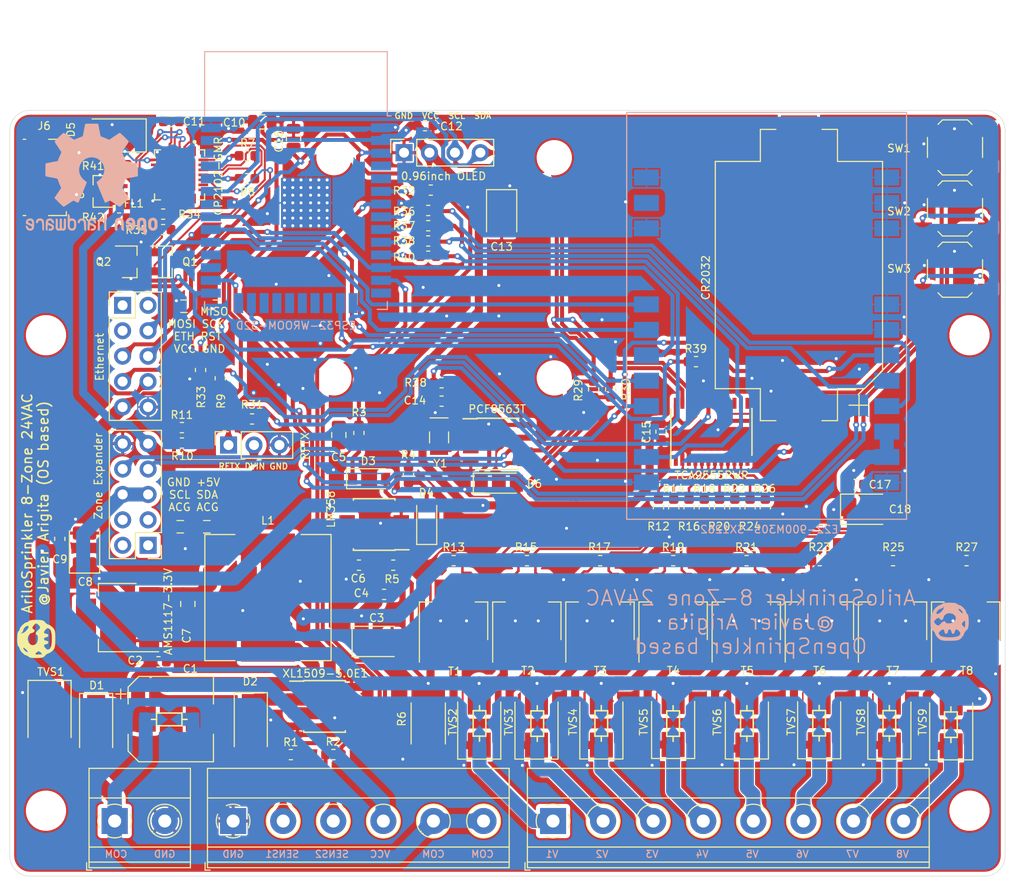
<source format=kicad_pcb>
(kicad_pcb (version 20171130) (host pcbnew "(5.1.6-0-10_14)")
  (layers (0 Top signal) (31 Bottom signal) (34 B.Paste user) (35 F.Paste user) (36 B.SilkS user) (37 F.SilkS user) (38 B.Mask user) (39 F.Mask user) (44 Edge.Cuts user))
  (net 0 "")
  (net 1 GND)
  (net 2 "Net-(BT1-Pad1)")
  (net 3 "Net-(D4-Pad2)")
  (net 4 /DSDA)
  (net 5 /DSCL)
  (net 6 /DVIN)
  (net 7 /IO25)
  (net 8 /DADC)
  (net 9 /VCC)
  (net 10 /COM)
  (net 11 /ACRET)
  (net 12 /P7)
  (net 13 /P6)
  (net 14 /P5)
  (net 15 /P4)
  (net 16 /P3)
  (net 17 /P2)
  (net 18 /P1)
  (net 19 /P0)
  (net 20 /TXD)
  (net 21 /RXD)
  (net 22 "Net-(D2-Pad1)")
  (net 23 /IO33)
  (net 24 "Net-(R12-Pad2)")
  (net 25 /IO32)
  (net 26 /IO26)
  (net 27 "Net-(R14-Pad2)")
  (net 28 /MOSI)
  (net 29 /SCK)
  (net 30 /NSS_SEL)
  (net 31 /MISO)
  (net 32 /RESET)
  (net 33 "Net-(C1-Pad1)")
  (net 34 /RST)
  (net 35 /SW1)
  (net 36 /SW3)
  (net 37 /BUSY)
  (net 38 /DIO1)
  (net 39 /RXEN)
  (net 40 /TXEN)
  (net 41 /DIO2)
  (net 42 /GPIO0)
  (net 43 /RTS)
  (net 44 /DTR)
  (net 45 "Net-(Q1-Pad1)")
  (net 46 "Net-(Q2-Pad1)")
  (net 47 /VBUS)
  (net 48 /D+)
  (net 49 /D-)
  (net 50 /DP)
  (net 51 /DM)
  (net 52 /RFTX)
  (net 53 /IO13)
  (net 54 /DVINSENS)
  (net 55 "Net-(D3-Pad2)")
  (net 56 "Net-(D3-Pad1)")
  (net 57 "Net-(J2-Pad3)")
  (net 58 "Net-(J2-Pad2)")
  (net 59 "Net-(J6-Pad6)")
  (net 60 "Net-(J7-Pad8)")
  (net 61 "Net-(J7-Pad7)")
  (net 62 "Net-(J7-Pad6)")
  (net 63 "Net-(J7-Pad5)")
  (net 64 "Net-(J7-Pad4)")
  (net 65 "Net-(J7-Pad3)")
  (net 66 "Net-(J7-Pad2)")
  (net 67 "Net-(J7-Pad1)")
  (net 68 "Net-(R7-Pad1)")
  (net 69 "Net-(R8-Pad1)")
  (net 70 "Net-(R16-Pad2)")
  (net 71 "Net-(R18-Pad2)")
  (net 72 "Net-(R20-Pad2)")
  (net 73 "Net-(R22-Pad2)")
  (net 74 "Net-(R24-Pad2)")
  (net 75 "Net-(R26-Pad2)")
  (net 76 "Net-(U7-Pad2)")
  (net 77 "Net-(U7-Pad1)")
  (net 78 "Net-(C14-Pad1)")
  (net 79 /ETH)
  (net 80 /SENS1)
  (net 81 /SENS2)
  (module Symbol:OSHW-Logo2_14.6x12mm_SilkScreen (layer Bottom) (at 106.66984 60.88888 180)
    (fp_text reference REF** hide)
    (fp_text value OSHW-Logo2_14.6x12mm_SilkScreen hide)
  )
  (module Libraries:Logo6 (layer Bottom) (at 192.49644 104.68864 180)
    (fp_text reference G*** hide)
    (fp_text value LOGO hide)
  )
  (module Capacitor_SMD:CP_Elec_8x10 (layer Top) (at 114.5667 114.8207)
    (fp_text reference C1 (at 1.1303 -4.5847 180) (layer F.SilkS) (effects (font (size 0.77216 0.77216) (thickness 0.115824)) (justify left bottom)))
    (fp_text value 100uF)
    (pad 2 smd rect (at 3.25 0) (size 3.5 2.5) (layers Top F.Paste F.Mask) (net 1 GND))
    (pad 1 smd rect (at -3.25 0) (size 3.5 2.5) (layers Top F.Paste F.Mask) (net 33 "Net-(C1-Pad1)"))
  )
  (module Libraries:Logo6 (layer Top) (at 100.7364 106.9848 90)
    (fp_text reference G*** hide)
    (fp_text value LOGO hide)
  )
  (module Libraries:QFN50P500X500X100-29N (layer Top) (at 115.443 60.452 270)
    (fp_text reference U5 hide)
    (fp_text value CP2102-GMR (at 0.127 -3.8735 90) (layer F.SilkS) (effects (font (size 0.77216 0.77216) (thickness 0.115824))))
    (pad 29 smd rect (at 0 0 270) (size 3.15 3.15) (layers Top F.Mask))
    (pad 28 smd rect (at -1.5 -2.37 270) (size 0.26 0.97) (layers Top F.Paste F.Mask) (net 44 /DTR))
    (pad 27 smd rect (at -1 -2.37 270) (size 0.26 0.97) (layers Top F.Paste F.Mask))
    (pad 26 smd rect (at -0.5 -2.37 270) (size 0.26 0.97) (layers Top F.Paste F.Mask) (net 69 "Net-(R8-Pad1)"))
    (pad 25 smd rect (at 0 -2.37 270) (size 0.26 0.97) (layers Top F.Paste F.Mask) (net 68 "Net-(R7-Pad1)"))
    (pad 24 smd rect (at 0.5 -2.37 270) (size 0.26 0.97) (layers Top F.Paste F.Mask) (net 43 /RTS))
    (pad 23 smd rect (at 1 -2.37 270) (size 0.26 0.97) (layers Top F.Paste F.Mask))
    (pad 22 smd rect (at 1.5 -2.37 270) (size 0.26 0.97) (layers Top F.Paste F.Mask))
    (pad 21 smd rect (at 2.37 -1.5 270) (size 0.97 0.26) (layers Top F.Paste F.Mask))
    (pad 20 smd rect (at 2.37 -1 270) (size 0.97 0.26) (layers Top F.Paste F.Mask))
    (pad 19 smd rect (at 2.37 -0.5 270) (size 0.97 0.26) (layers Top F.Paste F.Mask))
    (pad 18 smd rect (at 2.37 0 270) (size 0.97 0.26) (layers Top F.Paste F.Mask))
    (pad 17 smd rect (at 2.37 0.5 270) (size 0.97 0.26) (layers Top F.Paste F.Mask))
    (pad 16 smd rect (at 2.37 1 270) (size 0.97 0.26) (layers Top F.Paste F.Mask))
    (pad 15 smd rect (at 2.37 1.5 270) (size 0.97 0.26) (layers Top F.Paste F.Mask))
    (pad 14 smd rect (at 1.5 2.37 270) (size 0.26 0.97) (layers Top F.Paste F.Mask))
    (pad 13 smd rect (at 1 2.37 270) (size 0.26 0.97) (layers Top F.Paste F.Mask))
    (pad 12 smd rect (at 0.5 2.37 270) (size 0.26 0.97) (layers Top F.Paste F.Mask))
    (pad 11 smd rect (at 0 2.37 270) (size 0.26 0.97) (layers Top F.Paste F.Mask))
    (pad 10 smd rect (at -0.5 2.37 270) (size 0.26 0.97) (layers Top F.Paste F.Mask))
    (pad 9 smd rect (at -1 2.37 270) (size 0.26 0.97) (layers Top F.Paste F.Mask))
    (pad 8 smd rect (at -1.5 2.37 270) (size 0.26 0.97) (layers Top F.Paste F.Mask) (net 6 /DVIN))
    (pad 7 smd rect (at -2.37 1.5 270) (size 0.97 0.26) (layers Top F.Paste F.Mask) (net 9 /VCC))
    (pad 6 smd rect (at -2.37 1 270) (size 0.97 0.26) (layers Top F.Paste F.Mask) (net 9 /VCC))
    (pad 5 smd rect (at -2.37 0.5 270) (size 0.97 0.26) (layers Top F.Paste F.Mask) (net 51 /DM))
    (pad 4 smd rect (at -2.37 0 270) (size 0.97 0.26) (layers Top F.Paste F.Mask) (net 50 /DP))
    (pad 3 smd rect (at -2.37 -0.5 270) (size 0.97 0.26) (layers Top F.Paste F.Mask) (net 1 GND))
    (pad 2 smd rect (at -2.37 -1 270) (size 0.97 0.26) (layers Top F.Paste F.Mask))
    (pad 1 smd rect (at -2.37 -1.5 270) (size 0.97 0.26) (layers Top F.Paste F.Mask))
  )
  (module RF_Module:ESP32-WROOM-32 (layer Bottom) (at 127.0635 64.008 180)
    (fp_text reference U6)
    (fp_text value ESP32-WROOM-32D (at 0 -11.5) (layer B.SilkS) (effects (font (size 0.77216 0.77216) (thickness 0.115824)) (justify mirror)))
    (pad 38 smd rect (at 8.5 8.255 180) (size 2 0.9) (layers Bottom B.Paste B.Mask) (net 1 GND))
    (pad 37 smd rect (at 8.5 6.985 180) (size 2 0.9) (layers Bottom B.Paste B.Mask) (net 32 /RESET))
    (pad 36 smd rect (at 8.5 5.715 180) (size 2 0.9) (layers Bottom B.Paste B.Mask) (net 5 /DSCL))
    (pad 35 smd rect (at 8.5 4.445 180) (size 2 0.9) (layers Bottom B.Paste B.Mask) (net 20 /TXD))
    (pad 34 smd rect (at 8.5 3.175 180) (size 2 0.9) (layers Bottom B.Paste B.Mask) (net 21 /RXD))
    (pad 33 smd rect (at 8.5 1.905 180) (size 2 0.9) (layers Bottom B.Paste B.Mask) (net 4 /DSDA))
    (pad 32 smd rect (at 8.5 0.635 180) (size 2 0.9) (layers Bottom B.Paste B.Mask))
    (pad 31 smd rect (at 8.5 -0.635 180) (size 2 0.9) (layers Bottom B.Paste B.Mask) (net 31 /MISO))
    (pad 30 smd rect (at 8.5 -1.905 180) (size 2 0.9) (layers Bottom B.Paste B.Mask) (net 30 /NSS_SEL))
    (pad 29 smd rect (at 8.5 -3.175 180) (size 2 0.9) (layers Bottom B.Paste B.Mask) (net 29 /SCK))
    (pad 28 smd rect (at 8.5 -4.445 180) (size 2 0.9) (layers Bottom B.Paste B.Mask))
    (pad 27 smd rect (at 8.5 -5.715 180) (size 2 0.9) (layers Bottom B.Paste B.Mask))
    (pad 26 smd rect (at 8.5 -6.985 180) (size 2 0.9) (layers Bottom B.Paste B.Mask) (net 35 /SW1))
    (pad 25 smd rect (at 8.5 -8.255 180) (size 2 0.9) (layers Bottom B.Paste B.Mask) (net 42 /GPIO0))
    (pad 24 smd rect (at 5.715 -9.255 90) (size 2 0.9) (layers Bottom B.Paste B.Mask))
    (pad 23 smd rect (at 4.445 -9.255 90) (size 2 0.9) (layers Bottom B.Paste B.Mask) (net 80 /SENS1))
    (pad 22 smd rect (at 3.175 -9.255 90) (size 2 0.9) (layers Bottom B.Paste B.Mask))
    (pad 21 smd rect (at 1.905 -9.255 90) (size 2 0.9) (layers Bottom B.Paste B.Mask))
    (pad 20 smd rect (at 0.635 -9.255 90) (size 2 0.9) (layers Bottom B.Paste B.Mask))
    (pad 19 smd rect (at -0.635 -9.255 90) (size 2 0.9) (layers Bottom B.Paste B.Mask))
    (pad 18 smd rect (at -1.905 -9.255 90) (size 2 0.9) (layers Bottom B.Paste B.Mask))
    (pad 17 smd rect (at -3.175 -9.255 90) (size 2 0.9) (layers Bottom B.Paste B.Mask))
    (pad 16 smd rect (at -4.445 -9.255 90) (size 2 0.9) (layers Bottom B.Paste B.Mask) (net 53 /IO13))
    (pad 15 smd rect (at -5.715 -9.255 90) (size 2 0.9) (layers Bottom B.Paste B.Mask) (net 1 GND))
    (pad 14 smd rect (at -8.5 -8.255 180) (size 2 0.9) (layers Bottom B.Paste B.Mask))
    (pad 13 smd rect (at -8.5 -6.985 180) (size 2 0.9) (layers Bottom B.Paste B.Mask) (net 81 /SENS2))
    (pad 12 smd rect (at -8.5 -5.715 180) (size 2 0.9) (layers Bottom B.Paste B.Mask) (net 28 /MOSI))
    (pad 11 smd rect (at -8.5 -4.445 180) (size 2 0.9) (layers Bottom B.Paste B.Mask) (net 26 /IO26))
    (pad 10 smd rect (at -8.5 -3.175 180) (size 2 0.9) (layers Bottom B.Paste B.Mask) (net 7 /IO25))
    (pad 9 smd rect (at -8.5 -1.905 180) (size 2 0.9) (layers Bottom B.Paste B.Mask) (net 23 /IO33))
    (pad 8 smd rect (at -8.5 -0.635 180) (size 2 0.9) (layers Bottom B.Paste B.Mask) (net 25 /IO32))
    (pad 7 smd rect (at -8.5 0.635 180) (size 2 0.9) (layers Bottom B.Paste B.Mask) (net 54 /DVINSENS))
    (pad 6 smd rect (at -8.5 1.905 180) (size 2 0.9) (layers Bottom B.Paste B.Mask) (net 8 /DADC))
    (pad 5 smd rect (at -8.5 3.175 180) (size 2 0.9) (layers Bottom B.Paste B.Mask))
    (pad 4 smd rect (at -8.5 4.445 180) (size 2 0.9) (layers Bottom B.Paste B.Mask))
    (pad 3 smd rect (at -8.5 5.715 180) (size 2 0.9) (layers Bottom B.Paste B.Mask) (net 34 /RST))
    (pad 2 smd rect (at -8.5 6.985 180) (size 2 0.9) (layers Bottom B.Paste B.Mask) (net 9 /VCC))
    (pad 1 smd rect (at -8.5 8.255 180) (size 2 0.9) (layers Bottom B.Paste B.Mask) (net 1 GND))
    (pad 39 smd rect (at -1 0.755 180) (size 5 5) (layers Bottom B.Paste B.Mask) (net 1 GND))
  )
  (module Connector_PinSocket_2.54mm:PinSocket_1x03_P2.54mm_Vertical (layer Top) (at 120.3325 87.4395 90)
    (fp_text reference J3 hide)
    (fp_text value RFTX (at -0.1143 7.6454 270) (layer F.SilkS) (effects (font (size 0.77216 0.77216) (thickness 0.115824))))
    (pad 3 thru_hole oval (at 0 5.08 90) (size 1.7 1.7) (drill 1) (layers *.Cu *.Mask) (net 1 GND))
    (pad 2 thru_hole oval (at 0 2.54 90) (size 1.7 1.7) (drill 1) (layers *.Cu *.Mask) (net 6 /DVIN))
    (pad 1 thru_hole rect (at 0 0 90) (size 1.7 1.7) (drill 1) (layers *.Cu *.Mask) (net 52 /RFTX))
  )
  (module MountingHole:MountingHole_2.7mm_M2.5 (layer Top) (at 130.8553 80.7335)
    (fp_text reference REF** hide)
    (fp_text value MountingHole_2.7mm_M2.5)
    (pad 1 np_thru_hole circle (at 0 0) (size 2.7 2.7) (drill 2.7) (layers *.Cu *.Mask))
  )
  (module MountingHole:MountingHole_2.7mm_M2.5 (layer Top) (at 152.8553 80.7335)
    (fp_text reference REF** hide)
    (fp_text value MountingHole_2.7mm_M2.5)
    (pad 1 np_thru_hole circle (at 0 0) (size 2.7 2.7) (drill 2.7) (layers *.Cu *.Mask))
  )
  (module MountingHole:MountingHole_2.7mm_M2.5 (layer Top) (at 152.8553 58.7335)
    (fp_text reference REF** hide)
    (fp_text value MountingHole_2.7mm_M2.5)
    (pad 1 np_thru_hole circle (at 0 0) (size 2.7 2.7) (drill 2.7) (layers *.Cu *.Mask))
  )
  (module MountingHole:MountingHole_2.7mm_M2.5 (layer Top) (at 130.8553 58.7335)
    (fp_text reference REF** hide)
    (fp_text value MountingHole_2.7mm_M2.5)
    (pad 1 np_thru_hole circle (at 0 0) (size 2.7 2.7) (drill 2.7) (layers *.Cu *.Mask))
  )
  (module Diode_SMD:D_SOD-123 (layer Top) (at 134.366 90.805)
    (fp_text reference D3 (at -0.9144 -1.3208) (layer F.SilkS) (effects (font (size 0.77216 0.77216) (thickness 0.115824)) (justify left bottom)))
    (fp_text value DN4148)
    (pad 2 smd rect (at 1.65 0) (size 0.9 1.2) (layers Top F.Paste F.Mask) (net 55 "Net-(D3-Pad2)"))
    (pad 1 smd rect (at -1.65 0) (size 0.9 1.2) (layers Top F.Paste F.Mask) (net 56 "Net-(D3-Pad1)"))
  )
  (module Connector_PinHeader_2.54mm:PinHeader_2x05_P2.54mm_Vertical (layer Top) (at 112.30356 97.45726 180)
    (fp_text reference J5 hide)
    (fp_text value "Zone Expander" (at 4.51866 11.31316 270) (layer F.SilkS) (effects (font (size 0.77216 0.77216) (thickness 0.115824)) (justify right bottom)))
    (pad 10 thru_hole oval (at 2.54 10.16 180) (size 1.7 1.7) (drill 1) (layers *.Cu *.Mask) (net 1 GND))
    (pad 9 thru_hole oval (at 0 10.16 180) (size 1.7 1.7) (drill 1) (layers *.Cu *.Mask) (net 6 /DVIN))
    (pad 8 thru_hole oval (at 2.54 7.62 180) (size 1.7 1.7) (drill 1) (layers *.Cu *.Mask) (net 5 /DSCL))
    (pad 7 thru_hole oval (at 0 7.62 180) (size 1.7 1.7) (drill 1) (layers *.Cu *.Mask) (net 4 /DSDA))
    (pad 6 thru_hole oval (at 2.54 5.08 180) (size 1.7 1.7) (drill 1) (layers *.Cu *.Mask) (net 11 /ACRET))
    (pad 5 thru_hole oval (at 0 5.08 180) (size 1.7 1.7) (drill 1) (layers *.Cu *.Mask) (net 11 /ACRET))
    (pad 4 thru_hole oval (at 2.54 2.54 180) (size 1.7 1.7) (drill 1) (layers *.Cu *.Mask))
    (pad 3 thru_hole oval (at 0 2.54 180) (size 1.7 1.7) (drill 1) (layers *.Cu *.Mask))
    (pad 2 thru_hole oval (at 2.54 0 180) (size 1.7 1.7) (drill 1) (layers *.Cu *.Mask))
    (pad 1 thru_hole rect (at 0 0 180) (size 1.7 1.7) (drill 1) (layers *.Cu *.Mask))
  )
  (module Resistor_SMD:R_0603_1608Metric (layer Top) (at 113.80216 65.92316)
    (fp_text reference R35 (at -2.65176 0.03048) (layer F.SilkS) (effects (font (size 0.77216 0.77216) (thickness 0.115824))))
    (fp_text value 4K7)
    (pad 2 smd roundrect (at 0.7875 0) (size 0.875 0.95) (layers Top F.Paste F.Mask) (net 43 /RTS))
    (pad 1 smd roundrect (at -0.7875 0) (size 0.875 0.95) (layers Top F.Paste F.Mask) (net 46 "Net-(Q2-Pad1)"))
  )
  (module Resistor_SMD:R_0603_1608Metric (layer Top) (at 113.80724 64.37376)
    (fp_text reference R34 (at 2.62636 0.0254) (layer F.SilkS) (effects (font (size 0.77216 0.77216) (thickness 0.115824))))
    (fp_text value 4K7)
    (pad 2 smd roundrect (at 0.7875 0) (size 0.875 0.95) (layers Top F.Paste F.Mask) (net 44 /DTR))
    (pad 1 smd roundrect (at -0.7875 0) (size 0.875 0.95) (layers Top F.Paste F.Mask) (net 45 "Net-(Q1-Pad1)"))
  )
  (module Package_TO_SOT_SMD:SOT-23 (layer Top) (at 110.4392 69.1388)
    (fp_text reference Q2 (at -2.5908 0) (layer F.SilkS) (effects (font (size 0.77216 0.77216) (thickness 0.115824))))
    (fp_text value Q_NPN_BCE)
    (pad 3 smd rect (at 1 0) (size 0.9 0.8) (layers Top F.Paste F.Mask) (net 42 /GPIO0))
    (pad 2 smd rect (at -1 0.95) (size 0.9 0.8) (layers Top F.Paste F.Mask) (net 44 /DTR))
    (pad 1 smd rect (at -1 -0.95) (size 0.9 0.8) (layers Top F.Paste F.Mask) (net 46 "Net-(Q2-Pad1)"))
  )
  (module Package_TO_SOT_SMD:SOT-23 (layer Top) (at 113.9444 69.1388)
    (fp_text reference Q1 (at 2.54 0) (layer F.SilkS) (effects (font (size 0.77216 0.77216) (thickness 0.115824))))
    (fp_text value Q_NPN_BCE)
    (pad 3 smd rect (at 1 0) (size 0.9 0.8) (layers Top F.Paste F.Mask) (net 34 /RST))
    (pad 2 smd rect (at -1 0.95) (size 0.9 0.8) (layers Top F.Paste F.Mask) (net 43 /RTS))
    (pad 1 smd rect (at -1 -0.95) (size 0.9 0.8) (layers Top F.Paste F.Mask) (net 45 "Net-(Q1-Pad1)"))
  )
  (module TerminalBlock_Phoenix:TerminalBlock_Phoenix_MKDS-1,5-2_1x02_P5.00mm_Horizontal (layer Top) (at 108.966 125)
    (fp_text reference J1 hide)
    (fp_text value M024MM-X)
    (pad 2 thru_hole circle (at 5 0) (size 2.6 2.6) (drill 1.3) (layers *.Cu *.Mask) (net 1 GND))
    (pad 1 thru_hole rect (at 0 0) (size 2.6 2.6) (drill 1.3) (layers *.Cu *.Mask) (net 10 /COM))
  )
  (module TerminalBlock_Phoenix:TerminalBlock_Phoenix_MKDS-1,5-8_1x08_P5.00mm_Horizontal (layer Top) (at 152.7302 125)
    (fp_text reference J7 hide)
    (fp_text value M085MM-8 hide)
    (pad 8 thru_hole circle (at 35 0) (size 2.6 2.6) (drill 1.3) (layers *.Cu *.Mask) (net 60 "Net-(J7-Pad8)"))
    (pad 7 thru_hole circle (at 30 0) (size 2.6 2.6) (drill 1.3) (layers *.Cu *.Mask) (net 61 "Net-(J7-Pad7)"))
    (pad 6 thru_hole circle (at 25 0) (size 2.6 2.6) (drill 1.3) (layers *.Cu *.Mask) (net 62 "Net-(J7-Pad6)"))
    (pad 5 thru_hole circle (at 20 0) (size 2.6 2.6) (drill 1.3) (layers *.Cu *.Mask) (net 63 "Net-(J7-Pad5)"))
    (pad 4 thru_hole circle (at 15 0) (size 2.6 2.6) (drill 1.3) (layers *.Cu *.Mask) (net 64 "Net-(J7-Pad4)"))
    (pad 3 thru_hole circle (at 10 0) (size 2.6 2.6) (drill 1.3) (layers *.Cu *.Mask) (net 65 "Net-(J7-Pad3)"))
    (pad 2 thru_hole circle (at 5 0) (size 2.6 2.6) (drill 1.3) (layers *.Cu *.Mask) (net 66 "Net-(J7-Pad2)"))
    (pad 1 thru_hole rect (at 0 0) (size 2.6 2.6) (drill 1.3) (layers *.Cu *.Mask) (net 67 "Net-(J7-Pad1)"))
  )
  (module TerminalBlock_Phoenix:TerminalBlock_Phoenix_MKDS-1,5-6_1x06_P5.00mm_Horizontal (layer Top) (at 120.7897 125)
    (fp_text reference J2 hide)
    (fp_text value M065MM hide)
    (pad 6 thru_hole circle (at 25 0) (size 2.6 2.6) (drill 1.3) (layers *.Cu *.Mask) (net 10 /COM))
    (pad 5 thru_hole circle (at 20 0) (size 2.6 2.6) (drill 1.3) (layers *.Cu *.Mask) (net 10 /COM))
    (pad 4 thru_hole circle (at 15 0) (size 2.6 2.6) (drill 1.3) (layers *.Cu *.Mask) (net 9 /VCC))
    (pad 3 thru_hole circle (at 10 0) (size 2.6 2.6) (drill 1.3) (layers *.Cu *.Mask) (net 57 "Net-(J2-Pad3)"))
    (pad 2 thru_hole circle (at 5 0) (size 2.6 2.6) (drill 1.3) (layers *.Cu *.Mask) (net 58 "Net-(J2-Pad2)"))
    (pad 1 thru_hole rect (at 0 0) (size 2.6 2.6) (drill 1.3) (layers *.Cu *.Mask) (net 1 GND))
  )
  (module Package_SO:SOIC-8_3.9x4.9mm_P1.27mm (layer Top) (at 134.874 95.377 180)
    (fp_text reference U2 hide)
    (fp_text value LM358 (at 4.318 1.524 90) (layer F.SilkS) (effects (font (size 0.77216 0.77216) (thickness 0.115824))))
    (pad 8 smd rect (at 2.7 -1.905 180) (size 1.55 0.6) (layers Top F.Paste F.Mask) (net 9 /VCC))
    (pad 7 smd rect (at 2.7 -0.635 180) (size 1.55 0.6) (layers Top F.Paste F.Mask))
    (pad 6 smd rect (at 2.7 0.635 180) (size 1.55 0.6) (layers Top F.Paste F.Mask))
    (pad 5 smd rect (at 2.7 1.905 180) (size 1.55 0.6) (layers Top F.Paste F.Mask))
    (pad 4 smd rect (at -2.7 1.905 180) (size 1.55 0.6) (layers Top F.Paste F.Mask) (net 1 GND))
    (pad 3 smd rect (at -2.7 0.635 180) (size 1.55 0.6) (layers Top F.Paste F.Mask) (net 1 GND))
    (pad 2 smd rect (at -2.7 -0.635 180) (size 1.55 0.6) (layers Top F.Paste F.Mask) (net 3 "Net-(D4-Pad2)"))
    (pad 1 smd rect (at -2.7 -1.905 180) (size 1.55 0.6) (layers Top F.Paste F.Mask) (net 55 "Net-(D3-Pad2)"))
  )
  (module Resistor_SMD:R_0603_1608Metric (layer Top) (at 141.605 81.2165 180)
    (fp_text reference R28 (at 1.397 -0.4445) (layer F.SilkS) (effects (font (size 0.77216 0.77216) (thickness 0.115824)) (justify right bottom)))
    (fp_text value 10K)
    (pad 2 smd roundrect (at 0.7875 0 180) (size 0.875 0.95) (layers Top F.Paste F.Mask) (net 2 "Net-(BT1-Pad1)"))
    (pad 1 smd roundrect (at -0.7875 0 180) (size 0.875 0.95) (layers Top F.Paste F.Mask) (net 78 "Net-(C14-Pad1)"))
  )
  (module Capacitor_SMD:C_0603_1608Metric (layer Top) (at 103.48722 96.81464 90)
    (fp_text reference C9 (at -2.48666 -0.82042 180) (layer F.SilkS) (effects (font (size 0.77216 0.77216) (thickness 0.115824)) (justify left bottom)))
    (fp_text value 0.1u)
    (pad 2 smd roundrect (at 0.7875 0 90) (size 0.875 0.95) (layers Top F.Paste F.Mask) (net 1 GND))
    (pad 1 smd roundrect (at -0.7875 0 90) (size 0.875 0.95) (layers Top F.Paste F.Mask) (net 9 /VCC))
  )
  (module Inductor_SMD:L_12x12mm_H6mm (layer Top) (at 124.2695 102.6795 90)
    (fp_text reference L1 hide)
    (fp_text value 68uH hide)
    (fp_text user L1 (at 7.239 -0.762 180) (layer F.SilkS) (effects (font (size 0.77216 0.77216) (thickness 0.115824)) (justify left bottom)))
    (pad 2 smd rect (at 4.95 0 90) (size 2.9 5.4) (layers Top F.Paste F.Mask) (net 6 /DVIN))
    (pad 1 smd rect (at -4.95 0 90) (size 2.9 5.4) (layers Top F.Paste F.Mask) (net 22 "Net-(D2-Pad1)"))
  )
  (module MountingHole:MountingHole_3.2mm_M3 (layer Top) (at 194.31 123.968)
    (fp_text reference REF** hide)
    (fp_text value MountingHole_3.2mm_M3)
    (pad 1 np_thru_hole circle (at 0 0) (size 3.2 3.2) (drill 3.2) (layers *.Cu *.Mask))
  )
  (module MountingHole:MountingHole_3.2mm_M3 (layer Top) (at 194.31 76.468)
    (fp_text reference REF** hide)
    (fp_text value MountingHole_3.2mm_M3)
    (pad 1 np_thru_hole circle (at 0 0) (size 3.2 3.2) (drill 3.2) (layers *.Cu *.Mask))
  )
  (module MountingHole:MountingHole_3.2mm_M3 (layer Top) (at 102.108 123.968)
    (fp_text reference REF** hide)
    (fp_text value MountingHole_3.2mm_M3)
    (pad 1 np_thru_hole circle (at 0 0) (size 3.2 3.2) (drill 3.2) (layers *.Cu *.Mask))
  )
  (module MountingHole:MountingHole_3.2mm_M3 (layer Top) (at 102.108 76.468)
    (fp_text reference REF** hide)
    (fp_text value MountingHole_3.2mm_M3)
    (pad 1 np_thru_hole circle (at 0 0) (size 3.2 3.2) (drill 3.2) (layers *.Cu *.Mask))
  )
  (module Capacitor_SMD:C_0603_1608Metric (layer Top) (at 113.337 109.093)
    (fp_text reference C2 (at -3.1645 0.3175 180) (layer F.SilkS) (effects (font (size 0.77216 0.77216) (thickness 0.115824)) (justify left bottom)))
    (fp_text value 0.1u)
    (pad 2 smd roundrect (at 0.7875 0) (size 0.875 0.95) (layers Top F.Paste F.Mask) (net 1 GND))
    (pad 1 smd roundrect (at -0.7875 0) (size 0.875 0.95) (layers Top F.Paste F.Mask) (net 33 "Net-(C1-Pad1)"))
  )
  (module Capacitor_SMD:C_0805_2012Metric (layer Top) (at 116.2685 103.3145 270)
    (fp_text reference C7 (at 4.0259 -0.33274 270) (layer F.SilkS) (effects (font (size 0.77216 0.77216) (thickness 0.115824)) (justify left bottom)))
    (fp_text value 10u)
    (pad 2 smd roundrect (at 0.9375 0 270) (size 0.975 1.4) (layers Top F.Paste F.Mask) (net 1 GND))
    (pad 1 smd roundrect (at -0.9375 0 270) (size 0.975 1.4) (layers Top F.Paste F.Mask) (net 6 /DVIN))
  )
  (module Capacitor_SMD:C_0603_1608Metric (layer Top) (at 141.605 83.058 180)
    (fp_text reference C14 (at 1.4605 -0.381 180) (layer F.SilkS) (effects (font (size 0.77216 0.77216) (thickness 0.115824)) (justify right bottom)))
    (fp_text value 0.1u)
    (pad 2 smd roundrect (at 0.7875 0 180) (size 0.875 0.95) (layers Top F.Paste F.Mask) (net 1 GND))
    (pad 1 smd roundrect (at -0.7875 0 180) (size 0.875 0.95) (layers Top F.Paste F.Mask) (net 78 "Net-(C14-Pad1)"))
  )
  (module Capacitor_SMD:C_0603_1608Metric (layer Top) (at 163.5125 86.106 270)
    (fp_text reference C15 (at -1.143 1.0033 270) (layer F.SilkS) (effects (font (size 0.77216 0.77216) (thickness 0.115824)) (justify right bottom)))
    (fp_text value 0.1u)
    (pad 2 smd roundrect (at 0.7875 0 270) (size 0.875 0.95) (layers Top F.Paste F.Mask) (net 1 GND))
    (pad 1 smd roundrect (at -0.7875 0 270) (size 0.875 0.95) (layers Top F.Paste F.Mask) (net 9 /VCC))
  )
  (module Capacitor_SMD:C_0603_1608Metric (layer Top) (at 135.8646 102.362)
    (fp_text reference C4 (at -3.0988 0.3302 -180) (layer F.SilkS) (effects (font (size 0.77216 0.77216) (thickness 0.115824)) (justify left bottom)))
    (fp_text value 0.1u)
    (pad 2 smd roundrect (at 0.7875 0) (size 0.875 0.95) (layers Top F.Paste F.Mask) (net 1 GND))
    (pad 1 smd roundrect (at -0.7875 0) (size 0.875 0.95) (layers Top F.Paste F.Mask) (net 6 /DVIN))
  )
  (module Capacitor_SMD:C_0805_2012Metric (layer Top) (at 131.3434 86.4362 270)
    (fp_text reference C5 (at 2.667 0.8509 180) (layer F.SilkS) (effects (font (size 0.77216 0.77216) (thickness 0.115824)) (justify left bottom)))
    (fp_text value 10u)
    (pad 2 smd roundrect (at 0.9375 0 270) (size 0.975 1.4) (layers Top F.Paste F.Mask) (net 1 GND))
    (pad 1 smd roundrect (at -0.9375 0 270) (size 0.975 1.4) (layers Top F.Paste F.Mask) (net 8 /DADC))
  )
  (module Resistor_SMD:R_0603_1608Metric (layer Top) (at 133.35 86.2331 270)
    (fp_text reference R3 (at -1.6257 -0.8382 180) (layer F.SilkS) (effects (font (size 0.77216 0.77216) (thickness 0.115824)) (justify right bottom)))
    (fp_text value 100)
    (pad 2 smd roundrect (at 0.7875 0 270) (size 0.875 0.95) (layers Top F.Paste F.Mask) (net 56 "Net-(D3-Pad1)"))
    (pad 1 smd roundrect (at -0.7875 0 270) (size 0.875 0.95) (layers Top F.Paste F.Mask) (net 8 /DADC))
  )
  (module Capacitor_SMD:C_0603_1608Metric (layer Top) (at 133.35 99.441)
    (fp_text reference C6 (at 0.762 1.778) (layer F.SilkS) (effects (font (size 0.77216 0.77216) (thickness 0.115824)) (justify right bottom)))
    (fp_text value 0.1u)
    (pad 2 smd roundrect (at 0.7875 0) (size 0.875 0.95) (layers Top F.Paste F.Mask) (net 1 GND))
    (pad 1 smd roundrect (at -0.7875 0) (size 0.875 0.95) (layers Top F.Paste F.Mask) (net 9 /VCC))
  )
  (module Resistor_SMD:R_0603_1608Metric (layer Top) (at 130.81 118.364)
    (fp_text reference R2 (at -0.8509 -0.8382) (layer F.SilkS) (effects (font (size 0.77216 0.77216) (thickness 0.115824)) (justify left bottom)))
    (fp_text value 4K7)
    (pad 2 smd roundrect (at 0.7875 0) (size 0.875 0.95) (layers Top F.Paste F.Mask) (net 81 /SENS2))
    (pad 1 smd roundrect (at -0.7875 0) (size 0.875 0.95) (layers Top F.Paste F.Mask) (net 57 "Net-(J2-Pad3)"))
  )
  (module Diode_SMD:D_SMA (layer Top) (at 122.555 115.57 270)
    (fp_text reference D2 (at -4.064 0.889) (layer F.SilkS) (effects (font (size 0.77216 0.77216) (thickness 0.115824)) (justify left bottom)))
    (fp_text value SS34)
    (pad 2 smd rect (at 2 0 270) (size 2.5 1.8) (layers Top F.Paste F.Mask) (net 1 GND))
    (pad 1 smd rect (at -2 0 270) (size 2.5 1.8) (layers Top F.Paste F.Mask) (net 22 "Net-(D2-Pad1)"))
  )
  (module Resistor_SMD:R_0603_1608Metric (layer Top) (at 194.017 98.99 180)
    (fp_text reference R27 (at -1.2074 0.8952) (layer F.SilkS) (effects (font (size 0.77216 0.77216) (thickness 0.115824)) (justify right bottom)))
    (fp_text value 470K)
    (pad 2 smd roundrect (at 0.7875 0 180) (size 0.875 0.95) (layers Top F.Paste F.Mask) (net 11 /ACRET))
    (pad 1 smd roundrect (at -0.7875 0 180) (size 0.875 0.95) (layers Top F.Paste F.Mask) (net 75 "Net-(R26-Pad2)"))
  )
  (module Resistor_SMD:R_0603_1608Metric (layer Top) (at 186.675 98.99 180)
    (fp_text reference R25 (at -1.2342 0.8952) (layer F.SilkS) (effects (font (size 0.77216 0.77216) (thickness 0.115824)) (justify right bottom)))
    (fp_text value 470K)
    (pad 2 smd roundrect (at 0.7875 0 180) (size 0.875 0.95) (layers Top F.Paste F.Mask) (net 11 /ACRET))
    (pad 1 smd roundrect (at -0.7875 0 180) (size 0.875 0.95) (layers Top F.Paste F.Mask) (net 74 "Net-(R24-Pad2)"))
  )
  (module Resistor_SMD:R_0603_1608Metric (layer Top) (at 179.363 98.99 180)
    (fp_text reference R23 (at -1.1802 0.8952) (layer F.SilkS) (effects (font (size 0.77216 0.77216) (thickness 0.115824)) (justify right bottom)))
    (fp_text value 470K)
    (pad 2 smd roundrect (at 0.7875 0 180) (size 0.875 0.95) (layers Top F.Paste F.Mask) (net 11 /ACRET))
    (pad 1 smd roundrect (at -0.7875 0 180) (size 0.875 0.95) (layers Top F.Paste F.Mask) (net 73 "Net-(R22-Pad2)"))
  )
  (module Resistor_SMD:R_0603_1608Metric (layer Top) (at 172.051 98.99 180)
    (fp_text reference R21 (at -1.177 0.8952) (layer F.SilkS) (effects (font (size 0.77216 0.77216) (thickness 0.115824)) (justify right bottom)))
    (fp_text value 470K)
    (pad 2 smd roundrect (at 0.7875 0 180) (size 0.875 0.95) (layers Top F.Paste F.Mask) (net 11 /ACRET))
    (pad 1 smd roundrect (at -0.7875 0 180) (size 0.875 0.95) (layers Top F.Paste F.Mask) (net 72 "Net-(R20-Pad2)"))
  )
  (module Resistor_SMD:R_0603_1608Metric (layer Top) (at 164.729 98.99 180)
    (fp_text reference R19 (at -1.1838 0.8952) (layer F.SilkS) (effects (font (size 0.77216 0.77216) (thickness 0.115824)) (justify right bottom)))
    (fp_text value 470K)
    (pad 2 smd roundrect (at 0.7875 0 180) (size 0.875 0.95) (layers Top F.Paste F.Mask) (net 11 /ACRET))
    (pad 1 smd roundrect (at -0.7875 0 180) (size 0.875 0.95) (layers Top F.Paste F.Mask) (net 71 "Net-(R18-Pad2)"))
  )
  (module Resistor_SMD:R_0603_1608Metric (layer Top) (at 150.125 98.99 180)
    (fp_text reference R15 (at -1.1066 0.8952) (layer F.SilkS) (effects (font (size 0.77216 0.77216) (thickness 0.115824)) (justify right bottom)))
    (fp_text value 470K)
    (pad 2 smd roundrect (at 0.7875 0 180) (size 0.875 0.95) (layers Top F.Paste F.Mask) (net 11 /ACRET))
    (pad 1 smd roundrect (at -0.7875 0 180) (size 0.875 0.95) (layers Top F.Paste F.Mask) (net 27 "Net-(R14-Pad2)"))
  )
  (module Resistor_SMD:R_0603_1608Metric (layer Top) (at 142.813 98.99 180)
    (fp_text reference R13 (at -1.205 0.8952) (layer F.SilkS) (effects (font (size 0.77216 0.77216) (thickness 0.115824)) (justify right bottom)))
    (fp_text value 470K)
    (pad 2 smd roundrect (at 0.7875 0 180) (size 0.875 0.95) (layers Top F.Paste F.Mask) (net 11 /ACRET))
    (pad 1 smd roundrect (at -0.7875 0 180) (size 0.875 0.95) (layers Top F.Paste F.Mask) (net 24 "Net-(R12-Pad2)"))
  )
  (module Resistor_SMD:R_0603_1608Metric (layer Top) (at 157.437 98.99 180)
    (fp_text reference R17 (at -1.1098 0.8952) (layer F.SilkS) (effects (font (size 0.77216 0.77216) (thickness 0.115824)) (justify right bottom)))
    (fp_text value 470K)
    (pad 2 smd roundrect (at 0.7875 0 180) (size 0.875 0.95) (layers Top F.Paste F.Mask) (net 11 /ACRET))
    (pad 1 smd roundrect (at -0.7875 0 180) (size 0.875 0.95) (layers Top F.Paste F.Mask) (net 70 "Net-(R16-Pad2)"))
  )
  (module Resistor_SMD:R_2512_6332Metric (layer Top) (at 140.2715 115.2525 270)
    (fp_text reference R6 (at -1.2827 2.1971 90) (layer F.SilkS) (effects (font (size 0.77216 0.77216) (thickness 0.115824)) (justify right bottom)))
    (fp_text value 0.20)
    (pad 2 smd roundrect (at 2.9 0 270) (size 1.35 3.35) (layers Top F.Paste F.Mask) (roundrect_rratio 0.185185) (net 1 GND))
    (pad 1 smd roundrect (at -2.9 0 270) (size 1.35 3.35) (layers Top F.Paste F.Mask) (roundrect_rratio 0.185185) (net 11 /ACRET))
  )
  (module Diode_SMD:D_SMB (layer Top) (at 102.4636 114.5032 270)
    (fp_text reference TVS1 (at -3.9497 1.3081) (layer F.SilkS) (effects (font (size 0.77216 0.77216) (thickness 0.115824)) (justify left bottom)))
    (fp_text value 43CA)
    (pad 2 smd rect (at 2.15 0 270) (size 2.5 2.3) (layers Top F.Paste F.Mask) (net 10 /COM))
    (pad 1 smd rect (at -2.15 0 270) (size 2.5 2.3) (layers Top F.Paste F.Mask) (net 1 GND))
  )
  (module Diode_SMD:D_SMB (layer Top) (at 192.4812 115.3414 90)
    (fp_text reference TVS9 (at 1.6637 -2.4003 90) (layer F.SilkS) (effects (font (size 0.77216 0.77216) (thickness 0.115824)) (justify right bottom)))
    (fp_text value TVSSMB)
    (pad 2 smd rect (at 2.15 0 90) (size 2.5 2.3) (layers Top F.Paste F.Mask) (net 11 /ACRET))
    (pad 1 smd rect (at -2.15 0 90) (size 2.5 2.3) (layers Top F.Paste F.Mask) (net 60 "Net-(J7-Pad8)"))
  )
  (module Diode_SMD:D_SMB (layer Top) (at 186.309 115.2652 90)
    (fp_text reference TVS8 (at 1.5875 -2.3749 90) (layer F.SilkS) (effects (font (size 0.77216 0.77216) (thickness 0.115824)) (justify right bottom)))
    (fp_text value SMBJ43CA)
    (pad 2 smd rect (at 2.15 0 90) (size 2.5 2.3) (layers Top F.Paste F.Mask) (net 11 /ACRET))
    (pad 1 smd rect (at -2.15 0 90) (size 2.5 2.3) (layers Top F.Paste F.Mask) (net 61 "Net-(J7-Pad7)"))
  )
  (module Diode_SMD:D_SMB (layer Top) (at 179.2986 115.23 90)
    (fp_text reference TVS7 (at 1.5523 -2.3368 90) (layer F.SilkS) (effects (font (size 0.77216 0.77216) (thickness 0.115824)) (justify right bottom)))
    (fp_text value SMBJ43CA)
    (pad 2 smd rect (at 2.15 0 90) (size 2.5 2.3) (layers Top F.Paste F.Mask) (net 11 /ACRET))
    (pad 1 smd rect (at -2.15 0 90) (size 2.5 2.3) (layers Top F.Paste F.Mask) (net 62 "Net-(J7-Pad6)"))
  )
  (module Diode_SMD:D_SMB (layer Top) (at 172.085 115.2554 90)
    (fp_text reference TVS6 (at 1.5777 -2.5019 90) (layer F.SilkS) (effects (font (size 0.77216 0.77216) (thickness 0.115824)) (justify right bottom)))
    (fp_text value SMBJ43CA)
    (pad 2 smd rect (at 2.15 0 90) (size 2.5 2.3) (layers Top F.Paste F.Mask) (net 11 /ACRET))
    (pad 1 smd rect (at -2.15 0 90) (size 2.5 2.3) (layers Top F.Paste F.Mask) (net 63 "Net-(J7-Pad5)"))
  )
  (module Diode_SMD:D_SMB (layer Top) (at 164.719 115.2046 90)
    (fp_text reference TVS5 (at 1.5269 -2.4892 90) (layer F.SilkS) (effects (font (size 0.77216 0.77216) (thickness 0.115824)) (justify right bottom)))
    (fp_text value SMBJ43CA)
    (pad 2 smd rect (at 2.15 0 90) (size 2.5 2.3) (layers Top F.Paste F.Mask) (net 11 /ACRET))
    (pad 1 smd rect (at -2.15 0 90) (size 2.5 2.3) (layers Top F.Paste F.Mask) (net 64 "Net-(J7-Pad4)"))
  )
  (module Diode_SMD:D_SMB (layer Top) (at 157.5562 115.2554 90)
    (fp_text reference TVS4 (at 1.5777 -2.3876 90) (layer F.SilkS) (effects (font (size 0.77216 0.77216) (thickness 0.115824)) (justify right bottom)))
    (fp_text value SMBJ43CA)
    (pad 2 smd rect (at 2.15 0 90) (size 2.5 2.3) (layers Top F.Paste F.Mask) (net 11 /ACRET))
    (pad 1 smd rect (at -2.15 0 90) (size 2.5 2.3) (layers Top F.Paste F.Mask) (net 65 "Net-(J7-Pad3)"))
  )
  (module Diode_SMD:D_SMB (layer Top) (at 151.0792 115.2652 90)
    (fp_text reference TVS3 (at 1.5875 -2.3114 90) (layer F.SilkS) (effects (font (size 0.77216 0.77216) (thickness 0.115824)) (justify right bottom)))
    (fp_text value SMBJ43CA)
    (pad 2 smd rect (at 2.15 0 90) (size 2.5 2.3) (layers Top F.Paste F.Mask) (net 11 /ACRET))
    (pad 1 smd rect (at -2.15 0 90) (size 2.5 2.3) (layers Top F.Paste F.Mask) (net 66 "Net-(J7-Pad2)"))
  )
  (module Diode_SMD:D_SMB (layer Top) (at 145.3642 115.2652 90)
    (fp_text reference TVS2 (at 1.5875 -2.1971 90) (layer F.SilkS) (effects (font (size 0.77216 0.77216) (thickness 0.115824)) (justify right bottom)))
    (fp_text value SMBJ43CA)
    (pad 2 smd rect (at 2.15 0 90) (size 2.5 2.3) (layers Top F.Paste F.Mask) (net 11 /ACRET))
    (pad 1 smd rect (at -2.15 0 90) (size 2.5 2.3) (layers Top F.Paste F.Mask) (net 67 "Net-(J7-Pad1)"))
  )
  (module Package_TO_SOT_SMD:SOT-223 (layer Top) (at 193.929 105.029 90)
    (fp_text reference T8 (at -5.3975 -0.635 180) (layer F.SilkS) (effects (font (size 0.77216 0.77216) (thickness 0.115824)) (justify left bottom)))
    (fp_text value Z0103MN5AA4)
    (pad 1 smd rect (at -3.15 -2.3 90) (size 2 1.5) (layers Top F.Paste F.Mask) (net 11 /ACRET))
    (pad 3 smd rect (at -3.15 2.3 90) (size 2 1.5) (layers Top F.Paste F.Mask) (net 75 "Net-(R26-Pad2)"))
    (pad 2 smd rect (at -3.15 0 90) (size 2 1.5) (layers Top F.Paste F.Mask) (net 60 "Net-(J7-Pad8)"))
    (pad 4 smd rect (at 3.15 0 90) (size 2 3.8) (layers Top F.Paste F.Mask) (net 60 "Net-(J7-Pad8)"))
  )
  (module Package_TO_SOT_SMD:SOT-223 (layer Top) (at 186.6265 105.029 90)
    (fp_text reference T7 (at -5.3975 -0.6985 180) (layer F.SilkS) (effects (font (size 0.77216 0.77216) (thickness 0.115824)) (justify left bottom)))
    (fp_text value Z0103MN5AA4)
    (pad 1 smd rect (at -3.15 -2.3 90) (size 2 1.5) (layers Top F.Paste F.Mask) (net 11 /ACRET))
    (pad 3 smd rect (at -3.15 2.3 90) (size 2 1.5) (layers Top F.Paste F.Mask) (net 74 "Net-(R24-Pad2)"))
    (pad 2 smd rect (at -3.15 0 90) (size 2 1.5) (layers Top F.Paste F.Mask) (net 61 "Net-(J7-Pad7)"))
    (pad 4 smd rect (at 3.15 0 90) (size 2 3.8) (layers Top F.Paste F.Mask) (net 61 "Net-(J7-Pad7)"))
  )
  (module Package_TO_SOT_SMD:SOT-223 (layer Top) (at 179.324 105.029 90)
    (fp_text reference T6 (at -5.3975 -0.6985 180) (layer F.SilkS) (effects (font (size 0.77216 0.77216) (thickness 0.115824)) (justify left bottom)))
    (fp_text value Z0103MN5AA4)
    (pad 1 smd rect (at -3.15 -2.3 90) (size 2 1.5) (layers Top F.Paste F.Mask) (net 11 /ACRET))
    (pad 3 smd rect (at -3.15 2.3 90) (size 2 1.5) (layers Top F.Paste F.Mask) (net 73 "Net-(R22-Pad2)"))
    (pad 2 smd rect (at -3.15 0 90) (size 2 1.5) (layers Top F.Paste F.Mask) (net 62 "Net-(J7-Pad6)"))
    (pad 4 smd rect (at 3.15 0 90) (size 2 3.8) (layers Top F.Paste F.Mask) (net 62 "Net-(J7-Pad6)"))
  )
  (module Package_TO_SOT_SMD:SOT-223 (layer Top) (at 172.0215 105.029 90)
    (fp_text reference T5 (at -5.3975 -0.635 180) (layer F.SilkS) (effects (font (size 0.77216 0.77216) (thickness 0.115824)) (justify left bottom)))
    (fp_text value Z0103MN5AA4)
    (pad 1 smd rect (at -3.15 -2.3 90) (size 2 1.5) (layers Top F.Paste F.Mask) (net 11 /ACRET))
    (pad 3 smd rect (at -3.15 2.3 90) (size 2 1.5) (layers Top F.Paste F.Mask) (net 72 "Net-(R20-Pad2)"))
    (pad 2 smd rect (at -3.15 0 90) (size 2 1.5) (layers Top F.Paste F.Mask) (net 63 "Net-(J7-Pad5)"))
    (pad 4 smd rect (at 3.15 0 90) (size 2 3.8) (layers Top F.Paste F.Mask) (net 63 "Net-(J7-Pad5)"))
  )
  (module Package_TO_SOT_SMD:SOT-223 (layer Top) (at 164.719 105.029 90)
    (fp_text reference T4 (at -5.3975 -0.6985 180) (layer F.SilkS) (effects (font (size 0.77216 0.77216) (thickness 0.115824)) (justify left bottom)))
    (fp_text value Z0103MN5AA4)
    (pad 1 smd rect (at -3.15 -2.3 90) (size 2 1.5) (layers Top F.Paste F.Mask) (net 11 /ACRET))
    (pad 3 smd rect (at -3.15 2.3 90) (size 2 1.5) (layers Top F.Paste F.Mask) (net 71 "Net-(R18-Pad2)"))
    (pad 2 smd rect (at -3.15 0 90) (size 2 1.5) (layers Top F.Paste F.Mask) (net 64 "Net-(J7-Pad4)"))
    (pad 4 smd rect (at 3.15 0 90) (size 2 3.8) (layers Top F.Paste F.Mask) (net 64 "Net-(J7-Pad4)"))
  )
  (module Package_TO_SOT_SMD:SOT-223 (layer Top) (at 157.4165 105.029 90)
    (fp_text reference T3 (at -5.3975 -0.6985 180) (layer F.SilkS) (effects (font (size 0.77216 0.77216) (thickness 0.115824)) (justify left bottom)))
    (fp_text value Z0103MN5AA4)
    (pad 1 smd rect (at -3.15 -2.3 90) (size 2 1.5) (layers Top F.Paste F.Mask) (net 11 /ACRET))
    (pad 3 smd rect (at -3.15 2.3 90) (size 2 1.5) (layers Top F.Paste F.Mask) (net 70 "Net-(R16-Pad2)"))
    (pad 2 smd rect (at -3.15 0 90) (size 2 1.5) (layers Top F.Paste F.Mask) (net 65 "Net-(J7-Pad3)"))
    (pad 4 smd rect (at 3.15 0 90) (size 2 3.8) (layers Top F.Paste F.Mask) (net 65 "Net-(J7-Pad3)"))
  )
  (module Package_TO_SOT_SMD:SOT-223 (layer Top) (at 150.114 105.029 90)
    (fp_text reference T2 (at -5.3975 -0.635 180) (layer F.SilkS) (effects (font (size 0.77216 0.77216) (thickness 0.115824)) (justify left bottom)))
    (fp_text value Z0103MN5AA4)
    (pad 1 smd rect (at -3.15 -2.3 90) (size 2 1.5) (layers Top F.Paste F.Mask) (net 11 /ACRET))
    (pad 3 smd rect (at -3.15 2.3 90) (size 2 1.5) (layers Top F.Paste F.Mask) (net 27 "Net-(R14-Pad2)"))
    (pad 2 smd rect (at -3.15 0 90) (size 2 1.5) (layers Top F.Paste F.Mask) (net 66 "Net-(J7-Pad2)"))
    (pad 4 smd rect (at 3.15 0 90) (size 2 3.8) (layers Top F.Paste F.Mask) (net 66 "Net-(J7-Pad2)"))
  )
  (module Package_TO_SOT_SMD:SOT-223 (layer Top) (at 142.7988 105.029 90)
    (fp_text reference T1 (at -5.461 -0.6223 180) (layer F.SilkS) (effects (font (size 0.77216 0.77216) (thickness 0.115824)) (justify left bottom)))
    (fp_text value Z0103MN5AA4)
    (pad 1 smd rect (at -3.15 -2.3 90) (size 2 1.5) (layers Top F.Paste F.Mask) (net 11 /ACRET))
    (pad 3 smd rect (at -3.15 2.3 90) (size 2 1.5) (layers Top F.Paste F.Mask) (net 24 "Net-(R12-Pad2)"))
    (pad 2 smd rect (at -3.15 0 90) (size 2 1.5) (layers Top F.Paste F.Mask) (net 67 "Net-(J7-Pad1)"))
    (pad 4 smd rect (at 3.15 0 90) (size 2 3.8) (layers Top F.Paste F.Mask) (net 67 "Net-(J7-Pad1)"))
  )
  (module Diode_SMD:D_SMA (layer Top) (at 107.1118 115.6589 270)
    (fp_text reference D1 (at -3.7592 0.7711 180) (layer F.SilkS) (effects (font (size 0.77216 0.77216) (thickness 0.115824)) (justify left bottom)))
    (fp_text value M7)
    (pad 2 smd rect (at 2 0 270) (size 2.5 1.8) (layers Top F.Paste F.Mask) (net 10 /COM))
    (pad 1 smd rect (at -2 0 270) (size 2.5 1.8) (layers Top F.Paste F.Mask) (net 33 "Net-(C1-Pad1)"))
  )
  (module Capacitor_Tantalum_SMD:CP_EIA-3528-21_Kemet-B (layer Top) (at 105.95864 97.77222 90)
    (fp_text reference C8 (at -3.33248 0.07366 180) (layer F.SilkS) (effects (font (size 0.77216 0.77216) (thickness 0.115824))))
    (fp_text value 100uF)
    (pad 2 smd roundrect (at 1.5375 0 90) (size 1.325 2.35) (layers Top F.Paste F.Mask) (roundrect_rratio 0.188679) (net 1 GND))
    (pad 1 smd roundrect (at -1.5375 0 90) (size 1.325 2.35) (layers Top F.Paste F.Mask) (roundrect_rratio 0.188679) (net 9 /VCC))
  )
  (module Capacitor_Tantalum_SMD:CP_EIA-3528-21_Kemet-B (layer Top) (at 135.128 107.061)
    (fp_text reference C3 (at 0 -2.35) (layer F.SilkS) (effects (font (size 0.77216 0.77216) (thickness 0.115824))))
    (fp_text value 100uF)
    (pad 2 smd roundrect (at 1.5375 0) (size 1.325 2.35) (layers Top F.Paste F.Mask) (roundrect_rratio 0.188679) (net 1 GND))
    (pad 1 smd roundrect (at -1.5375 0) (size 1.325 2.35) (layers Top F.Paste F.Mask) (roundrect_rratio 0.188679) (net 6 /DVIN))
  )
  (module Resistor_SMD:R_0603_1608Metric (layer Top) (at 173.9265 93.6625 270)
    (fp_text reference R26 (at -1.8669 -1.14046 180) (layer F.SilkS) (effects (font (size 0.77216 0.77216) (thickness 0.115824)) (justify right)))
    (fp_text value 390)
    (pad 2 smd roundrect (at 0.7875 0 270) (size 0.875 0.95) (layers Top F.Paste F.Mask) (net 75 "Net-(R26-Pad2)"))
    (pad 1 smd roundrect (at -0.7875 0 270) (size 0.875 0.95) (layers Top F.Paste F.Mask) (net 12 /P7))
  )
  (module Resistor_SMD:R_0603_1608Metric (layer Top) (at 172.4025 93.6625 270)
    (fp_text reference R24 (at 1.905 -1.17602 180) (layer F.SilkS) (effects (font (size 0.77216 0.77216) (thickness 0.115824)) (justify right)))
    (fp_text value 390)
    (pad 2 smd roundrect (at 0.7875 0 270) (size 0.875 0.95) (layers Top F.Paste F.Mask) (net 74 "Net-(R24-Pad2)"))
    (pad 1 smd roundrect (at -0.7875 0 270) (size 0.875 0.95) (layers Top F.Paste F.Mask) (net 13 /P6))
  )
  (module Resistor_SMD:R_0603_1608Metric (layer Top) (at 170.8785 93.6625 270)
    (fp_text reference R22 (at -1.8669 -1.1557 180) (layer F.SilkS) (effects (font (size 0.77216 0.77216) (thickness 0.115824)) (justify right)))
    (fp_text value 390)
    (pad 2 smd roundrect (at 0.7875 0 270) (size 0.875 0.95) (layers Top F.Paste F.Mask) (net 73 "Net-(R22-Pad2)"))
    (pad 1 smd roundrect (at -0.7875 0 270) (size 0.875 0.95) (layers Top F.Paste F.Mask) (net 14 /P5))
  )
  (module Resistor_SMD:R_0603_1608Metric (layer Top) (at 169.3545 93.6625 270)
    (fp_text reference R20 (at 1.905 -1.16078 180) (layer F.SilkS) (effects (font (size 0.77216 0.77216) (thickness 0.115824)) (justify right)))
    (fp_text value 390)
    (pad 2 smd roundrect (at 0.7875 0 270) (size 0.875 0.95) (layers Top F.Paste F.Mask) (net 72 "Net-(R20-Pad2)"))
    (pad 1 smd roundrect (at -0.7875 0 270) (size 0.875 0.95) (layers Top F.Paste F.Mask) (net 15 /P4))
  )
  (module Resistor_SMD:R_0603_1608Metric (layer Top) (at 167.8305 93.6625 270)
    (fp_text reference R18 (at -1.8669 -0.0127) (layer F.SilkS) (effects (font (size 0.77216 0.77216) (thickness 0.115824))))
    (fp_text value 390)
    (pad 2 smd roundrect (at 0.7875 0 270) (size 0.875 0.95) (layers Top F.Paste F.Mask) (net 71 "Net-(R18-Pad2)"))
    (pad 1 smd roundrect (at -0.7875 0 270) (size 0.875 0.95) (layers Top F.Paste F.Mask) (net 16 /P3))
  )
  (module Resistor_SMD:R_0603_1608Metric (layer Top) (at 166.3065 93.6625 270)
    (fp_text reference R16 (at 1.905 0 180) (layer F.SilkS) (effects (font (size 0.77216 0.77216) (thickness 0.115824))))
    (fp_text value 390)
    (pad 2 smd roundrect (at 0.7875 0 270) (size 0.875 0.95) (layers Top F.Paste F.Mask) (net 70 "Net-(R16-Pad2)"))
    (pad 1 smd roundrect (at -0.7875 0 270) (size 0.875 0.95) (layers Top F.Paste F.Mask) (net 17 /P2))
  )
  (module Resistor_SMD:R_0603_1608Metric (layer Top) (at 164.7825 93.6625 270)
    (fp_text reference R14 (at -1.8669 0 180) (layer F.SilkS) (effects (font (size 0.77216 0.77216) (thickness 0.115824))))
    (fp_text value 390)
    (pad 2 smd roundrect (at 0.7875 0 270) (size 0.875 0.95) (layers Top F.Paste F.Mask) (net 27 "Net-(R14-Pad2)"))
    (pad 1 smd roundrect (at -0.7875 0 270) (size 0.875 0.95) (layers Top F.Paste F.Mask) (net 18 /P1))
  )
  (module Resistor_SMD:R_0603_1608Metric (layer Top) (at 163.2585 93.6625 270)
    (fp_text reference R12 (at 1.905 0 180) (layer F.SilkS) (effects (font (size 0.77216 0.77216) (thickness 0.115824))))
    (fp_text value 390)
    (pad 2 smd roundrect (at 0.7875 0 270) (size 0.875 0.95) (layers Top F.Paste F.Mask) (net 24 "Net-(R12-Pad2)"))
    (pad 1 smd roundrect (at -0.7875 0 270) (size 0.875 0.95) (layers Top F.Paste F.Mask) (net 19 /P0))
  )
  (module Buttons_Switches_SMD:SW_SPST_TL3342 (layer Top) (at 192.8622 69.92874 180)
    (fp_text reference SW3 (at 5.588 0.1016) (layer F.SilkS) (effects (font (size 0.77216 0.77216) (thickness 0.115824))))
    (fp_text value SW_SPST)
    (pad 2 smd rect (at 3.15 1.9 180) (size 1.7 1) (layers Top F.Paste F.Mask) (net 1 GND))
    (pad 2 smd rect (at -3.15 1.9 180) (size 1.7 1) (layers Top F.Paste F.Mask) (net 1 GND))
    (pad 1 smd rect (at 3.15 -1.9 180) (size 1.7 1) (layers Top F.Paste F.Mask) (net 36 /SW3))
    (pad 1 smd rect (at -3.15 -1.9 180) (size 1.7 1) (layers Top F.Paste F.Mask) (net 36 /SW3))
  )
  (module Buttons_Switches_SMD:SW_SPST_TL3342 (layer Top) (at 192.8622 63.80734 180)
    (fp_text reference SW2 (at 5.588 -0.2921) (layer F.SilkS) (effects (font (size 0.77216 0.77216) (thickness 0.115824))))
    (fp_text value SW_SPST)
    (pad 2 smd rect (at 3.15 1.9 180) (size 1.7 1) (layers Top F.Paste F.Mask) (net 1 GND))
    (pad 2 smd rect (at -3.15 1.9 180) (size 1.7 1) (layers Top F.Paste F.Mask) (net 1 GND))
    (pad 1 smd rect (at 3.15 -1.9 180) (size 1.7 1) (layers Top F.Paste F.Mask) (net 42 /GPIO0))
    (pad 1 smd rect (at -3.15 -1.9 180) (size 1.7 1) (layers Top F.Paste F.Mask) (net 42 /GPIO0))
  )
  (module Buttons_Switches_SMD:SW_SPST_TL3342 (layer Top) (at 192.8622 57.71134 180)
    (fp_text reference SW1 (at 5.588 -0.0889) (layer F.SilkS) (effects (font (size 0.77216 0.77216) (thickness 0.115824))))
    (fp_text value SW_SPST)
    (pad 2 smd rect (at 3.15 1.9 180) (size 1.7 1) (layers Top F.Paste F.Mask) (net 1 GND))
    (pad 2 smd rect (at -3.15 1.9 180) (size 1.7 1) (layers Top F.Paste F.Mask) (net 1 GND))
    (pad 1 smd rect (at 3.15 -1.9 180) (size 1.7 1) (layers Top F.Paste F.Mask) (net 35 /SW1))
    (pad 1 smd rect (at -3.15 -1.9 180) (size 1.7 1) (layers Top F.Paste F.Mask) (net 35 /SW1))
  )
  (module Crystal:Crystal_SMD_G8-2Pin_3.2x1.5mm (layer Top) (at 141.351 86.6775 270)
    (fp_text reference Y1 (at 3.048 0.635) (layer F.SilkS) (effects (font (size 0.77216 0.77216) (thickness 0.115824)) (justify left bottom)))
    (fp_text value Crystal_Small)
    (pad 2 smd rect (at 1.25 0 270) (size 1 1.8) (layers Top F.Paste F.Mask) (net 76 "Net-(U7-Pad2)"))
    (pad 1 smd rect (at -1.25 0 270) (size 1 1.8) (layers Top F.Paste F.Mask) (net 77 "Net-(U7-Pad1)"))
  )
  (module Battery:BatteryHolder_Keystone_1060_1x2032 (layer Top) (at 177.2793 70.4596 90)
    (fp_text reference BT1 hide)
    (fp_text value CR2032 (at -0.254 -9.29894 270) (layer F.SilkS) (effects (font (size 0.77216 0.77216) (thickness 0.115824))))
    (pad 1 smd rect (at -14.65 0 270) (size 2.6 3.6) (layers Top F.Paste F.Mask) (net 2 "Net-(BT1-Pad1)"))
    (pad 2 smd rect (at 14.65 0 270) (size 2.6 3.6) (layers Top F.Paste F.Mask) (net 1 GND))
  )
  (module Diode_SMD:D_MiniMELF (layer Top) (at 147.32 91.2495)
    (fp_text reference D6 (at 3.556 0.0635) (layer F.SilkS) (effects (font (size 0.77216 0.77216) (thickness 0.115824))))
    (fp_text value LL4148)
    (pad 2 smd rect (at 1.75 0) (size 1.3 1.7) (layers Top F.Paste F.Mask) (net 9 /VCC))
    (pad 1 smd rect (at -1.75 0) (size 1.3 1.7) (layers Top F.Paste F.Mask) (net 78 "Net-(C14-Pad1)"))
  )
  (module Package_TO_SOT_SMD:SOT-223 (layer Top) (at 109.25302 104.67848 180)
    (fp_text reference U3 hide)
    (fp_text value AMS1117-3.3V (at -5.04698 0.60198 270) (layer F.SilkS) (effects (font (size 0.77216 0.77216) (thickness 0.115824))))
    (pad 1 smd rect (at -3.15 -2.3 180) (size 2 1.5) (layers Top F.Paste F.Mask) (net 1 GND))
    (pad 3 smd rect (at -3.15 2.3 180) (size 2 1.5) (layers Top F.Paste F.Mask) (net 6 /DVIN))
    (pad 2 smd rect (at -3.15 0 180) (size 2 1.5) (layers Top F.Paste F.Mask) (net 9 /VCC))
    (pad 4 smd rect (at 3.15 0 180) (size 2 3.8) (layers Top F.Paste F.Mask))
  )
  (module Package_SO:SOIC-8_3.9x4.9mm_P1.27mm (layer Top) (at 147.2184 87.3379)
    (fp_text reference U7)
    (fp_text value PCF8563T (at -0.0635 -3.4925) (layer F.SilkS) (effects (font (size 0.77216 0.77216) (thickness 0.115824))))
    (pad 8 smd rect (at 2.7 -1.905) (size 1.55 0.6) (layers Top F.Paste F.Mask) (net 78 "Net-(C14-Pad1)"))
    (pad 7 smd rect (at 2.7 -0.635) (size 1.55 0.6) (layers Top F.Paste F.Mask))
    (pad 6 smd rect (at 2.7 0.635) (size 1.55 0.6) (layers Top F.Paste F.Mask) (net 5 /DSCL))
    (pad 5 smd rect (at 2.7 1.905) (size 1.55 0.6) (layers Top F.Paste F.Mask) (net 4 /DSDA))
    (pad 4 smd rect (at -2.7 1.905) (size 1.55 0.6) (layers Top F.Paste F.Mask) (net 1 GND))
    (pad 3 smd rect (at -2.7 0.635) (size 1.55 0.6) (layers Top F.Paste F.Mask))
    (pad 2 smd rect (at -2.7 -0.635) (size 1.55 0.6) (layers Top F.Paste F.Mask) (net 76 "Net-(U7-Pad2)"))
    (pad 1 smd rect (at -2.7 -1.905) (size 1.55 0.6) (layers Top F.Paste F.Mask) (net 77 "Net-(U7-Pad1)"))
  )
  (module Resistor_SMD:R_0603_1608Metric (layer Top) (at 156.78404 81.87944 90)
    (fp_text reference R29 (at -0.1016 -1.524 90) (layer F.SilkS) (effects (font (size 0.77216 0.77216) (thickness 0.115824))))
    (fp_text value 1K)
    (pad 2 smd roundrect (at 0.7875 0 90) (size 0.875 0.95) (layers Top F.Paste F.Mask) (net 5 /DSCL))
    (pad 1 smd roundrect (at -0.7875 0 90) (size 0.875 0.95) (layers Top F.Paste F.Mask) (net 9 /VCC))
  )
  (module Resistor_SMD:R_0603_1608Metric (layer Top) (at 158.48584 81.87944 90)
    (fp_text reference R30 (at 0 1.524 90) (layer F.SilkS) (effects (font (size 0.77216 0.77216) (thickness 0.115824))))
    (fp_text value 1K)
    (pad 2 smd roundrect (at 0.7875 0 90) (size 0.875 0.95) (layers Top F.Paste F.Mask) (net 4 /DSDA))
    (pad 1 smd roundrect (at -0.7875 0 90) (size 0.875 0.95) (layers Top F.Paste F.Mask) (net 9 /VCC))
  )
  (module Capacitor_Tantalum_SMD:CP_EIA-3528-21_Kemet-B (layer Top) (at 183.896 93.853)
    (fp_text reference C18 (at 3.4925 0) (layer F.SilkS) (effects (font (size 0.77216 0.77216) (thickness 0.115824))))
    (fp_text value 100uF)
    (pad 2 smd roundrect (at 1.5375 0) (size 1.325 2.35) (layers Top F.Paste F.Mask) (roundrect_rratio 0.188679) (net 1 GND))
    (pad 1 smd roundrect (at -1.5375 0) (size 1.325 2.35) (layers Top F.Paste F.Mask) (roundrect_rratio 0.188679) (net 6 /DVIN))
  )
  (module Capacitor_Tantalum_SMD:CP_EIA-3528-21_Kemet-B (layer Top) (at 147.5994 64.389 270)
    (fp_text reference C13 (at 3.2385 0 180) (layer F.SilkS) (effects (font (size 0.77216 0.77216) (thickness 0.115824))))
    (fp_text value 100uF)
    (pad 2 smd roundrect (at 1.5375 0 270) (size 1.325 2.35) (layers Top F.Paste F.Mask) (roundrect_rratio 0.188679) (net 1 GND))
    (pad 1 smd roundrect (at -1.5375 0 270) (size 1.325 2.35) (layers Top F.Paste F.Mask) (roundrect_rratio 0.188679) (net 9 /VCC))
  )
  (module Capacitor_SMD:C_0603_1608Metric (layer Top) (at 182.9435 91.3765)
    (fp_text reference C17 (at 2.4257 0.0127) (layer F.SilkS) (effects (font (size 0.77216 0.77216) (thickness 0.115824))))
    (fp_text value 0.1u)
    (pad 2 smd roundrect (at 0.7875 0) (size 0.875 0.95) (layers Top F.Paste F.Mask) (net 1 GND))
    (pad 1 smd roundrect (at -0.7875 0) (size 0.875 0.95) (layers Top F.Paste F.Mask) (net 6 /DVIN))
  )
  (module Resistor_SMD:R_0603_1608Metric (layer Top) (at 140.2715 65.532)
    (fp_text reference R37 (at -2.413 0) (layer F.SilkS) (effects (font (size 0.77216 0.77216) (thickness 0.115824))))
    (fp_text value 22R)
    (pad 2 smd roundrect (at 0.7875 0) (size 0.875 0.95) (layers Top F.Paste F.Mask) (net 38 /DIO1))
    (pad 1 smd roundrect (at -0.7875 0) (size 0.875 0.95) (layers Top F.Paste F.Mask) (net 23 /IO33))
  )
  (module Resistor_SMD:R_0603_1608Metric (layer Top) (at 140.2715 64.008)
    (fp_text reference R36 (at -2.413 0.1016) (layer F.SilkS) (effects (font (size 0.77216 0.77216) (thickness 0.115824))))
    (fp_text value 22R)
    (pad 2 smd roundrect (at 0.7875 0) (size 0.875 0.95) (layers Top F.Paste F.Mask) (net 41 /DIO2))
    (pad 1 smd roundrect (at -0.7875 0) (size 0.875 0.95) (layers Top F.Paste F.Mask) (net 25 /IO32))
  )
  (module Resistor_SMD:R_0603_1608Metric (layer Top) (at 140.2715 68.58)
    (fp_text reference R40 (at -2.413 0.1016) (layer F.SilkS) (effects (font (size 0.77216 0.77216) (thickness 0.115824))))
    (fp_text value 22R)
    (pad 2 smd roundrect (at 0.7875 0) (size 0.875 0.95) (layers Top F.Paste F.Mask) (net 37 /BUSY))
    (pad 1 smd roundrect (at -0.7875 0) (size 0.875 0.95) (layers Top F.Paste F.Mask) (net 26 /IO26))
  )
  (module Resistor_SMD:R_0603_1608Metric (layer Top) (at 140.2715 67.056)
    (fp_text reference R38 (at -2.413 0) (layer F.SilkS) (effects (font (size 0.77216 0.77216) (thickness 0.115824))))
    (fp_text value 22R)
    (pad 2 smd roundrect (at 0.7875 0) (size 0.875 0.95) (layers Top F.Paste F.Mask) (net 40 /TXEN))
    (pad 1 smd roundrect (at -0.7875 0) (size 0.875 0.95) (layers Top F.Paste F.Mask) (net 7 /IO25))
  )
  (module Resistor_SMD:R_0603_1608Metric (layer Top) (at 167.005 79.1083)
    (fp_text reference R39 (at -0.0127 -1.2827) (layer F.SilkS) (effects (font (size 0.77216 0.77216) (thickness 0.115824))))
    (fp_text value 22R)
    (pad 2 smd roundrect (at 0.7875 0) (size 0.875 0.95) (layers Top F.Paste F.Mask) (net 39 /RXEN))
    (pad 1 smd roundrect (at -0.7875 0) (size 0.875 0.95) (layers Top F.Paste F.Mask) (net 53 /IO13))
  )
  (module RF_Module:E22-900M30S-SX1262 (layer Bottom) (at 174.0535 75.946)
    (fp_text reference U9)
    (fp_text value E22-900M30S-SX1262 (at 0.2667 19.9263) (layer B.SilkS) (effects (font (size 0.77216 0.77216) (thickness 0.115824)) (justify mirror)))
    (pad 20 smd rect (at -12 -10.15) (size 2.5 1.6) (layers Bottom B.Paste B.Mask) (net 1 GND))
    (pad 21 smd rect (at -12 -12.69) (size 2.5 1.6) (layers Bottom B.Paste B.Mask))
    (pad 22 smd rect (at -12 -15.23) (size 2.5 1.6) (layers Bottom B.Paste B.Mask) (net 1 GND))
    (pad 17 smd rect (at -12 2.53) (size 2.5 1.6) (layers Bottom B.Paste B.Mask) (net 28 /MOSI))
    (pad 15 smd rect (at -12 7.61) (size 2.5 1.6) (layers Bottom B.Paste B.Mask) (net 32 /RESET))
    (pad 14 smd rect (at -12 10.15) (size 2.5 1.6) (layers Bottom B.Paste B.Mask) (net 37 /BUSY))
    (pad 16 smd rect (at -12 5.07) (size 2.5 1.6) (layers Bottom B.Paste B.Mask) (net 31 /MISO))
    (pad 18 smd rect (at -12 -0.01) (size 2.5 1.6) (layers Bottom B.Paste B.Mask) (net 29 /SCK))
    (pad 19 smd rect (at -12 -2.55) (size 2.5 1.6) (layers Bottom B.Paste B.Mask) (net 30 /NSS_SEL))
    (pad 13 smd rect (at -12 12.69) (size 2.5 1.6) (layers Bottom B.Paste B.Mask) (net 38 /DIO1))
    (pad 12 smd rect (at -12 15.23) (size 2.5 1.6) (layers Bottom B.Paste B.Mask) (net 1 GND))
    (pad 1 smd rect (at 12 -15.23) (size 2.5 1.6) (layers Bottom B.Paste B.Mask) (net 1 GND))
    (pad 2 smd rect (at 12 -12.69) (size 2.5 1.6) (layers Bottom B.Paste B.Mask) (net 1 GND))
    (pad 3 smd rect (at 12 -10.15) (size 2.5 1.6) (layers Bottom B.Paste B.Mask) (net 1 GND))
    (pad 4 smd rect (at 12 -2.55) (size 2.5 1.6) (layers Bottom B.Paste B.Mask) (net 1 GND))
    (pad 5 smd rect (at 12 -0.01) (size 2.5 1.6) (layers Bottom B.Paste B.Mask) (net 1 GND))
    (pad 6 smd rect (at 12 2.53) (size 2.5 1.6) (layers Bottom B.Paste B.Mask) (net 39 /RXEN))
    (pad 7 smd rect (at 12 5.07) (size 2.5 1.6) (layers Bottom B.Paste B.Mask) (net 40 /TXEN))
    (pad 8 smd rect (at 12 7.61) (size 2.5 1.6) (layers Bottom B.Paste B.Mask) (net 41 /DIO2))
    (pad 9 smd rect (at 12 10.15) (size 2.5 1.6) (layers Bottom B.Paste B.Mask) (net 6 /DVIN))
    (pad 10 smd rect (at 12 12.69) (size 2.5 1.6) (layers Bottom B.Paste B.Mask) (net 6 /DVIN))
    (pad 11 smd rect (at 12 15.23) (size 2.5 1.6) (layers Bottom B.Paste B.Mask) (net 1 GND))
  )
  (module Package_SO:TSSOP-24_4.4x7.8mm_P0.65mm (layer Top) (at 168.5671 86.1187 90)
    (fp_text reference U8 hide)
    (fp_text value TCA9555PWR (at -4.3434 0 180) (layer F.SilkS) (effects (font (size 0.77216 0.77216) (thickness 0.115824))))
    (pad 24 smd rect (at 2.85 -3.575 90) (size 1.1 0.4) (layers Top F.Paste F.Mask) (net 9 /VCC))
    (pad 23 smd rect (at 2.85 -2.925 90) (size 1.1 0.4) (layers Top F.Paste F.Mask) (net 4 /DSDA))
    (pad 22 smd rect (at 2.85 -2.275 90) (size 1.1 0.4) (layers Top F.Paste F.Mask) (net 5 /DSCL))
    (pad 21 smd rect (at 2.85 -1.625 90) (size 1.1 0.4) (layers Top F.Paste F.Mask) (net 9 /VCC))
    (pad 20 smd rect (at 2.85 -0.975 90) (size 1.1 0.4) (layers Top F.Paste F.Mask))
    (pad 19 smd rect (at 2.85 -0.325 90) (size 1.1 0.4) (layers Top F.Paste F.Mask) (net 52 /RFTX))
    (pad 18 smd rect (at 2.85 0.325 90) (size 1.1 0.4) (layers Top F.Paste F.Mask) (net 79 /ETH))
    (pad 17 smd rect (at 2.85 0.975 90) (size 1.1 0.4) (layers Top F.Paste F.Mask) (net 36 /SW3))
    (pad 16 smd rect (at 2.85 1.625 90) (size 1.1 0.4) (layers Top F.Paste F.Mask))
    (pad 15 smd rect (at 2.85 2.275 90) (size 1.1 0.4) (layers Top F.Paste F.Mask))
    (pad 14 smd rect (at 2.85 2.925 90) (size 1.1 0.4) (layers Top F.Paste F.Mask))
    (pad 13 smd rect (at 2.85 3.575 90) (size 1.1 0.4) (layers Top F.Paste F.Mask))
    (pad 12 smd rect (at -2.85 3.575 90) (size 1.1 0.4) (layers Top F.Paste F.Mask) (net 1 GND))
    (pad 11 smd rect (at -2.85 2.925 90) (size 1.1 0.4) (layers Top F.Paste F.Mask) (net 12 /P7))
    (pad 10 smd rect (at -2.85 2.275 90) (size 1.1 0.4) (layers Top F.Paste F.Mask) (net 13 /P6))
    (pad 9 smd rect (at -2.85 1.625 90) (size 1.1 0.4) (layers Top F.Paste F.Mask) (net 14 /P5))
    (pad 8 smd rect (at -2.85 0.975 90) (size 1.1 0.4) (layers Top F.Paste F.Mask) (net 15 /P4))
    (pad 7 smd rect (at -2.85 0.325 90) (size 1.1 0.4) (layers Top F.Paste F.Mask) (net 16 /P3))
    (pad 6 smd rect (at -2.85 -0.325 90) (size 1.1 0.4) (layers Top F.Paste F.Mask) (net 17 /P2))
    (pad 5 smd rect (at -2.85 -0.975 90) (size 1.1 0.4) (layers Top F.Paste F.Mask) (net 18 /P1))
    (pad 4 smd rect (at -2.85 -1.625 90) (size 1.1 0.4) (layers Top F.Paste F.Mask) (net 19 /P0))
    (pad 3 smd rect (at -2.85 -2.275 90) (size 1.1 0.4) (layers Top F.Paste F.Mask) (net 1 GND))
    (pad 2 smd rect (at -2.85 -2.925 90) (size 1.1 0.4) (layers Top F.Paste F.Mask) (net 1 GND))
    (pad 1 smd rect (at -2.85 -3.575 90) (size 1.1 0.4) (layers Top F.Paste F.Mask))
  )
  (module Package_SO:SOIC-8_3.9x4.9mm_P1.27mm (layer Top) (at 129.921 113.5507)
    (fp_text reference U1 hide)
    (fp_text value XL1509-5.0E1 (at 0.0635 -3.2893) (layer F.SilkS) (effects (font (size 0.77216 0.77216) (thickness 0.115824))))
    (pad 8 smd rect (at 2.7 -1.905) (size 1.55 0.6) (layers Top F.Paste F.Mask) (net 1 GND))
    (pad 7 smd rect (at 2.7 -0.635) (size 1.55 0.6) (layers Top F.Paste F.Mask) (net 1 GND))
    (pad 6 smd rect (at 2.7 0.635) (size 1.55 0.6) (layers Top F.Paste F.Mask) (net 1 GND))
    (pad 5 smd rect (at 2.7 1.905) (size 1.55 0.6) (layers Top F.Paste F.Mask) (net 1 GND))
    (pad 4 smd rect (at -2.7 1.905) (size 1.55 0.6) (layers Top F.Paste F.Mask) (net 1 GND))
    (pad 3 smd rect (at -2.7 0.635) (size 1.55 0.6) (layers Top F.Paste F.Mask) (net 6 /DVIN))
    (pad 2 smd rect (at -2.7 -0.635) (size 1.55 0.6) (layers Top F.Paste F.Mask) (net 22 "Net-(D2-Pad1)"))
    (pad 1 smd rect (at -2.7 -1.905) (size 1.55 0.6) (layers Top F.Paste F.Mask) (net 33 "Net-(C1-Pad1)"))
  )
  (module Capacitor_SMD:C_0603_1608Metric (layer Top) (at 139.954 55.5371)
    (fp_text reference C12 (at 2.6289 0.0635) (layer F.SilkS) (effects (font (size 0.77216 0.77216) (thickness 0.115824))))
    (fp_text value 0.1u)
    (pad 2 smd roundrect (at 0.7875 0) (size 0.875 0.95) (layers Top F.Paste F.Mask) (net 1 GND))
    (pad 1 smd roundrect (at -0.7875 0) (size 0.875 0.95) (layers Top F.Paste F.Mask) (net 9 /VCC))
  )
  (module Resistor_SMD:R_0603_1608Metric (layer Top) (at 140.5255 61.976)
    (fp_text reference R32 (at -2.667 0.0635) (layer F.SilkS) (effects (font (size 0.77216 0.77216) (thickness 0.115824))))
    (fp_text value 10K)
    (pad 2 smd roundrect (at 0.7875 0) (size 0.875 0.95) (layers Top F.Paste F.Mask) (net 9 /VCC))
    (pad 1 smd roundrect (at -0.7875 0) (size 0.875 0.95) (layers Top F.Paste F.Mask) (net 34 /RST))
  )
  (module Resistor_SMD:R_0603_1608Metric (layer Top) (at 119.507 80.772 90)
    (fp_text reference R9 (at -2.286 0.0762 90) (layer F.SilkS) (effects (font (size 0.77216 0.77216) (thickness 0.115824))))
    (fp_text value 10K)
    (pad 2 smd roundrect (at 0.7875 0 90) (size 0.875 0.95) (layers Top F.Paste F.Mask) (net 79 /ETH))
    (pad 1 smd roundrect (at -0.7875 0 90) (size 0.875 0.95) (layers Top F.Paste F.Mask) (net 9 /VCC))
  )
  (module Resistor_SMD:R_0603_1608Metric (layer Top) (at 117.5385 79.9465 90)
    (fp_text reference R33 (at -2.7051 0.0635 90) (layer F.SilkS) (effects (font (size 0.77216 0.77216) (thickness 0.115824))))
    (fp_text value 1K)
    (pad 2 smd roundrect (at 0.7875 0 90) (size 0.875 0.95) (layers Top F.Paste F.Mask) (net 42 /GPIO0))
    (pad 1 smd roundrect (at -0.7875 0 90) (size 0.875 0.95) (layers Top F.Paste F.Mask) (net 9 /VCC))
  )
  (module Resistor_SMD:R_0603_1608Metric (layer Top) (at 126.5555 118.364)
    (fp_text reference R1 (at -0.01016 -1.23444) (layer F.SilkS) (effects (font (size 0.77216 0.77216) (thickness 0.115824))))
    (fp_text value 4K7)
    (pad 2 smd roundrect (at 0.7875 0) (size 0.875 0.95) (layers Top F.Paste F.Mask) (net 80 /SENS1))
    (pad 1 smd roundrect (at -0.7875 0) (size 0.875 0.95) (layers Top F.Paste F.Mask) (net 58 "Net-(J2-Pad2)"))
  )
  (module Capacitor_SMD:C_0603_1608Metric (layer Top) (at 114.6175 55.118 180)
    (fp_text reference C11 (at -2.286 0) (layer F.SilkS) (effects (font (size 0.77216 0.77216) (thickness 0.115824))))
    (fp_text value 0.1u)
    (pad 2 smd roundrect (at 0.7875 0 180) (size 0.875 0.95) (layers Top F.Paste F.Mask) (net 1 GND))
    (pad 1 smd roundrect (at -0.7875 0 180) (size 0.875 0.95) (layers Top F.Paste F.Mask) (net 9 /VCC))
  )
  (module Connector_PinSocket_2.54mm:PinSocket_1x04_P2.54mm_Vertical (layer Top) (at 137.8553 58.2335 90)
    (fp_text reference J8 hide)
    (fp_text value "0.96inch OLED" (at -2.3455 3.9402) (layer F.SilkS) (effects (font (size 0.77216 0.77216) (thickness 0.115824))))
    (pad 4 thru_hole oval (at 0 7.62 90) (size 1.7 1.7) (drill 1) (layers *.Cu *.Mask) (net 4 /DSDA))
    (pad 3 thru_hole oval (at 0 5.08 90) (size 1.7 1.7) (drill 1) (layers *.Cu *.Mask) (net 5 /DSCL))
    (pad 2 thru_hole oval (at 0 2.54 90) (size 1.7 1.7) (drill 1) (layers *.Cu *.Mask) (net 9 /VCC))
    (pad 1 thru_hole rect (at 0 0 90) (size 1.7 1.7) (drill 1) (layers *.Cu *.Mask) (net 1 GND))
  )
  (module Diode_SMD:D_SOD-123 (layer Top) (at 140.1191 95.123 90)
    (fp_text reference D4 (at 2.921 -0.0381 180) (layer F.SilkS) (effects (font (size 0.77216 0.77216) (thickness 0.115824))))
    (fp_text value DN4148)
    (pad 2 smd rect (at 1.65 0 90) (size 0.9 1.2) (layers Top F.Paste F.Mask) (net 3 "Net-(D4-Pad2)"))
    (pad 1 smd rect (at -1.65 0 90) (size 0.9 1.2) (layers Top F.Paste F.Mask) (net 55 "Net-(D3-Pad2)"))
  )
  (module Resistor_SMD:R_0603_1608Metric (layer Top) (at 136.779 99.441 180)
    (fp_text reference R5 (at 0.127 -1.397) (layer F.SilkS) (effects (font (size 0.77216 0.77216) (thickness 0.115824))))
    (fp_text value 100K)
    (pad 2 smd roundrect (at 0.7875 0 180) (size 0.875 0.95) (layers Top F.Paste F.Mask) (net 3 "Net-(D4-Pad2)"))
    (pad 1 smd roundrect (at -0.7875 0 180) (size 0.875 0.95) (layers Top F.Paste F.Mask) (net 11 /ACRET))
  )
  (module Resistor_SMD:R_0603_1608Metric (layer Top) (at 138.303 90.424 90)
    (fp_text reference R4 (at 2.0193 -0.0254 180) (layer F.SilkS) (effects (font (size 0.77216 0.77216) (thickness 0.115824))))
    (fp_text value 300K)
    (pad 2 smd roundrect (at 0.7875 0 90) (size 0.875 0.95) (layers Top F.Paste F.Mask) (net 56 "Net-(D3-Pad1)"))
    (pad 1 smd roundrect (at -0.7875 0 90) (size 0.875 0.95) (layers Top F.Paste F.Mask) (net 3 "Net-(D4-Pad2)"))
  )
  (module Capacitor_SMD:C_0805_2012Metric (layer Top) (at 126.8222 56.78424 90)
    (fp_text reference C16 (at -0.3175 -1.4605 90) (layer F.SilkS) (effects (font (size 0.77216 0.77216) (thickness 0.115824))))
    (fp_text value 1u)
    (pad 2 smd roundrect (at 0.9375 0 90) (size 0.975 1.4) (layers Top F.Paste F.Mask) (net 1 GND))
    (pad 1 smd roundrect (at -0.9375 0 90) (size 0.975 1.4) (layers Top F.Paste F.Mask) (net 34 /RST))
  )
  (module Diode_SMD:D_SMA (layer Top) (at 108.712 56.515 180)
    (fp_text reference D5 (at 4.1275 0.5715 90) (layer F.SilkS) (effects (font (size 0.77216 0.77216) (thickness 0.115824))))
    (fp_text value M7)
    (pad 2 smd rect (at 2 0 180) (size 2.5 1.8) (layers Top F.Paste F.Mask) (net 47 /VBUS))
    (pad 1 smd rect (at -2 0 180) (size 2.5 1.8) (layers Top F.Paste F.Mask) (net 6 /DVIN))
  )
  (module Libraries:FIL_ACM2012-121-2P-T002 (layer Top) (at 110.8075 61.976)
    (fp_text reference FL1 (at 0.0635 1.3335) (layer F.SilkS) (effects (font (size 0.77216 0.77216) (thickness 0.115824))))
    (fp_text value ACM2012-121-2P-T002)
    (pad 4 smd rect (at 0.925 -0.4) (size 0.75 0.4) (layers Top F.Paste F.Mask) (net 51 /DM))
    (pad 3 smd rect (at 0.925 0.4) (size 0.75 0.4) (layers Top F.Paste F.Mask) (net 50 /DP))
    (pad 2 smd rect (at -0.925 0.4) (size 0.75 0.4) (layers Top F.Paste F.Mask) (net 48 /D+))
    (pad 1 smd rect (at -0.925 -0.4) (size 0.75 0.4) (layers Top F.Paste F.Mask) (net 49 /D-))
  )
  (module Connector_USB:USB_Micro-B_Molex_47346-0001 (layer Top) (at 102.4255 60.706 270)
    (fp_text reference J6 (at -5.1435 0.508) (layer F.SilkS) (effects (font (size 0.77216 0.77216) (thickness 0.115824))))
    (fp_text value USB_B_Micro)
    (pad 6 smd rect (at 0.84 1.2 270) (size 1.175 1.9) (layers Top F.Paste F.Mask) (net 59 "Net-(J6-Pad6)"))
    (pad 6 smd rect (at -0.84 1.2 270) (size 1.175 1.9) (layers Top F.Paste F.Mask) (net 59 "Net-(J6-Pad6)"))
    (pad 6 smd rect (at 2.91 1.2 270) (size 2.375 1.9) (layers Top F.Paste F.Mask) (net 59 "Net-(J6-Pad6)"))
    (pad 6 smd rect (at -2.91 1.2 270) (size 2.375 1.9) (layers Top F.Paste F.Mask) (net 59 "Net-(J6-Pad6)"))
    (pad 6 smd rect (at 2.4625 -1.1 270) (size 1.475 2.1) (layers Top F.Paste F.Mask) (net 59 "Net-(J6-Pad6)"))
    (pad 6 smd rect (at -2.4625 -1.1 270) (size 1.475 2.1) (layers Top F.Paste F.Mask) (net 59 "Net-(J6-Pad6)"))
    (pad 5 smd rect (at 1.3 -1.46 270) (size 0.45 1.38) (layers Top F.Paste F.Mask) (net 1 GND))
    (pad 4 smd rect (at 0.65 -1.46 270) (size 0.45 1.38) (layers Top F.Paste F.Mask))
    (pad 3 smd rect (at 0 -1.46 270) (size 0.45 1.38) (layers Top F.Paste F.Mask) (net 48 /D+))
    (pad 2 smd rect (at -0.65 -1.46 270) (size 0.45 1.38) (layers Top F.Paste F.Mask) (net 49 /D-))
    (pad 1 smd rect (at -1.3 -1.46 270) (size 0.45 1.38) (layers Top F.Paste F.Mask) (net 47 /VBUS))
  )
  (module Connector_PinHeader_2.54mm:PinHeader_2x05_P2.54mm_Vertical (layer Top) (at 109.755 73.4822)
    (fp_text reference J4 hide)
    (fp_text value Ethernet (at -2.2876 5.1689 90) (layer F.SilkS) (effects (font (size 0.77216 0.77216) (thickness 0.115824))))
    (pad 10 thru_hole oval (at 2.54 10.16) (size 1.7 1.7) (drill 1) (layers *.Cu *.Mask) (net 1 GND))
    (pad 9 thru_hole oval (at 0 10.16) (size 1.7 1.7) (drill 1) (layers *.Cu *.Mask) (net 9 /VCC))
    (pad 8 thru_hole oval (at 2.54 7.62) (size 1.7 1.7) (drill 1) (layers *.Cu *.Mask) (net 34 /RST))
    (pad 7 thru_hole oval (at 0 7.62) (size 1.7 1.7) (drill 1) (layers *.Cu *.Mask) (net 79 /ETH))
    (pad 6 thru_hole oval (at 2.54 5.08) (size 1.7 1.7) (drill 1) (layers *.Cu *.Mask) (net 29 /SCK))
    (pad 5 thru_hole oval (at 0 5.08) (size 1.7 1.7) (drill 1) (layers *.Cu *.Mask) (net 28 /MOSI))
    (pad 4 thru_hole oval (at 2.54 2.54) (size 1.7 1.7) (drill 1) (layers *.Cu *.Mask) (net 31 /MISO))
    (pad 3 thru_hole oval (at 0 2.54) (size 1.7 1.7) (drill 1) (layers *.Cu *.Mask))
    (pad 2 thru_hole oval (at 2.54 0) (size 1.7 1.7) (drill 1) (layers *.Cu *.Mask))
    (pad 1 thru_hole rect (at 0 0) (size 1.7 1.7) (drill 1) (layers *.Cu *.Mask))
  )
  (module Resistor_SMD:R_0603_1608Metric (layer Top) (at 122.174 58.547 180)
    (fp_text reference R7 (at -0.0635 1.27) (layer F.SilkS) (effects (font (size 0.77216 0.77216) (thickness 0.115824))))
    (fp_text value 470)
    (pad 2 smd roundrect (at 0.7875 0 180) (size 0.875 0.95) (layers Top F.Paste F.Mask) (net 20 /TXD))
    (pad 1 smd roundrect (at -0.7875 0 180) (size 0.875 0.95) (layers Top F.Paste F.Mask) (net 68 "Net-(R7-Pad1)"))
  )
  (module Resistor_SMD:R_0603_1608Metric (layer Top) (at 122.174 60.833 180)
    (fp_text reference R8 (at -0.0635 -1.3335 180) (layer F.SilkS) (effects (font (size 0.77216 0.77216) (thickness 0.115824))))
    (fp_text value 470)
    (pad 2 smd roundrect (at 0.7875 0 180) (size 0.875 0.95) (layers Top F.Paste F.Mask) (net 21 /RXD))
    (pad 1 smd roundrect (at -0.7875 0 180) (size 0.875 0.95) (layers Top F.Paste F.Mask) (net 69 "Net-(R8-Pad1)"))
  )
  (module Resistor_SMD:R_0603_1608Metric (layer Top) (at 122.682 84.836)
    (fp_text reference R31 (at 0 -1.43) (layer F.SilkS) (effects (font (size 0.77216 0.77216) (thickness 0.115824))))
    (fp_text value 1K)
    (pad 2 smd roundrect (at 0.7875 0) (size 0.875 0.95) (layers Top F.Paste F.Mask) (net 1 GND))
    (pad 1 smd roundrect (at -0.7875 0) (size 0.875 0.95) (layers Top F.Paste F.Mask) (net 52 /RFTX))
  )
  (module Resistor_SMD:R_0603_1608Metric (layer Top) (at 109.4105 59.436 180)
    (fp_text reference R41 (at 2.6035 -0.127) (layer F.SilkS) (effects (font (size 0.77216 0.77216) (thickness 0.115824))))
    (fp_text value 10)
    (pad 2 smd roundrect (at 0.7875 0 180) (size 0.875 0.95) (layers Top F.Paste F.Mask) (net 49 /D-))
    (pad 1 smd roundrect (at -0.7875 0 180) (size 0.875 0.95) (layers Top F.Paste F.Mask) (net 51 /DM))
  )
  (module Resistor_SMD:R_0603_1608Metric (layer Top) (at 109.4105 64.77)
    (fp_text reference R42 (at -2.6035 -0.07112) (layer F.SilkS) (effects (font (size 0.77216 0.77216) (thickness 0.115824))))
    (fp_text value 10)
    (pad 2 smd roundrect (at 0.7875 0) (size 0.875 0.95) (layers Top F.Paste F.Mask) (net 50 /DP))
    (pad 1 smd roundrect (at -0.7875 0) (size 0.875 0.95) (layers Top F.Paste F.Mask) (net 48 /D+))
  )
  (module Package_TO_SOT_SMD:SOT-23 (layer Top) (at 107.569 62.103 180)
    (fp_text reference U4 (at 2.0574 -0.0254 90) (layer F.SilkS) (effects (font (size 0.77216 0.77216) (thickness 0.115824))))
    (fp_text value PSM712-LF-T7)
    (pad 3 smd rect (at 1 0 180) (size 0.9 0.8) (layers Top F.Paste F.Mask) (net 1 GND))
    (pad 2 smd rect (at -1 0.95 180) (size 0.9 0.8) (layers Top F.Paste F.Mask) (net 49 /D-))
    (pad 1 smd rect (at -1 -0.95 180) (size 0.9 0.8) (layers Top F.Paste F.Mask) (net 48 /D+))
  )
  (module Resistor_SMD:R_0603_1608Metric (layer Top) (at 115.678001 87.242001)
    (fp_text reference R11 (at -0.006401 -2.812401) (layer F.SilkS) (effects (font (size 0.77216 0.77216) (thickness 0.115824))))
    (fp_text value 100K)
    (pad 2 smd roundrect (at 0.7875 0) (size 0.875 0.95) (layers Top F.Paste F.Mask) (net 54 /DVINSENS))
    (pad 1 smd roundrect (at -0.7875 0) (size 0.875 0.95) (layers Top F.Paste F.Mask) (net 6 /DVIN))
  )
  (module Resistor_SMD:R_0603_1608Metric (layer Top) (at 115.678001 85.6996 180)
    (fp_text reference R10 (at -0.044399 -2.8448) (layer F.SilkS) (effects (font (size 0.77216 0.77216) (thickness 0.115824))))
    (fp_text value 100K)
    (pad 2 smd roundrect (at 0.7875 0 180) (size 0.875 0.95) (layers Top F.Paste F.Mask) (net 1 GND))
    (pad 1 smd roundrect (at -0.7875 0 180) (size 0.875 0.95) (layers Top F.Paste F.Mask) (net 54 /DVINSENS))
  )
  (module Capacitor_SMD:C_0805_2012Metric (layer Top) (at 123.69292 55.16372)
    (fp_text reference C10 (at -2.794 0.0635) (layer F.SilkS) (effects (font (size 0.77216 0.77216) (thickness 0.115824))))
    (fp_text value 10u)
    (pad 2 smd roundrect (at 0.9375 0) (size 0.975 1.4) (layers Top F.Paste F.Mask) (net 1 GND))
    (pad 1 smd roundrect (at -0.9375 0) (size 0.975 1.4) (layers Top F.Paste F.Mask) (net 9 /VCC))
  )
  (module arilo_sprinkler:PCB-SGAP (layer Top) (at 114.4143 114.8461 180)
    (fp_text reference SP1 hide)
    (fp_text value PCB-SGAP)
    (fp_poly (pts (xy 2.5 -0.65) (xy 1 -0.65) (xy 0.13 0) (xy 1 0.65) (xy 2.5 0.65)) (layer Bottom) (width 0))
    (fp_poly (pts (xy -2.5 -0.65) (xy -1 -0.65) (xy -0.13 0) (xy -1 0.65) (xy -2.5 0.65)) (layer Bottom) (width 0))
    (pad 2 smd roundrect (at 2.5 0 270) (size 1.4 1) (layers Bottom B.Mask) (roundrect_rratio 0.127) (net 10 /COM))
    (pad 1 smd roundrect (at -2.5 0 270) (size 1.4 1) (layers Bottom B.Mask) (roundrect_rratio 0.127) (net 1 GND))
  )
  (module arilo_sprinkler:PCB-SGAP (layer Top) (at 145.3891 115.2496 90)
    (fp_text reference SP2 hide)
    (fp_text value PCB-SGAP)
    (fp_poly (pts (xy 2.5 -0.65) (xy 1 -0.65) (xy 0.13 0) (xy 1 0.65) (xy 2.5 0.65)) (layer Bottom) (width 0))
    (fp_poly (pts (xy -2.5 -0.65) (xy -1 -0.65) (xy -0.13 0) (xy -1 0.65) (xy -2.5 0.65)) (layer Bottom) (width 0))
    (pad 2 smd roundrect (at 2.5 0 180) (size 1.4 1) (layers Bottom B.Mask) (roundrect_rratio 0.127) (net 11 /ACRET))
    (pad 1 smd roundrect (at -2.5 0 180) (size 1.4 1) (layers Bottom B.Mask) (roundrect_rratio 0.127) (net 67 "Net-(J7-Pad1)"))
  )
  (module arilo_sprinkler:PCB-SGAP (layer Top) (at 151.1554 115.2652 90)
    (fp_text reference SP3 hide)
    (fp_text value PCB-SGAP)
    (fp_poly (pts (xy 2.5 -0.65) (xy 1 -0.65) (xy 0.13 0) (xy 1 0.65) (xy 2.5 0.65)) (layer Bottom) (width 0))
    (fp_poly (pts (xy -2.5 -0.65) (xy -1 -0.65) (xy -0.13 0) (xy -1 0.65) (xy -2.5 0.65)) (layer Bottom) (width 0))
    (pad 2 smd roundrect (at 2.5 0 180) (size 1.4 1) (layers Bottom B.Mask) (roundrect_rratio 0.127) (net 11 /ACRET))
    (pad 1 smd roundrect (at -2.5 0 180) (size 1.4 1) (layers Bottom B.Mask) (roundrect_rratio 0.127) (net 66 "Net-(J7-Pad2)"))
  )
  (module arilo_sprinkler:PCB-SGAP (layer Top) (at 157.5481 115.2496 90)
    (fp_text reference SP4 hide)
    (fp_text value PCB-SGAP)
    (fp_poly (pts (xy 2.5 -0.65) (xy 1 -0.65) (xy 0.13 0) (xy 1 0.65) (xy 2.5 0.65)) (layer Bottom) (width 0))
    (fp_poly (pts (xy -2.5 -0.65) (xy -1 -0.65) (xy -0.13 0) (xy -1 0.65) (xy -2.5 0.65)) (layer Bottom) (width 0))
    (pad 2 smd roundrect (at 2.5 0 180) (size 1.4 1) (layers Bottom B.Mask) (roundrect_rratio 0.127) (net 11 /ACRET))
    (pad 1 smd roundrect (at -2.5 0 180) (size 1.4 1) (layers Bottom B.Mask) (roundrect_rratio 0.127) (net 65 "Net-(J7-Pad3)"))
  )
  (module arilo_sprinkler:PCB-SGAP (layer Top) (at 164.719 115.2652 90)
    (fp_text reference SP5 hide)
    (fp_text value PCB-SGAP)
    (fp_poly (pts (xy 2.5 -0.65) (xy 1 -0.65) (xy 0.13 0) (xy 1 0.65) (xy 2.5 0.65)) (layer Bottom) (width 0))
    (fp_poly (pts (xy -2.5 -0.65) (xy -1 -0.65) (xy -0.13 0) (xy -1 0.65) (xy -2.5 0.65)) (layer Bottom) (width 0))
    (pad 2 smd roundrect (at 2.5 0 180) (size 1.4 1) (layers Bottom B.Mask) (roundrect_rratio 0.127) (net 11 /ACRET))
    (pad 1 smd roundrect (at -2.5 0 180) (size 1.4 1) (layers Bottom B.Mask) (roundrect_rratio 0.127) (net 64 "Net-(J7-Pad4)"))
  )
  (module arilo_sprinkler:PCB-SGAP (layer Top) (at 172.085 115.2554 90)
    (fp_text reference SP6 hide)
    (fp_text value PCB-SGAP)
    (fp_poly (pts (xy 2.5 -0.65) (xy 1 -0.65) (xy 0.13 0) (xy 1 0.65) (xy 2.5 0.65)) (layer Bottom) (width 0))
    (fp_poly (pts (xy -2.5 -0.65) (xy -1 -0.65) (xy -0.13 0) (xy -1 0.65) (xy -2.5 0.65)) (layer Bottom) (width 0))
    (pad 2 smd roundrect (at 2.5 0 180) (size 1.4 1) (layers Bottom B.Mask) (roundrect_rratio 0.127) (net 11 /ACRET))
    (pad 1 smd roundrect (at -2.5 0 180) (size 1.4 1) (layers Bottom B.Mask) (roundrect_rratio 0.127) (net 63 "Net-(J7-Pad5)"))
  )
  (module arilo_sprinkler:PCB-SGAP (layer Top) (at 186.309 115.2398 90)
    (fp_text reference SP8 hide)
    (fp_text value PCB-SGAP)
    (fp_poly (pts (xy 2.5 -0.65) (xy 1 -0.65) (xy 0.13 0) (xy 1 0.65) (xy 2.5 0.65)) (layer Bottom) (width 0))
    (fp_poly (pts (xy -2.5 -0.65) (xy -1 -0.65) (xy -0.13 0) (xy -1 0.65) (xy -2.5 0.65)) (layer Bottom) (width 0))
    (pad 2 smd roundrect (at 2.5 0 180) (size 1.4 1) (layers Bottom B.Mask) (roundrect_rratio 0.127) (net 11 /ACRET))
    (pad 1 smd roundrect (at -2.5 0 180) (size 1.4 1) (layers Bottom B.Mask) (roundrect_rratio 0.127) (net 61 "Net-(J7-Pad7)"))
  )
  (module arilo_sprinkler:PCB-SGAP (layer Top) (at 192.4541 115.3766 90)
    (fp_text reference SP9 hide)
    (fp_text value PCB-SGAP)
    (fp_poly (pts (xy 2.5 -0.65) (xy 1 -0.65) (xy 0.13 0) (xy 1 0.65) (xy 2.5 0.65)) (layer Bottom) (width 0))
    (fp_poly (pts (xy -2.5 -0.65) (xy -1 -0.65) (xy -0.13 0) (xy -1 0.65) (xy -2.5 0.65)) (layer Bottom) (width 0))
    (pad 2 smd roundrect (at 2.5 0 180) (size 1.4 1) (layers Bottom B.Mask) (roundrect_rratio 0.127) (net 11 /ACRET))
    (pad 1 smd roundrect (at -2.5 0 180) (size 1.4 1) (layers Bottom B.Mask) (roundrect_rratio 0.127) (net 60 "Net-(J7-Pad8)"))
  )
  (module arilo_sprinkler:PCB-SGAP (layer Top) (at 179.2986 115.23 90)
    (fp_text reference SP7 hide)
    (fp_text value PCB-SGAP)
    (fp_poly (pts (xy 2.5 -0.65) (xy 1 -0.65) (xy 0.13 0) (xy 1 0.65) (xy 2.5 0.65)) (layer Bottom) (width 0))
    (fp_poly (pts (xy -2.5 -0.65) (xy -1 -0.65) (xy -0.13 0) (xy -1 0.65) (xy -2.5 0.65)) (layer Bottom) (width 0))
    (pad 2 smd roundrect (at 2.5 0 180) (size 1.4 1) (layers Bottom B.Mask) (roundrect_rratio 0.127) (net 11 /ACRET))
    (pad 1 smd roundrect (at -2.5 0 180) (size 1.4 1) (layers Bottom B.Mask) (roundrect_rratio 0.127) (net 62 "Net-(J7-Pad6)"))
  )
  (gr_text "RFTX DVIN GND" (at 119.26824 89.916) (layer F.SilkS) (effects (font (size 0.6 0.6) (thickness 0.115)) (justify left bottom)))
  (gr_text "  —    —    \n  —  MISO\nMOSI SCK  \n ETH RST\n VCC GND\n" (at 114.1984 78.2828) (layer F.SilkS) (effects (font (size 0.77216 0.77216) (thickness 0.115824)) (justify left bottom)))
  (gr_text "GND     COM" (at 115.1001 128.7145) (layer B.SilkS) (effects (font (size 0.7 0.7) (thickness 0.115824)) (justify left bottom mirror)))
  (gr_text "V8       V7       V6       V5       V4       V3       V2       V1" (at 188.3283 128.7145) (layer B.SilkS) (effects (font (size 0.7 0.7) (thickness 0.115824)) (justify left bottom mirror)))
  (gr_text "COM     COM      VCC    SENS2   SENS1    GND" (at 146.8755 128.7145) (layer B.SilkS) (effects (font (size 0.7 0.7) (thickness 0.115824)) (justify left bottom mirror)))
  (gr_text "GND  VCC  SCL  SDA" (at 136.83996 54.89956) (layer F.SilkS) (effects (font (size 0.6 0.6) (thickness 0.115)) (justify left bottom)))
  (gr_text "AriloSprinkler 8-Zone 24VAC\n@Javier Arigita\nOpenSprinkler based" (at 172.4533 105.1306) (layer B.SilkS) (effects (font (size 1.5 1.5)) (justify mirror)))
  (gr_line (start 136.0805 54.01) (end 195.866 54.01) (layer Edge.Cuts) (width 0.05))
  (gr_line (start 136.0805 54.01) (end 118.11 54.01) (layer Edge.Cuts) (width 0.05))
  (gr_line (start 100.5011 54.01) (end 118.11 54.01) (layer Edge.Cuts) (width 0.05))
  (gr_arc (start 100.5011 56.01) (end 100.5011 54.01) (angle -90) (layer Edge.Cuts) (width 0.05))
  (gr_line (start 100.5011 130.5) (end 195.788237 130.5) (layer Edge.Cuts) (width 0.05))
  (gr_line (start 197.866 128.481999) (end 197.866 56.01) (layer Edge.Cuts) (width 0.05))
  (gr_line (start 98.5011 128.5) (end 98.5011 56.01) (layer Edge.Cuts) (width 0.05))
  (gr_arc (start 100.5011 128.5) (end 98.5011 128.5) (angle -90) (layer Edge.Cuts) (width 0.05))
  (gr_arc (start 195.828609 128.46292) (end 195.788237 130.5) (angle -90.59884026) (layer Edge.Cuts) (width 0.05))
  (gr_arc (start 195.866 56.01) (end 197.866 56.01) (angle -90) (layer Edge.Cuts) (width 0.05))
  (gr_text "GND +5V\nSCL SDA\nACG ACG\n—   —\n—   —" (at 116.84 96.5835) (layer F.SilkS) (effects (font (size 0.77216 0.77216) (thickness 0.115824)) (justify bottom)))
  (gr_text "AriloSprinkler 8-Zone 24VAC\n@Javier Arigita (OS based)" (at 101.0412 93.2688 90) (layer F.SilkS) (effects (font (size 1 1))))
  (via (at 116.332 67.9196) (size 0.6) (drill 0.3) (layers Top Bottom) (net 1))
  (via (at 110.744 63.3095) (size 0.6) (drill 0.3) (layers Top Bottom) (net 1))
  (via (at 116.6368 66.4464) (size 0.6) (drill 0.3) (layers Top Bottom) (net 1))
  (via (at 120.3325 55.8165) (size 0.6) (drill 0.3) (layers Top Bottom) (net 1))
  (via (at 122.8344 82.2198) (size 0.6) (drill 0.3) (layers Top Bottom) (net 1))
  (via (at 124.206 79.375) (size 0.6) (drill 0.3) (layers Top Bottom) (net 1))
  (via (at 108.712 55.4355) (size 0.6) (drill 0.3) (layers Top Bottom) (net 1))
  (via (at 125.095 71.374) (size 0.6) (drill 0.3) (layers Top Bottom) (net 1))
  (via (at 125.9205 60.96) (size 0.6) (drill 0.3) (layers Top Bottom) (net 1))
  (via (at 128.524 60.96) (size 0.6) (drill 0.3) (layers Top Bottom) (net 1))
  (via (at 127.5715 60.96) (size 0.6) (drill 0.3) (layers Top Bottom) (net 1))
  (via (at 135.509 95.25) (size 0.6) (drill 0.3) (layers Top Bottom) (net 1))
  (via (at 175.6664 94.33052) (size 0.6) (drill 0.3) (layers Top Bottom) (net 1))
  (via (at 178.0286 93.58376) (size 0.6) (drill 0.3) (layers Top Bottom) (net 1))
  (via (at 164.338 96.6216) (size 0.6) (drill 0.3) (layers Top Bottom) (net 1))
  (via (at 130.937 114.68608) (size 0.6) (drill 0.3) (layers Top Bottom) (net 1))
  (via (at 157.6197 74.9173) (size 0.6) (drill 0.3) (layers Top Bottom) (net 1))
  (via (at 144.2085 63.6651) (size 0.6) (drill 0.3) (layers Top Bottom) (net 1))
  (via (at 155.7909 84.1883) (size 0.6) (drill 0.3) (layers Top Bottom) (net 1))
  (via (at 135.4074 82.2198) (size 0.6) (drill 0.3) (layers Top Bottom) (net 1))
  (via (at 129.5019 77.2795) (size 0.6) (drill 0.3) (layers Top Bottom) (net 1))
  (via (at 133.0325 79.756) (size 0.6) (drill 0.3) (layers Top Bottom) (net 1))
  (via (at 137.5918 63.2841) (size 0.6) (drill 0.3) (layers Top Bottom) (net 1))
  (via (at 174.498 82.0547) (size 0.6) (drill 0.3) (layers Top Bottom) (net 1))
  (via (at 130.3528 70.5104) (size 0.6) (drill 0.3) (layers Top Bottom) (net 1))
  (via (at 118.7196 73.8124) (size 0.6) (drill 0.3) (layers Top Bottom) (net 1))
  (via (at 139.7635 71.6915) (size 0.6) (drill 0.3) (layers Top Bottom) (net 1))
  (via (at 133.7056 74.2315) (size 0.6) (drill 0.3) (layers Top Bottom) (net 1))
  (via (at 148.4122 61.5442) (size 0.6) (drill 0.3) (layers Top Bottom) (net 1))
  (via (at 189.8015 69.4944) (size 0.6) (drill 0.3) (layers Top Bottom) (net 1))
  (via (at 189.7761 63.4365) (size 0.6) (drill 0.3) (layers Top Bottom) (net 1))
  (via (at 189.7507 57.3532) (size 0.6) (drill 0.3) (layers Top Bottom) (net 1))
  (via (at 192.8114 55.84444) (size 0.6) (drill 0.3) (layers Top Bottom) (net 1))
  (via (at 192.8114 68.08724) (size 0.6) (drill 0.3) (layers Top Bottom) (net 1))
  (via (at 192.8114 61.99124) (size 0.6) (drill 0.3) (layers Top Bottom) (net 1))
  (via (at 124.5489 114.9096) (size 0.6) (drill 0.3) (layers Top Bottom) (net 1))
  (via (at 121.7549 103.9749) (size 0.6) (drill 0.3) (layers Top Bottom) (net 1))
  (via (at 99.7712 112.1664) (size 0.6) (drill 0.3) (layers Top Bottom) (net 1))
  (via (at 181.0004 78.8035) (size 0.6) (drill 0.3) (layers Top Bottom) (net 1))
  (via (at 158.9659 77.1271) (size 0.6) (drill 0.3) (layers Top Bottom) (net 1))
  (via (at 128.96596 78.92288) (size 0.6) (drill 0.3) (layers Top Bottom) (net 1))
  (via (at 130.81 89.916) (size 0.6) (drill 0.3) (layers Top Bottom) (net 1))
  (via (at 136.906 92.075) (size 0.6) (drill 0.3) (layers Top Bottom) (net 1))
  (via (at 159.9565 91.059) (size 0.6) (drill 0.3) (layers Top Bottom) (net 1))
  (via (at 147.32 71.501) (size 0.6) (drill 0.3) (layers Top Bottom) (net 1))
  (via (at 152.5016 78.61808) (size 0.6) (drill 0.3) (layers Top Bottom) (net 1))
  (via (at 147.3835 80.3275) (size 0.6) (drill 0.3) (layers Top Bottom) (net 1))
  (via (at 142.113 74.549) (size 0.6) (drill 0.3) (layers Top Bottom) (net 1))
  (via (at 147.32 74.549) (size 0.6) (drill 0.3) (layers Top Bottom) (net 1))
  (via (at 129.4765 75.5015) (size 0.6) (drill 0.3) (layers Top Bottom) (net 1))
  (via (at 183.007 100.8888) (size 0.6) (drill 0.3) (layers Top Bottom) (net 1))
  (via (at 175.6918 100.8888) (size 0.6) (drill 0.3) (layers Top Bottom) (net 1))
  (via (at 168.3766 100.8888) (size 0.6) (drill 0.3) (layers Top Bottom) (net 1))
  (via (at 161.0995 100.8888) (size 0.6) (drill 0.3) (layers Top Bottom) (net 1))
  (via (at 153.7843 100.8888) (size 0.6) (drill 0.3) (layers Top Bottom) (net 1))
  (via (at 190.246 100.8888) (size 0.6) (drill 0.3) (layers Top Bottom) (net 1))
  (via (at 196.9135 110.2995) (size 0.6) (drill 0.3) (layers Top Bottom) (net 1))
  (via (at 143.8275 119.4308) (size 0.6) (drill 0.3) (layers Top Bottom) (net 1))
  (via (at 149.6695 119.4435) (size 0.6) (drill 0.3) (layers Top Bottom) (net 1))
  (via (at 156.1465 119.4308) (size 0.6) (drill 0.3) (layers Top Bottom) (net 1))
  (via (at 162.6235 119.4308) (size 0.6) (drill 0.3) (layers Top Bottom) (net 1))
  (via (at 169.6085 119.38) (size 0.6) (drill 0.3) (layers Top Bottom) (net 1))
  (via (at 176.784 119.38) (size 0.6) (drill 0.3) (layers Top Bottom) (net 1))
  (via (at 183.7055 119.38) (size 0.6) (drill 0.3) (layers Top Bottom) (net 1))
  (via (at 189.992 119.38) (size 0.6) (drill 0.3) (layers Top Bottom) (net 1))
  (segment (start 166.1916 89.2811) (end 166.2916 89.3311) (width 0.2032) (layer Top) (net 1))
  (segment (start 165.6916 89.2811) (end 165.6416 89.3311) (width 0.2032) (layer Top) (net 1))
  (segment (start 165.5666 89.4061) (end 165.6416 89.3311) (width 0.2032) (layer Top) (net 1))
  (segment (start 165.5666 89.2811) (end 165.6416 89.3311) (width 0.2032) (layer Top) (net 1))
  (segment (start 117.5511 116.16885) (end 117.5211 116.1536) (width 0.2032) (layer Top) (net 1))
  (segment (start 122.5511 117.7536) (end 123.8577 117.7536) (width 0.6096) (layer Top) (net 1))
  (segment (start 123.8577 117.7536) (end 126.2027 115.4086) (width 0.6096) (layer Top) (net 1))
  (segment (start 122.5511 117.7536) (end 119.1211 117.7536) (width 0.6096) (layer Top) (net 1))
  (segment (start 119.1211 117.7536) (end 117.5211 116.1536) (width 0.6096) (layer Top) (net 1))
  (segment (start 126.1872 115.6335) (end 132.334 115.6335) (width 0.6096) (layer Top) (net 1))
  (via (at 153.0731 90.8558) (size 0.6096) (drill 0.3048) (layers Top Bottom) (net 1))
  (segment (start 117.5211 116.1536) (end 117.5211 120.4436) (width 1.27) (layer Top) (net 1))
  (segment (start 132.6011 111.6036) (end 133.7011 111.6036) (width 0.8128) (layer Top) (net 1))
  (segment (start 132.6011 111.6036) (end 132.3495 111.5986) (width 0.8128) (layer Top) (net 1))
  (segment (start 116.8 117.515) (end 116.8 115.4176) (width 1.27) (layer Bottom) (net 1))
  (via (at 137.7315 118.8212) (size 0.6) (drill 0.3) (layers Top Bottom) (net 1))
  (via (at 132.08 100.838) (size 0.6) (drill 0.3) (layers Top Bottom) (net 1))
  (via (at 116.0145 97.79) (size 0.6) (drill 0.3) (layers Top Bottom) (net 1))
  (via (at 187.7822 74.6506) (size 0.6) (drill 0.3) (layers Top Bottom) (net 1))
  (via (at 187.833 63.246) (size 0.6) (drill 0.3) (layers Top Bottom) (net 1))
  (via (at 141.5034 105.0036) (size 0.6) (drill 0.3) (layers Top Bottom) (net 1))
  (via (at 144.0942 105.0036) (size 0.6) (drill 0.3) (layers Top Bottom) (net 1))
  (via (at 163.3474 105.0036) (size 0.6) (drill 0.3) (layers Top Bottom) (net 1))
  (via (at 170.7642 105.0036) (size 0.6) (drill 0.3) (layers Top Bottom) (net 1))
  (via (at 173.3042 105.0036) (size 0.6) (drill 0.3) (layers Top Bottom) (net 1))
  (via (at 178.0286 105.0036) (size 0.6) (drill 0.3) (layers Top Bottom) (net 1))
  (via (at 180.5686 105.0036) (size 0.6) (drill 0.3) (layers Top Bottom) (net 1))
  (via (at 185.3438 105.0036) (size 0.6) (drill 0.3) (layers Top Bottom) (net 1))
  (via (at 187.9346 105.0036) (size 0.6) (drill 0.3) (layers Top Bottom) (net 1))
  (via (at 165.989 105.0036) (size 0.6) (drill 0.3) (layers Top Bottom) (net 1))
  (via (at 158.6738 105.0036) (size 0.6) (drill 0.3) (layers Top Bottom) (net 1))
  (via (at 156.1338 105.0036) (size 0.6) (drill 0.3) (layers Top Bottom) (net 1))
  (via (at 151.257 105.0036) (size 0.6) (drill 0.3) (layers Top Bottom) (net 1))
  (via (at 192.659 105.0036) (size 0.6) (drill 0.3) (layers Top Bottom) (net 1))
  (via (at 195.2498 105.0036) (size 0.6) (drill 0.3) (layers Top Bottom) (net 1))
  (segment (start 165.6421 89.1211) (end 165.6421 87.6006) (width 0.4064) (layer Top) (net 1))
  (segment (start 164.935 86.8935) (end 163.5125 86.8935) (width 0.4064) (layer Top) (net 1))
  (segment (start 165.6421 87.6006) (end 164.935 86.8935) (width 0.4064) (layer Top) (net 1))
  (segment (start 166.2921 88.2506) (end 165.6421 87.6006) (width 0.4064) (layer Top) (net 1))
  (segment (start 166.2921 89.1211) (end 166.2921 88.2506) (width 0.4064) (layer Top) (net 1))
  (segment (start 172.1421 89.1211) (end 172.1421 87.9411) (width 0.4064) (layer Top) (net 1))
  (segment (start 171.0945 86.8935) (end 169.202 86.8935) (width 0.4064) (layer Top) (net 1))
  (segment (start 172.1421 87.9411) (end 171.0945 86.8935) (width 0.4064) (layer Top) (net 1))
  (segment (start 104.7115 112.395) (end 104.6197 112.3032) (width 0.8128) (layer Top) (net 1))
  (segment (start 102.4636 112.3032) (end 104.6197 112.3032) (width 0.3048) (layer Top) (net 1))
  (via (at 148.971 105.0036) (size 0.6) (drill 0.3) (layers Top Bottom) (net 1))
  (segment (start 169.202 86.8935) (end 164.935 86.8935) (width 0.4064) (layer Top) (net 1))
  (via (at 169.202 85.9155) (size 0.6) (drill 0.3) (layers Top Bottom) (net 1))
  (segment (start 104.6197 112.3032) (end 104.7086 112.3032) (width 0.3048) (layer Top) (net 1))
  (segment (start 104.7086 115.077022) (end 104.7086 112.3032) (width 0.8128) (layer Top) (net 1))
  (segment (start 111.6411 120.4436) (end 111.6411 119.1468) (width 0.8128) (layer Top) (net 1))
  (segment (start 105.073879 115.442301) (end 104.7086 115.077022) (width 0.8128) (layer Top) (net 1))
  (segment (start 111.6411 119.1468) (end 107.936601 115.442301) (width 0.8128) (layer Top) (net 1))
  (segment (start 107.936601 115.442301) (end 105.073879 115.442301) (width 0.8128) (layer Top) (net 1))
  (segment (start 117.5211 120.4436) (end 111.6411 120.4436) (width 0.8128) (layer Top) (net 1))
  (segment (start 117.5211 121.4449) (end 113.966 125) (width 1.4) (layer Top) (net 1))
  (segment (start 117.5211 120.4436) (end 117.5211 121.4449) (width 1.4) (layer Top) (net 1))
  (segment (start 117.5211 121.7314) (end 120.7897 125) (width 1.4) (layer Top) (net 1))
  (segment (start 117.5211 121.4449) (end 117.5211 121.7314) (width 1.4) (layer Top) (net 1))
  (segment (start 116.8 122.166) (end 113.966 125) (width 1.4) (layer Bottom) (net 1))
  (segment (start 116.8 117.515) (end 116.8 122.166) (width 1.4) (layer Bottom) (net 1))
  (segment (start 117.9557 122.166) (end 120.7897 125) (width 1.4) (layer Bottom) (net 1))
  (segment (start 116.8 122.166) (end 117.9557 122.166) (width 1.4) (layer Bottom) (net 1))
  (via (at 175.641 78.994) (size 0.6) (drill 0.3) (layers Top Bottom) (net 1))
  (via (at 159.9692 63.1444) (size 0.6) (drill 0.3) (layers Top Bottom) (net 1))
  (via (at 187.8584 90.0176) (size 0.6) (drill 0.3) (layers Top Bottom) (net 1))
  (via (at 105.0544 94.8436) (size 0.6) (drill 0.3) (layers Top Bottom) (net 1))
  (segment (start 133.7056 74.1901) (end 132.7785 73.263) (width 0.4) (layer Bottom) (net 1))
  (via (at 136.9949 55.7022) (size 0.6) (drill 0.3) (layers Top Bottom) (net 1))
  (segment (start 135.6143 55.7022) (end 135.5635 55.753) (width 0.8128) (layer Bottom) (net 1))
  (segment (start 136.9949 55.7022) (end 135.6143 55.7022) (width 0.8128) (layer Bottom) (net 1))
  (segment (start 136.9949 55.7022) (end 136.9949 54.991) (width 0.4064) (layer Top) (net 1))
  (segment (start 136.9949 54.991) (end 137.3378 54.6481) (width 0.4064) (layer Top) (net 1))
  (segment (start 137.3378 54.6481) (end 140.5509 54.6481) (width 0.4064) (layer Top) (net 1))
  (segment (start 140.7415 54.8387) (end 140.7415 55.5371) (width 0.4064) (layer Top) (net 1))
  (segment (start 140.5509 54.6481) (end 140.7415 54.8387) (width 0.4064) (layer Top) (net 1))
  (via (at 183.31688 79.85252) (size 0.6) (drill 0.3) (layers Top Bottom) (net 1))
  (via (at 167.74668 81.03108) (size 0.6) (drill 0.3) (layers Top Bottom) (net 1))
  (via (at 127.49784 101.05136) (size 0.6) (drill 0.3) (layers Top Bottom) (net 1))
  (via (at 125.349 81.407) (size 0.6) (drill 0.3) (layers Top Bottom) (net 1))
  (via (at 143.9164 91.8718) (size 0.6) (drill 0.3) (layers Top Bottom) (net 1))
  (via (at 129.3495 60.96) (size 0.6) (drill 0.3) (layers Top Bottom) (net 1))
  (via (at 130.175 60.96) (size 0.6) (drill 0.3) (layers Top Bottom) (net 1))
  (via (at 130.175 61.722) (size 0.6) (drill 0.3) (layers Top Bottom) (net 1))
  (via (at 129.3495 61.722) (size 0.6) (drill 0.3) (layers Top Bottom) (net 1))
  (via (at 128.524 61.722) (size 0.6) (drill 0.3) (layers Top Bottom) (net 1))
  (via (at 127.5715 61.722) (size 0.6) (drill 0.3) (layers Top Bottom) (net 1))
  (via (at 125.9205 61.722) (size 0.6) (drill 0.3) (layers Top Bottom) (net 1))
  (via (at 126.746 60.96) (size 0.6) (drill 0.3) (layers Top Bottom) (net 1))
  (via (at 126.746 61.722) (size 0.6) (drill 0.3) (layers Top Bottom) (net 1))
  (via (at 130.175 62.484) (size 0.6) (drill 0.3) (layers Top Bottom) (net 1))
  (via (at 127.5715 62.484) (size 0.6) (drill 0.3) (layers Top Bottom) (net 1))
  (via (at 126.746 62.484) (size 0.6) (drill 0.3) (layers Top Bottom) (net 1))
  (via (at 125.9205 62.484) (size 0.6) (drill 0.3) (layers Top Bottom) (net 1))
  (via (at 129.3495 62.484) (size 0.6) (drill 0.3) (layers Top Bottom) (net 1))
  (via (at 128.524 62.484) (size 0.6) (drill 0.3) (layers Top Bottom) (net 1))
  (via (at 127.5715 63.246) (size 0.6) (drill 0.3) (layers Top Bottom) (net 1))
  (via (at 126.746 63.246) (size 0.6) (drill 0.3) (layers Top Bottom) (net 1))
  (via (at 130.175 63.246) (size 0.6) (drill 0.3) (layers Top Bottom) (net 1))
  (via (at 125.9205 63.246) (size 0.6) (drill 0.3) (layers Top Bottom) (net 1))
  (via (at 129.3495 63.246) (size 0.6) (drill 0.3) (layers Top Bottom) (net 1))
  (via (at 128.524 63.246) (size 0.6) (drill 0.3) (layers Top Bottom) (net 1))
  (via (at 127.5715 64.008) (size 0.6) (drill 0.3) (layers Top Bottom) (net 1))
  (via (at 126.746 64.008) (size 0.6) (drill 0.3) (layers Top Bottom) (net 1))
  (via (at 130.175 64.008) (size 0.6) (drill 0.3) (layers Top Bottom) (net 1))
  (via (at 125.9205 64.008) (size 0.6) (drill 0.3) (layers Top Bottom) (net 1))
  (via (at 129.3495 64.008) (size 0.6) (drill 0.3) (layers Top Bottom) (net 1))
  (via (at 128.524 64.008) (size 0.6) (drill 0.3) (layers Top Bottom) (net 1))
  (via (at 127.5715 65.532) (size 0.6) (drill 0.3) (layers Top Bottom) (net 1))
  (via (at 130.175 65.532) (size 0.6) (drill 0.3) (layers Top Bottom) (net 1))
  (via (at 129.3495 65.532) (size 0.6) (drill 0.3) (layers Top Bottom) (net 1))
  (via (at 128.524 65.532) (size 0.6) (drill 0.3) (layers Top Bottom) (net 1))
  (via (at 127.5715 64.77) (size 0.6) (drill 0.3) (layers Top Bottom) (net 1))
  (via (at 126.746 64.77) (size 0.6) (drill 0.3) (layers Top Bottom) (net 1))
  (via (at 130.175 64.77) (size 0.6) (drill 0.3) (layers Top Bottom) (net 1))
  (via (at 125.9205 64.77) (size 0.6) (drill 0.3) (layers Top Bottom) (net 1))
  (via (at 129.3495 64.77) (size 0.6) (drill 0.3) (layers Top Bottom) (net 1))
  (via (at 128.524 64.77) (size 0.6) (drill 0.3) (layers Top Bottom) (net 1))
  (via (at 126.746 65.532) (size 0.6) (drill 0.3) (layers Top Bottom) (net 1))
  (via (at 125.9205 65.532) (size 0.6) (drill 0.3) (layers Top Bottom) (net 1))
  (via (at 116.459 77.724) (size 0.6) (drill 0.3) (layers Top Bottom) (net 1))
  (via (at 140.97 84.201) (size 0.6) (drill 0.3) (layers Top Bottom) (net 1))
  (via (at 116.459 80.8355) (size 0.6) (drill 0.3) (layers Top Bottom) (net 1))
  (via (at 115.1255 73.025) (size 0.6) (drill 0.3) (layers Top Bottom) (net 1))
  (via (at 157.1625 88.9635) (size 0.6) (drill 0.3) (layers Top Bottom) (net 1))
  (segment (start 120.015 56.134) (end 120.3325 55.8165) (width 0.4) (layer Top) (net 1))
  (segment (start 118.0315 56.134) (end 120.015 56.134) (width 0.4) (layer Top) (net 1))
  (segment (start 118.627 55.8165) (end 118.5635 55.753) (width 0.4) (layer Bottom) (net 1))
  (segment (start 120.3325 55.8165) (end 118.627 55.8165) (width 0.4) (layer Bottom) (net 1))
  (segment (start 124.3965 56.3245) (end 124.3965 58.8645) (width 0.4064) (layer Bottom) (net 1))
  (segment (start 134.62 55.8165) (end 124.9045 55.8165) (width 0.4064) (layer Bottom) (net 1))
  (segment (start 124.9045 55.8165) (end 124.3965 56.3245) (width 0.4064) (layer Bottom) (net 1))
  (segment (start 134.6835 55.753) (end 134.62 55.8165) (width 0.4064) (layer Bottom) (net 1))
  (segment (start 135.5635 55.753) (end 134.6835 55.753) (width 0.4064) (layer Bottom) (net 1))
  (via (at 124.206 64.3255) (size 0.6) (drill 0.3) (layers Top Bottom) (net 1))
  (via (at 120.904 63.1825) (size 0.6) (drill 0.3) (layers Top Bottom) (net 1))
  (via (at 105.156 62.4205) (size 0.6) (drill 0.3) (layers Top Bottom) (net 1))
  (segment (start 104.7415 62.006) (end 105.156 62.4205) (width 0.4) (layer Top) (net 1))
  (segment (start 103.8855 62.006) (end 104.7415 62.006) (width 0.4) (layer Top) (net 1))
  (segment (start 108.712 56.8325) (end 105.156 60.3885) (width 0.8128) (layer Bottom) (net 1))
  (segment (start 105.156 60.3885) (end 105.156 62.4205) (width 0.8128) (layer Bottom) (net 1))
  (segment (start 108.712 55.4355) (end 108.712 56.8325) (width 0.8128) (layer Bottom) (net 1))
  (segment (start 105.156 63.881) (end 105.156 62.4205) (width 0.8128) (layer Top) (net 1))
  (segment (start 105.4735 62.103) (end 105.156 62.4205) (width 0.4) (layer Top) (net 1))
  (segment (start 106.569 62.103) (end 105.4735 62.103) (width 0.4) (layer Top) (net 1))
  (via (at 107.5055 60.452) (size 0.6) (drill 0.3) (layers Top Bottom) (net 1))
  (via (at 105.41 58.2295) (size 0.6) (drill 0.3) (layers Top Bottom) (net 1))
  (via (at 113.2205 58.166) (size 0.6) (drill 0.3) (layers Top Bottom) (net 1))
  (via (at 107.4928 68.834) (size 0.6) (drill 0.3) (layers Top Bottom) (net 1))
  (segment (start 115.1255 73.025) (end 115.1255 72.5043) (width 0.4) (layer Bottom) (net 1))
  (segment (start 115.1255 72.5043) (end 114.808 72.1868) (width 0.4) (layer Bottom) (net 1))
  (segment (start 114.688999 70.963761) (end 114.688999 68.699001) (width 0.4) (layer Bottom) (net 1))
  (segment (start 114.808 71.082762) (end 114.688999 70.963761) (width 0.4) (layer Bottom) (net 1))
  (segment (start 114.808 72.1868) (end 114.808 71.082762) (width 0.4) (layer Bottom) (net 1))
  (segment (start 114.688999 68.699001) (end 114.9604 68.4276) (width 0.4) (layer Bottom) (net 1))
  (segment (start 115.824 68.4276) (end 116.332 67.9196) (width 0.4) (layer Bottom) (net 1))
  (segment (start 114.9604 68.4276) (end 115.824 68.4276) (width 0.4) (layer Bottom) (net 1))
  (segment (start 116.6368 67.6148) (end 116.332 67.9196) (width 0.4) (layer Top) (net 1))
  (segment (start 116.6368 66.4464) (end 116.6368 67.6148) (width 0.4) (layer Top) (net 1))
  (via (at 111.6076 67.1576) (size 0.6) (drill 0.3) (layers Top Bottom) (net 1))
  (via (at 110.5916 70.8152) (size 0.6) (drill 0.3) (layers Top Bottom) (net 1))
  (via (at 112.776 63.0428) (size 0.6) (drill 0.3) (layers Top Bottom) (net 1))
  (via (at 154.0764 95.758) (size 0.6) (drill 0.3) (layers Top Bottom) (net 1))
  (via (at 127.762 81.788) (size 0.6) (drill 0.3) (layers Top Bottom) (net 1))
  (via (at 146.304 85.344) (size 0.6) (drill 0.3) (layers Top Bottom) (net 1))
  (via (at 172.593 80.772) (size 0.6) (drill 0.3) (layers Top Bottom) (net 1))
  (segment (start 117.348 57.404) (end 117.7925 57.404) (width 0.2) (layer Top) (net 1))
  (segment (start 115.943 57.64568) (end 116.37518 57.2135) (width 0.2) (layer Top) (net 1))
  (segment (start 117.1575 57.2135) (end 117.348 57.404) (width 0.2) (layer Top) (net 1))
  (segment (start 117.7925 57.404) (end 118.0315 57.165) (width 0.2) (layer Top) (net 1))
  (segment (start 116.37518 57.2135) (end 117.1575 57.2135) (width 0.2) (layer Top) (net 1))
  (segment (start 118.0315 57.165) (end 118.0315 56.134) (width 0.2) (layer Top) (net 1))
  (segment (start 115.943 58.082) (end 115.943 57.64568) (width 0.2) (layer Top) (net 1))
  (segment (start 176.3649 88.1253) (end 175.7807 88.1253) (width 0.4) (layer Top) (net 2))
  (via (at 175.7807 88.1253) (size 0.6) (drill 0.3) (layers Top Bottom) (net 2))
  (segment (start 177.2793 87.2109) (end 176.3649 88.1253) (width 0.4) (layer Top) (net 2))
  (segment (start 175.7807 88.1253) (end 175.1838 88.1253) (width 0.4) (layer Bottom) (net 2))
  (segment (start 153.878567 90.015001) (end 143.683066 79.8195) (width 0.4) (layer Bottom) (net 2))
  (segment (start 173.294099 90.015001) (end 153.878567 90.015001) (width 0.4) (layer Bottom) (net 2))
  (segment (start 175.1838 88.1253) (end 173.294099 90.015001) (width 0.4) (layer Bottom) (net 2))
  (segment (start 143.683066 79.8195) (end 143.583075 79.719509) (width 0.4) (layer Bottom) (net 2))
  (segment (start 143.6751 79.8195) (end 143.575109 79.719509) (width 0.4) (layer Bottom) (net 2))
  (segment (start 143.683066 79.8195) (end 143.6751 79.8195) (width 0.4) (layer Bottom) (net 2))
  (segment (start 143.575109 79.719509) (end 142.3924 79.719509) (width 0.4) (layer Bottom) (net 2))
  (via (at 140.8176 80.0608) (size 0.6) (drill 0.3) (layers Top Bottom) (net 2))
  (segment (start 141.158891 79.719509) (end 140.8176 80.0608) (width 0.4) (layer Bottom) (net 2))
  (segment (start 142.3924 79.719509) (end 141.158891 79.719509) (width 0.4) (layer Bottom) (net 2))
  (segment (start 140.8176 81.2164) (end 140.8175 81.2165) (width 0.4) (layer Top) (net 2))
  (segment (start 140.8176 80.0608) (end 140.8176 81.2164) (width 0.4) (layer Top) (net 2))
  (segment (start 177.2793 85.1096) (end 177.2793 87.2109) (width 0.4) (layer Top) (net 2))
  (segment (start 136.525 96.012) (end 137.574 96.012) (width 0.4064) (layer Top) (net 3))
  (segment (start 135.9915 96.5455) (end 136.525 96.012) (width 0.4064) (layer Top) (net 3))
  (segment (start 140.1191 93.473) (end 140.1191 91.8591) (width 0.4064) (layer Top) (net 3))
  (segment (start 139.4715 91.2115) (end 138.303 91.2115) (width 0.4064) (layer Top) (net 3))
  (segment (start 140.1191 91.8591) (end 139.4715 91.2115) (width 0.4064) (layer Top) (net 3))
  (segment (start 140.1191 93.473) (end 140.971 93.473) (width 0.4064) (layer Top) (net 3))
  (segment (start 141.049301 93.551301) (end 141.176301 93.551301) (width 0.4064) (layer Top) (net 3))
  (segment (start 140.971 93.473) (end 141.049301 93.551301) (width 0.4064) (layer Top) (net 3))
  (segment (start 141.176301 93.551301) (end 141.176301 97.360161) (width 0.4064) (layer Top) (net 3))
  (segment (start 141.176301 97.360161) (end 140.263962 98.2725) (width 0.4064) (layer Top) (net 3))
  (segment (start 135.9915 97.8915) (end 136.3725 98.2725) (width 0.4064) (layer Top) (net 3))
  (segment (start 135.9915 97.7645) (end 135.9915 97.8915) (width 0.4064) (layer Top) (net 3))
  (segment (start 136.3725 98.2725) (end 135.9915 98.2725) (width 0.4064) (layer Top) (net 3))
  (segment (start 135.9915 98.2725) (end 135.9915 97.7645) (width 0.4064) (layer Top) (net 3))
  (segment (start 140.263962 98.2725) (end 136.3725 98.2725) (width 0.4064) (layer Top) (net 3))
  (segment (start 135.9915 97.7645) (end 135.9915 96.5455) (width 0.4064) (layer Top) (net 3))
  (segment (start 136.2965 98.2725) (end 135.9915 98.5775) (width 0.4064) (layer Top) (net 3))
  (segment (start 136.3725 98.2725) (end 136.2965 98.2725) (width 0.4064) (layer Top) (net 3))
  (segment (start 135.9915 98.5775) (end 135.9915 98.2725) (width 0.4064) (layer Top) (net 3))
  (segment (start 135.9915 99.441) (end 135.9915 98.5775) (width 0.4064) (layer Top) (net 3))
  (segment (start 165.6916 83.2811) (end 165.6416 83.2311) (width 0.3048) (layer Top) (net 4))
  (segment (start 165.6207 83.2425) (end 165.6421 83.2211) (width 0.127) (layer Top) (net 4))
  (segment (start 145.4785 58.1995) (end 145.512 58.166) (width 0.4) (layer Top) (net 4))
  (segment (start 165.6421 83.4211) (end 165.6421 81.9491) (width 0.4) (layer Top) (net 4))
  (segment (start 165.6421 81.9491) (end 163.449 79.756) (width 0.4) (layer Top) (net 4))
  (segment (start 154.4955 76.2) (end 153.632 75.3365) (width 0.4) (layer Top) (net 4))
  (segment (start 154.4955 76.2) (end 155.210696 76.2) (width 0.4) (layer Top) (net 4))
  (segment (start 158.766696 79.756) (end 163.449 79.756) (width 0.4) (layer Top) (net 4))
  (segment (start 155.210696 76.2) (end 158.766696 79.756) (width 0.4) (layer Top) (net 4))
  (segment (start 153.632 62.525334) (end 151.990466 60.8838) (width 0.4) (layer Top) (net 4))
  (segment (start 153.632 75.3365) (end 153.632 62.525334) (width 0.4) (layer Top) (net 4))
  (segment (start 151.990466 60.8838) (end 150.0886 60.8838) (width 0.4) (layer Top) (net 4))
  (segment (start 147.4383 58.2335) (end 145.4753 58.2335) (width 0.4) (layer Top) (net 4))
  (segment (start 150.0886 60.8838) (end 147.4383 58.2335) (width 0.4) (layer Top) (net 4))
  (segment (start 144.1785 59.4995) (end 145.512 58.166) (width 0.4) (layer Bottom) (net 4))
  (segment (start 142.459338 59.4995) (end 144.1785 59.4995) (width 0.4) (layer Bottom) (net 4))
  (segment (start 141.758299 57.668539) (end 141.758299 58.798461) (width 0.4) (layer Bottom) (net 4))
  (segment (start 141.758299 58.798461) (end 142.459338 59.4995) (width 0.4) (layer Bottom) (net 4))
  (segment (start 142.0749 57.351938) (end 141.758299 57.668539) (width 0.4) (layer Bottom) (net 4))
  (segment (start 142.0749 56.460204) (end 142.0749 57.351938) (width 0.4) (layer Bottom) (net 4))
  (segment (start 124.106794 54.88301) (end 140.497706 54.88301) (width 0.4) (layer Bottom) (net 4))
  (segment (start 123.2535 59.1185) (end 123.2535 55.736304) (width 0.4) (layer Bottom) (net 4))
  (segment (start 140.497706 54.88301) (end 142.0749 56.460204) (width 0.4) (layer Bottom) (net 4))
  (segment (start 120.269 62.103) (end 123.2535 59.1185) (width 0.4) (layer Bottom) (net 4))
  (segment (start 123.2535 55.736304) (end 124.106794 54.88301) (width 0.4) (layer Bottom) (net 4))
  (segment (start 118.5635 62.103) (end 120.269 62.103) (width 0.4) (layer Bottom) (net 4))
  (via (at 147.828 89.408) (size 0.6) (drill 0.3) (layers Top Bottom) (net 4))
  (segment (start 147.9931 89.2429) (end 147.828 89.408) (width 0.4) (layer Top) (net 4))
  (segment (start 149.9184 89.2429) (end 147.9931 89.2429) (width 0.4) (layer Top) (net 4))
  (segment (start 112.953552 89.187268) (end 112.30356 89.83726) (width 0.4) (layer Bottom) (net 4))
  (segment (start 127.726294 88.34751) (end 126.886536 89.187268) (width 0.4) (layer Bottom) (net 4))
  (segment (start 126.886536 89.187268) (end 112.953552 89.187268) (width 0.4) (layer Bottom) (net 4))
  (segment (start 130.744968 88.34751) (end 127.726294 88.34751) (width 0.4) (layer Bottom) (net 4))
  (segment (start 131.743466 89.346008) (end 130.744968 88.34751) (width 0.4) (layer Bottom) (net 4))
  (segment (start 131.764009 89.346009) (end 131.743466 89.346008) (width 0.4) (layer Bottom) (net 4))
  (segment (start 131.826 89.408) (end 131.764009 89.346009) (width 0.4) (layer Bottom) (net 4))
  (segment (start 147.828 89.408) (end 131.826 89.408) (width 0.4) (layer Bottom) (net 4))
  (segment (start 151.429746 89.2429) (end 149.9184 89.2429) (width 0.4064) (layer Top) (net 4))
  (segment (start 153.982554 86.690092) (end 151.429746 89.2429) (width 0.4064) (layer Top) (net 4))
  (segment (start 153.995254 86.690092) (end 153.982554 86.690092) (width 0.4064) (layer Top) (net 4))
  (segment (start 154.8511 85.834246) (end 153.995254 86.690092) (width 0.4064) (layer Top) (net 4))
  (segment (start 154.8511 82.3849) (end 154.8511 85.834246) (width 0.4064) (layer Top) (net 4))
  (segment (start 158.48584 81.09194) (end 158.48584 81.7118) (width 0.4064) (layer Top) (net 4))
  (segment (start 158.48584 81.7118) (end 158.33799 81.85965) (width 0.4064) (layer Top) (net 4))
  (segment (start 155.37635 81.85965) (end 154.8511 82.3849) (width 0.4064) (layer Top) (net 4))
  (segment (start 158.33799 81.85965) (end 155.37635 81.85965) (width 0.4064) (layer Top) (net 4))
  (segment (start 158.48584 80.036856) (end 158.766696 79.756) (width 0.4064) (layer Top) (net 4))
  (segment (start 158.48584 81.09194) (end 158.48584 80.036856) (width 0.4064) (layer Top) (net 4))
  (segment (start 166.2666 83.2811) (end 166.2916 83.2311) (width 0.3048) (layer Top) (net 5))
  (segment (start 166.2811 83.2321) (end 166.2921 83.2211) (width 0.127) (layer Top) (net 5))
  (segment (start 118.5635 58.293) (end 119.9635 58.293) (width 0.4) (layer Bottom) (net 5))
  (segment (start 123.8885 54.356) (end 140.7675 54.356) (width 0.4) (layer Bottom) (net 5))
  (segment (start 140.72201 54.36201) (end 140.6525 54.36201) (width 0.4) (layer Bottom) (net 5))
  (segment (start 142.972 58.166) (end 142.972 56.612) (width 0.4) (layer Bottom) (net 5))
  (segment (start 140.72201 54.36201) (end 142.972 56.612) (width 0.4) (layer Bottom) (net 5))
  (segment (start 123.88249 54.36201) (end 123.8885 54.36201) (width 0.4) (layer Bottom) (net 5))
  (segment (start 119.9635 58.281) (end 123.88249 54.36201) (width 0.4) (layer Bottom) (net 5))
  (segment (start 119.9635 58.293) (end 119.9635 58.281) (width 0.4) (layer Bottom) (net 5))
  (segment (start 166.2921 81.853796) (end 166.2921 83.4211) (width 0.4) (layer Top) (net 5))
  (segment (start 155.42899 75.67299) (end 158.98499 79.22899) (width 0.4) (layer Top) (net 5))
  (segment (start 163.667294 79.22899) (end 166.2921 81.853796) (width 0.4) (layer Top) (net 5))
  (segment (start 158.98499 79.22899) (end 163.667294 79.22899) (width 0.4) (layer Top) (net 5))
  (via (at 152.8191 74.9173) (size 0.6) (drill 0.3) (layers Top Bottom) (net 5))
  (segment (start 152.8191 74.9173) (end 154.686 74.9173) (width 0.4) (layer Bottom) (net 5))
  (via (at 154.686 74.9173) (size 0.6) (drill 0.3) (layers Top Bottom) (net 5))
  (segment (start 155.42899 75.66029) (end 154.686 74.9173) (width 0.4) (layer Top) (net 5))
  (segment (start 155.42899 75.67299) (end 155.42899 75.66029) (width 0.4) (layer Top) (net 5))
  (segment (start 153.10499 74.63141) (end 152.8191 74.9173) (width 0.4) (layer Top) (net 5))
  (segment (start 153.10499 62.743628) (end 153.10499 74.63141) (width 0.4) (layer Top) (net 5))
  (segment (start 148.022496 59.563) (end 149.870306 61.41081) (width 0.4) (layer Top) (net 5))
  (segment (start 143.3195 59.563) (end 148.022496 59.563) (width 0.4) (layer Top) (net 5))
  (segment (start 151.772172 61.41081) (end 153.10499 62.743628) (width 0.4) (layer Top) (net 5))
  (segment (start 149.870306 61.41081) (end 151.772172 61.41081) (width 0.4) (layer Top) (net 5))
  (segment (start 154.31769 85.600602) (end 151.945392 87.9729) (width 0.4064) (layer Top) (net 5))
  (segment (start 142.972 59.2155) (end 143.3195 59.563) (width 0.4) (layer Top) (net 5))
  (segment (start 142.972 58.166) (end 142.972 59.2155) (width 0.4) (layer Top) (net 5))
  (segment (start 149.9184 87.9729) (end 151.945392 87.9729) (width 0.4064) (layer Top) (net 5))
  (via (at 147.828 88.519) (size 0.6) (drill 0.3) (layers Top Bottom) (net 5))
  (segment (start 148.3741 87.9729) (end 147.828 88.519) (width 0.4) (layer Top) (net 5))
  (segment (start 149.9184 87.9729) (end 148.3741 87.9729) (width 0.4) (layer Top) (net 5))
  (segment (start 131.961761 88.818999) (end 130.963262 87.8205) (width 0.4) (layer Bottom) (net 5))
  (segment (start 147.528001 88.818999) (end 131.961761 88.818999) (width 0.4) (layer Bottom) (net 5))
  (segment (start 147.828 88.519) (end 147.528001 88.818999) (width 0.4) (layer Bottom) (net 5))
  (segment (start 130.963262 87.8205) (end 127.508 87.8205) (width 0.4) (layer Bottom) (net 5))
  (segment (start 110.940561 88.660259) (end 109.76356 89.83726) (width 0.4) (layer Bottom) (net 5))
  (segment (start 126.668241 88.660259) (end 110.940561 88.660259) (width 0.4) (layer Bottom) (net 5))
  (segment (start 127.508 87.8205) (end 126.668241 88.660259) (width 0.4) (layer Bottom) (net 5))
  (segment (start 154.31769 82.163955) (end 155.389705 81.09194) (width 0.4064) (layer Top) (net 5))
  (segment (start 155.389705 81.09194) (end 156.78404 81.09194) (width 0.4064) (layer Top) (net 5))
  (segment (start 154.31769 85.600602) (end 154.31769 82.163955) (width 0.4064) (layer Top) (net 5))
  (segment (start 156.78404 78.523174) (end 156.78404 81.09194) (width 0.4064) (layer Top) (net 5))
  (segment (start 154.275879 76.730209) (end 154.991076 76.73021) (width 0.4064) (layer Top) (net 5))
  (segment (start 152.8191 75.27343) (end 154.275879 76.730209) (width 0.4064) (layer Top) (net 5))
  (segment (start 154.991076 76.73021) (end 156.78404 78.523174) (width 0.4064) (layer Top) (net 5))
  (segment (start 152.8191 74.9173) (end 152.8191 75.27343) (width 0.4064) (layer Top) (net 5))
  (segment (start 126.5592 114.046) (end 126.4666 114.1386) (width 0.127) (layer Top) (net 6))
  (segment (start 135.0146 102.362) (end 135.0146 103.1104) (width 1.4) (layer Top) (net 6))
  (segment (start 133.617 104.508) (end 133.617 107.569) (width 1.4) (layer Top) (net 6))
  (segment (start 135.0146 103.1104) (end 133.617 104.508) (width 1.4) (layer Top) (net 6))
  (via (at 133.617 104.508) (size 0.6) (drill 0.3) (layers Top Bottom) (net 6))
  (segment (start 184.0965 88.636) (end 186.0535 88.636) (width 1.4) (layer Bottom) (net 6))
  (segment (start 182.118 92.5195) (end 182.118 90.6145) (width 1.4) (layer Bottom) (net 6))
  (segment (start 182.3585 93.853) (end 180.7845 93.853) (width 1.4) (layer Top) (net 6))
  (via (at 180.75275 93.88475) (size 0.6) (drill 0.3) (layers Top Bottom) (net 6))
  (segment (start 180.7845 93.853) (end 180.75275 93.88475) (width 1.4) (layer Top) (net 6))
  (segment (start 180.75275 93.88475) (end 182.118 92.5195) (width 1.4) (layer Bottom) (net 6))
  (segment (start 182.156 90.5765) (end 182.753 89.9795) (width 1.4) (layer Top) (net 6))
  (via (at 182.753 89.9795) (size 0.6) (drill 0.3) (layers Top Bottom) (net 6))
  (segment (start 182.156 91.3765) (end 182.156 90.5765) (width 1.4) (layer Top) (net 6))
  (segment (start 182.753 89.9795) (end 184.0965 88.636) (width 1.4) (layer Bottom) (net 6))
  (segment (start 182.118 90.6145) (end 182.753 89.9795) (width 1.4) (layer Bottom) (net 6))
  (segment (start 186.0535 86.096) (end 186.0535 88.636) (width 1.4) (layer Bottom) (net 6))
  (segment (start 130.43201 108.841492) (end 130.43201 113.027508) (width 1.2) (layer Top) (net 6))
  (segment (start 128.36698 106.776462) (end 130.43201 108.841492) (width 1.2) (layer Top) (net 6))
  (segment (start 130.43201 113.027508) (end 130.43201 113.09049) (width 0.8128) (layer Top) (net 6))
  (segment (start 129.286 114.2365) (end 126.7421 114.2365) (width 1.2) (layer Top) (net 6))
  (segment (start 130.43201 113.09049) (end 129.3839 114.1386) (width 1.2) (layer Top) (net 6))
  (segment (start 180.75275 95.73895) (end 180.75275 93.88475) (width 1.4) (layer Bottom) (net 6))
  (segment (start 177.546 98.9457) (end 180.75275 95.73895) (width 1.4) (layer Bottom) (net 6))
  (segment (start 141.9733 98.9457) (end 177.546 98.9457) (width 1.4) (layer Bottom) (net 6))
  (segment (start 139.7635 101.1555) (end 141.9733 98.9457) (width 1.4) (layer Bottom) (net 6))
  (segment (start 133.617 104.508) (end 137.3 104.508) (width 1.4) (layer Bottom) (net 6))
  (segment (start 139.7635 102.0445) (end 139.7635 101.1555) (width 1.4) (layer Bottom) (net 6))
  (segment (start 137.3 104.508) (end 139.7635 102.0445) (width 1.4) (layer Bottom) (net 6))
  (segment (start 127.796501 106.205983) (end 127.796501 104.796801) (width 1.4) (layer Top) (net 6))
  (segment (start 128.36698 106.776462) (end 127.796501 106.205983) (width 1.4) (layer Top) (net 6))
  (segment (start 124.2695 101.2698) (end 124.2695 97.7295) (width 1.4) (layer Top) (net 6))
  (segment (start 127.796501 104.796801) (end 124.2695 101.2698) (width 1.4) (layer Top) (net 6))
  (via (at 127.796501 104.796801) (size 0.6) (drill 0.3) (layers Top Bottom) (net 6))
  (segment (start 128.085302 104.508) (end 127.796501 104.796801) (width 1.4) (layer Bottom) (net 6))
  (segment (start 133.617 104.508) (end 128.085302 104.508) (width 1.4) (layer Bottom) (net 6))
  (segment (start 124.2695 97.7295) (end 120.75622 97.7295) (width 1.4) (layer Top) (net 6))
  (segment (start 120.75622 97.7295) (end 118.49354 99.99218) (width 1.4) (layer Top) (net 6))
  (segment (start 118.49354 99.99218) (end 118.49354 101.3587) (width 1.4) (layer Top) (net 6))
  (segment (start 117.50064 102.3516) (end 115.80876 102.3516) (width 1.4) (layer Top) (net 6))
  (segment (start 118.49354 101.3587) (end 117.50064 102.3516) (width 1.4) (layer Top) (net 6))
  (segment (start 112.4299 102.3516) (end 112.40302 102.37848) (width 1.4) (layer Top) (net 6))
  (segment (start 115.80876 102.3516) (end 112.4299 102.3516) (width 1.4) (layer Top) (net 6))
  (segment (start 120.75622 97.7295) (end 120.58442 97.7295) (width 1.4) (layer Top) (net 6))
  (segment (start 120.58442 97.7295) (end 114.3381 91.48318) (width 1.4) (layer Top) (net 6))
  (segment (start 114.3381 91.48318) (end 114.3381 89.3318) (width 1.4) (layer Top) (net 6))
  (segment (start 114.890501 87.242001) (end 114.890501 88.322101) (width 0.4) (layer Top) (net 6))
  (segment (start 114.890501 88.322101) (end 114.014299 88.322101) (width 0.4) (layer Top) (net 6))
  (segment (start 114.014299 88.322101) (end 113.67135 88.66505) (width 0.4) (layer Top) (net 6))
  (segment (start 113.67135 88.66505) (end 112.30356 87.29726) (width 1.4) (layer Top) (net 6))
  (segment (start 114.890501 88.322101) (end 114.674699 88.322101) (width 0.4) (layer Top) (net 6))
  (segment (start 114.674699 88.322101) (end 114.00155 88.99525) (width 0.4) (layer Top) (net 6))
  (segment (start 114.00155 88.99525) (end 113.67135 88.66505) (width 1.4) (layer Top) (net 6))
  (segment (start 114.3381 89.3318) (end 114.00155 88.99525) (width 1.4) (layer Top) (net 6))
  (segment (start 122.8725 88.6079) (end 122.8725 87.4395) (width 0.8128) (layer Top) (net 6))
  (segment (start 122.1486 89.3318) (end 122.8725 88.6079) (width 0.8128) (layer Top) (net 6))
  (segment (start 114.3381 89.3318) (end 114.738101 88.931799) (width 0.8128) (layer Top) (net 6))
  (segment (start 114.890501 88.779399) (end 114.738101 88.931799) (width 0.4064) (layer Top) (net 6))
  (segment (start 114.890501 88.322101) (end 114.890501 88.779399) (width 0.4064) (layer Top) (net 6))
  (segment (start 114.3381 89.3318) (end 114.935 89.3318) (width 0.4064) (layer Top) (net 6))
  (segment (start 115.9002 89.3318) (end 122.1486 89.3318) (width 0.8128) (layer Top) (net 6))
  (segment (start 114.935 89.3318) (end 115.9002 89.3318) (width 0.8128) (layer Top) (net 6))
  (segment (start 115.347799 88.779399) (end 115.443 88.8746) (width 0.4064) (layer Top) (net 6))
  (segment (start 114.890501 88.779399) (end 115.347799 88.779399) (width 0.4064) (layer Top) (net 6))
  (segment (start 115.443 88.8746) (end 115.9002 89.3318) (width 0.4064) (layer Top) (net 6))
  (segment (start 114.890501 88.322101) (end 115.443 88.8746) (width 0.4064) (layer Top) (net 6))
  (segment (start 112.4825 58.952) (end 113.1365 58.952) (width 0.2) (layer Top) (net 6))
  (via (at 109.982 58.1025) (size 0.6) (drill 0.3) (layers Top Bottom) (net 6))
  (segment (start 110.7755 57.309) (end 109.982 58.1025) (width 0.8128) (layer Top) (net 6))
  (segment (start 110.7755 56.515) (end 110.7755 57.309) (width 0.8128) (layer Top) (net 6))
  (via (at 112.2045 58.9915) (size 0.6) (drill 0.3) (layers Top Bottom) (net 6))
  (segment (start 112.244 58.952) (end 112.2045 58.9915) (width 0.2) (layer Top) (net 6))
  (segment (start 112.4825 58.952) (end 112.244 58.952) (width 0.2) (layer Top) (net 6))
  (segment (start 110.871 58.9915) (end 109.982 58.1025) (width 0.2) (layer Bottom) (net 6))
  (segment (start 112.2045 58.9915) (end 110.871 58.9915) (width 0.2) (layer Bottom) (net 6))
  (segment (start 109.474 58.6105) (end 109.474 64.171566) (width 0.8128) (layer Bottom) (net 6))
  (segment (start 105.819591 82.218789) (end 109.008302 85.4075) (width 0.8128) (layer Bottom) (net 6))
  (segment (start 110.4138 85.4075) (end 112.30356 87.29726) (width 0.8128) (layer Bottom) (net 6))
  (segment (start 109.008302 85.4075) (end 110.4138 85.4075) (width 0.8128) (layer Bottom) (net 6))
  (segment (start 105.819591 67.825975) (end 105.819591 82.218789) (width 0.8128) (layer Bottom) (net 6))
  (segment (start 109.474 64.171566) (end 105.819591 67.825975) (width 0.8128) (layer Bottom) (net 6))
  (segment (start 109.982 58.1025) (end 109.474 58.6105) (width 0.8128) (layer Bottom) (net 6))
  (segment (start 139.484 67.056) (end 137.795 67.056) (width 0.4) (layer Top) (net 7))
  (via (at 137.795 67.056) (size 0.6) (drill 0.3) (layers Top Bottom) (net 7))
  (segment (start 137.668 67.183) (end 137.795 67.056) (width 0.4) (layer Bottom) (net 7))
  (segment (start 135.5635 67.183) (end 137.668 67.183) (width 0.4) (layer Bottom) (net 7))
  (via (at 137.9855 62.103) (size 0.6) (drill 0.3) (layers Top Bottom) (net 8))
  (segment (start 137.9855 62.103) (end 135.5635 62.103) (width 0.4064) (layer Bottom) (net 8))
  (segment (start 138.1125 62.103) (end 137.9855 62.103) (width 0.4064) (layer Top) (net 8))
  (segment (start 135.5381 62.1284) (end 135.5635 62.103) (width 0.4064) (layer Bottom) (net 8))
  (segment (start 137.9855 62.103) (end 138.8872 63.0047) (width 0.4064) (layer Top) (net 8))
  (segment (start 144.4625 64.916802) (end 144.4625 68.44083) (width 0.4064) (layer Top) (net 8))
  (segment (start 142.550398 63.0047) (end 144.4625 64.916802) (width 0.4064) (layer Top) (net 8))
  (segment (start 138.8872 63.0047) (end 142.550398 63.0047) (width 0.4064) (layer Top) (net 8))
  (segment (start 144.4625 69.7865) (end 144.4625 68.44083) (width 0.4) (layer Top) (net 8))
  (segment (start 133.35 80.899) (end 144.4625 69.7865) (width 0.4) (layer Top) (net 8))
  (segment (start 133.35 80.899) (end 133.35 85.4456) (width 0.4064) (layer Top) (net 8))
  (segment (start 133.2969 85.4987) (end 133.35 85.4456) (width 0.4064) (layer Top) (net 8))
  (segment (start 131.3434 85.4987) (end 133.2969 85.4987) (width 0.4064) (layer Top) (net 8))
  (segment (start 106.8011 111.4036) (end 114.2011 111.4036) (width 1.4) (layer Bottom) (net 9))
  (segment (start 164.9416 83.1561) (end 164.9916 83.2311) (width 0.2032) (layer Top) (net 9))
  (segment (start 124.079 111.379) (end 124.0544 111.4036) (width 0.127) (layer Bottom) (net 9))
  (segment (start 124.0544 111.4036) (end 114.2011 111.4036) (width 1.4) (layer Bottom) (net 9))
  (segment (start 131.445 118.745) (end 124.079 111.379) (width 1.4) (layer Bottom) (net 9))
  (segment (start 131.4704 118.745) (end 131.445 118.745) (width 0.127) (layer Bottom) (net 9))
  (segment (start 135.7122 122.9868) (end 131.4704 118.745) (width 1.4) (layer Bottom) (net 9))
  (segment (start 105.3581 111.4036) (end 101.7581 107.8036) (width 1.4) (layer Bottom) (net 9))
  (segment (start 106.8011 111.4036) (end 105.3581 111.4036) (width 1.4) (layer Bottom) (net 9))
  (segment (start 163.5125 85.3185) (end 164.3 85.3185) (width 0.4064) (layer Top) (net 9))
  (segment (start 164.9921 84.6264) (end 164.9921 83.4211) (width 0.4064) (layer Top) (net 9))
  (segment (start 164.3 85.3185) (end 164.9921 84.6264) (width 0.4064) (layer Top) (net 9))
  (segment (start 166.9421 83.4211) (end 166.9421 84.5179) (width 0.4064) (layer Top) (net 9))
  (segment (start 166.9421 84.5179) (end 166.1795 85.2805) (width 0.4064) (layer Top) (net 9))
  (segment (start 165.6462 85.2805) (end 164.9921 84.6264) (width 0.4064) (layer Top) (net 9))
  (segment (start 166.1795 85.2805) (end 165.6462 85.2805) (width 0.4064) (layer Top) (net 9))
  (via (at 145.7325 93.472) (size 0.6) (drill 0.3) (layers Top Bottom) (net 9))
  (segment (start 141.224 93.472) (end 145.7325 93.472) (width 1.4) (layer Bottom) (net 9))
  (segment (start 135.7122 124.9225) (end 135.7897 125) (width 1.4) (layer Bottom) (net 9))
  (segment (start 135.7122 122.9868) (end 135.7122 124.9225) (width 1.4) (layer Bottom) (net 9))
  (segment (start 147.243 62.8396) (end 145.450032 62.8396) (width 0.8128) (layer Top) (net 9))
  (via (at 138.0617 55.9943) (size 0.6) (drill 0.3) (layers Top Bottom) (net 9))
  (segment (start 138.50939 55.5371) (end 138.0617 55.98479) (width 0.8128) (layer Top) (net 9))
  (segment (start 139.1665 55.5371) (end 138.50939 55.5371) (width 0.8128) (layer Top) (net 9))
  (segment (start 150.1775 91.2495) (end 154.2035 87.2235) (width 0.4064) (layer Top) (net 9))
  (segment (start 149.07 91.2495) (end 150.1775 91.2495) (width 0.4064) (layer Top) (net 9))
  (segment (start 135.836401 56.750099) (end 137.305901 56.750099) (width 0.8128) (layer Bottom) (net 9))
  (segment (start 137.305901 56.750099) (end 138.0617 55.9943) (width 0.8128) (layer Bottom) (net 9))
  (segment (start 135.5635 57.023) (end 135.836401 56.750099) (width 0.8128) (layer Bottom) (net 9))
  (segment (start 145.0014 62.8396) (end 145.450032 62.8396) (width 0.8128) (layer Top) (net 9))
  (segment (start 140.3953 58.2335) (end 145.0014 62.8396) (width 0.8128) (layer Top) (net 9))
  (segment (start 140.3953 58.2335) (end 139.4587 57.2969) (width 0.8128) (layer Top) (net 9))
  (segment (start 139.4587 55.8293) (end 139.1665 55.5371) (width 0.8128) (layer Top) (net 9))
  (segment (start 139.4587 57.2969) (end 139.4587 55.8293) (width 0.8128) (layer Top) (net 9))
  (segment (start 111.022882 104.67848) (end 107.423702 101.0793) (width 1.4) (layer Top) (net 9))
  (segment (start 112.40302 104.67848) (end 111.022882 104.67848) (width 1.4) (layer Top) (net 9))
  (segment (start 103.53722 100.17172) (end 103.53722 98.03384) (width 1.4) (layer Top) (net 9))
  (segment (start 104.4448 101.0793) (end 103.53722 100.17172) (width 1.4) (layer Top) (net 9))
  (segment (start 101.7581 98.0383) (end 101.7581 107.8036) (width 1.4) (layer Bottom) (net 9))
  (via (at 101.7581 98.0383) (size 0.6) (drill 0.3) (layers Top Bottom) (net 9))
  (segment (start 101.76256 98.03384) (end 101.7581 98.0383) (width 1.4) (layer Top) (net 9))
  (segment (start 103.53722 98.03384) (end 101.76256 98.03384) (width 1.4) (layer Top) (net 9))
  (segment (start 105.95864 100.89388) (end 106.14406 101.0793) (width 1.4) (layer Top) (net 9))
  (segment (start 106.14406 101.0793) (end 104.4448 101.0793) (width 1.4) (layer Top) (net 9))
  (segment (start 105.95864 99.30972) (end 105.95864 100.89388) (width 1.4) (layer Top) (net 9))
  (segment (start 107.423702 101.0793) (end 106.14406 101.0793) (width 1.4) (layer Top) (net 9))
  (segment (start 104.4448 100.82356) (end 104.4448 101.0793) (width 1.4) (layer Top) (net 9))
  (segment (start 105.95864 99.30972) (end 104.4448 100.82356) (width 1.4) (layer Top) (net 9))
  (segment (start 105.95864 99.30972) (end 107.423702 100.774782) (width 1.4) (layer Top) (net 9))
  (via (at 107.423702 100.774782) (size 0.6) (drill 0.3) (layers Top Bottom) (net 9))
  (segment (start 107.423702 101.0793) (end 107.423702 100.774782) (width 1.4) (layer Top) (net 9))
  (segment (start 103.48722 97.98384) (end 103.53722 98.03384) (width 1.4) (layer Top) (net 9))
  (segment (start 103.48722 97.60214) (end 103.48722 97.98384) (width 1.4) (layer Top) (net 9))
  (segment (start 107.423702 100.774782) (end 120.880389 100.774782) (width 1.4) (layer Bottom) (net 9))
  (segment (start 120.880389 100.774782) (end 128.183171 93.472) (width 1.4) (layer Bottom) (net 9))
  (segment (start 132.5625 99.441) (end 132.5625 98.6535) (width 0.4064) (layer Top) (net 9))
  (segment (start 132.174 98.265) (end 132.174 97.282) (width 0.4064) (layer Top) (net 9))
  (segment (start 132.5625 98.6535) (end 132.174 98.265) (width 0.4064) (layer Top) (net 9))
  (via (at 130.429 93.472) (size 0.6) (drill 0.3) (layers Top Bottom) (net 9))
  (segment (start 132.174 97.282) (end 130.9926 97.282) (width 0.4064) (layer Top) (net 9))
  (segment (start 130.429 96.7184) (end 130.429 93.472) (width 0.4064) (layer Top) (net 9))
  (segment (start 130.9926 97.282) (end 130.429 96.7184) (width 0.4064) (layer Top) (net 9))
  (segment (start 130.429 93.472) (end 141.224 93.472) (width 1.4) (layer Bottom) (net 9))
  (segment (start 128.183171 93.472) (end 130.429 93.472) (width 1.4) (layer Bottom) (net 9))
  (segment (start 154.2035 87.2235) (end 154.2162 87.2235) (width 0.4064) (layer Top) (net 9))
  (segment (start 110.500304 83.6422) (end 109.755 83.6422) (width 0.4) (layer Top) (net 9))
  (segment (start 111.863303 82.279201) (end 110.500304 83.6422) (width 0.4) (layer Top) (net 9))
  (segment (start 119.507 81.5595) (end 118.787299 82.279201) (width 0.4) (layer Top) (net 9))
  (segment (start 101.76256 91.63464) (end 101.76256 98.03384) (width 1.4) (layer Top) (net 9))
  (segment (start 109.755 83.6422) (end 101.76256 91.63464) (width 1.4) (layer Top) (net 9))
  (via (at 125.349 56.9595) (size 0.6) (drill 0.3) (layers Top Bottom) (net 9))
  (segment (start 135.5 56.9595) (end 135.5635 57.023) (width 0.4) (layer Bottom) (net 9))
  (segment (start 125.349 56.9595) (end 135.5 56.9595) (width 0.4) (layer Bottom) (net 9))
  (segment (start 162.3695 85.852) (end 162.903 85.3185) (width 0.8128) (layer Top) (net 9))
  (segment (start 162.3695 91.567) (end 162.3695 85.852) (width 0.8128) (layer Top) (net 9))
  (segment (start 160.4645 93.472) (end 162.3695 91.567) (width 0.8128) (layer Top) (net 9))
  (segment (start 162.903 85.3185) (end 163.5125 85.3185) (width 0.8128) (layer Top) (net 9))
  (segment (start 149.07 93.373) (end 148.971 93.472) (width 0.8128) (layer Top) (net 9))
  (segment (start 149.07 92.428) (end 150.114 93.472) (width 0.8128) (layer Top) (net 9))
  (segment (start 149.07 92.4205) (end 149.07 92.428) (width 0.8128) (layer Top) (net 9))
  (segment (start 148.971 93.472) (end 150.114 93.472) (width 0.8128) (layer Top) (net 9))
  (segment (start 150.114 93.472) (end 160.4645 93.472) (width 0.8128) (layer Top) (net 9))
  (segment (start 149.07 91.2495) (end 149.07 92.4205) (width 0.8128) (layer Top) (net 9))
  (segment (start 149.07 92.4205) (end 149.07 93.373) (width 0.8128) (layer Top) (net 9))
  (segment (start 149.07 92.4205) (end 148.0185 93.472) (width 0.8128) (layer Top) (net 9))
  (segment (start 148.0185 93.472) (end 148.971 93.472) (width 0.8128) (layer Top) (net 9))
  (segment (start 145.7325 93.472) (end 148.0185 93.472) (width 0.8128) (layer Top) (net 9))
  (segment (start 140.3953 58.2335) (end 140.3953 60.0043) (width 0.4) (layer Top) (net 9))
  (segment (start 141.313 60.922) (end 141.313 61.976) (width 0.4) (layer Top) (net 9))
  (segment (start 140.3953 60.0043) (end 141.313 60.922) (width 0.4) (layer Top) (net 9))
  (segment (start 117.5385 82.198902) (end 117.458201 82.279201) (width 0.4) (layer Top) (net 9))
  (segment (start 117.5385 81.8515) (end 117.966201 82.279201) (width 0.4) (layer Top) (net 9))
  (segment (start 118.787299 82.279201) (end 117.966201 82.279201) (width 0.4) (layer Top) (net 9))
  (segment (start 117.5385 80.734) (end 117.5385 81.7245) (width 0.4) (layer Top) (net 9))
  (segment (start 117.966201 82.279201) (end 117.458201 82.279201) (width 0.4) (layer Top) (net 9))
  (segment (start 117.5385 81.7245) (end 117.5385 81.8515) (width 0.4) (layer Top) (net 9))
  (segment (start 117.5385 81.7245) (end 117.5385 82.198902) (width 0.4) (layer Top) (net 9))
  (segment (start 117.5385 81.7245) (end 117.5385 81.881402) (width 0.4) (layer Top) (net 9))
  (segment (start 117.5385 81.881402) (end 117.140701 82.279201) (width 0.4) (layer Top) (net 9))
  (segment (start 117.458201 82.279201) (end 117.140701 82.279201) (width 0.4) (layer Top) (net 9))
  (segment (start 116.823201 82.279201) (end 117.110799 82.279201) (width 0.4) (layer Top) (net 9))
  (segment (start 117.110799 82.279201) (end 117.5385 81.8515) (width 0.4) (layer Top) (net 9))
  (segment (start 117.140701 82.279201) (end 116.823201 82.279201) (width 0.4) (layer Top) (net 9))
  (segment (start 116.823201 82.279201) (end 111.863303 82.279201) (width 0.4) (layer Top) (net 9))
  (segment (start 144.018 93.472) (end 145.7325 93.472) (width 0.8128) (layer Top) (net 9))
  (segment (start 139.7 89.154) (end 144.018 93.472) (width 0.8128) (layer Top) (net 9))
  (segment (start 145.324566 74.041) (end 139.7 79.665566) (width 0.8128) (layer Top) (net 9))
  (segment (start 139.7 79.665566) (end 139.7 89.154) (width 0.8128) (layer Top) (net 9))
  (segment (start 145.324566 62.965066) (end 145.324566 74.041) (width 0.8128) (layer Top) (net 9))
  (segment (start 145.450032 62.8396) (end 145.324566 62.965066) (width 0.8128) (layer Top) (net 9))
  (segment (start 114.6175 55.3085) (end 114.6175 57.20842) (width 0.2) (layer Top) (net 9))
  (segment (start 114.808 55.118) (end 114.6175 55.3085) (width 0.2) (layer Top) (net 9))
  (segment (start 114.443 57.38292) (end 114.443 58.082) (width 0.2) (layer Top) (net 9))
  (segment (start 114.6175 57.20842) (end 114.443 57.38292) (width 0.2) (layer Top) (net 9))
  (segment (start 115.405 55.118) (end 114.808 55.118) (width 0.2) (layer Top) (net 9))
  (segment (start 114.443 58.082) (end 113.943 58.082) (width 0.2) (layer Top) (net 9))
  (segment (start 122.7097 55.118) (end 122.75542 55.16372) (width 0.4) (layer Top) (net 9))
  (segment (start 115.405 55.118) (end 122.7097 55.118) (width 0.4) (layer Top) (net 9))
  (segment (start 124.46053 56.9595) (end 125.349 56.9595) (width 0.4) (layer Top) (net 9))
  (segment (start 123.71324 56.21221) (end 124.46053 56.9595) (width 0.4) (layer Top) (net 9))
  (segment (start 123.71324 55.63616) (end 123.71324 56.21221) (width 0.4) (layer Top) (net 9))
  (segment (start 123.2408 55.16372) (end 123.71324 55.63616) (width 0.4) (layer Top) (net 9))
  (segment (start 122.75542 55.16372) (end 123.2408 55.16372) (width 0.4) (layer Top) (net 9))
  (segment (start 156.78404 82.66694) (end 158.48584 82.66694) (width 0.4064) (layer Top) (net 9))
  (segment (start 154.216201 87.2235) (end 154.2035 87.2235) (width 0.4064) (layer Top) (net 9))
  (segment (start 156.78404 84.655661) (end 154.216201 87.2235) (width 0.4064) (layer Top) (net 9))
  (segment (start 156.78404 82.66694) (end 156.78404 84.655661) (width 0.4064) (layer Top) (net 9))
  (segment (start 102.4636 116.6532) (end 104.1945 116.6532) (width 1.4) (layer Top) (net 10))
  (segment (start 105.2002 117.6589) (end 107.1118 117.6589) (width 1.4) (layer Top) (net 10))
  (segment (start 104.1945 116.6532) (end 105.2002 117.6589) (width 1.4) (layer Top) (net 10))
  (segment (start 108.966 125) (end 108.966 122.7201) (width 1.4) (layer Top) (net 10))
  (segment (start 107.1118 120.8659) (end 107.1118 117.6589) (width 1.4) (layer Top) (net 10))
  (segment (start 108.966 122.7201) (end 107.1118 120.8659) (width 1.4) (layer Top) (net 10))
  (segment (start 112.0667 114.8461) (end 112.0667 118.7431) (width 1.4) (layer Bottom) (net 10))
  (segment (start 108.966 121.8438) (end 108.966 125) (width 1.4) (layer Bottom) (net 10))
  (segment (start 112.0667 118.7431) (end 108.966 121.8438) (width 1.4) (layer Bottom) (net 10))
  (segment (start 108.966 125) (end 108.966 126.8857) (width 1.4) (layer Bottom) (net 10))
  (segment (start 108.966 126.8857) (end 110.6932 128.6129) (width 1.4) (layer Bottom) (net 10))
  (segment (start 137.1768 128.6129) (end 140.7897 125) (width 1.4) (layer Bottom) (net 10))
  (segment (start 110.6932 128.6129) (end 137.1768 128.6129) (width 1.4) (layer Bottom) (net 10))
  (segment (start 140.7897 125) (end 145.7897 125) (width 1.4) (layer Bottom) (net 10))
  (via (at 145.3515 111.252) (size 0.6096) (drill 0.3048) (layers Top Bottom) (net 11))
  (segment (start 145.3515 111.252) (end 145.3515 113.052) (width 1.4) (layer Top) (net 11))
  (via (at 151.13 111.2496) (size 0.6096) (drill 0.3048) (layers Top Bottom) (net 11))
  (via (at 157.5435 111.252) (size 0.6096) (drill 0.3048) (layers Top Bottom) (net 11))
  (via (at 164.719 111.252) (size 0.6096) (drill 0.3048) (layers Top Bottom) (net 11))
  (via (at 172.085 111.252) (size 0.6096) (drill 0.3048) (layers Top Bottom) (net 11))
  (via (at 195.326 112.776) (size 0.6096) (drill 0.3048) (layers Top Bottom) (net 11))
  (via (at 179.324 111.2496) (size 0.6096) (drill 0.3048) (layers Top Bottom) (net 11))
  (via (at 186.309 111.2496) (size 0.6096) (drill 0.3048) (layers Top Bottom) (net 11))
  (segment (start 140.5341 107.7036) (end 140.5227 108.1024) (width 0.254) (layer Top) (net 11))
  (segment (start 140.4874 100.856958) (end 141.014358 100.33) (width 0.254) (layer Top) (net 11))
  (segment (start 140.4874 108.1278) (end 140.4874 100.856958) (width 0.254) (layer Top) (net 11))
  (segment (start 141.014358 100.33) (end 141.605 100.33) (width 0.254) (layer Top) (net 11))
  (segment (start 141.605 100.33) (end 141.9841 99.9509) (width 0.254) (layer Top) (net 11))
  (segment (start 149.275 98.99) (end 149.275 100.026) (width 0.254) (layer Top) (net 11))
  (segment (start 151.13 111.252) (end 151.13 112.7422) (width 1.4) (layer Top) (net 11))
  (segment (start 156.37599 99.20101) (end 156.37599 98.99) (width 0.127) (layer Top) (net 11))
  (segment (start 156.35059 99.22641) (end 156.37599 99.20101) (width 0.127) (layer Top) (net 11))
  (segment (start 155.1051 108.1278) (end 155.1051 103.6701) (width 0.254) (layer Top) (net 11))
  (segment (start 155.1051 103.6701) (end 155.1051 100.7999) (width 0.254) (layer Top) (net 11))
  (segment (start 155.1051 100.7999) (end 155.829 100.076) (width 0.254) (layer Top) (net 11))
  (segment (start 155.829 100.076) (end 156.21 100.076) (width 0.254) (layer Top) (net 11))
  (segment (start 156.587 99.699) (end 156.587 98.99) (width 0.254) (layer Top) (net 11))
  (segment (start 156.21 100.076) (end 156.587 99.699) (width 0.254) (layer Top) (net 11))
  (segment (start 158.75 113.0046) (end 158.6992 113.0554) (width 0.127) (layer Top) (net 11))
  (segment (start 157.5435 111.252) (end 157.5435 113.0046) (width 1.4) (layer Top) (net 11))
  (segment (start 163.879 98.99) (end 163.879 100.027) (width 0.254) (layer Top) (net 11))
  (segment (start 163.879 100.027) (end 163.576 100.33) (width 0.254) (layer Top) (net 11))
  (segment (start 163.576 100.33) (end 162.941 100.33) (width 0.254) (layer Top) (net 11))
  (segment (start 162.4076 100.8634) (end 162.4076 108.1278) (width 0.254) (layer Top) (net 11))
  (segment (start 162.941 100.33) (end 162.4076 100.8634) (width 0.254) (layer Top) (net 11))
  (segment (start 164.719 111.252) (end 164.719 113.0046) (width 1.4) (layer Top) (net 11))
  (segment (start 171.201 98.99) (end 171.201 99.817) (width 0.254) (layer Top) (net 11))
  (segment (start 171.201 99.817) (end 170.561 100.457) (width 0.254) (layer Top) (net 11))
  (segment (start 170.561 100.457) (end 170.053 100.457) (width 0.254) (layer Top) (net 11))
  (segment (start 169.7101 100.7999) (end 169.7101 108.1278) (width 0.254) (layer Top) (net 11))
  (segment (start 170.053 100.457) (end 169.7101 100.7999) (width 0.254) (layer Top) (net 11))
  (segment (start 178.513 98.99) (end 178.513 99.998) (width 0.254) (layer Top) (net 11))
  (segment (start 178.513 99.998) (end 178.181 100.33) (width 0.254) (layer Top) (net 11))
  (segment (start 178.181 100.33) (end 177.546 100.33) (width 0.254) (layer Top) (net 11))
  (segment (start 177.0126 100.8634) (end 177.0126 108.1278) (width 0.254) (layer Top) (net 11))
  (segment (start 177.546 100.33) (end 177.0126 100.8634) (width 0.254) (layer Top) (net 11))
  (segment (start 173.101 112.9792) (end 173.0248 113.0554) (width 0.127) (layer Top) (net 11))
  (segment (start 172.085 111.252) (end 172.085 113.0554) (width 1.4) (layer Top) (net 11))
  (segment (start 179.324 112.7046) (end 179.2986 112.73) (width 0.127) (layer Top) (net 11))
  (segment (start 179.324 111.2496) (end 179.324 112.7046) (width 1.4) (layer Top) (net 11))
  (segment (start 185.825 98.99) (end 185.825 99.798) (width 0.254) (layer Top) (net 11))
  (segment (start 185.825 99.798) (end 185.293 100.33) (width 0.254) (layer Top) (net 11))
  (segment (start 185.293 100.33) (end 184.658 100.33) (width 0.254) (layer Top) (net 11))
  (segment (start 184.3151 100.6729) (end 184.3151 108.1278) (width 0.254) (layer Top) (net 11))
  (segment (start 184.658 100.33) (end 184.3151 100.6729) (width 0.254) (layer Top) (net 11))
  (segment (start 186.309 113.0652) (end 186.309 111.2496) (width 1.4) (layer Top) (net 11))
  (segment (start 193.04 112.9382) (end 193.1162 113.0144) (width 0.127) (layer Top) (net 11))
  (segment (start 192.024 100.457) (end 191.6176 100.8634) (width 0.254) (layer Top) (net 11))
  (segment (start 192.786 100.457) (end 192.024 100.457) (width 0.254) (layer Top) (net 11))
  (segment (start 193.167 100.076) (end 192.786 100.457) (width 0.254) (layer Top) (net 11))
  (segment (start 191.6176 100.8634) (end 191.6176 108.1278) (width 0.254) (layer Top) (net 11))
  (segment (start 193.167 98.99) (end 193.167 100.076) (width 0.254) (layer Top) (net 11))
  (segment (start 193.1155 112.776) (end 193.0891 112.7496) (width 0.127) (layer Top) (net 11))
  (segment (start 193.3546 112.776) (end 193.1162 113.0144) (width 0.127) (layer Top) (net 11))
  (segment (start 195.326 112.776) (end 193.3546 112.776) (width 1.4) (layer Top) (net 11))
  (segment (start 147.1695 110.998) (end 147.4211 111.2496) (width 0.127) (layer Bottom) (net 11))
  (segment (start 172.085 111.252) (end 172.085 112.7554) (width 1.4) (layer Bottom) (net 11))
  (segment (start 179.324 112.7046) (end 179.2986 112.73) (width 0.127) (layer Bottom) (net 11))
  (segment (start 179.324 111.2496) (end 179.324 112.7046) (width 1.4) (layer Bottom) (net 11))
  (segment (start 186.309 111.2496) (end 186.309 112.7398) (width 1.4) (layer Bottom) (net 11))
  (segment (start 193.7996 111.2496) (end 195.326 112.776) (width 1.4) (layer Bottom) (net 11))
  (segment (start 193.1155 112.776) (end 193.0891 112.7496) (width 0.127) (layer Bottom) (net 11))
  (via (at 140.2715 111.2496) (size 0.6) (drill 0.3) (layers Top Bottom) (net 11))
  (segment (start 140.2715 111.2496) (end 140.2715 112.3525) (width 1.4) (layer Top) (net 11))
  (segment (start 140.4988 111.0223) (end 140.2715 111.2496) (width 0.8128) (layer Top) (net 11))
  (segment (start 140.4988 108.179) (end 140.4988 111.0223) (width 0.8128) (layer Top) (net 11))
  (segment (start 147.814 108.179) (end 147.814 110.377) (width 0.8128) (layer Top) (net 11))
  (segment (start 147.0025 111.1885) (end 145.3515 111.1885) (width 0.8128) (layer Top) (net 11))
  (segment (start 147.814 110.377) (end 147.0025 111.1885) (width 0.8128) (layer Top) (net 11))
  (segment (start 155.1165 108.179) (end 155.1165 109.4245) (width 0.8128) (layer Top) (net 11))
  (segment (start 153.2914 111.2496) (end 151.13 111.2496) (width 0.8128) (layer Top) (net 11))
  (segment (start 155.1165 109.4245) (end 153.2914 111.2496) (width 0.8128) (layer Top) (net 11))
  (segment (start 162.419 108.179) (end 162.419 109.234) (width 0.8128) (layer Top) (net 11))
  (segment (start 160.401 111.252) (end 157.5435 111.252) (width 0.8128) (layer Top) (net 11))
  (segment (start 162.419 109.234) (end 160.401 111.252) (width 0.8128) (layer Top) (net 11))
  (segment (start 169.7215 108.179) (end 169.7215 109.2975) (width 0.8128) (layer Top) (net 11))
  (segment (start 167.767 111.252) (end 164.719 111.252) (width 0.8128) (layer Top) (net 11))
  (segment (start 169.7215 109.2975) (end 167.767 111.252) (width 0.8128) (layer Top) (net 11))
  (segment (start 177.024 108.179) (end 177.024 109.234) (width 0.8128) (layer Top) (net 11))
  (segment (start 175.006 111.252) (end 172.085 111.252) (width 0.8128) (layer Top) (net 11))
  (segment (start 177.024 109.234) (end 175.006 111.252) (width 0.8128) (layer Top) (net 11))
  (segment (start 184.3265 108.179) (end 184.3265 108.7895) (width 0.8128) (layer Top) (net 11))
  (segment (start 181.8664 111.2496) (end 179.324 111.2496) (width 0.8128) (layer Top) (net 11))
  (segment (start 184.3265 108.7895) (end 181.8664 111.2496) (width 0.8128) (layer Top) (net 11))
  (segment (start 191.629 108.179) (end 191.629 108.853) (width 0.8128) (layer Top) (net 11))
  (segment (start 189.2324 111.2496) (end 186.309 111.2496) (width 0.8128) (layer Top) (net 11))
  (segment (start 191.629 108.853) (end 189.2324 111.2496) (width 0.8128) (layer Top) (net 11))
  (segment (start 145.3891 111.2896) (end 145.3515 111.252) (width 1.4) (layer Bottom) (net 11))
  (segment (start 145.3891 112.7496) (end 145.3891 111.2896) (width 1.4) (layer Bottom) (net 11))
  (segment (start 151.1554 111.275) (end 151.13 111.2496) (width 1.4) (layer Bottom) (net 11))
  (segment (start 151.1554 112.7652) (end 151.1554 111.275) (width 1.4) (layer Bottom) (net 11))
  (segment (start 157.5481 111.2566) (end 157.5435 111.252) (width 0.127) (layer Bottom) (net 11))
  (segment (start 157.5481 112.7496) (end 157.5481 111.2566) (width 1.4) (layer Bottom) (net 11))
  (segment (start 164.719 112.7652) (end 164.719 111.252) (width 1.4) (layer Bottom) (net 11))
  (segment (start 192.5547 112.776) (end 192.4541 112.8766) (width 1.4) (layer Bottom) (net 11))
  (segment (start 195.326 112.776) (end 192.5547 112.776) (width 1.4) (layer Bottom) (net 11))
  (segment (start 147.814 100.725) (end 147.814 108.179) (width 0.254) (layer Top) (net 11))
  (segment (start 148.9075 100.3935) (end 148.1455 100.3935) (width 0.254) (layer Top) (net 11))
  (segment (start 148.1455 100.3935) (end 147.814 100.725) (width 0.254) (layer Top) (net 11))
  (segment (start 149.275 100.026) (end 148.9075 100.3935) (width 0.254) (layer Top) (net 11))
  (segment (start 141.9841 99.0314) (end 142.0255 98.99) (width 0.254) (layer Top) (net 11))
  (segment (start 141.9841 99.9509) (end 141.9841 99.0314) (width 0.254) (layer Top) (net 11))
  (segment (start 143.8891 111.2496) (end 145.3891 112.7496) (width 1.4) (layer Bottom) (net 11))
  (segment (start 143.0504 111.2496) (end 143.8891 111.2496) (width 1.4) (layer Bottom) (net 11))
  (segment (start 143.0504 111.2496) (end 147.4211 111.2496) (width 1.4) (layer Bottom) (net 11))
  (segment (start 146.8891 111.2496) (end 145.3891 112.7496) (width 1.4) (layer Bottom) (net 11))
  (segment (start 147.4211 111.2496) (end 146.8891 111.2496) (width 1.4) (layer Bottom) (net 11))
  (segment (start 149.6398 111.2496) (end 151.1554 112.7652) (width 1.4) (layer Bottom) (net 11))
  (segment (start 149.1893 111.2496) (end 149.6398 111.2496) (width 1.4) (layer Bottom) (net 11))
  (segment (start 147.4211 111.2496) (end 149.1893 111.2496) (width 1.4) (layer Bottom) (net 11))
  (segment (start 149.1893 111.2496) (end 152.4211 111.2496) (width 1.4) (layer Bottom) (net 11))
  (segment (start 152.4211 111.4995) (end 151.1554 112.7652) (width 1.4) (layer Bottom) (net 11))
  (segment (start 152.4211 111.2496) (end 152.4211 111.4995) (width 1.4) (layer Bottom) (net 11))
  (segment (start 156.0481 111.2496) (end 157.5481 112.7496) (width 1.4) (layer Bottom) (net 11))
  (segment (start 155.4456 111.2496) (end 156.0481 111.2496) (width 1.4) (layer Bottom) (net 11))
  (segment (start 152.4211 111.2496) (end 155.4456 111.2496) (width 1.4) (layer Bottom) (net 11))
  (segment (start 155.4456 111.2496) (end 157.4211 111.2496) (width 1.4) (layer Bottom) (net 11))
  (segment (start 159.6493 111.2496) (end 159.0481 111.2496) (width 1.4) (layer Bottom) (net 11))
  (segment (start 157.4211 111.2496) (end 159.6493 111.2496) (width 1.4) (layer Bottom) (net 11))
  (segment (start 159.0481 111.2496) (end 157.5481 112.7496) (width 1.4) (layer Bottom) (net 11))
  (segment (start 159.6493 111.2496) (end 162.4211 111.2496) (width 1.4) (layer Bottom) (net 11))
  (segment (start 163.2034 111.2496) (end 164.719 112.7652) (width 1.4) (layer Bottom) (net 11))
  (segment (start 162.4211 111.2496) (end 163.2034 111.2496) (width 1.4) (layer Bottom) (net 11))
  (segment (start 164.719 112.7652) (end 164.8647 112.7652) (width 1.4) (layer Bottom) (net 11))
  (segment (start 164.8647 112.7652) (end 166.3803 111.2496) (width 1.4) (layer Bottom) (net 11))
  (segment (start 166.3803 111.2496) (end 167.4211 111.2496) (width 1.4) (layer Bottom) (net 11))
  (segment (start 162.4211 111.2496) (end 166.3803 111.2496) (width 1.4) (layer Bottom) (net 11))
  (segment (start 170.1697 111.2496) (end 170.5792 111.2496) (width 1.4) (layer Bottom) (net 11))
  (segment (start 170.5792 111.2496) (end 172.085 112.7554) (width 1.4) (layer Bottom) (net 11))
  (segment (start 167.4211 111.2496) (end 170.1697 111.2496) (width 1.4) (layer Bottom) (net 11))
  (segment (start 170.1697 111.2496) (end 172.4211 111.2496) (width 1.4) (layer Bottom) (net 11))
  (segment (start 172.085 112.7554) (end 172.085 112.649) (width 1.4) (layer Bottom) (net 11))
  (segment (start 173.4844 111.2496) (end 177.4211 111.2496) (width 1.4) (layer Bottom) (net 11))
  (segment (start 172.085 112.649) (end 173.4844 111.2496) (width 1.4) (layer Bottom) (net 11))
  (segment (start 172.4211 111.2496) (end 173.4844 111.2496) (width 1.4) (layer Bottom) (net 11))
  (segment (start 177.8182 111.2496) (end 179.2986 112.73) (width 1.4) (layer Bottom) (net 11))
  (segment (start 177.4211 111.2496) (end 177.8182 111.2496) (width 1.4) (layer Bottom) (net 11))
  (segment (start 179.2986 112.4664) (end 180.5154 111.2496) (width 1.4) (layer Bottom) (net 11))
  (segment (start 179.2986 112.73) (end 179.2986 112.4664) (width 1.4) (layer Bottom) (net 11))
  (segment (start 180.5154 111.2496) (end 177.4211 111.2496) (width 1.4) (layer Bottom) (net 11))
  (segment (start 182.4211 111.2496) (end 180.5154 111.2496) (width 1.4) (layer Bottom) (net 11))
  (segment (start 184.8188 111.2496) (end 186.309 112.7398) (width 1.4) (layer Bottom) (net 11))
  (segment (start 182.4211 111.2496) (end 184.1095 111.2496) (width 1.4) (layer Bottom) (net 11))
  (segment (start 184.1095 111.2496) (end 184.8188 111.2496) (width 1.4) (layer Bottom) (net 11))
  (segment (start 184.1095 111.2496) (end 185.547 111.2496) (width 1.4) (layer Bottom) (net 11))
  (segment (start 186.309 112.7379) (end 187.7973 111.2496) (width 1.4) (layer Bottom) (net 11))
  (segment (start 186.309 112.7398) (end 186.309 112.7379) (width 1.4) (layer Bottom) (net 11))
  (segment (start 185.547 111.2496) (end 187.7973 111.2496) (width 1.4) (layer Bottom) (net 11))
  (segment (start 190.8271 111.2496) (end 192.4541 112.8766) (width 1.4) (layer Bottom) (net 11))
  (segment (start 187.7973 111.2496) (end 190.5992 111.2496) (width 1.4) (layer Bottom) (net 11))
  (segment (start 190.5992 111.2496) (end 190.8271 111.2496) (width 1.4) (layer Bottom) (net 11))
  (segment (start 190.5992 111.2496) (end 193.7996 111.2496) (width 1.4) (layer Bottom) (net 11))
  (segment (start 193.7996 111.5311) (end 192.4541 112.8766) (width 1.4) (layer Bottom) (net 11))
  (segment (start 193.7996 111.2496) (end 193.7996 111.5311) (width 1.4) (layer Bottom) (net 11))
  (segment (start 105.81894 96.32188) (end 109.76356 92.37726) (width 1.4) (layer Bottom) (net 11))
  (segment (start 105.81894 103.16718) (end 105.81894 96.32188) (width 1.4) (layer Bottom) (net 11))
  (segment (start 110.98276 108.331) (end 105.81894 103.16718) (width 1.4) (layer Bottom) (net 11))
  (segment (start 131.1275 108.331) (end 110.98276 108.331) (width 1.4) (layer Bottom) (net 11))
  (segment (start 134.0461 111.2496) (end 131.1275 108.331) (width 1.4) (layer Bottom) (net 11))
  (segment (start 143.0504 111.2496) (end 134.0461 111.2496) (width 1.4) (layer Bottom) (net 11))
  (segment (start 109.76356 92.37726) (end 112.30356 92.37726) (width 1.4) (layer Bottom) (net 11))
  (segment (start 140.2715 111.2496) (end 138.6229 109.601) (width 0.4064) (layer Top) (net 11))
  (segment (start 138.6229 109.601) (end 138.6229 101.2849) (width 0.4064) (layer Top) (net 11))
  (segment (start 137.5665 100.2285) (end 137.5665 99.441) (width 0.4064) (layer Top) (net 11))
  (segment (start 138.6229 101.2849) (end 137.5665 100.2285) (width 0.4064) (layer Top) (net 11))
  (segment (start 173.9265 92.875) (end 173.9265 91.6305) (width 0.254) (layer Top) (net 12))
  (segment (start 173.9265 91.6305) (end 172.7835 90.4875) (width 0.254) (layer Top) (net 12))
  (segment (start 171.4921 89.9251) (end 171.4921 89.1211) (width 0.254) (layer Top) (net 12))
  (segment (start 172.0545 90.4875) (end 171.4921 89.9251) (width 0.254) (layer Top) (net 12))
  (segment (start 172.7835 90.4875) (end 172.0545 90.4875) (width 0.254) (layer Top) (net 12))
  (segment (start 172.4025 92.875) (end 172.4025 91.374328) (width 0.254) (layer Top) (net 13))
  (segment (start 170.8421 89.813928) (end 170.8421 89.1211) (width 0.254) (layer Top) (net 13))
  (segment (start 172.4025 91.374328) (end 170.8421 89.813928) (width 0.254) (layer Top) (net 13))
  (segment (start 170.8785 92.875) (end 170.8785 90.805) (width 0.254) (layer Top) (net 14))
  (segment (start 170.1921 90.1186) (end 170.1921 89.1211) (width 0.254) (layer Top) (net 14))
  (segment (start 170.8785 90.805) (end 170.1921 90.1186) (width 0.254) (layer Top) (net 14))
  (segment (start 169.5666 89.3311) (end 169.5416 89.3311) (width 0.2032) (layer Top) (net 15))
  (segment (start 169.3545 92.875) (end 169.3545 90.805) (width 0.254) (layer Top) (net 15))
  (segment (start 169.5421 90.6174) (end 169.5421 89.1211) (width 0.254) (layer Top) (net 15))
  (segment (start 169.3545 90.805) (end 169.5421 90.6174) (width 0.254) (layer Top) (net 15))
  (segment (start 168.9166 89.3311) (end 168.8916 89.3311) (width 0.2032) (layer Top) (net 16))
  (segment (start 167.8305 92.875) (end 167.8305 90.772328) (width 0.254) (layer Top) (net 16))
  (segment (start 168.8921 89.710728) (end 168.8921 89.1211) (width 0.254) (layer Top) (net 16))
  (segment (start 167.8305 90.772328) (end 168.8921 89.710728) (width 0.254) (layer Top) (net 16))
  (segment (start 168.2666 89.3311) (end 168.2416 89.3311) (width 0.2032) (layer Top) (net 17))
  (segment (start 166.3065 92.875) (end 166.3065 91.7575) (width 0.254) (layer Top) (net 17))
  (segment (start 168.2421 89.8219) (end 168.2421 89.1211) (width 0.254) (layer Top) (net 17))
  (segment (start 166.3065 91.7575) (end 168.2421 89.8219) (width 0.254) (layer Top) (net 17))
  (segment (start 167.6166 89.3311) (end 167.5916 89.3311) (width 0.2032) (layer Top) (net 18))
  (segment (start 166.464319 91.05901) (end 167.5921 89.931228) (width 0.254) (layer Top) (net 18))
  (segment (start 167.5921 89.931228) (end 167.5921 89.1211) (width 0.254) (layer Top) (net 18))
  (segment (start 164.7825 91.56701) (end 165.2905 91.05901) (width 0.254) (layer Top) (net 18))
  (segment (start 165.2905 91.05901) (end 166.464319 91.05901) (width 0.254) (layer Top) (net 18))
  (segment (start 164.7825 92.875) (end 164.7825 91.56701) (width 0.254) (layer Top) (net 18))
  (segment (start 166.9666 89.3311) (end 166.9416 89.3311) (width 0.2032) (layer Top) (net 19))
  (segment (start 163.2585 92.875) (end 163.2585 91.8845) (width 0.254) (layer Top) (net 19))
  (segment (start 163.2585 91.8845) (end 164.465 90.678) (width 0.254) (layer Top) (net 19))
  (segment (start 164.465 90.678) (end 166.3065 90.678) (width 0.254) (layer Top) (net 19))
  (segment (start 166.9421 90.0424) (end 166.9421 89.1211) (width 0.254) (layer Top) (net 19))
  (segment (start 166.3065 90.678) (end 166.9421 90.0424) (width 0.254) (layer Top) (net 19))
  (via (at 120.396 58.801) (size 0.6) (drill 0.3) (layers Top Bottom) (net 20))
  (segment (start 119.634 59.563) (end 120.396 58.801) (width 0.4) (layer Bottom) (net 20))
  (segment (start 118.5635 59.563) (end 119.634 59.563) (width 0.4) (layer Bottom) (net 20))
  (segment (start 120.396 58.801) (end 120.65 58.547) (width 0.4) (layer Top) (net 20))
  (segment (start 120.65 58.547) (end 121.3865 58.547) (width 0.4) (layer Top) (net 20))
  (via (at 120.269 60.833) (size 0.6) (drill 0.3) (layers Top Bottom) (net 21))
  (segment (start 118.5635 60.833) (end 120.269 60.833) (width 0.4) (layer Bottom) (net 21))
  (segment (start 120.269 60.833) (end 121.3865 60.833) (width 0.4) (layer Top) (net 21))
  (segment (start 126.2027 112.8686) (end 123.0361 112.8686) (width 1.2) (layer Top) (net 22))
  (segment (start 123.0361 112.8686) (end 122.5511 113.3536) (width 0.6096) (layer Top) (net 22))
  (segment (start 127.3011 112.8436) (end 126.2277 112.8436) (width 1.2) (layer Top) (net 22))
  (segment (start 126.2277 112.8436) (end 126.2027 112.8686) (width 0.6096) (layer Top) (net 22))
  (segment (start 124.027 107.78) (end 125.941 107.78) (width 0.127) (layer Top) (net 22))
  (segment (start 128.3335 112.8686) (end 126.7171 112.8686) (width 1.2) (layer Top) (net 22))
  (segment (start 128.8415 112.395) (end 128.3679 112.8686) (width 1.2) (layer Top) (net 22))
  (segment (start 128.8415 109.474) (end 128.8415 112.395) (width 1.2) (layer Top) (net 22))
  (segment (start 127.127 107.78) (end 128.821 109.474) (width 1.2) (layer Top) (net 22))
  (segment (start 123.943 107.78) (end 127.127 107.78) (width 1.2) (layer Top) (net 22))
  (via (at 137.668 65.7225) (size 0.6) (drill 0.3) (layers Top Bottom) (net 23))
  (segment (start 137.8585 65.532) (end 137.668 65.7225) (width 0.4) (layer Top) (net 23))
  (segment (start 139.484 65.532) (end 137.8585 65.532) (width 0.4) (layer Top) (net 23))
  (segment (start 137.4775 65.913) (end 137.668 65.7225) (width 0.4) (layer Bottom) (net 23))
  (segment (start 135.5635 65.913) (end 137.4775 65.913) (width 0.4) (layer Bottom) (net 23))
  (segment (start 145.1341 100.8536) (end 145.1341 108.0536) (width 0.254) (layer Top) (net 24))
  (segment (start 144.4841 100.2036) (end 145.1341 100.8536) (width 0.254) (layer Top) (net 24))
  (segment (start 143.7341 100.2036) (end 144.4841 100.2036) (width 0.254) (layer Top) (net 24))
  (segment (start 143.6841 100.1536) (end 143.7341 100.2036) (width 0.254) (layer Top) (net 24))
  (segment (start 143.6841 99.5036) (end 143.6841 100.1536) (width 0.254) (layer Top) (net 24))
  (segment (start 143.8841 99.4536) (end 143.7841 99.4536) (width 0.2032) (layer Top) (net 24))
  (segment (start 143.7841 99.4536) (end 143.6841 99.5036) (width 0.2032) (layer Top) (net 24))
  (segment (start 163.2585 95.377) (end 163.2585 94.45) (width 0.254) (layer Top) (net 24))
  (segment (start 148.57252 97.42648) (end 161.20902 97.42648) (width 0.254) (layer Top) (net 24))
  (segment (start 161.20902 97.42648) (end 163.2585 95.377) (width 0.254) (layer Top) (net 24))
  (segment (start 147.009 98.99) (end 148.57252 97.42648) (width 0.254) (layer Top) (net 24))
  (segment (start 143.6005 98.99) (end 147.009 98.99) (width 0.254) (layer Top) (net 24))
  (segment (start 139.484 64.008) (end 138.176 64.008) (width 0.4) (layer Top) (net 25))
  (via (at 137.668 64.4525) (size 0.6) (drill 0.3) (layers Top Bottom) (net 25))
  (segment (start 137.7315 64.4525) (end 137.668 64.4525) (width 0.4) (layer Top) (net 25))
  (segment (start 138.176 64.008) (end 137.7315 64.4525) (width 0.4) (layer Top) (net 25))
  (segment (start 137.4775 64.643) (end 137.668 64.4525) (width 0.4) (layer Bottom) (net 25))
  (segment (start 135.5635 64.643) (end 137.4775 64.643) (width 0.4) (layer Bottom) (net 25))
  (segment (start 137.8585 68.58) (end 137.7315 68.453) (width 0.4) (layer Top) (net 26))
  (via (at 137.7315 68.453) (size 0.6) (drill 0.3) (layers Top Bottom) (net 26))
  (segment (start 139.484 68.58) (end 137.8585 68.58) (width 0.4) (layer Top) (net 26))
  (segment (start 137.7315 68.453) (end 135.5635 68.453) (width 0.4) (layer Bottom) (net 26))
  (segment (start 152.4 101.219) (end 152.4 108.7882) (width 0.254) (layer Top) (net 27))
  (segment (start 150.975 98.99) (end 150.975 99.921) (width 0.254) (layer Top) (net 27))
  (segment (start 150.975 99.921) (end 150.975 100.175) (width 0.254) (layer Top) (net 27))
  (segment (start 150.975 100.175) (end 151.1935 100.3935) (width 0.254) (layer Top) (net 27))
  (segment (start 151.1935 100.3935) (end 152.146 100.3935) (width 0.254) (layer Top) (net 27))
  (segment (start 152.4 100.6475) (end 152.4 101.219) (width 0.254) (layer Top) (net 27))
  (segment (start 152.146 100.3935) (end 152.4 100.6475) (width 0.254) (layer Top) (net 27))
  (segment (start 164.7825 94.9325) (end 164.7825 94.45) (width 0.254) (layer Top) (net 27))
  (segment (start 164.465 95.25) (end 164.7825 94.9325) (width 0.254) (layer Top) (net 27))
  (segment (start 151.35381 97.80749) (end 161.366839 97.80749) (width 0.254) (layer Top) (net 27))
  (segment (start 161.366839 97.80749) (end 163.924328 95.25) (width 0.254) (layer Top) (net 27))
  (segment (start 150.9125 98.2488) (end 151.35381 97.80749) (width 0.254) (layer Top) (net 27))
  (segment (start 163.924328 95.25) (end 164.465 95.25) (width 0.254) (layer Top) (net 27))
  (segment (start 150.9125 98.99) (end 150.9125 98.2488) (width 0.254) (layer Top) (net 27))
  (segment (start 161.8615 69.723) (end 135.5635 69.723) (width 0.4) (layer Bottom) (net 28))
  (segment (start 164.6555 72.517) (end 161.8615 69.723) (width 0.4) (layer Bottom) (net 28))
  (segment (start 163.586 78.476) (end 164.6555 77.4065) (width 0.4) (layer Bottom) (net 28))
  (segment (start 164.6555 77.4065) (end 164.6555 72.517) (width 0.4) (layer Bottom) (net 28))
  (segment (start 162.0535 78.476) (end 163.586 78.476) (width 0.4) (layer Bottom) (net 28))
  (segment (start 110.932001 77.385199) (end 112.987801 77.385199) (width 0.4) (layer Top) (net 28))
  (segment (start 109.755 78.5622) (end 110.932001 77.385199) (width 0.4) (layer Top) (net 28))
  (segment (start 112.987801 77.385199) (end 116.586 73.787) (width 0.4) (layer Top) (net 28))
  (segment (start 116.586 69.977) (end 117.475 69.088) (width 0.4) (layer Top) (net 28))
  (segment (start 116.586 73.787) (end 116.586 69.977) (width 0.4) (layer Top) (net 28))
  (segment (start 117.475 69.088) (end 117.602 68.961) (width 0.4) (layer Top) (net 28))
  (via (at 124.206 66.15599) (size 0.6) (drill 0.3) (layers Top Bottom) (net 28))
  (segment (start 120.40701 66.15599) (end 124.206 66.15599) (width 0.4) (layer Top) (net 28))
  (segment (start 117.475 69.088) (end 120.40701 66.15599) (width 0.4) (layer Top) (net 28))
  (segment (start 124.54898 66.25598) (end 130.89898 66.25598) (width 0.4) (layer Bottom) (net 28))
  (segment (start 124.44899 66.15599) (end 124.54898 66.25598) (width 0.4) (layer Bottom) (net 28))
  (segment (start 124.206 66.15599) (end 124.44899 66.15599) (width 0.4) (layer Bottom) (net 28))
  (segment (start 134.366 69.723) (end 135.5635 69.723) (width 0.4) (layer Bottom) (net 28))
  (segment (start 130.89898 66.25598) (end 134.366 69.723) (width 0.4) (layer Bottom) (net 28))
  (segment (start 122.428 67.183) (end 118.5635 67.183) (width 0.4) (layer Bottom) (net 29))
  (segment (start 129.36851 67.83701) (end 123.08201 67.83701) (width 0.4) (layer Bottom) (net 29))
  (segment (start 133.5913 72.0598) (end 129.36851 67.83701) (width 0.4) (layer Bottom) (net 29))
  (segment (start 133.5913 73.074706) (end 133.5913 72.0598) (width 0.4) (layer Bottom) (net 29))
  (segment (start 123.08201 67.83701) (end 122.428 67.183) (width 0.4) (layer Bottom) (net 29))
  (segment (start 134.4295 73.912906) (end 133.5913 73.074706) (width 0.4) (layer Bottom) (net 29))
  (segment (start 135.245 75.936) (end 134.4295 75.1205) (width 0.4) (layer Bottom) (net 29))
  (segment (start 134.4295 75.1205) (end 134.4295 73.912906) (width 0.4) (layer Bottom) (net 29))
  (segment (start 162.0535 75.936) (end 135.245 75.936) (width 0.4) (layer Bottom) (net 29))
  (segment (start 118.5508 67.1703) (end 118.5635 67.183) (width 0.4) (layer Bottom) (net 29))
  (segment (start 112.6998 78.5622) (end 112.295 78.5622) (width 0.4) (layer Bottom) (net 29))
  (segment (start 113.999011 76.858189) (end 112.295 78.5622) (width 0.4) (layer Bottom) (net 29))
  (segment (start 113.999011 67.991989) (end 113.999011 76.858189) (width 0.4) (layer Bottom) (net 29))
  (segment (start 114.808 67.183) (end 113.999011 67.991989) (width 0.4) (layer Bottom) (net 29))
  (segment (start 118.5635 67.183) (end 114.808 67.183) (width 0.4) (layer Bottom) (net 29))
  (segment (start 134.2136 72.951702) (end 134.657898 73.396) (width 0.4) (layer Bottom) (net 30))
  (segment (start 121.92 65.913) (end 123.317 67.31) (width 0.4) (layer Bottom) (net 30))
  (segment (start 134.2136 71.7931) (end 134.2136 72.951702) (width 0.4) (layer Bottom) (net 30))
  (segment (start 123.317 67.31) (end 129.7305 67.31) (width 0.4) (layer Bottom) (net 30))
  (segment (start 129.7305 67.31) (end 134.2136 71.7931) (width 0.4) (layer Bottom) (net 30))
  (segment (start 134.657898 73.396) (end 162.0535 73.396) (width 0.4) (layer Bottom) (net 30))
  (segment (start 121.2977 65.913) (end 121.92 65.913) (width 0.4) (layer Bottom) (net 30))
  (segment (start 118.5635 65.913) (end 121.2977 65.913) (width 0.4) (layer Bottom) (net 30))
  (via (at 133.4135 75.6285) (size 0.6) (drill 0.3) (layers Top Bottom) (net 31))
  (segment (start 118.627 64.7065) (end 118.5635 64.643) (width 0.4) (layer Bottom) (net 31))
  (segment (start 134.24801 76.46301) (end 133.4135 75.6285) (width 0.4) (layer Bottom) (net 31))
  (segment (start 158.215304 81.016) (end 153.662313 76.463011) (width 0.4) (layer Bottom) (net 31))
  (segment (start 153.662313 76.463011) (end 134.24801 76.46301) (width 0.4) (layer Bottom) (net 31))
  (segment (start 162.0535 81.016) (end 158.215304 81.016) (width 0.4) (layer Bottom) (net 31))
  (segment (start 121.412 64.643) (end 118.5635 64.643) (width 0.4) (layer Bottom) (net 31))
  (segment (start 123.535294 66.766294) (end 121.412 64.643) (width 0.4) (layer Bottom) (net 31))
  (via (at 131.953 68.326) (size 0.6) (drill 0.3) (layers Top Bottom) (net 31))
  (segment (start 113.472001 67.756999) (end 116.586 64.643) (width 0.4) (layer Bottom) (net 31))
  (segment (start 113.472001 74.845199) (end 113.472001 67.756999) (width 0.4) (layer Bottom) (net 31))
  (segment (start 116.586 64.643) (end 118.5635 64.643) (width 0.4) (layer Bottom) (net 31))
  (segment (start 112.295 76.0222) (end 113.472001 74.845199) (width 0.4) (layer Bottom) (net 31))
  (segment (start 133.4135 75.6285) (end 132.6515 74.8665) (width 0.4) (layer Top) (net 31))
  (segment (start 132.6515 69.0245) (end 131.953 68.326) (width 0.4) (layer Top) (net 31))
  (segment (start 132.6515 74.8665) (end 132.6515 69.0245) (width 0.4) (layer Top) (net 31))
  (segment (start 123.55199 66.78299) (end 123.535294 66.766294) (width 0.4) (layer Bottom) (net 31))
  (segment (start 130.40999 66.78299) (end 123.55199 66.78299) (width 0.4) (layer Bottom) (net 31))
  (segment (start 131.953 68.326) (end 130.40999 66.78299) (width 0.4) (layer Bottom) (net 31))
  (segment (start 118.627 56.9595) (end 118.5635 57.023) (width 0.4) (layer Bottom) (net 32))
  (segment (start 118.5508 57.0103) (end 118.5635 57.023) (width 0.4) (layer Bottom) (net 32))
  (via (at 119.634 75.6412) (size 0.6) (drill 0.3) (layers Top Bottom) (net 32))
  (segment (start 125.1204 61.722) (end 125.1204 58.3692) (width 0.4064) (layer Top) (net 32))
  (via (at 120.403494 56.954294) (size 0.6) (drill 0.3) (layers Top Bottom) (net 32))
  (segment (start 123.705494 56.954294) (end 120.403494 56.954294) (width 0.4064) (layer Top) (net 32))
  (segment (start 125.1204 58.3692) (end 123.705494 56.954294) (width 0.4064) (layer Top) (net 32))
  (segment (start 118.632206 56.954294) (end 118.5635 57.023) (width 0.4064) (layer Bottom) (net 32))
  (segment (start 120.403494 56.954294) (end 118.632206 56.954294) (width 0.4064) (layer Bottom) (net 32))
  (segment (start 119.634 75.6412) (end 119.634 75.03479) (width 0.4) (layer Top) (net 32))
  (segment (start 119.86579 74.803) (end 119.86579 70.983682) (width 0.4) (layer Top) (net 32))
  (segment (start 119.634 75.03479) (end 119.86579 74.803) (width 0.4) (layer Top) (net 32))
  (segment (start 119.86579 70.983682) (end 121.712808 69.136664) (width 0.4) (layer Top) (net 32))
  (segment (start 121.712808 69.136664) (end 122.760336 69.136664) (width 0.4) (layer Top) (net 32))
  (segment (start 125.1204 66.7766) (end 125.1204 61.722) (width 0.4) (layer Top) (net 32))
  (segment (start 122.760336 69.136664) (end 125.1204 66.7766) (width 0.4) (layer Top) (net 32))
  (segment (start 160.01 83.556) (end 162.0535 83.556) (width 0.4) (layer Bottom) (net 32))
  (segment (start 132.87748 76.99002) (end 153.44402 76.99002) (width 0.4) (layer Bottom) (net 32))
  (segment (start 131.960999 77.906501) (end 132.87748 76.99002) (width 0.4) (layer Bottom) (net 32))
  (segment (start 121.158 77.74834) (end 121.316161 77.906501) (width 0.4) (layer Bottom) (net 32))
  (segment (start 153.44402 76.99002) (end 160.01 83.556) (width 0.4) (layer Bottom) (net 32))
  (segment (start 121.158 77.743816) (end 121.158 77.74834) (width 0.4) (layer Bottom) (net 32))
  (segment (start 121.316161 77.906501) (end 131.960999 77.906501) (width 0.4) (layer Bottom) (net 32))
  (segment (start 119.634 76.219816) (end 121.158 77.743816) (width 0.4) (layer Bottom) (net 32))
  (segment (start 119.634 75.6412) (end 119.634 76.219816) (width 0.4) (layer Bottom) (net 32))
  (segment (start 111.3985 115.4386) (end 111.5211 115.316) (width 0.127) (layer Top) (net 33))
  (segment (start 111.5211 115.4101) (end 111.554 115.443) (width 0.127) (layer Top) (net 33))
  (segment (start 111.304 112.7807) (end 111.5211 112.5636) (width 0.6096) (layer Top) (net 33))
  (segment (start 111.304 115.443) (end 111.304 112.7807) (width 1.4) (layer Top) (net 33))
  (segment (start 111.3167 114.8207) (end 109.7788 114.8207) (width 1.4) (layer Top) (net 33))
  (segment (start 108.617 113.6589) (end 107.1118 113.6589) (width 1.4) (layer Top) (net 33))
  (segment (start 109.7788 114.8207) (end 108.617 113.6589) (width 1.4) (layer Top) (net 33))
  (segment (start 114.29809 111.31659) (end 126.966109 111.31659) (width 1.4) (layer Top) (net 33))
  (segment (start 112.5495 109.568) (end 112.5495 109.093) (width 1.4) (layer Top) (net 33))
  (segment (start 114.29809 111.31659) (end 112.5495 109.568) (width 1.4) (layer Top) (net 33))
  (segment (start 111.304 110.8135) (end 112.5495 109.568) (width 1.4) (layer Top) (net 33))
  (segment (start 111.304 112.7807) (end 111.304 110.8135) (width 1.4) (layer Top) (net 33))
  (via (at 127.508 59.055) (size 0.6) (drill 0.3) (layers Top Bottom) (net 34))
  (segment (start 127.508 59.055) (end 126.365 60.198) (width 0.4) (layer Bottom) (net 34))
  (segment (start 125.529898 60.198) (end 124.079 61.648898) (width 0.4) (layer Bottom) (net 34))
  (segment (start 126.365 60.198) (end 125.529898 60.198) (width 0.4) (layer Bottom) (net 34))
  (via (at 123.317 62.992) (size 0.6) (drill 0.3) (layers Top Bottom) (net 34))
  (segment (start 124.079 62.23) (end 123.317 62.992) (width 0.4) (layer Bottom) (net 34))
  (segment (start 124.079 61.648898) (end 124.079 62.23) (width 0.4) (layer Bottom) (net 34))
  (segment (start 120.68002 65.62898) (end 120.188715 65.628981) (width 0.4) (layer Top) (net 34))
  (segment (start 123.317 62.992) (end 120.68002 65.62898) (width 0.4) (layer Top) (net 34))
  (segment (start 111.117999 82.279201) (end 109.152401 82.279201) (width 0.4) (layer Top) (net 34))
  (segment (start 109.152401 82.279201) (end 108.1024 81.2292) (width 0.4) (layer Top) (net 34))
  (segment (start 108.1024 72.846198) (end 109.371398 71.5772) (width 0.4) (layer Top) (net 34))
  (segment (start 108.1024 81.2292) (end 108.1024 72.846198) (width 0.4) (layer Top) (net 34))
  (segment (start 109.371398 71.5772) (end 115.4176 71.5772) (width 0.4) (layer Top) (net 34))
  (segment (start 115.4176 71.5772) (end 116.0272 70.9676) (width 0.4) (layer Top) (net 34))
  (segment (start 116.0272 70.9676) (end 116.0272 69.4944) (width 0.4) (layer Top) (net 34))
  (segment (start 115.6716 69.1388) (end 114.9444 69.1388) (width 0.4) (layer Top) (net 34))
  (segment (start 120.188715 65.628981) (end 117.186896 68.6308) (width 0.4) (layer Top) (net 34))
  (segment (start 117.186896 68.6308) (end 116.1796 68.6308) (width 0.4) (layer Top) (net 34))
  (segment (start 115.8748 69.342) (end 115.6716 69.1388) (width 0.4) (layer Top) (net 34))
  (segment (start 115.9256 68.8848) (end 115.9256 69.2912) (width 0.4) (layer Top) (net 34))
  (segment (start 116.0272 69.4944) (end 115.8748 69.342) (width 0.4) (layer Top) (net 34))
  (segment (start 116.1796 68.6308) (end 115.9256 68.8848) (width 0.4) (layer Top) (net 34))
  (segment (start 115.9256 69.2912) (end 115.8748 69.342) (width 0.4) (layer Top) (net 34))
  (segment (start 115.9256 68.8848) (end 115.6716 69.1388) (width 0.4) (layer Top) (net 34))
  (segment (start 112.295 81.1022) (end 111.3544 82.0428) (width 0.3048) (layer Top) (net 34))
  (segment (start 111.3544 82.0428) (end 111.117999 82.279201) (width 0.4) (layer Top) (net 34))
  (segment (start 127.508 59.055) (end 126.95428 58.50128) (width 0.4) (layer Top) (net 34))
  (segment (start 126.95428 58.50128) (end 126.9492 58.50128) (width 0.4) (layer Top) (net 34))
  (segment (start 126.8222 58.37428) (end 126.8222 57.72174) (width 0.4) (layer Top) (net 34))
  (segment (start 126.9492 58.50128) (end 126.8222 58.37428) (width 0.4) (layer Top) (net 34))
  (segment (start 137.6425 60.318) (end 139.3005 61.976) (width 0.4) (layer Top) (net 34))
  (segment (start 139.3005 61.976) (end 139.738 61.976) (width 0.4) (layer Top) (net 34))
  (segment (start 127.508 59.055) (end 130.13436 56.42864) (width 0.4) (layer Top) (net 34))
  (segment (start 130.13436 56.42864) (end 131.85648 56.42864) (width 0.4) (layer Top) (net 34))
  (via (at 133.64972 58.23204) (size 0.6) (drill 0.3) (layers Top Bottom) (net 34))
  (segment (start 133.64972 58.22188) (end 133.64972 58.23204) (width 0.4) (layer Top) (net 34))
  (segment (start 131.85648 56.42864) (end 133.64972 58.22188) (width 0.4) (layer Top) (net 34))
  (segment (start 135.50254 58.23204) (end 135.5635 58.293) (width 0.4) (layer Bottom) (net 34))
  (segment (start 133.64972 58.23204) (end 135.50254 58.23204) (width 0.4) (layer Bottom) (net 34))
  (segment (start 137.6425 60.318) (end 134.3082 60.318) (width 0.4) (layer Top) (net 34))
  (segment (start 134.3082 60.318) (end 133.26364 59.27344) (width 0.4) (layer Top) (net 34))
  (segment (start 133.26364 58.61812) (end 133.64972 58.23204) (width 0.4) (layer Top) (net 34))
  (segment (start 133.26364 59.27344) (end 133.26364 58.61812) (width 0.4) (layer Top) (net 34))
  (via (at 182.9943 85.4202) (size 0.6) (drill 0.3) (layers Top Bottom) (net 35))
  (segment (start 182.9943 85.4202) (end 182.9943 82.979752) (width 0.4064) (layer Top) (net 35))
  (segment (start 182.9943 82.979752) (end 188.79821 77.175843) (width 0.4064) (layer Top) (net 35))
  (segment (start 188.79821 75.468444) (end 191.5287 72.737954) (width 0.4064) (layer Top) (net 35))
  (segment (start 188.79821 77.175843) (end 188.79821 75.468444) (width 0.4064) (layer Top) (net 35))
  (segment (start 191.5287 72.737954) (end 191.5287 60.2996) (width 0.4064) (layer Top) (net 35))
  (segment (start 194.4166 59.61134) (end 194.4116 59.61634) (width 0.4064) (layer Top) (net 35))
  (segment (start 196.0122 59.61134) (end 194.4166 59.61134) (width 0.4064) (layer Top) (net 35))
  (via (at 121.031 71.501) (size 0.6) (drill 0.3) (layers Top Bottom) (net 35))
  (segment (start 121.031 71.501) (end 120.523 70.993) (width 0.4064) (layer Bottom) (net 35))
  (segment (start 120.523 70.993) (end 118.5635 70.993) (width 0.4064) (layer Bottom) (net 35))
  (segment (start 129.803469 91.16059) (end 128.050879 89.408) (width 0.4064) (layer Bottom) (net 35))
  (segment (start 136.133358 91.16059) (end 129.803469 91.16059) (width 0.4064) (layer Bottom) (net 35))
  (segment (start 149.207501 90.279501) (end 137.014446 90.279501) (width 0.4064) (layer Bottom) (net 35))
  (segment (start 182.9943 86.8553) (end 177.543399 92.306201) (width 0.4064) (layer Bottom) (net 35))
  (segment (start 177.543399 92.306201) (end 151.234201 92.306201) (width 0.4064) (layer Bottom) (net 35))
  (segment (start 151.234201 92.306201) (end 149.207501 90.279501) (width 0.4064) (layer Bottom) (net 35))
  (segment (start 137.014446 90.279501) (end 136.133358 91.16059) (width 0.4064) (layer Bottom) (net 35))
  (segment (start 182.9943 85.4202) (end 182.9943 86.8553) (width 0.4064) (layer Bottom) (net 35))
  (via (at 128.016 89.3445) (size 0.6) (drill 0.3) (layers Top Bottom) (net 35))
  (segment (start 128.050879 89.379379) (end 128.016 89.3445) (width 0.4064) (layer Bottom) (net 35))
  (segment (start 128.050879 89.408) (end 128.050879 89.379379) (width 0.4064) (layer Bottom) (net 35))
  (segment (start 126.750799 84.312998) (end 126.750799 79.760799) (width 0.4064) (layer Top) (net 35))
  (segment (start 126.97459 85.537523) (end 126.97459 84.536789) (width 0.4064) (layer Top) (net 35))
  (segment (start 126.750799 79.760799) (end 125.73 78.74) (width 0.4064) (layer Top) (net 35))
  (segment (start 128.141269 86.704202) (end 126.97459 85.537523) (width 0.4064) (layer Top) (net 35))
  (segment (start 128.016 89.3445) (end 128.141269 89.219231) (width 0.4064) (layer Top) (net 35))
  (segment (start 126.97459 84.536789) (end 126.750799 84.312998) (width 0.4064) (layer Top) (net 35))
  (segment (start 128.141269 89.219231) (end 128.141269 86.704202) (width 0.4064) (layer Top) (net 35))
  (segment (start 121.031 74.041) (end 125.73 78.74) (width 0.4) (layer Top) (net 35))
  (segment (start 121.031 71.501) (end 121.031 74.041) (width 0.4) (layer Top) (net 35))
  (segment (start 190.84044 59.61134) (end 191.5287 60.2996) (width 0.4064) (layer Top) (net 35))
  (segment (start 189.7122 59.61134) (end 190.84044 59.61134) (width 0.4064) (layer Top) (net 35))
  (segment (start 192.21696 59.61134) (end 191.5287 60.2996) (width 0.4064) (layer Top) (net 35))
  (segment (start 194.4166 59.61134) (end 192.21696 59.61134) (width 0.4064) (layer Top) (net 35))
  (segment (start 169.5666 83.2811) (end 169.5416 83.2311) (width 0.3048) (layer Top) (net 36))
  (via (at 195.3641 70.53834) (size 0.6) (drill 0.3) (layers Top Bottom) (net 36))
  (segment (start 195.3514 70.55104) (end 195.3641 70.53834) (width 0.4064) (layer Bottom) (net 36))
  (segment (start 190.119 70.55104) (end 195.3514 70.55104) (width 0.4064) (layer Bottom) (net 36))
  (segment (start 188.2648 76.954898) (end 188.2648 75.2475) (width 0.4064) (layer Top) (net 36))
  (segment (start 173.2661 85.0265) (end 176.0986 82.194) (width 0.4064) (layer Top) (net 36))
  (segment (start 176.0986 82.194) (end 183.025698 82.194) (width 0.4064) (layer Top) (net 36))
  (segment (start 183.025698 82.194) (end 188.2648 76.954898) (width 0.4064) (layer Top) (net 36))
  (segment (start 169.9895 85.0265) (end 173.2661 85.0265) (width 0.4064) (layer Top) (net 36))
  (segment (start 169.5421 84.5791) (end 169.9895 85.0265) (width 0.4064) (layer Top) (net 36))
  (segment (start 189.8392 73.6731) (end 189.8392 72.1945) (width 0.4064) (layer Top) (net 36))
  (segment (start 188.2648 75.2475) (end 189.8392 73.6731) (width 0.4064) (layer Top) (net 36))
  (segment (start 169.5421 83.4211) (end 169.5421 84.5791) (width 0.4064) (layer Top) (net 36))
  (segment (start 190.10376 70.55104) (end 189.66688 70.98792) (width 0.4064) (layer Bottom) (net 36))
  (via (at 189.66688 70.98792) (size 0.6) (drill 0.3) (layers Top Bottom) (net 36))
  (segment (start 190.119 70.55104) (end 190.10376 70.55104) (width 0.4064) (layer Bottom) (net 36))
  (segment (start 189.66688 71.78342) (end 189.7122 71.82874) (width 0.4064) (layer Top) (net 36))
  (segment (start 189.66688 70.98792) (end 189.66688 71.78342) (width 0.4064) (layer Top) (net 36))
  (segment (start 195.3641 70.53834) (end 195.72478 70.53834) (width 0.4064) (layer Top) (net 36))
  (segment (start 196.0122 70.82576) (end 196.0122 71.82874) (width 0.4064) (layer Top) (net 36))
  (segment (start 195.72478 70.53834) (end 196.0122 70.82576) (width 0.4064) (layer Top) (net 36))
  (segment (start 162.0535 86.096) (end 163.84 86.096) (width 0.4) (layer Bottom) (net 37))
  (segment (start 165.182509 72.298705) (end 161.971804 69.088) (width 0.4) (layer Bottom) (net 37))
  (segment (start 165.18251 84.75349) (end 165.182509 72.298705) (width 0.4) (layer Bottom) (net 37))
  (segment (start 161.971804 69.088) (end 143.891 69.088) (width 0.4) (layer Bottom) (net 37))
  (via (at 143.1925 68.58) (size 0.6) (drill 0.3) (layers Top Bottom) (net 37))
  (segment (start 143.383 68.58) (end 143.1925 68.58) (width 0.4) (layer Bottom) (net 37))
  (segment (start 143.891 69.088) (end 143.383 68.58) (width 0.4) (layer Bottom) (net 37))
  (segment (start 143.1925 68.58) (end 141.059 68.58) (width 0.4) (layer Top) (net 37))
  (segment (start 163.84 86.096) (end 164.2618 85.6742) (width 0.4) (layer Bottom) (net 37))
  (segment (start 164.2618 85.6742) (end 165.18251 84.75349) (width 0.4) (layer Bottom) (net 37))
  (via (at 143.637 67.5005) (size 0.6) (drill 0.3) (layers Top Bottom) (net 38))
  (segment (start 143.637 67.5005) (end 143.637 66.294) (width 0.4) (layer Top) (net 38))
  (segment (start 142.875 65.532) (end 141.059 65.532) (width 0.4) (layer Top) (net 38))
  (segment (start 143.637 66.294) (end 142.875 65.532) (width 0.4) (layer Top) (net 38))
  (segment (start 166.08044 87.48268) (end 169.58564 87.48268) (width 0.4064) (layer Bottom) (net 38))
  (segment (start 171.49572 85.5726) (end 171.49572 84.3963) (width 0.4064) (layer Bottom) (net 38))
  (segment (start 169.58564 87.48268) (end 171.49572 85.5726) (width 0.4064) (layer Bottom) (net 38))
  (segment (start 164.92712 88.636) (end 166.08044 87.48268) (width 0.4) (layer Bottom) (net 38))
  (segment (start 162.0535 88.636) (end 164.92712 88.636) (width 0.4) (layer Bottom) (net 38))
  (segment (start 162.190098 68.56099) (end 170.815397 77.186289) (width 0.4) (layer Bottom) (net 38))
  (segment (start 143.637 67.564) (end 144.63399 68.56099) (width 0.4) (layer Bottom) (net 38))
  (segment (start 170.815397 77.186289) (end 170.815397 77.190997) (width 0.4) (layer Bottom) (net 38))
  (segment (start 144.63399 68.56099) (end 162.190098 68.56099) (width 0.4) (layer Bottom) (net 38))
  (segment (start 143.637 67.5005) (end 143.637 67.564) (width 0.4) (layer Bottom) (net 38))
  (segment (start 170.815397 77.190815) (end 170.815397 77.186289) (width 0.4) (layer Bottom) (net 38))
  (segment (start 171.127799 82.329399) (end 171.127799 77.503217) (width 0.4) (layer Bottom) (net 38))
  (segment (start 171.127799 77.503217) (end 170.815397 77.190815) (width 0.4) (layer Bottom) (net 38))
  (segment (start 171.49572 82.69732) (end 171.127799 82.329399) (width 0.4) (layer Bottom) (net 38))
  (segment (start 171.49572 84.3963) (end 171.49572 82.69732) (width 0.4) (layer Bottom) (net 38))
  (segment (start 168.656 79.1083) (end 167.7925 79.1083) (width 0.4) (layer Top) (net 39))
  (segment (start 186.0535 78.476) (end 182.80872 78.476) (width 0.4064) (layer Bottom) (net 39))
  (via (at 180.3146 79.82204) (size 0.6) (drill 0.3) (layers Top Bottom) (net 39))
  (segment (start 181.46268 79.82204) (end 180.3146 79.82204) (width 0.4064) (layer Bottom) (net 39))
  (segment (start 182.80872 78.476) (end 181.46268 79.82204) (width 0.4064) (layer Bottom) (net 39))
  (segment (start 180.093339 80.043301) (end 170.794399 80.043301) (width 0.4064) (layer Top) (net 39))
  (segment (start 180.3146 79.82204) (end 180.093339 80.043301) (width 0.4064) (layer Top) (net 39))
  (segment (start 169.859398 79.1083) (end 170.794399 80.043301) (width 0.4064) (layer Top) (net 39))
  (segment (start 168.656 79.1083) (end 169.859398 79.1083) (width 0.4064) (layer Top) (net 39))
  (segment (start 186.0535 81.016) (end 185.797499 81.272001) (width 0.4) (layer Bottom) (net 40))
  (via (at 142.367 67.1195) (size 0.6) (drill 0.3) (layers Top Bottom) (net 40))
  (segment (start 141.1225 67.1195) (end 141.059 67.056) (width 0.4) (layer Top) (net 40))
  (segment (start 142.367 67.1195) (end 141.1225 67.1195) (width 0.4) (layer Top) (net 40))
  (segment (start 186.0535 81.016) (end 184.414 81.016) (width 0.4064) (layer Bottom) (net 40))
  (segment (start 184.414 81.016) (end 183.8325 81.5975) (width 0.4064) (layer Bottom) (net 40))
  (segment (start 180.2765 81.5975) (end 176.42521 77.74621) (width 0.4064) (layer Bottom) (net 40))
  (segment (start 183.8325 81.5975) (end 180.2765 81.5975) (width 0.4064) (layer Bottom) (net 40))
  (segment (start 176.42521 77.74621) (end 172.116095 77.746209) (width 0.4064) (layer Bottom) (net 40))
  (segment (start 142.367 67.1195) (end 142.613001 66.873499) (width 0.4) (layer Bottom) (net 40))
  (segment (start 162.408392 68.03398) (end 171.342406 76.967994) (width 0.4) (layer Bottom) (net 40))
  (segment (start 145.098442 68.03398) (end 162.408392 68.03398) (width 0.4) (layer Bottom) (net 40))
  (segment (start 143.937961 66.873499) (end 145.098442 68.03398) (width 0.4) (layer Bottom) (net 40))
  (segment (start 171.342406 76.967994) (end 171.342406 76.97252) (width 0.4) (layer Bottom) (net 40))
  (segment (start 142.613001 66.873499) (end 143.937961 66.873499) (width 0.4) (layer Bottom) (net 40))
  (segment (start 171.73956 77.369674) (end 171.721143 77.351257) (width 0.4) (layer Bottom) (net 40))
  (segment (start 171.721143 77.351257) (end 172.116095 77.746209) (width 0.4) (layer Bottom) (net 40))
  (segment (start 171.342406 76.97252) (end 171.721143 77.351257) (width 0.4) (layer Bottom) (net 40))
  (segment (start 186.0535 83.556) (end 187.462 83.556) (width 0.4) (layer Bottom) (net 41))
  (segment (start 187.462 83.556) (end 188.1505 82.8675) (width 0.4) (layer Bottom) (net 41))
  (segment (start 188.1505 77.851) (end 187.5155 77.216) (width 0.4) (layer Bottom) (net 41))
  (segment (start 188.1505 82.8675) (end 188.1505 77.851) (width 0.4) (layer Bottom) (net 41))
  (segment (start 172.335716 77.216) (end 162.626686 67.50697) (width 0.4) (layer Bottom) (net 41))
  (segment (start 145.316736 67.50697) (end 143.5735 65.763734) (width 0.4) (layer Bottom) (net 41))
  (segment (start 162.626686 67.50697) (end 145.316736 67.50697) (width 0.4) (layer Bottom) (net 41))
  (via (at 142.6845 64.0715) (size 0.6) (drill 0.3) (layers Top Bottom) (net 41))
  (segment (start 143.5735 64.9605) (end 142.6845 64.0715) (width 0.4) (layer Bottom) (net 41))
  (segment (start 143.5735 65.763734) (end 143.5735 64.9605) (width 0.4) (layer Bottom) (net 41))
  (segment (start 141.1225 64.0715) (end 141.059 64.008) (width 0.4) (layer Top) (net 41))
  (segment (start 142.6845 64.0715) (end 141.1225 64.0715) (width 0.4) (layer Top) (net 41))
  (segment (start 181.97068 77.216) (end 181.34076 77.216) (width 0.4) (layer Bottom) (net 41))
  (segment (start 181.34076 77.216) (end 172.335716 77.216) (width 0.4) (layer Bottom) (net 41))
  (segment (start 182.56504 77.216) (end 181.97068 77.216) (width 0.4) (layer Bottom) (net 41))
  (segment (start 187.5155 77.216) (end 182.56504 77.216) (width 0.4) (layer Bottom) (net 41))
  (via (at 183.721303 85.4202) (size 0.6) (drill 0.3) (layers Top Bottom) (net 42))
  (segment (start 177.764344 92.839611) (end 183.721303 86.882652) (width 0.4064) (layer Bottom) (net 42))
  (segment (start 183.721303 86.882652) (end 183.721303 85.4202) (width 0.4064) (layer Bottom) (net 42))
  (segment (start 166.042244 92.839611) (end 177.764344 92.839611) (width 0.4064) (layer Bottom) (net 42))
  (segment (start 183.721303 85.4202) (end 183.721303 83.007103) (width 0.4064) (layer Top) (net 42))
  (segment (start 189.357 77.371406) (end 189.357 75.664008) (width 0.4064) (layer Top) (net 42))
  (segment (start 183.721303 83.007103) (end 189.357 77.371406) (width 0.4064) (layer Top) (net 42))
  (segment (start 189.357 75.664008) (end 192.06211 72.958899) (width 0.4064) (layer Top) (net 42))
  (segment (start 193.5403 65.70734) (end 196.0122 65.70734) (width 0.4064) (layer Top) (net 42))
  (via (at 195.5038 64.51854) (size 0.6) (drill 0.3) (layers Top Bottom) (net 42))
  (segment (start 195.4911 64.53124) (end 195.5038 64.51854) (width 0.4064) (layer Bottom) (net 42))
  (segment (start 190.0301 64.53124) (end 195.4911 64.53124) (width 0.4064) (layer Bottom) (net 42))
  (segment (start 196.0122 65.02694) (end 195.5038 64.51854) (width 0.4064) (layer Top) (net 42))
  (segment (start 166.042244 92.839611) (end 155.158511 92.839611) (width 0.4064) (layer Bottom) (net 42))
  (segment (start 154.4828 92.842222) (end 154.480189 92.839611) (width 0.4) (layer Bottom) (net 42))
  (segment (start 154.830709 92.839611) (end 154.480189 92.839611) (width 0.4064) (layer Bottom) (net 42))
  (segment (start 155.158511 92.839611) (end 154.830709 92.839611) (width 0.4064) (layer Bottom) (net 42))
  (segment (start 155.158511 92.839611) (end 154.942469 92.839611) (width 0.4) (layer Bottom) (net 42))
  (segment (start 154.480189 92.839611) (end 151.013257 92.839611) (width 0.4064) (layer Bottom) (net 42))
  (segment (start 149.52982 91.36382) (end 148.978911 90.812911) (width 0.4064) (layer Bottom) (net 42))
  (segment (start 149.537466 91.36382) (end 149.52982 91.36382) (width 0.4064) (layer Bottom) (net 42))
  (segment (start 151.013257 92.839611) (end 149.537466 91.36382) (width 0.4064) (layer Bottom) (net 42))
  (via (at 127.381 84.010501) (size 0.6) (drill 0.3) (layers Top Bottom) (net 42))
  (segment (start 117.35816 72.263) (end 118.5635 72.263) (width 0.4064) (layer Bottom) (net 42))
  (segment (start 119.834634 77.174804) (end 119.834634 77.17028) (width 0.4064) (layer Bottom) (net 42))
  (segment (start 126.670331 84.010501) (end 119.834634 77.174804) (width 0.4064) (layer Bottom) (net 42))
  (segment (start 127.381 84.010501) (end 126.670331 84.010501) (width 0.4064) (layer Bottom) (net 42))
  (segment (start 137.235391 90.812911) (end 148.978911 90.812911) (width 0.4064) (layer Bottom) (net 42))
  (segment (start 136.354302 91.694) (end 137.235391 90.812911) (width 0.4064) (layer Bottom) (net 42))
  (segment (start 129.727289 91.694) (end 136.354302 91.694) (width 0.4064) (layer Bottom) (net 42))
  (segment (start 129.727289 91.694) (end 128.778 91.694) (width 0.4064) (layer Bottom) (net 42))
  (via (at 128.143 91.059) (size 0.6) (drill 0.3) (layers Top Bottom) (net 42))
  (segment (start 128.778 91.694) (end 128.143 91.059) (width 0.4064) (layer Bottom) (net 42))
  (segment (start 127.508 84.137501) (end 127.381 84.010501) (width 0.4064) (layer Top) (net 42))
  (segment (start 127.508 85.316578) (end 127.508 84.137501) (width 0.4064) (layer Top) (net 42))
  (segment (start 128.674679 86.483257) (end 127.508 85.316578) (width 0.4064) (layer Top) (net 42))
  (segment (start 128.674679 90.082821) (end 128.674679 86.483257) (width 0.4064) (layer Top) (net 42))
  (segment (start 128.143 90.6145) (end 128.674679 90.082821) (width 0.4064) (layer Top) (net 42))
  (segment (start 128.143 91.059) (end 128.143 90.6145) (width 0.4064) (layer Top) (net 42))
  (segment (start 117.1575 72.263) (end 117.35816 72.263) (width 0.4) (layer Bottom) (net 42))
  (segment (start 117.03558 72.58558) (end 117.35816 72.263) (width 0.4064) (layer Bottom) (net 42))
  (segment (start 116.967 72.517) (end 117.03558 72.58558) (width 0.4) (layer Bottom) (net 42))
  (segment (start 117.5385 79.159) (end 117.5385 77.216) (width 0.4) (layer Top) (net 42))
  (via (at 117.5385 77.216) (size 0.6) (drill 0.3) (layers Top Bottom) (net 42))
  (segment (start 118.39575 76.35875) (end 118.84025 76.35875) (width 0.4) (layer Bottom) (net 42))
  (segment (start 118.931677 76.267323) (end 118.709427 76.045073) (width 0.4064) (layer Bottom) (net 42))
  (segment (start 117.5385 77.216) (end 118.39575 76.35875) (width 0.4) (layer Bottom) (net 42))
  (segment (start 119.834634 77.17028) (end 118.931677 76.267323) (width 0.4064) (layer Bottom) (net 42))
  (segment (start 118.84025 76.35875) (end 118.931677 76.267323) (width 0.4) (layer Bottom) (net 42))
  (segment (start 118.39575 76.35875) (end 118.709427 76.045073) (width 0.4) (layer Bottom) (net 42))
  (segment (start 118.39575 76.35875) (end 118.39575 75.85075) (width 0.4) (layer Bottom) (net 42))
  (segment (start 118.39575 75.85075) (end 118.455427 75.791073) (width 0.4) (layer Bottom) (net 42))
  (segment (start 118.709427 76.045073) (end 118.455427 75.791073) (width 0.4064) (layer Bottom) (net 42))
  (segment (start 111.4392 69.1388) (end 111.4392 70.3928) (width 0.4) (layer Top) (net 42))
  (via (at 115.316 70.6628) (size 0.6) (drill 0.3) (layers Top Bottom) (net 42))
  (segment (start 116.967 74.302646) (end 118.455427 75.791073) (width 0.4) (layer Bottom) (net 42))
  (segment (start 116.967 72.517) (end 116.967 74.302646) (width 0.4) (layer Bottom) (net 42))
  (segment (start 111.4392 70.3928) (end 112.0648 71.0184) (width 0.4) (layer Top) (net 42))
  (segment (start 114.9604 71.0184) (end 115.316 70.6628) (width 0.4) (layer Top) (net 42))
  (segment (start 112.0648 71.0184) (end 114.9604 71.0184) (width 0.4) (layer Top) (net 42))
  (segment (start 116.9162 72.263) (end 115.316 70.6628) (width 0.4) (layer Bottom) (net 42))
  (segment (start 117.35816 72.263) (end 116.9162 72.263) (width 0.4) (layer Bottom) (net 42))
  (via (at 189.63132 64.77508) (size 0.6) (drill 0.3) (layers Top Bottom) (net 42))
  (segment (start 189.87516 64.53124) (end 189.63132 64.77508) (width 0.4064) (layer Bottom) (net 42))
  (segment (start 190.0301 64.53124) (end 189.87516 64.53124) (width 0.4064) (layer Bottom) (net 42))
  (segment (start 189.63132 65.62646) (end 189.7122 65.70734) (width 0.4064) (layer Top) (net 42))
  (segment (start 189.63132 64.77508) (end 189.63132 65.62646) (width 0.4064) (layer Top) (net 42))
  (segment (start 196.0122 65.02694) (end 196.0122 65.70734) (width 0.4064) (layer Top) (net 42))
  (segment (start 192.06211 67.18553) (end 193.5403 65.70734) (width 0.4064) (layer Top) (net 42))
  (segment (start 192.06211 72.958899) (end 192.06211 67.18553) (width 0.4064) (layer Top) (net 42))
  (segment (start 114.5795 65.913) (end 114.935 65.913) (width 0.2) (layer Top) (net 43))
  (segment (start 112.9444 69.4784) (end 112.9444 70.0888) (width 0.2) (layer Top) (net 43))
  (segment (start 114.58966 67.83314) (end 112.9444 69.4784) (width 0.2) (layer Top) (net 43))
  (segment (start 114.58966 65.92316) (end 114.58966 67.83314) (width 0.2) (layer Top) (net 43))
  (via (at 124.48002 59.97956) (size 0.6) (drill 0.3) (layers Top Bottom) (net 43))
  (segment (start 114.58966 65.92316) (end 114.58966 67.713578) (width 0.2) (layer Top) (net 43))
  (segment (start 120.661593 64.70077) (end 124.48002 60.882343) (width 0.2) (layer Top) (net 43))
  (segment (start 124.48002 60.882343) (end 124.48002 59.97956) (width 0.2) (layer Top) (net 43))
  (segment (start 117.602468 64.70077) (end 120.661593 64.70077) (width 0.2) (layer Top) (net 43))
  (segment (start 114.58966 67.713578) (end 117.602468 64.70077) (width 0.2) (layer Top) (net 43))
  (segment (start 124.48002 59.97956) (end 123.71832 59.97956) (width 0.2) (layer Bottom) (net 43))
  (via (at 121.164476 62.094236) (size 0.6) (drill 0.3) (layers Top Bottom) (net 43))
  (segment (start 121.603644 62.094236) (end 121.164476 62.094236) (width 0.2) (layer Bottom) (net 43))
  (segment (start 123.71832 59.97956) (end 121.603644 62.094236) (width 0.2) (layer Bottom) (net 43))
  (segment (start 118.336602 60.952) (end 117.813 60.952) (width 0.2) (layer Top) (net 43))
  (segment (start 119.478838 62.094236) (end 118.336602 60.952) (width 0.2) (layer Top) (net 43))
  (segment (start 121.164476 62.094236) (end 119.478838 62.094236) (width 0.2) (layer Top) (net 43))
  (segment (start 112.15951 64.209888) (end 108.53928 67.830118) (width 0.2) (layer Top) (net 44))
  (segment (start 112.15951 64.128588) (end 112.15951 64.209888) (width 0.2) (layer Top) (net 44))
  (segment (start 112.616348 63.67175) (end 112.15951 64.128588) (width 0.2) (layer Top) (net 44))
  (segment (start 113.89273 63.67175) (end 112.616348 63.67175) (width 0.2) (layer Top) (net 44))
  (segment (start 114.59474 64.37376) (end 113.89273 63.67175) (width 0.2) (layer Top) (net 44))
  (segment (start 108.53928 67.830118) (end 108.53928 69.73316) (width 0.2) (layer Top) (net 44))
  (segment (start 108.89492 70.0888) (end 109.4392 70.0888) (width 0.2) (layer Top) (net 44))
  (segment (start 108.53928 69.73316) (end 108.89492 70.0888) (width 0.2) (layer Top) (net 44))
  (segment (start 120.526142 64.37376) (end 114.59474 64.37376) (width 0.2) (layer Top) (net 44))
  (segment (start 123.95302 60.946882) (end 120.526142 64.37376) (width 0.2) (layer Top) (net 44))
  (segment (start 123.95302 57.970657) (end 123.95302 60.946882) (width 0.2) (layer Top) (net 44))
  (segment (start 123.500342 57.51798) (end 123.95302 57.970657) (width 0.2) (layer Top) (net 44))
  (segment (start 121.70664 57.531) (end 121.71966 57.51798) (width 0.2) (layer Top) (net 44))
  (segment (start 120.34012 57.531) (end 121.70664 57.531) (width 0.2) (layer Top) (net 44))
  (segment (start 118.91912 58.952) (end 120.34012 57.531) (width 0.2) (layer Top) (net 44))
  (segment (start 121.71966 57.51798) (end 123.500342 57.51798) (width 0.2) (layer Top) (net 44))
  (segment (start 117.813 58.952) (end 118.91912 58.952) (width 0.2) (layer Top) (net 44))
  (segment (start 112.9444 68.1888) (end 112.9444 67.42608) (width 0.2) (layer Top) (net 45))
  (segment (start 113.67917 66.69131) (end 113.67917 64.49461) (width 0.2) (layer Top) (net 45))
  (segment (start 112.9444 67.42608) (end 113.67917 66.69131) (width 0.2) (layer Top) (net 45))
  (segment (start 113.55832 64.37376) (end 113.01974 64.37376) (width 0.2) (layer Top) (net 45))
  (segment (start 113.67917 64.49461) (end 113.55832 64.37376) (width 0.2) (layer Top) (net 45))
  (segment (start 109.4392 68.1888) (end 109.4392 67.62928) (width 0.2) (layer Top) (net 46))
  (segment (start 111.14532 65.92316) (end 113.01466 65.92316) (width 0.2) (layer Top) (net 46))
  (segment (start 109.4392 67.62928) (end 111.14532 65.92316) (width 0.2) (layer Top) (net 46))
  (segment (start 103.8855 59.406) (end 105.5035 59.406) (width 0.4) (layer Top) (net 47))
  (segment (start 106.7755 58.134) (end 106.7755 56.515) (width 0.4) (layer Top) (net 47))
  (segment (start 105.5035 59.406) (end 106.7755 58.134) (width 0.4) (layer Top) (net 47))
  (segment (start 108.569 62.591602) (end 108.569 63.053) (width 0.4) (layer Top) (net 48))
  (segment (start 106.683398 60.706) (end 108.569 62.591602) (width 0.4) (layer Top) (net 48))
  (segment (start 103.8855 60.706) (end 106.683398 60.706) (width 0.4) (layer Top) (net 48))
  (segment (start 108.569 63.053) (end 108.569 62.6905) (width 0.4) (layer Top) (net 48))
  (segment (start 108.8835 62.376) (end 109.8825 62.376) (width 0.4) (layer Top) (net 48))
  (segment (start 108.569 62.6905) (end 108.8835 62.376) (width 0.4) (layer Top) (net 48))
  (segment (start 108.569 64.716) (end 108.623 64.77) (width 0.4) (layer Top) (net 48))
  (segment (start 108.569 63.053) (end 108.569 64.716) (width 0.4) (layer Top) (net 48))
  (segment (start 103.8855 60.056) (end 106.822 60.056) (width 0.4) (layer Top) (net 49))
  (segment (start 107.442 59.436) (end 108.623 59.436) (width 0.4) (layer Top) (net 49))
  (segment (start 106.822 60.056) (end 107.442 59.436) (width 0.4) (layer Top) (net 49))
  (segment (start 108.623 61.099) (end 108.569 61.153) (width 0.4) (layer Top) (net 49))
  (segment (start 108.623 59.436) (end 108.623 61.099) (width 0.4) (layer Top) (net 49))
  (segment (start 108.569 61.153) (end 108.905 61.153) (width 0.4) (layer Top) (net 49))
  (segment (start 109.328 61.576) (end 109.8825 61.576) (width 0.4) (layer Top) (net 49))
  (segment (start 108.905 61.153) (end 109.328 61.576) (width 0.4) (layer Top) (net 49))
  (via (at 113.9825 56.7055) (size 0.6) (drill 0.3) (layers Top Bottom) (net 50))
  (segment (start 110.9345 64.77) (end 110.198 64.77) (width 0.4) (layer Top) (net 50))
  (segment (start 111.7325 63.972) (end 110.9345 64.77) (width 0.4) (layer Top) (net 50))
  (segment (start 111.7325 62.376) (end 111.7325 63.972) (width 0.4) (layer Top) (net 50))
  (segment (start 112.334501 60.772501) (end 112.334501 62.290499) (width 0.2) (layer Top) (net 50))
  (segment (start 111.45201 59.89001) (end 112.334501 60.772501) (width 0.2) (layer Top) (net 50))
  (segment (start 111.45201 58.954412) (end 111.45201 59.89001) (width 0.2) (layer Top) (net 50))
  (segment (start 112.249 62.376) (end 111.7325 62.376) (width 0.2) (layer Top) (net 50))
  (segment (start 113.62897 56.777452) (end 111.45201 58.954412) (width 0.2) (layer Top) (net 50))
  (segment (start 112.334501 62.290499) (end 112.249 62.376) (width 0.2) (layer Top) (net 50))
  (segment (start 113.910548 56.777452) (end 113.62897 56.777452) (width 0.2) (layer Top) (net 50))
  (segment (start 113.9825 56.7055) (end 113.910548 56.777452) (width 0.2) (layer Top) (net 50))
  (segment (start 115.57 56.7055) (end 113.9825 56.7055) (width 0.2) (layer Bottom) (net 50))
  (via (at 115.75796 56.86044) (size 0.6) (drill 0.3) (layers Top Bottom) (net 50))
  (segment (start 115.60302 56.7055) (end 115.75796 56.86044) (width 0.2) (layer Bottom) (net 50))
  (segment (start 115.57 56.7055) (end 115.60302 56.7055) (width 0.2) (layer Bottom) (net 50))
  (segment (start 115.443 57.1754) (end 115.443 58.082) (width 0.2) (layer Top) (net 50))
  (segment (start 115.75796 56.86044) (end 115.443 57.1754) (width 0.2) (layer Top) (net 50))
  (via (at 113.509374 56.153519) (size 0.6) (drill 0.3) (layers Top Bottom) (net 51))
  (segment (start 110.198 59.436) (end 110.198 60.668) (width 0.4) (layer Top) (net 51))
  (segment (start 111.106 61.576) (end 111.7325 61.576) (width 0.4) (layer Top) (net 51))
  (segment (start 110.198 60.668) (end 111.106 61.576) (width 0.4) (layer Top) (net 51))
  (segment (start 111.7325 61.123) (end 111.7325 61.576) (width 0.2) (layer Top) (net 51))
  (segment (start 111.125 58.818961) (end 111.125 60.5155) (width 0.2) (layer Top) (net 51))
  (segment (start 111.125 60.5155) (end 111.7325 61.123) (width 0.2) (layer Top) (net 51))
  (segment (start 113.509374 56.434587) (end 111.125 58.818961) (width 0.2) (layer Top) (net 51))
  (segment (start 113.509374 56.153519) (end 113.509374 56.434587) (width 0.2) (layer Top) (net 51))
  (via (at 115.443 56.1785) (size 0.6) (drill 0.3) (layers Top Bottom) (net 51))
  (segment (start 115.423999 56.197501) (end 115.443 56.1785) (width 0.2) (layer Top) (net 51))
  (segment (start 113.534355 56.1785) (end 113.509374 56.153519) (width 0.2) (layer Bottom) (net 51))
  (segment (start 115.443 56.1785) (end 113.534355 56.1785) (width 0.2) (layer Bottom) (net 51))
  (segment (start 115.443 56.1785) (end 114.9604 56.6611) (width 0.2) (layer Top) (net 51))
  (segment (start 114.9604 58.0646) (end 114.943 58.082) (width 0.2) (layer Top) (net 51))
  (segment (start 114.9604 56.6611) (end 114.9604 58.0646) (width 0.2) (layer Top) (net 51))
  (segment (start 120.3325 87.4395) (end 120.3325 85.4583) (width 0.4064) (layer Top) (net 52))
  (segment (start 120.9548 84.836) (end 121.8945 84.836) (width 0.4064) (layer Top) (net 52))
  (segment (start 120.3325 85.4583) (end 120.9548 84.836) (width 0.4064) (layer Top) (net 52))
  (via (at 125.1712 85.09) (size 0.6) (drill 0.3) (layers Top Bottom) (net 52))
  (segment (start 123.8504 83.7692) (end 125.1712 85.09) (width 0.4064) (layer Top) (net 52))
  (segment (start 151.938596 87.3252) (end 165.48809 87.3252) (width 0.4) (layer Bottom) (net 52))
  (via (at 168.1988 84.6328) (size 0.6) (drill 0.3) (layers Top Bottom) (net 52))
  (segment (start 168.2421 84.5895) (end 168.1988 84.6328) (width 0.4) (layer Top) (net 52))
  (segment (start 168.2421 83.2687) (end 168.2421 84.5895) (width 0.4) (layer Top) (net 52))
  (segment (start 168.18049 84.6328) (end 168.1988 84.6328) (width 0.4) (layer Bottom) (net 52))
  (segment (start 165.48809 87.3252) (end 168.18049 84.6328) (width 0.4) (layer Bottom) (net 52))
  (segment (start 121.8945 84.0233) (end 121.8945 84.836) (width 0.4064) (layer Top) (net 52))
  (segment (start 125.471199 85.389999) (end 125.1712 85.09) (width 0.4064) (layer Bottom) (net 52))
  (segment (start 129.722601 85.389999) (end 125.471199 85.389999) (width 0.4064) (layer Bottom) (net 52))
  (segment (start 136.3218 84.455) (end 130.6576 84.455) (width 0.4064) (layer Bottom) (net 52))
  (segment (start 130.6576 84.455) (end 129.722601 85.389999) (width 0.4064) (layer Bottom) (net 52))
  (segment (start 140.477003 79.189299) (end 138.5316 81.134702) (width 0.4064) (layer Bottom) (net 52))
  (segment (start 151.938596 87.3252) (end 143.802695 79.189299) (width 0.4064) (layer Bottom) (net 52))
  (segment (start 138.5316 82.2452) (end 136.3218 84.455) (width 0.4064) (layer Bottom) (net 52))
  (segment (start 138.5316 81.134702) (end 138.5316 82.2452) (width 0.4064) (layer Bottom) (net 52))
  (segment (start 143.802695 79.189299) (end 140.477003 79.189299) (width 0.4064) (layer Bottom) (net 52))
  (segment (start 122.1486 83.7692) (end 121.8945 84.0233) (width 0.4064) (layer Top) (net 52))
  (segment (start 123.8504 83.7692) (end 122.1486 83.7692) (width 0.4064) (layer Top) (net 52))
  (via (at 164.465 79.121) (size 0.6) (drill 0.3) (layers Top Bottom) (net 53))
  (segment (start 164.4777 79.1083) (end 164.465 79.121) (width 0.4) (layer Top) (net 53))
  (segment (start 166.2175 79.1083) (end 164.4777 79.1083) (width 0.4) (layer Top) (net 53))
  (via (at 131.6355 76.7715) (size 0.6) (drill 0.3) (layers Top Bottom) (net 53))
  (segment (start 131.6355 76.7715) (end 131.6355 75.3999) (width 0.4) (layer Bottom) (net 53))
  (segment (start 131.5085 75.2729) (end 131.5085 73.263) (width 0.4) (layer Bottom) (net 53))
  (segment (start 131.6355 75.3999) (end 131.5085 75.2729) (width 0.4) (layer Bottom) (net 53))
  (segment (start 160.528 84.836) (end 153.20903 77.51703) (width 0.4) (layer Bottom) (net 53))
  (segment (start 163.6395 84.836) (end 160.528 84.836) (width 0.4) (layer Bottom) (net 53))
  (segment (start 163.8935 84.582) (end 163.6395 84.836) (width 0.4) (layer Bottom) (net 53))
  (segment (start 163.8935 79.6925) (end 163.8935 84.582) (width 0.4) (layer Bottom) (net 53))
  (segment (start 164.465 79.121) (end 163.8935 79.6925) (width 0.4) (layer Bottom) (net 53))
  (segment (start 132.461 77.597) (end 131.6355 76.7715) (width 0.4064) (layer Top) (net 53))
  (segment (start 153.20903 77.51703) (end 135.01747 77.51703) (width 0.4) (layer Bottom) (net 53))
  (via (at 134.747 77.61702) (size 0.6) (drill 0.3) (layers Top Bottom) (net 53))
  (segment (start 134.84699 77.51703) (end 134.747 77.61702) (width 0.4) (layer Bottom) (net 53))
  (segment (start 135.01747 77.51703) (end 134.84699 77.51703) (width 0.4) (layer Bottom) (net 53))
  (segment (start 132.48102 77.61702) (end 132.461 77.597) (width 0.4) (layer Top) (net 53))
  (segment (start 134.747 77.61702) (end 132.48102 77.61702) (width 0.4) (layer Top) (net 53))
  (segment (start 116.465501 87.242001) (end 116.465501 85.6996) (width 0.4) (layer Top) (net 54))
  (via (at 133.7056 63.754) (size 0.6) (drill 0.3) (layers Top Bottom) (net 54))
  (segment (start 134.0866 63.373) (end 133.7056 63.754) (width 0.4064) (layer Bottom) (net 54))
  (segment (start 135.5635 63.373) (end 134.0866 63.373) (width 0.4064) (layer Bottom) (net 54))
  (segment (start 117.7036 85.6996) (end 116.465501 85.6996) (width 0.4064) (layer Top) (net 54))
  (segment (start 121.5644 75.32423) (end 121.5644 81.8388) (width 0.4064) (layer Top) (net 54))
  (segment (start 120.396 74.15583) (end 121.5644 75.32423) (width 0.4064) (layer Top) (net 54))
  (segment (start 121.5644 81.8388) (end 117.7036 85.6996) (width 0.4064) (layer Top) (net 54))
  (segment (start 121.932428 69.666874) (end 120.396 71.203302) (width 0.4064) (layer Top) (net 54))
  (segment (start 127.792726 69.666874) (end 121.932428 69.666874) (width 0.4064) (layer Top) (net 54))
  (segment (start 120.396 71.203302) (end 120.396 74.15583) (width 0.4064) (layer Top) (net 54))
  (segment (start 133.7056 63.754) (end 127.792726 69.666874) (width 0.4064) (layer Top) (net 54))
  (segment (start 137.574 97.282) (end 138.557 97.282) (width 0.4064) (layer Top) (net 55))
  (segment (start 139.066 96.773) (end 140.1191 96.773) (width 0.4064) (layer Top) (net 55))
  (segment (start 138.557 97.282) (end 139.066 96.773) (width 0.4064) (layer Top) (net 55))
  (segment (start 136.016 92.117698) (end 136.608302 92.71) (width 0.4064) (layer Top) (net 55))
  (segment (start 136.016 90.805) (end 136.016 92.117698) (width 0.4064) (layer Top) (net 55))
  (segment (start 138.481362 92.71) (end 139.065 93.293638) (width 0.4064) (layer Top) (net 55))
  (segment (start 136.608302 92.71) (end 138.481362 92.71) (width 0.4064) (layer Top) (net 55))
  (segment (start 139.065 93.293638) (end 139.065 94.869) (width 0.4064) (layer Top) (net 55))
  (segment (start 140.1191 95.9231) (end 140.1191 96.773) (width 0.4064) (layer Top) (net 55))
  (segment (start 139.065 94.869) (end 140.1191 95.9231) (width 0.4064) (layer Top) (net 55))
  (segment (start 133.35 88.138) (end 133.35 87.0206) (width 0.4064) (layer Top) (net 56))
  (segment (start 132.716 88.772) (end 133.35 88.138) (width 0.4064) (layer Top) (net 56))
  (segment (start 138.303 89.6365) (end 138.303 88.138) (width 0.4064) (layer Top) (net 56))
  (segment (start 137.1856 87.0206) (end 133.35 87.0206) (width 0.4064) (layer Top) (net 56))
  (segment (start 138.303 88.138) (end 137.1856 87.0206) (width 0.4064) (layer Top) (net 56))
  (segment (start 132.716 88.772) (end 132.716 90.805) (width 0.4064) (layer Top) (net 56))
  (segment (start 130.0225 118.491) (end 130.0225 120.7388) (width 0.4) (layer Top) (net 57))
  (segment (start 130.7897 121.506) (end 130.7897 125) (width 0.4) (layer Top) (net 57))
  (segment (start 130.0225 120.7388) (end 130.7897 121.506) (width 0.4) (layer Top) (net 57))
  (segment (start 125.7897 121.746) (end 125.7897 125) (width 0.4) (layer Top) (net 58))
  (segment (start 125.7897 118.3857) (end 125.768 118.364) (width 0.4064) (layer Top) (net 58))
  (segment (start 125.7897 121.746) (end 125.7897 118.3857) (width 0.4064) (layer Top) (net 58))
  (segment (start 101.673 58.2435) (end 101.2255 57.796) (width 0.4) (layer Top) (net 59))
  (segment (start 103.5255 58.2435) (end 101.673 58.2435) (width 0.4) (layer Top) (net 59))
  (segment (start 101.2255 57.796) (end 101.2255 59.866) (width 0.4) (layer Top) (net 59))
  (segment (start 101.2255 59.866) (end 101.2255 61.546) (width 0.4) (layer Top) (net 59))
  (segment (start 101.2255 61.546) (end 101.2255 63.616) (width 0.4) (layer Top) (net 59))
  (segment (start 103.078 63.616) (end 103.5255 63.1685) (width 0.4) (layer Top) (net 59))
  (segment (start 101.2255 63.616) (end 103.078 63.616) (width 0.4) (layer Top) (net 59))
  (segment (start 193.929 101.93) (end 193.929 108.1278) (width 0.8128) (layer Top) (net 60))
  (segment (start 193.929 108.179) (end 193.929 108.5215) (width 0.127) (layer Top) (net 60))
  (segment (start 193.929 108.5215) (end 190.0555 112.395) (width 0.8128) (layer Top) (net 60))
  (segment (start 190.0555 112.395) (end 190.0555 116.7765) (width 0.8128) (layer Top) (net 60))
  (segment (start 190.7704 117.4914) (end 192.4812 117.4914) (width 0.8128) (layer Top) (net 60))
  (segment (start 190.0555 116.7765) (end 190.7704 117.4914) (width 0.8128) (layer Top) (net 60))
  (segment (start 192.4812 120.249) (end 187.7302 125) (width 0.8128) (layer Top) (net 60))
  (segment (start 192.4812 117.4914) (end 192.4812 120.249) (width 0.8128) (layer Top) (net 60))
  (segment (start 192.4541 120.2761) (end 187.7302 125) (width 1.4) (layer Bottom) (net 60))
  (segment (start 192.4541 117.8766) (end 192.4541 120.2761) (width 1.4) (layer Bottom) (net 60))
  (segment (start 186.4861 107.7036) (end 186.4747 108.1024) (width 0.254) (layer Top) (net 61))
  (segment (start 186.6265 101.93) (end 186.6265 108.1278) (width 0.8128) (layer Top) (net 61))
  (segment (start 186.6265 108.179) (end 186.6265 109.093) (width 0.8128) (layer Top) (net 61))
  (segment (start 186.6265 109.093) (end 183.769 111.9505) (width 0.8128) (layer Top) (net 61))
  (segment (start 183.769 111.9505) (end 183.769 116.6495) (width 0.8128) (layer Top) (net 61))
  (segment (start 184.5347 117.4152) (end 186.309 117.4152) (width 0.8128) (layer Top) (net 61))
  (segment (start 183.769 116.6495) (end 184.5347 117.4152) (width 0.8128) (layer Top) (net 61))
  (segment (start 186.309 121.4212) (end 182.7302 125) (width 0.8128) (layer Top) (net 61))
  (segment (start 186.309 117.4152) (end 186.309 121.4212) (width 0.8128) (layer Top) (net 61))
  (segment (start 186.309 121.4212) (end 182.7302 125) (width 1.4) (layer Bottom) (net 61))
  (segment (start 186.309 117.7398) (end 186.309 121.4212) (width 1.4) (layer Bottom) (net 61))
  (segment (start 179.324 101.93) (end 179.324 108.1278) (width 0.8128) (layer Top) (net 62))
  (segment (start 179.324 108.179) (end 179.324 109.2835) (width 0.8128) (layer Top) (net 62))
  (segment (start 179.324 109.2835) (end 176.784 111.8235) (width 0.8128) (layer Top) (net 62))
  (segment (start 176.784 111.8235) (end 176.784 116.459) (width 0.8128) (layer Top) (net 62))
  (segment (start 177.705 117.38) (end 179.2986 117.38) (width 0.8128) (layer Top) (net 62))
  (segment (start 176.784 116.459) (end 177.705 117.38) (width 0.8128) (layer Top) (net 62))
  (segment (start 179.2986 117.38) (end 179.2986 120.8532) (width 0.8128) (layer Top) (net 62))
  (segment (start 177.7302 122.4216) (end 177.7302 125) (width 0.8128) (layer Top) (net 62))
  (segment (start 179.2986 120.8532) (end 177.7302 122.4216) (width 0.8128) (layer Top) (net 62))
  (segment (start 179.2986 117.73) (end 179.2986 120.8913) (width 1.4) (layer Bottom) (net 62))
  (segment (start 177.7302 122.4597) (end 177.7302 125) (width 1.4) (layer Bottom) (net 62))
  (segment (start 179.2986 120.8913) (end 177.7302 122.4597) (width 1.4) (layer Bottom) (net 62))
  (segment (start 172.0215 101.93) (end 172.0215 108.1278) (width 0.8128) (layer Top) (net 63))
  (segment (start 168.91 116.205) (end 170.4604 117.7554) (width 0.8128) (layer Top) (net 63))
  (segment (start 170.4604 117.7554) (end 172.085 117.7554) (width 0.8128) (layer Top) (net 63))
  (segment (start 168.91 112.014) (end 168.91 116.205) (width 0.8128) (layer Top) (net 63))
  (segment (start 172.0215 108.9025) (end 168.91 112.014) (width 0.8128) (layer Top) (net 63))
  (segment (start 172.0215 108.179) (end 172.0215 108.9025) (width 0.8128) (layer Top) (net 63))
  (segment (start 172.085 117.4054) (end 172.085 121.7041) (width 0.8128) (layer Top) (net 63))
  (segment (start 172.7302 122.3493) (end 172.7302 125) (width 0.8128) (layer Top) (net 63))
  (segment (start 172.085 121.7041) (end 172.7302 122.3493) (width 0.8128) (layer Top) (net 63))
  (segment (start 172.085 117.7554) (end 172.085 121.6914) (width 1.4) (layer Bottom) (net 63))
  (segment (start 172.7302 122.3366) (end 172.7302 125) (width 1.4) (layer Bottom) (net 63))
  (segment (start 172.085 121.6914) (end 172.7302 122.3366) (width 1.4) (layer Bottom) (net 63))
  (segment (start 164.719 101.93) (end 164.719 108.1278) (width 0.8128) (layer Top) (net 64))
  (segment (start 164.719 108.179) (end 164.719 109.347) (width 0.8128) (layer Top) (net 64))
  (segment (start 164.719 109.347) (end 162.179 111.887) (width 0.8128) (layer Top) (net 64))
  (segment (start 162.179 111.887) (end 162.179 116.2685) (width 0.8128) (layer Top) (net 64))
  (segment (start 163.2651 117.3546) (end 164.719 117.3546) (width 0.8128) (layer Top) (net 64))
  (segment (start 162.179 116.2685) (end 163.2651 117.3546) (width 0.8128) (layer Top) (net 64))
  (segment (start 164.719 121.9888) (end 167.7302 125) (width 0.8128) (layer Top) (net 64))
  (segment (start 164.719 117.3546) (end 164.719 121.9888) (width 0.8128) (layer Top) (net 64))
  (segment (start 164.719 121.9888) (end 167.7302 125) (width 1.4) (layer Bottom) (net 64))
  (segment (start 164.719 117.7652) (end 164.719 121.9888) (width 1.4) (layer Bottom) (net 64))
  (segment (start 157.48 101.854) (end 157.48 108.0518) (width 0.8128) (layer Top) (net 65))
  (segment (start 157.4165 108.179) (end 157.4165 109.347) (width 0.8128) (layer Top) (net 65))
  (segment (start 157.4165 109.347) (end 154.94 111.8235) (width 0.8128) (layer Top) (net 65))
  (segment (start 154.94 111.8235) (end 154.94 116.5225) (width 0.8128) (layer Top) (net 65))
  (segment (start 155.8229 117.4054) (end 157.5562 117.4054) (width 0.8128) (layer Top) (net 65))
  (segment (start 154.94 116.5225) (end 155.8229 117.4054) (width 0.8128) (layer Top) (net 65))
  (segment (start 157.5562 119.826) (end 162.7302 125) (width 0.8128) (layer Top) (net 65))
  (segment (start 157.5562 117.4054) (end 157.5562 119.826) (width 0.8128) (layer Top) (net 65))
  (segment (start 157.5481 119.8179) (end 162.7302 125) (width 1.4) (layer Bottom) (net 65))
  (segment (start 157.5481 117.7496) (end 157.5481 119.8179) (width 1.4) (layer Bottom) (net 65))
  (segment (start 150.114 102.0062) (end 150.114 108.204) (width 0.8128) (layer Top) (net 66))
  (segment (start 150.114 108.179) (end 150.114 110.2995) (width 0.8128) (layer Top) (net 66))
  (segment (start 150.114 110.2995) (end 148.3995 112.014) (width 0.8128) (layer Top) (net 66))
  (segment (start 148.3995 112.014) (end 148.3995 116.459) (width 0.8128) (layer Top) (net 66))
  (segment (start 149.3557 117.4152) (end 151.0792 117.4152) (width 0.8128) (layer Top) (net 66))
  (segment (start 148.3995 116.459) (end 149.3557 117.4152) (width 0.8128) (layer Top) (net 66))
  (segment (start 151.0792 119.2022) (end 151.0792 117.4152) (width 0.8128) (layer Top) (net 66))
  (segment (start 151.7015 119.8245) (end 151.0792 119.2022) (width 0.8128) (layer Top) (net 66))
  (segment (start 152.5547 119.8245) (end 157.7302 125) (width 0.8128) (layer Top) (net 66))
  (segment (start 151.7015 119.8245) (end 152.5547 119.8245) (width 0.8128) (layer Top) (net 66))
  (segment (start 151.1554 117.7652) (end 151.1554 119.5197) (width 1.4) (layer Bottom) (net 66))
  (segment (start 151.1554 119.5197) (end 151.4983 119.8626) (width 1.4) (layer Bottom) (net 66))
  (segment (start 152.5928 119.8626) (end 157.7302 125) (width 1.4) (layer Bottom) (net 66))
  (segment (start 151.4983 119.8626) (end 152.5928 119.8626) (width 1.4) (layer Bottom) (net 66))
  (segment (start 142.7988 101.93) (end 142.7988 108.1278) (width 0.8128) (layer Top) (net 67))
  (segment (start 145.3642 117.4152) (end 145.3642 119.5832) (width 0.8128) (layer Top) (net 67))
  (segment (start 142.7988 108.179) (end 142.7988 116.5098) (width 0.8128) (layer Top) (net 67))
  (segment (start 143.7042 117.4152) (end 145.3642 117.4152) (width 0.8128) (layer Top) (net 67))
  (segment (start 142.7988 116.5098) (end 143.7042 117.4152) (width 0.8128) (layer Top) (net 67))
  (segment (start 145.3642 119.5832) (end 145.4531 119.5832) (width 0.8128) (layer Top) (net 67))
  (segment (start 150.8699 125) (end 152.7302 125) (width 0.8128) (layer Top) (net 67))
  (segment (start 145.4531 119.5832) (end 150.8699 125) (width 0.8128) (layer Top) (net 67))
  (segment (start 145.3891 117.7496) (end 145.3891 119.6208) (width 1.4) (layer Bottom) (net 67))
  (segment (start 150.7683 125) (end 152.7302 125) (width 1.4) (layer Bottom) (net 67))
  (segment (start 145.3891 119.6208) (end 150.7683 125) (width 1.4) (layer Bottom) (net 67))
  (segment (start 117.813 60.452) (end 119.0625 60.452) (width 0.2) (layer Top) (net 68))
  (segment (start 122.9615 58.547) (end 122.9615 59.46638) (width 0.2) (layer Top) (net 68))
  (segment (start 122.9615 59.46638) (end 122.6058 59.82208) (width 0.2) (layer Top) (net 68))
  (segment (start 122.6058 59.82208) (end 120.35536 59.82208) (width 0.2) (layer Top) (net 68))
  (segment (start 119.72544 60.452) (end 119.0625 60.452) (width 0.2) (layer Top) (net 68))
  (segment (start 120.35536 59.82208) (end 119.72544 60.452) (width 0.2) (layer Top) (net 68))
  (segment (start 122.9615 60.833) (end 122.9615 60.10138) (width 0.2) (layer Top) (net 69))
  (segment (start 122.9615 60.10138) (end 123.62601 59.43687) (width 0.2) (layer Top) (net 69))
  (segment (start 123.62601 58.106108) (end 123.364892 57.84499) (width 0.2) (layer Top) (net 69))
  (segment (start 123.62601 59.43687) (end 123.62601 58.106108) (width 0.2) (layer Top) (net 69))
  (segment (start 122.05101 58.352088) (end 122.05101 58.987892) (width 0.2) (layer Top) (net 69))
  (segment (start 121.543832 59.49507) (end 120.21991 59.49507) (width 0.2) (layer Top) (net 69))
  (segment (start 122.05101 58.987892) (end 121.543832 59.49507) (width 0.2) (layer Top) (net 69))
  (segment (start 122.558108 57.84499) (end 122.05101 58.352088) (width 0.2) (layer Top) (net 69))
  (segment (start 123.364892 57.84499) (end 122.558108 57.84499) (width 0.2) (layer Top) (net 69))
  (segment (start 119.76298 59.952) (end 117.813 59.952) (width 0.2) (layer Top) (net 69))
  (segment (start 120.21991 59.49507) (end 119.76298 59.952) (width 0.2) (layer Top) (net 69))
  (segment (start 159.258 100.33) (end 159.7279 100.7999) (width 0.254) (layer Top) (net 70))
  (segment (start 159.7279 100.7999) (end 159.7279 108.1278) (width 0.254) (layer Top) (net 70))
  (segment (start 158.623 100.33) (end 159.258 100.33) (width 0.254) (layer Top) (net 70))
  (segment (start 158.287 99.994) (end 158.623 100.33) (width 0.254) (layer Top) (net 70))
  (segment (start 158.287 98.99) (end 158.287 99.994) (width 0.254) (layer Top) (net 70))
  (segment (start 166.3065 95.0595) (end 166.3065 94.45) (width 0.254) (layer Top) (net 70))
  (segment (start 165.73499 95.63101) (end 166.3065 95.0595) (width 0.254) (layer Top) (net 70))
  (segment (start 158.551 98.1885) (end 161.524658 98.1885) (width 0.254) (layer Top) (net 70))
  (segment (start 164.082146 95.63101) (end 165.73499 95.63101) (width 0.254) (layer Top) (net 70))
  (segment (start 158.2245 98.515) (end 158.551 98.1885) (width 0.254) (layer Top) (net 70))
  (segment (start 161.524658 98.1885) (end 164.082146 95.63101) (width 0.254) (layer Top) (net 70))
  (segment (start 158.2245 98.99) (end 158.2245 98.515) (width 0.254) (layer Top) (net 70))
  (segment (start 167.0101 107.7036) (end 166.9987 108.1024) (width 0.254) (layer Top) (net 71))
  (segment (start 165.579 98.99) (end 165.579 99.92) (width 0.254) (layer Top) (net 71))
  (segment (start 165.579 99.92) (end 165.989 100.33) (width 0.254) (layer Top) (net 71))
  (segment (start 165.989 100.33) (end 166.497 100.33) (width 0.254) (layer Top) (net 71))
  (segment (start 167.0304 100.8634) (end 167.0304 108.1278) (width 0.254) (layer Top) (net 71))
  (segment (start 166.497 100.33) (end 167.0304 100.8634) (width 0.254) (layer Top) (net 71))
  (segment (start 165.5165 98.99) (end 165.5165 97.5005) (width 0.254) (layer Top) (net 71))
  (segment (start 167.8305 95.1865) (end 167.8305 94.45) (width 0.254) (layer Top) (net 71))
  (segment (start 165.5165 97.5005) (end 167.8305 95.1865) (width 0.254) (layer Top) (net 71))
  (segment (start 173.736 100.203) (end 174.3329 100.7999) (width 0.254) (layer Top) (net 72))
  (segment (start 172.901 99.876) (end 173.228 100.203) (width 0.254) (layer Top) (net 72))
  (segment (start 174.3329 100.7999) (end 174.3329 108.1278) (width 0.254) (layer Top) (net 72))
  (segment (start 173.228 100.203) (end 173.736 100.203) (width 0.254) (layer Top) (net 72))
  (segment (start 172.901 98.99) (end 172.901 99.876) (width 0.254) (layer Top) (net 72))
  (segment (start 172.8385 98.99) (end 172.8385 98.1625) (width 0.254) (layer Top) (net 72))
  (segment (start 172.8385 98.1625) (end 170.4975 95.8215) (width 0.254) (layer Top) (net 72))
  (segment (start 170.4975 95.8215) (end 169.799 95.8215) (width 0.254) (layer Top) (net 72))
  (segment (start 169.3545 95.377) (end 169.3545 94.45) (width 0.254) (layer Top) (net 72))
  (segment (start 169.799 95.8215) (end 169.3545 95.377) (width 0.254) (layer Top) (net 72))
  (segment (start 180.213 98.99) (end 180.213 99.822) (width 0.254) (layer Top) (net 73))
  (segment (start 180.213 99.822) (end 180.721 100.33) (width 0.254) (layer Top) (net 73))
  (segment (start 180.721 100.33) (end 181.229 100.33) (width 0.254) (layer Top) (net 73))
  (segment (start 181.6354 100.7364) (end 181.6354 108.1278) (width 0.254) (layer Top) (net 73))
  (segment (start 181.229 100.33) (end 181.6354 100.7364) (width 0.254) (layer Top) (net 73))
  (segment (start 180.1505 98.99) (end 180.1505 97.02902) (width 0.254) (layer Top) (net 73))
  (segment (start 180.1505 97.02902) (end 179.705 96.58352) (width 0.254) (layer Top) (net 73))
  (segment (start 173.133691 96.58352) (end 172.054171 95.504) (width 0.254) (layer Top) (net 73))
  (segment (start 179.705 96.58352) (end 173.133691 96.58352) (width 0.254) (layer Top) (net 73))
  (segment (start 172.054171 95.504) (end 171.196 95.504) (width 0.254) (layer Top) (net 73))
  (segment (start 170.8785 95.1865) (end 170.8785 94.45) (width 0.254) (layer Top) (net 73))
  (segment (start 171.196 95.504) (end 170.8785 95.1865) (width 0.254) (layer Top) (net 73))
  (segment (start 187.525 98.99) (end 187.525 99.768) (width 0.254) (layer Top) (net 74))
  (segment (start 187.525 99.768) (end 188.087 100.33) (width 0.254) (layer Top) (net 74))
  (segment (start 188.087 100.33) (end 188.468 100.33) (width 0.254) (layer Top) (net 74))
  (segment (start 188.9379 100.7999) (end 188.9379 108.1278) (width 0.254) (layer Top) (net 74))
  (segment (start 188.468 100.33) (end 188.9379 100.7999) (width 0.254) (layer Top) (net 74))
  (segment (start 187.4625 98.99) (end 187.4625 97.102) (width 0.254) (layer Top) (net 74))
  (segment (start 187.4625 97.102) (end 186.56301 96.20251) (width 0.254) (layer Top) (net 74))
  (segment (start 186.56301 96.20251) (end 173.29151 96.20251) (width 0.254) (layer Top) (net 74))
  (segment (start 172.4025 95.3135) (end 172.4025 94.45) (width 0.254) (layer Top) (net 74))
  (segment (start 173.29151 96.20251) (end 172.4025 95.3135) (width 0.254) (layer Top) (net 74))
  (segment (start 194.867 98.99) (end 194.867 99.871) (width 0.254) (layer Top) (net 75))
  (segment (start 194.867 99.871) (end 195.453 100.457) (width 0.254) (layer Top) (net 75))
  (segment (start 195.453 100.457) (end 195.961 100.457) (width 0.254) (layer Top) (net 75))
  (segment (start 196.2404 100.7364) (end 196.2404 108.1278) (width 0.254) (layer Top) (net 75))
  (segment (start 195.961 100.457) (end 196.2404 100.7364) (width 0.254) (layer Top) (net 75))
  (segment (start 194.8045 98.99) (end 194.8045 97.3955) (width 0.254) (layer Top) (net 75))
  (segment (start 194.8045 97.3955) (end 193.2305 95.8215) (width 0.254) (layer Top) (net 75))
  (segment (start 193.2305 95.8215) (end 174.5615 95.8215) (width 0.254) (layer Top) (net 75))
  (segment (start 173.9265 95.1865) (end 173.9265 94.45) (width 0.254) (layer Top) (net 75))
  (segment (start 174.5615 95.8215) (end 173.9265 95.1865) (width 0.254) (layer Top) (net 75))
  (segment (start 141.351 87.9275) (end 142.4632 87.9275) (width 0.4064) (layer Top) (net 76))
  (segment (start 143.6878 86.7029) (end 144.5184 86.7029) (width 0.4064) (layer Top) (net 76))
  (segment (start 142.4632 87.9275) (end 143.6878 86.7029) (width 0.4064) (layer Top) (net 76))
  (segment (start 141.3564 85.4329) (end 141.351 85.4275) (width 0.4064) (layer Top) (net 77))
  (segment (start 144.5184 85.4329) (end 141.3564 85.4329) (width 0.4064) (layer Top) (net 77))
  (segment (start 147.7518 85.4329) (end 147.7518 85.4456) (width 0.4064) (layer Top) (net 78))
  (segment (start 147.7518 85.4456) (end 146.3548 86.8426) (width 0.4064) (layer Top) (net 78))
  (segment (start 146.3548 86.8426) (end 146.3548 89.2683) (width 0.4064) (layer Top) (net 78))
  (segment (start 145.57 90.0531) (end 145.57 91.2495) (width 0.4064) (layer Top) (net 78))
  (segment (start 146.3548 89.2683) (end 145.57 90.0531) (width 0.4064) (layer Top) (net 78))
  (segment (start 142.3925 81.2165) (end 142.3925 83.058) (width 0.4) (layer Top) (net 78))
  (segment (start 142.3925 83.058) (end 142.3925 83.6169) (width 0.4) (layer Top) (net 78))
  (segment (start 142.3925 83.6169) (end 143.0528 84.2772) (width 0.4) (layer Top) (net 78))
  (segment (start 143.0528 84.2772) (end 146.9644 84.2772) (width 0.4) (layer Top) (net 78))
  (segment (start 147.7518 85.0646) (end 147.7518 85.4456) (width 0.4) (layer Top) (net 78))
  (segment (start 146.9644 84.2772) (end 147.7518 85.0646) (width 0.4) (layer Top) (net 78))
  (segment (start 147.7518 85.1916) (end 147.9931 85.4329) (width 0.4) (layer Top) (net 78))
  (segment (start 147.7518 85.0646) (end 147.7518 85.1916) (width 0.4) (layer Top) (net 78))
  (segment (start 147.9931 85.4329) (end 147.7518 85.4329) (width 0.4064) (layer Top) (net 78))
  (segment (start 147.7772 85.0646) (end 148.1455 85.4329) (width 0.4) (layer Top) (net 78))
  (segment (start 147.7518 85.0646) (end 147.7772 85.0646) (width 0.4) (layer Top) (net 78))
  (segment (start 148.1455 85.4329) (end 147.9931 85.4329) (width 0.4064) (layer Top) (net 78))
  (segment (start 149.9184 85.4329) (end 148.1455 85.4329) (width 0.4064) (layer Top) (net 78))
  (segment (start 119.447699 79.925199) (end 119.507 79.9845) (width 0.4) (layer Top) (net 79))
  (segment (start 110.932001 79.925199) (end 119.447699 79.925199) (width 0.4) (layer Top) (net 79))
  (segment (start 109.755 81.1022) (end 110.932001 79.925199) (width 0.4) (layer Top) (net 79))
  (segment (start 120.4975 79.9845) (end 120.8024 80.2894) (width 0.4) (layer Top) (net 79))
  (via (at 120.8024 80.2894) (size 0.6) (drill 0.3) (layers Top Bottom) (net 79))
  (segment (start 119.507 79.9845) (end 120.4975 79.9845) (width 0.4) (layer Top) (net 79))
  (segment (start 127.683497 84.640702) (end 126.546177 84.640702) (width 0.4064) (layer Bottom) (net 79))
  (via (at 158.8516 84.5566) (size 0.6) (drill 0.3) (layers Top Bottom) (net 79))
  (segment (start 158.8516 84.5566) (end 159.893 83.5152) (width 0.4064) (layer Top) (net 79))
  (via (at 159.893 80.389) (size 0.6) (drill 0.3) (layers Top Bottom) (net 79))
  (segment (start 159.893 83.5152) (end 159.893 80.389) (width 0.4064) (layer Top) (net 79))
  (segment (start 160.669138 77.216) (end 163.7792 77.216) (width 0.4064) (layer Bottom) (net 79))
  (segment (start 159.893 77.992138) (end 160.669138 77.216) (width 0.4064) (layer Bottom) (net 79))
  (via (at 163.7792 77.216) (size 0.6) (drill 0.3) (layers Top Bottom) (net 79))
  (segment (start 159.893 80.389) (end 159.893 77.992138) (width 0.4064) (layer Bottom) (net 79))
  (segment (start 163.7792 77.216) (end 166.1414 77.216) (width 0.4064) (layer Top) (net 79))
  (segment (start 166.98521 78.05981) (end 166.98521 79.76161) (width 0.4064) (layer Top) (net 79))
  (segment (start 166.1414 77.216) (end 166.98521 78.05981) (width 0.4064) (layer Top) (net 79))
  (segment (start 167.624479 80.400879) (end 168.284879 80.400879) (width 0.4064) (layer Top) (net 79))
  (segment (start 166.98521 79.76161) (end 167.624479 80.400879) (width 0.4064) (layer Top) (net 79))
  (segment (start 168.8921 81.0081) (end 168.8921 83.2687) (width 0.4064) (layer Top) (net 79))
  (segment (start 168.284879 80.400879) (end 168.8921 81.0081) (width 0.4064) (layer Top) (net 79))
  (segment (start 122.0216 82.339698) (end 122.0216 81.5086) (width 0.4064) (layer Bottom) (net 79))
  (segment (start 122.562102 82.8802) (end 122.0216 82.339698) (width 0.4064) (layer Bottom) (net 79))
  (segment (start 124.2314 82.8802) (end 122.562102 82.8802) (width 0.4064) (layer Bottom) (net 79))
  (segment (start 125.991902 84.640702) (end 124.2314 82.8802) (width 0.4064) (layer Bottom) (net 79))
  (segment (start 137.99819 82.024256) (end 136.100856 83.92159) (width 0.4064) (layer Bottom) (net 79))
  (segment (start 137.99819 80.913757) (end 137.99819 82.024256) (width 0.4064) (layer Bottom) (net 79))
  (segment (start 158.8516 84.5566) (end 156.61321 86.79499) (width 0.4064) (layer Bottom) (net 79))
  (segment (start 152.16274 86.79499) (end 144.02364 78.655889) (width 0.4064) (layer Bottom) (net 79))
  (segment (start 140.256058 78.655889) (end 137.99819 80.913757) (width 0.4064) (layer Bottom) (net 79))
  (segment (start 122.0216 81.5086) (end 120.8024 80.2894) (width 0.4064) (layer Bottom) (net 79))
  (segment (start 130.436655 83.92159) (end 129.717543 84.640702) (width 0.4064) (layer Bottom) (net 79))
  (segment (start 144.02364 78.655889) (end 140.256058 78.655889) (width 0.4064) (layer Bottom) (net 79))
  (segment (start 129.717543 84.640702) (end 125.991902 84.640702) (width 0.4064) (layer Bottom) (net 79))
  (segment (start 136.100856 83.92159) (end 130.436655 83.92159) (width 0.4064) (layer Bottom) (net 79))
  (segment (start 156.61321 86.79499) (end 152.16274 86.79499) (width 0.4064) (layer Bottom) (net 79))
  (via (at 123.125356 75.248644) (size 0.6) (drill 0.3) (layers Top Bottom) (net 80))
  (segment (start 127.677899 79.801187) (end 123.125356 75.248644) (width 0.4) (layer Top) (net 80))
  (segment (start 122.6185 74.741788) (end 122.6185 73.263) (width 0.4) (layer Bottom) (net 80))
  (segment (start 123.125356 75.248644) (end 122.6185 74.741788) (width 0.4) (layer Bottom) (net 80))
  (segment (start 128.648089 82.280919) (end 128.648089 80.771377) (width 0.4064) (layer Top) (net 80))
  (segment (start 128.648089 80.771377) (end 127.677899 79.801187) (width 0.4064) (layer Top) (net 80))
  (segment (start 127.889 117.221) (end 131.26667 117.221) (width 0.4064) (layer Top) (net 80))
  (segment (start 135.42329 116.41771) (end 135.42329 111.15412) (width 0.4064) (layer Top) (net 80))
  (segment (start 129.208089 106.081919) (end 129.208089 82.840919) (width 0.4064) (layer Top) (net 80))
  (segment (start 133.76538 109.49621) (end 132.622379 109.496209) (width 0.4064) (layer Top) (net 80))
  (segment (start 135.08671 116.75429) (end 135.42329 116.41771) (width 0.4064) (layer Top) (net 80))
  (segment (start 132.622379 109.496209) (end 129.208089 106.081919) (width 0.4064) (layer Top) (net 80))
  (segment (start 135.42329 111.15412) (end 133.76538 109.49621) (width 0.4064) (layer Top) (net 80))
  (segment (start 131.73338 116.75429) (end 135.08671 116.75429) (width 0.4064) (layer Top) (net 80))
  (segment (start 131.26667 117.221) (end 131.73338 116.75429) (width 0.4064) (layer Top) (net 80))
  (segment (start 129.208089 82.840919) (end 128.648089 82.280919) (width 0.4064) (layer Top) (net 80))
  (segment (start 127.343 117.767) (end 127.889 117.221) (width 0.4064) (layer Top) (net 80))
  (segment (start 127.343 118.364) (end 127.343 117.767) (width 0.4064) (layer Top) (net 80))
  (via (at 137.9855 71.882) (size 0.6) (drill 0.3) (layers Top Bottom) (net 81))
  (segment (start 137.0965 70.993) (end 135.5635 70.993) (width 0.4) (layer Bottom) (net 81))
  (segment (start 137.9855 71.882) (end 137.0965 70.993) (width 0.4) (layer Bottom) (net 81))
  (segment (start 137.9855 75.518196) (end 137.9855 71.882) (width 0.4) (layer Top) (net 81))
  (segment (start 134.954196 78.5495) (end 137.9855 75.518196) (width 0.4) (layer Top) (net 81))
  (segment (start 129.178299 79.736701) (end 130.3655 78.5495) (width 0.4) (layer Top) (net 81))
  (segment (start 131.5975 118.491) (end 131.5975 117.64) (width 0.4) (layer Top) (net 81))
  (segment (start 129.738299 82.621299) (end 129.178299 82.061299) (width 0.4) (layer Top) (net 81))
  (segment (start 130.3655 78.5495) (end 134.954196 78.5495) (width 0.4) (layer Top) (net 81))
  (segment (start 135.9535 110.9345) (end 133.985 108.966) (width 0.4) (layer Top) (net 81))
  (segment (start 135.9535 116.6495) (end 135.9535 110.9345) (width 0.4) (layer Top) (net 81))
  (segment (start 132.842 108.966) (end 129.738299 105.862299) (width 0.4) (layer Top) (net 81))
  (segment (start 129.738299 105.862299) (end 129.738299 82.621299) (width 0.4) (layer Top) (net 81))
  (segment (start 135.3185 117.2845) (end 135.9535 116.6495) (width 0.4) (layer Top) (net 81))
  (segment (start 131.953 117.2845) (end 135.3185 117.2845) (width 0.4) (layer Top) (net 81))
  (segment (start 131.5975 117.64) (end 131.953 117.2845) (width 0.4) (layer Top) (net 81))
  (segment (start 129.178299 82.061299) (end 129.178299 79.736701) (width 0.4) (layer Top) (net 81))
  (segment (start 133.985 108.966) (end 132.842 108.966) (width 0.4) (layer Top) (net 81))
  (zone (net 1) (net_name GND) (layer Bottom) (priority 6) (connect_pads (clearance 0.6096)) (min_thickness 0.05) (fill yes (arc_segments 32) (thermal_gap 0.15) (thermal_bridge_width 0.15))
    (polygon (pts (xy 199.359207 130.774871) (xy 97.515994 130.692729) (xy 97.536 53.467) (xy 199.744644 53.436213)))
  )
  (zone (net 1) (net_name GND) (layer Top) (priority 6) (connect_pads (clearance 0.4064)) (min_thickness 0.127) (fill yes (arc_segments 32) (thermal_gap 0.304) (thermal_bridge_width 0.304))
    (polygon (pts (xy 199.387619 130.815819) (xy 97.721245 130.727981) (xy 98.107665 53.445676) (xy 199.773381 53.302179)))
  )
  (zone (net 2) (net_name "Net-(BT1-Pad1)") (layer Top) (priority 16962) (connect_pads yes (clearance 0.127)) (min_thickness 0.0254) (fill yes (arc_segments 32) (thermal_gap 0.508) (thermal_bridge_width 0.508))
    (polygon (pts (xy 176.170699 87.925301) (xy 176.139069 87.9252) (xy 176.110563 87.9249) (xy 176.085179 87.9244) (xy 176.062919 87.9237) (xy 176.043782 87.9228) (xy 176.027768 87.9217) (xy 176.014876 87.9204) (xy 176.005108 87.9189) (xy 175.998463 87.9172) (xy 175.994942 87.9153) (xy 175.6307 88.1253) (xy 175.994942 88.3353) (xy 175.998463 88.333399) (xy 176.005108 88.331699) (xy 176.014876 88.330199) (xy 176.027768 88.328899) (xy 176.043782 88.327799) (xy 176.062919 88.326899) (xy 176.085179 88.326199) (xy 176.110563 88.325699) (xy 176.139069 88.325399) (xy 176.170699 88.325299)))
  )
  (zone (net 2) (net_name "Net-(BT1-Pad1)") (layer Bottom) (priority 16962) (connect_pads yes (clearance 0.127)) (min_thickness 0.0254) (fill yes (arc_segments 32) (thermal_gap 0.508) (thermal_bridge_width 0.508))
    (polygon (pts (xy 175.390701 88.325299) (xy 175.42233 88.325399) (xy 175.450836 88.325699) (xy 175.47622 88.326199) (xy 175.49848 88.326899) (xy 175.517617 88.327799) (xy 175.533631 88.328899) (xy 175.546523 88.330199) (xy 175.556291 88.331699) (xy 175.562936 88.333399) (xy 175.566458 88.3353) (xy 175.9307 88.1253) (xy 175.566458 87.9153) (xy 175.562936 87.9172) (xy 175.556291 87.9189) (xy 175.546523 87.9204) (xy 175.533631 87.9217) (xy 175.517617 87.9228) (xy 175.49848 87.9237) (xy 175.47622 87.9244) (xy 175.450836 87.9249) (xy 175.42233 87.9252) (xy 175.390701 87.925301)))
  )
  (zone (net 2) (net_name "Net-(BT1-Pad1)") (layer Bottom) (priority 16962) (connect_pads yes (clearance 0.127)) (min_thickness 0.0254) (fill yes (arc_segments 32) (thermal_gap 0.508) (thermal_bridge_width 0.508))
    (polygon (pts (xy 140.95195 79.643607) (xy 140.929513 79.665901) (xy 140.909144 79.685847) (xy 140.890842 79.703442) (xy 140.874606 79.718687) (xy 140.860438 79.731583) (xy 140.848336 79.742129) (xy 140.838302 79.750325) (xy 140.830334 79.756172) (xy 140.824433 79.759669) (xy 140.8206 79.760816) (xy 140.711534 80.166866) (xy 141.117584 80.0578) (xy 141.11873 80.053966) (xy 141.122227 80.048065) (xy 141.128074 80.040097) (xy 141.13627 80.030063) (xy 141.146816 80.017961) (xy 141.159712 80.003793) (xy 141.174957 79.987557) (xy 141.192552 79.969255) (xy 141.212498 79.948886) (xy 141.234793 79.92645)))
  )
  (zone (net 2) (net_name "Net-(BT1-Pad1)") (layer Top) (priority 16962) (connect_pads yes (clearance 0.127)) (min_thickness 0.0254) (fill yes (arc_segments 32) (thermal_gap 0.508) (thermal_bridge_width 0.508))
    (polygon (pts (xy 141.017599 80.450799) (xy 141.017699 80.419169) (xy 141.017999 80.390663) (xy 141.018499 80.365279) (xy 141.019199 80.343019) (xy 141.020099 80.323882) (xy 141.021199 80.307868) (xy 141.022499 80.294976) (xy 141.023999 80.285208) (xy 141.025699 80.278563) (xy 141.0276 80.275042) (xy 140.8176 79.9108) (xy 140.6076 80.275042) (xy 140.6095 80.278563) (xy 140.6112 80.285208) (xy 140.6127 80.294976) (xy 140.614 80.307868) (xy 140.6151 80.323882) (xy 140.616 80.343019) (xy 140.6167 80.365279) (xy 140.6172 80.390663) (xy 140.6175 80.419169) (xy 140.617601 80.450799)))
  )
  (zone (net 4) (net_name /DSDA) (layer Top) (priority 16962) (connect_pads yes (clearance 0.127)) (min_thickness 0.0254) (fill yes (arc_segments 32) (thermal_gap 0.508) (thermal_bridge_width 0.508))
    (polygon (pts (xy 147.04453 58.033501) (xy 146.931402 58.02955) (xy 146.822031 58.0177) (xy 146.716417 57.99795) (xy 146.614561 57.9703) (xy 146.516461 57.93475) (xy 146.422119 57.8913) (xy 146.331534 57.83995) (xy 146.244706 57.7807) (xy 146.161634 57.71355) (xy 146.082321 57.6385) (xy 145.0503 58.2335) (xy 146.082321 58.8285) (xy 146.161634 58.753449) (xy 146.244706 58.686299) (xy 146.331534 58.627049) (xy 146.422119 58.575699) (xy 146.516461 58.532249) (xy 146.614561 58.496699) (xy 146.716417 58.469049) (xy 146.822031 58.449299) (xy 146.931402 58.437449) (xy 147.04453 58.433499)))
  )
  (zone (net 4) (net_name /DSDA) (layer Bottom) (priority 16962) (connect_pads yes (clearance 0.127)) (min_thickness 0.0254) (fill yes (arc_segments 32) (thermal_gap 0.508) (thermal_bridge_width 0.508))
    (polygon (pts (xy 144.543809 59.417034) (xy 144.619622 59.352658) (xy 144.699099 59.295176) (xy 144.782239 59.244586) (xy 144.869043 59.200889) (xy 144.95951 59.164085) (xy 145.053641 59.134174) (xy 145.151435 59.111155) (xy 145.252893 59.09503) (xy 145.358015 59.085797) (xy 145.4668 59.083457) (xy 145.77582 57.93298) (xy 144.625343 58.242) (xy 144.622694 58.350476) (xy 144.612537 58.454674) (xy 144.594872 58.554592) (xy 144.569697 58.65023) (xy 144.537014 58.741589) (xy 144.496822 58.828668) (xy 144.449121 58.911468) (xy 144.393911 58.989988) (xy 144.331193 59.064229) (xy 144.260966 59.134191)))
  )
  (zone (net 4) (net_name /DSDA) (layer Top) (priority 16962) (connect_pads yes (clearance 0.127)) (min_thickness 0.0254) (fill yes (arc_segments 32) (thermal_gap 0.508) (thermal_bridge_width 0.508))
    (polygon (pts (xy 148.383099 89.042901) (xy 148.3201 89.074169) (xy 148.263527 89.101936) (xy 148.213378 89.126201) (xy 148.169655 89.146964) (xy 148.132357 89.164225) (xy 148.101484 89.177984) (xy 148.077035 89.188241) (xy 148.059012 89.194996) (xy 148.047414 89.198249) (xy 148.042242 89.198) (xy 147.678 89.408) (xy 148.042242 89.618) (xy 148.047414 89.614448) (xy 148.059012 89.607795) (xy 148.077035 89.59804) (xy 148.101484 89.585183) (xy 148.132357 89.569224) (xy 148.169655 89.550163) (xy 148.213378 89.528) (xy 148.263527 89.502735) (xy 148.3201 89.474368) (xy 148.383099 89.442899)))
  )
  (zone (net 4) (net_name /DSDA) (layer Bottom) (priority 16962) (connect_pads yes (clearance 0.127)) (min_thickness 0.0254) (fill yes (arc_segments 32) (thermal_gap 0.508) (thermal_bridge_width 0.508))
    (polygon (pts (xy 147.438001 89.607999) (xy 147.46963 89.608099) (xy 147.498136 89.608399) (xy 147.52352 89.608899) (xy 147.54578 89.609599) (xy 147.564917 89.610499) (xy 147.580931 89.611599) (xy 147.593823 89.612899) (xy 147.603591 89.614399) (xy 147.610236 89.616099) (xy 147.613758 89.618) (xy 147.978 89.408) (xy 147.613758 89.198) (xy 147.610236 89.1999) (xy 147.603591 89.2016) (xy 147.593823 89.2031) (xy 147.580931 89.2044) (xy 147.564917 89.2055) (xy 147.54578 89.2064) (xy 147.52352 89.2071) (xy 147.498136 89.2076) (xy 147.46963 89.2079) (xy 147.438001 89.208001)))
  )
  (zone (net 5) (net_name /DSCL) (layer Bottom) (priority 16962) (connect_pads yes (clearance 0.127)) (min_thickness 0.0254) (fill yes (arc_segments 32) (thermal_gap 0.508) (thermal_bridge_width 0.508))
    (polygon (pts (xy 142.772 56.612) (xy 142.761077 56.735059) (xy 142.742988 56.853315) (xy 142.717733 56.966769) (xy 142.685312 57.075421) (xy 142.645725 57.17927) (xy 142.598972 57.278317) (xy 142.545053 57.372561) (xy 142.483968 57.462003) (xy 142.415717 57.546642) (xy 142.3403 57.626479) (xy 142.9353 58.6585) (xy 143.5303 57.626479) (xy 143.455616 57.546642) (xy 143.389567 57.462003) (xy 143.332152 57.372561) (xy 143.283371 57.278317) (xy 143.243224 57.17927) (xy 143.211711 57.075421) (xy 143.188832 56.966769) (xy 143.174587 56.853315) (xy 143.168976 56.735059) (xy 143.172 56.612)))
  )
  (zone (net 5) (net_name /DSCL) (layer Bottom) (priority 16962) (connect_pads yes (clearance 0.127)) (min_thickness 0.0254) (fill yes (arc_segments 32) (thermal_gap 0.508) (thermal_bridge_width 0.508))
    (polygon (pts (xy 153.209099 74.717301) (xy 153.177469 74.7172) (xy 153.148963 74.7169) (xy 153.123579 74.7164) (xy 153.101319 74.7157) (xy 153.082182 74.7148) (xy 153.066168 74.7137) (xy 153.053276 74.7124) (xy 153.043508 74.7109) (xy 153.036863 74.7092) (xy 153.033342 74.7073) (xy 152.6691 74.9173) (xy 153.033342 75.1273) (xy 153.036863 75.125399) (xy 153.043508 75.123699) (xy 153.053276 75.122199) (xy 153.066168 75.120899) (xy 153.082182 75.119799) (xy 153.101319 75.118899) (xy 153.123579 75.118199) (xy 153.148963 75.117699) (xy 153.177469 75.117399) (xy 153.209099 75.117299)))
  )
  (zone (net 5) (net_name /DSCL) (layer Bottom) (priority 16962) (connect_pads yes (clearance 0.127)) (min_thickness 0.0254) (fill yes (arc_segments 32) (thermal_gap 0.508) (thermal_bridge_width 0.508))
    (polygon (pts (xy 154.296001 75.117299) (xy 154.32763 75.117399) (xy 154.356136 75.117699) (xy 154.38152 75.118199) (xy 154.40378 75.118899) (xy 154.422917 75.119799) (xy 154.438931 75.120899) (xy 154.451823 75.122199) (xy 154.461591 75.123699) (xy 154.468236 75.125399) (xy 154.471758 75.1273) (xy 154.836 74.9173) (xy 154.471758 74.7073) (xy 154.468236 74.7092) (xy 154.461591 74.7109) (xy 154.451823 74.7124) (xy 154.438931 74.7137) (xy 154.422917 74.7148) (xy 154.40378 74.7157) (xy 154.38152 74.7164) (xy 154.356136 74.7169) (xy 154.32763 74.7172) (xy 154.296001 74.717301)))
  )
  (zone (net 5) (net_name /DSCL) (layer Top) (priority 16962) (connect_pads yes (clearance 0.127)) (min_thickness 0.0254) (fill yes (arc_segments 32) (thermal_gap 0.508) (thermal_bridge_width 0.508))
    (polygon (pts (xy 155.103193 75.05165) (xy 155.080898 75.029213) (xy 155.060952 75.008844) (xy 155.043357 74.990542) (xy 155.028112 74.974306) (xy 155.015216 74.960138) (xy 155.00467 74.948036) (xy 154.996474 74.938002) (xy 154.990627 74.930034) (xy 154.98713 74.924133) (xy 154.985984 74.9203) (xy 154.579934 74.811234) (xy 154.689 75.217284) (xy 154.692833 75.21843) (xy 154.698734 75.221927) (xy 154.706702 75.227774) (xy 154.716736 75.23597) (xy 154.728838 75.246516) (xy 154.743006 75.259412) (xy 154.759242 75.274657) (xy 154.777544 75.292252) (xy 154.797913 75.312198) (xy 154.82035 75.334493)))
  )
  (zone (net 5) (net_name /DSCL) (layer Top) (priority 16962) (connect_pads yes (clearance 0.127)) (min_thickness 0.0254) (fill yes (arc_segments 32) (thermal_gap 0.508) (thermal_bridge_width 0.508))
    (polygon (pts (xy 152.95345 74.500107) (xy 152.931013 74.522401) (xy 152.910644 74.542347) (xy 152.892342 74.559942) (xy 152.876106 74.575187) (xy 152.861938 74.588083) (xy 152.849836 74.598629) (xy 152.839802 74.606825) (xy 152.831834 74.612672) (xy 152.825933 74.616169) (xy 152.8221 74.617316) (xy 152.713034 75.023366) (xy 153.119084 74.9143) (xy 153.12023 74.910466) (xy 153.123727 74.904565) (xy 153.129574 74.896597) (xy 153.13777 74.886563) (xy 153.148316 74.874461) (xy 153.161212 74.860293) (xy 153.176457 74.844057) (xy 153.194052 74.825755) (xy 153.213998 74.805386) (xy 153.236293 74.78295)))
  )
  (zone (net 5) (net_name /DSCL) (layer Top) (priority 16962) (connect_pads yes (clearance 0.127)) (min_thickness 0.0254) (fill yes (arc_segments 32) (thermal_gap 0.508) (thermal_bridge_width 0.508))
    (polygon (pts (xy 147.96235 88.101807) (xy 147.939913 88.124101) (xy 147.919544 88.144047) (xy 147.901242 88.161642) (xy 147.885006 88.176887) (xy 147.870838 88.189783) (xy 147.858736 88.200329) (xy 147.848702 88.208525) (xy 147.840734 88.214372) (xy 147.834833 88.217869) (xy 147.831 88.219016) (xy 147.721934 88.625066) (xy 148.127984 88.516) (xy 148.12913 88.512166) (xy 148.132627 88.506265) (xy 148.138474 88.498297) (xy 148.14667 88.488263) (xy 148.157216 88.476161) (xy 148.170112 88.461993) (xy 148.185357 88.445757) (xy 148.202952 88.427455) (xy 148.222898 88.407086) (xy 148.245193 88.38465)))
  )
  (zone (net 5) (net_name /DSCL) (layer Bottom) (priority 16962) (connect_pads yes (clearance 0.127)) (min_thickness 0.0254) (fill yes (arc_segments 32) (thermal_gap 0.508) (thermal_bridge_width 0.508))
    (polygon (pts (xy 147.69365 88.936193) (xy 147.716086 88.913898) (xy 147.736455 88.893952) (xy 147.754757 88.876357) (xy 147.770993 88.861112) (xy 147.785161 88.848216) (xy 147.797263 88.83767) (xy 147.807297 88.829474) (xy 147.815265 88.823627) (xy 147.821166 88.82013) (xy 147.825 88.818984) (xy 147.934066 88.412934) (xy 147.528016 88.522) (xy 147.526869 88.525833) (xy 147.523372 88.531734) (xy 147.517525 88.539702) (xy 147.509329 88.549736) (xy 147.498783 88.561838) (xy 147.485887 88.576006) (xy 147.470642 88.592242) (xy 147.453047 88.610544) (xy 147.433101 88.630913) (xy 147.410807 88.65335)))
  )
  (zone (net 5) (net_name /DSCL) (layer Bottom) (priority 16962) (connect_pads yes (clearance 0.127)) (min_thickness 0.0254) (fill yes (arc_segments 32) (thermal_gap 0.508) (thermal_bridge_width 0.508))
    (polygon (pts (xy 110.731751 88.586226) (xy 110.648964 88.663426) (xy 110.563248 88.732383) (xy 110.474603 88.793098) (xy 110.383028 88.84557) (xy 110.288524 88.889799) (xy 110.19109 88.925785) (xy 110.090727 88.953529) (xy 109.987434 88.973029) (xy 109.881211 88.984287) (xy 109.77206 88.987303) (xy 109.46304 90.13778) (xy 110.613517 89.82876) (xy 110.616532 89.719608) (xy 110.62779 89.613385) (xy 110.64729 89.510092) (xy 110.675034 89.409729) (xy 110.71102 89.312295) (xy 110.755249 89.217791) (xy 110.807721 89.126216) (xy 110.868436 89.037571) (xy 110.937393 88.951855) (xy 111.014594 88.869069)))
  )
  (zone (net 6) (net_name /DVIN) (layer Top) (priority 16962) (connect_pads yes (clearance 0.127)) (min_thickness 0.0254) (fill yes (arc_segments 32) (thermal_gap 0.508) (thermal_bridge_width 0.508))
    (polygon (pts (xy 123.278899 88.5445) (xy 123.280785 88.483159) (xy 123.286443 88.424384) (xy 123.295873 88.368174) (xy 123.309075 88.314528) (xy 123.326049 88.263448) (xy 123.346795 88.214932) (xy 123.371313 88.168982) (xy 123.399603 88.125596) (xy 123.431665 88.084776) (xy 123.4675 88.046521) (xy 122.8725 87.0145) (xy 122.2775 88.046521) (xy 122.313334 88.084776) (xy 122.345396 88.125596) (xy 122.373686 88.168982) (xy 122.398204 88.214932) (xy 122.41895 88.263448) (xy 122.435924 88.314528) (xy 122.449126 88.368174) (xy 122.458556 88.424384) (xy 122.464214 88.483159) (xy 122.466101 88.5445)))
  )
  (zone (net 6) (net_name /DVIN) (layer Top) (priority 16962) (connect_pads yes (clearance 0.127)) (min_thickness 0.0254) (fill yes (arc_segments 32) (thermal_gap 0.508) (thermal_bridge_width 0.508))
    (polygon (pts (xy 112.96534 58.852) (xy 112.880894 58.858405) (xy 112.803067 58.86182) (xy 112.73186 58.862245) (xy 112.667271 58.85968) (xy 112.609302 58.854125) (xy 112.557952 58.84558) (xy 112.513221 58.834045) (xy 112.475108 58.81952) (xy 112.443615 58.802005) (xy 112.418742 58.7815) (xy 112.0545 58.9915) (xy 112.418742 59.2015) (xy 112.443615 59.180204) (xy 112.475108 59.160319) (xy 112.513221 59.141844) (xy 112.557952 59.124779) (xy 112.609302 59.109124) (xy 112.667271 59.094879) (xy 112.73186 59.082044) (xy 112.803067 59.070619) (xy 112.880894 59.060604) (xy 112.96534 59.052)))
  )
  (zone (net 6) (net_name /DVIN) (layer Bottom) (priority 16962) (connect_pads yes (clearance 0.127)) (min_thickness 0.0254) (fill yes (arc_segments 32) (thermal_gap 0.508) (thermal_bridge_width 0.508))
    (polygon (pts (xy 110.39413 58.373208) (xy 110.372545 58.350067) (xy 110.353264 58.32612) (xy 110.336288 58.301366) (xy 110.321617 58.275805) (xy 110.30925 58.249438) (xy 110.299188 58.222264) (xy 110.29143 58.194283) (xy 110.285977 58.165495) (xy 110.282828 58.135901) (xy 110.281984 58.1055) (xy 109.875934 57.996434) (xy 109.985 58.402484) (xy 110.015401 58.403328) (xy 110.044995 58.406477) (xy 110.073783 58.41193) (xy 110.101764 58.419688) (xy 110.128938 58.42975) (xy 110.155305 58.442117) (xy 110.180866 58.456788) (xy 110.20562 58.473764) (xy 110.229567 58.493045) (xy 110.252708 58.51463)))
  )
  (zone (net 6) (net_name /DVIN) (layer Bottom) (priority 16962) (connect_pads yes (clearance 0.127)) (min_thickness 0.0254) (fill yes (arc_segments 32) (thermal_gap 0.508) (thermal_bridge_width 0.508))
    (polygon (pts (xy 111.72166 59.0915) (xy 111.753285 59.092599) (xy 111.783852 59.095899) (xy 111.813359 59.101399) (xy 111.841808 59.109099) (xy 111.869197 59.118999) (xy 111.895527 59.131099) (xy 111.920798 59.145399) (xy 111.945011 59.161899) (xy 111.968164 59.180599) (xy 111.990258 59.2015) (xy 112.3545 58.9915) (xy 111.990258 58.7815) (xy 111.968164 58.8024) (xy 111.945011 58.8211) (xy 111.920798 58.8376) (xy 111.895527 58.8519) (xy 111.869197 58.864) (xy 111.841808 58.8739) (xy 111.813359 58.8816) (xy 111.783852 58.8871) (xy 111.753285 58.8904) (xy 111.72166 58.8915)))
  )
  (zone (net 6) (net_name /DVIN) (layer Bottom) (priority 16962) (connect_pads yes (clearance 0.127)) (min_thickness 0.0254) (fill yes (arc_segments 32) (thermal_gap 0.508) (thermal_bridge_width 0.508))
    (polygon (pts (xy 111.234839 86.803276) (xy 111.276879 86.847983) (xy 111.314439 86.893544) (xy 111.347517 86.939959) (xy 111.376115 86.987227) (xy 111.400232 87.035349) (xy 111.419868 87.084324) (xy 111.435023 87.134152) (xy 111.445697 87.184835) (xy 111.45189 87.23637) (xy 111.453603 87.28876) (xy 112.60408 87.59778) (xy 112.29506 86.447303) (xy 112.24267 86.44559) (xy 112.191135 86.439397) (xy 112.140452 86.428723) (xy 112.090624 86.413568) (xy 112.041649 86.393932) (xy 111.993527 86.369815) (xy 111.946259 86.341217) (xy 111.899844 86.308139) (xy 111.854283 86.270579) (xy 111.809576 86.228539)))
  )
  (zone (net 7) (net_name /IO25) (layer Top) (priority 16962) (connect_pads yes (clearance 0.127)) (min_thickness 0.0254) (fill yes (arc_segments 32) (thermal_gap 0.508) (thermal_bridge_width 0.508))
    (polygon (pts (xy 138.184999 66.856001) (xy 138.153369 66.8559) (xy 138.124863 66.8556) (xy 138.099479 66.8551) (xy 138.077219 66.8544) (xy 138.058082 66.8535) (xy 138.042068 66.8524) (xy 138.029176 66.8511) (xy 138.019408 66.8496) (xy 138.012763 66.8479) (xy 138.009242 66.846) (xy 137.645 67.056) (xy 138.009242 67.266) (xy 138.012763 67.264099) (xy 138.019408 67.262399) (xy 138.029176 67.260899) (xy 138.042068 67.259599) (xy 138.058082 67.258499) (xy 138.077219 67.257599) (xy 138.099479 67.256899) (xy 138.124863 67.256399) (xy 138.153369 67.256099) (xy 138.184999 67.255999)))
  )
  (zone (net 7) (net_name /IO25) (layer Bottom) (priority 16962) (connect_pads yes (clearance 0.127)) (min_thickness 0.0254) (fill yes (arc_segments 32) (thermal_gap 0.508) (thermal_bridge_width 0.508))
    (polygon (pts (xy 137.278001 67.382999) (xy 137.33376 67.358969) (xy 137.383856 67.337679) (xy 137.42829 67.319129) (xy 137.46706 67.303319) (xy 137.500167 67.290249) (xy 137.527611 67.279919) (xy 137.549393 67.272329) (xy 137.565511 67.267479) (xy 137.575966 67.265369) (xy 137.580758 67.266) (xy 137.945 67.056) (xy 137.580758 66.846) (xy 137.575966 66.84917) (xy 137.565511 66.85468) (xy 137.549393 66.86253) (xy 137.527611 66.87272) (xy 137.500167 66.88525) (xy 137.46706 66.90012) (xy 137.42829 66.91733) (xy 137.383856 66.93688) (xy 137.33376 66.95877) (xy 137.278001 66.983001)))
  )
  (zone (net 8) (net_name /DADC) (layer Bottom) (priority 16962) (connect_pads yes (clearance 0.127)) (min_thickness 0.0254) (fill yes (arc_segments 32) (thermal_gap 0.508) (thermal_bridge_width 0.508))
    (polygon (pts (xy 137.595501 62.3062) (xy 137.627694 62.306267) (xy 137.65664 62.306471) (xy 137.682337 62.306811) (xy 137.704785 62.307287) (xy 137.723985 62.307899) (xy 137.739937 62.308647) (xy 137.75264 62.309531) (xy 137.762094 62.310551) (xy 137.7683 62.311707) (xy 137.771258 62.313) (xy 138.1355 62.103) (xy 137.771258 61.893) (xy 137.7683 61.894292) (xy 137.762094 61.895448) (xy 137.75264 61.896468) (xy 137.739937 61.897352) (xy 137.723985 61.8981) (xy 137.704785 61.898712) (xy 137.682337 61.899188) (xy 137.65664 61.899528) (xy 137.627694 61.899732) (xy 137.595501 61.8998)))
  )
  (zone (net 8) (net_name /DADC) (layer Top) (priority 16962) (connect_pads yes (clearance 0.127)) (min_thickness 0.0254) (fill yes (arc_segments 32) (thermal_gap 0.508) (thermal_bridge_width 0.508))
    (polygon (pts (xy 138.404955 62.235087) (xy 138.382238 62.212274) (xy 138.361915 62.191662) (xy 138.343984 62.173251) (xy 138.328447 62.157041) (xy 138.315304 62.143032) (xy 138.304553 62.131224) (xy 138.296196 62.121616) (xy 138.290232 62.11421) (xy 138.286661 62.109004) (xy 138.285484 62.106) (xy 137.879434 61.996934) (xy 137.9885 62.402984) (xy 137.991504 62.404161) (xy 137.99671 62.407732) (xy 138.004116 62.413696) (xy 138.013724 62.422053) (xy 138.025532 62.432804) (xy 138.039541 62.445947) (xy 138.055751 62.461484) (xy 138.074162 62.479415) (xy 138.094774 62.499738) (xy 138.117587 62.522455)))
  )
  (zone (net 9) (net_name /VCC) (layer Bottom) (priority 16962) (connect_pads yes (clearance 0.127)) (min_thickness 0.0254) (fill yes (arc_segments 32) (thermal_gap 0.508) (thermal_bridge_width 0.508))
    (polygon (pts (xy 135.0122 123.2325) (xy 135.024825 123.35488) (xy 135.0317 123.468712) (xy 135.032825 123.573995) (xy 135.0282 123.670729) (xy 135.017825 123.758915) (xy 135.0017 123.838552) (xy 134.979825 123.909641) (xy 134.9522 123.972181) (xy 134.918825 124.026172) (xy 134.8797 124.071615) (xy 135.7897 125.65) (xy 136.6997 124.071615) (xy 136.659025 124.026172) (xy 136.621 123.972181) (xy 136.585625 123.909641) (xy 136.5529 123.838552) (xy 136.522825 123.758915) (xy 136.4954 123.670729) (xy 136.470625 123.573995) (xy 136.4485 123.468712) (xy 136.429025 123.35488) (xy 136.4122 123.2325)))
  )
  (zone (net 9) (net_name /VCC) (layer Top) (priority 16962) (connect_pads yes (clearance 0.127)) (min_thickness 0.0254) (fill yes (arc_segments 32) (thermal_gap 0.508) (thermal_bridge_width 0.508))
    (polygon (pts (xy 141.464021 58.727484) (xy 141.42198 58.682776) (xy 141.38442 58.637215) (xy 141.351342 58.5908) (xy 141.322744 58.543532) (xy 141.298627 58.495411) (xy 141.278991 58.446435) (xy 141.263836 58.396607) (xy 141.253162 58.345924) (xy 141.246969 58.294389) (xy 141.245257 58.242) (xy 140.09478 57.93298) (xy 140.4038 59.083457) (xy 140.456189 59.085169) (xy 140.507724 59.091362) (xy 140.558407 59.102036) (xy 140.608235 59.117191) (xy 140.657211 59.136827) (xy 140.705332 59.160944) (xy 140.7526 59.189542) (xy 140.799015 59.22262) (xy 140.844576 59.26018) (xy 140.889284 59.302221)))
  )
  (zone (net 9) (net_name /VCC) (layer Top) (priority 16962) (connect_pads yes (clearance 0.127)) (min_thickness 0.0254) (fill yes (arc_segments 32) (thermal_gap 0.508) (thermal_bridge_width 0.508))
    (polygon (pts (xy 139.326579 57.739516) (xy 139.368619 57.784223) (xy 139.406179 57.829784) (xy 139.439257 57.876199) (xy 139.467855 57.923467) (xy 139.491972 57.971589) (xy 139.511608 58.020564) (xy 139.526763 58.070392) (xy 139.537437 58.121075) (xy 139.54363 58.17261) (xy 139.545343 58.225) (xy 140.69582 58.53402) (xy 140.3868 57.383543) (xy 140.33441 57.38183) (xy 140.282875 57.375637) (xy 140.232192 57.364963) (xy 140.182364 57.349808) (xy 140.133389 57.330172) (xy 140.085267 57.306055) (xy 140.037999 57.277457) (xy 139.991584 57.244379) (xy 139.946023 57.206819) (xy 139.901316 57.164779)))
  )
  (zone (net 9) (net_name /VCC) (layer Top) (priority 16962) (connect_pads yes (clearance 0.127)) (min_thickness 0.0254) (fill yes (arc_segments 32) (thermal_gap 0.508) (thermal_bridge_width 0.508))
    (polygon (pts (xy 130.6322 93.861999) (xy 130.632267 93.829805) (xy 130.632471 93.800859) (xy 130.632811 93.775162) (xy 130.633287 93.752714) (xy 130.633899 93.733514) (xy 130.634647 93.717562) (xy 130.635531 93.704859) (xy 130.636551 93.695405) (xy 130.637707 93.689199) (xy 130.639 93.686242) (xy 130.429 93.322) (xy 130.219 93.686242) (xy 130.220292 93.689199) (xy 130.221448 93.695405) (xy 130.222468 93.704859) (xy 130.223352 93.717562) (xy 130.2241 93.733514) (xy 130.224712 93.752714) (xy 130.225188 93.775162) (xy 130.225528 93.800859) (xy 130.225732 93.829805) (xy 130.2258 93.861999)))
  )
  (zone (net 9) (net_name /VCC) (layer Top) (priority 16962) (connect_pads yes (clearance 0.127)) (min_thickness 0.0254) (fill yes (arc_segments 32) (thermal_gap 0.508) (thermal_bridge_width 0.508))
    (polygon (pts (xy 111.468495 82.391166) (xy 111.2441 82.468366) (xy 111.031683 82.537323) (xy 110.831242 82.598038) (xy 110.642778 82.65051) (xy 110.46629 82.694739) (xy 110.301779 82.730725) (xy 110.149244 82.758469) (xy 110.008686 82.777969) (xy 109.880104 82.789227) (xy 109.7635 82.792243) (xy 109.45448 83.94272) (xy 110.604957 83.6337) (xy 110.615425 83.524548) (xy 110.649042 83.418325) (xy 110.705808 83.315032) (xy 110.785723 83.214669) (xy 110.888786 83.117235) (xy 111.014999 83.022731) (xy 111.16436 82.931156) (xy 111.33687 82.842511) (xy 111.53253 82.756795) (xy 111.751338 82.674009)))
  )
  (zone (net 9) (net_name /VCC) (layer Bottom) (priority 16962) (connect_pads yes (clearance 0.127)) (min_thickness 0.0254) (fill yes (arc_segments 32) (thermal_gap 0.508) (thermal_bridge_width 0.508))
    (polygon (pts (xy 125.738999 56.759501) (xy 125.707369 56.7594) (xy 125.678863 56.7591) (xy 125.653479 56.7586) (xy 125.631219 56.7579) (xy 125.612082 56.757) (xy 125.596068 56.7559) (xy 125.583176 56.7546) (xy 125.573408 56.7531) (xy 125.566763 56.7514) (xy 125.563242 56.7495) (xy 125.199 56.9595) (xy 125.563242 57.1695) (xy 125.566763 57.167599) (xy 125.573408 57.165899) (xy 125.583176 57.164399) (xy 125.596068 57.163099) (xy 125.612082 57.161999) (xy 125.631219 57.161099) (xy 125.653479 57.160399) (xy 125.678863 57.159899) (xy 125.707369 57.159599) (xy 125.738999 57.159499)))
  )
  (zone (net 9) (net_name /VCC) (layer Top) (priority 16962) (connect_pads yes (clearance 0.127)) (min_thickness 0.0254) (fill yes (arc_segments 32) (thermal_gap 0.508) (thermal_bridge_width 0.508))
    (polygon (pts (xy 140.595299 59.80273) (xy 140.599249 59.689602) (xy 140.611099 59.580231) (xy 140.630849 59.474617) (xy 140.658499 59.372761) (xy 140.694049 59.274661) (xy 140.737499 59.180319) (xy 140.788849 59.089734) (xy 140.848099 59.002906) (xy 140.915249 58.919834) (xy 140.9903 58.840521) (xy 140.3953 57.8085) (xy 139.8003 58.840521) (xy 139.87535 58.919834) (xy 139.9425 59.002906) (xy 140.00175 59.089734) (xy 140.0531 59.180319) (xy 140.09655 59.274661) (xy 140.1321 59.372761) (xy 140.15975 59.474617) (xy 140.1795 59.580231) (xy 140.19135 59.689602) (xy 140.195301 59.80273)))
  )
  (zone (net 9) (net_name /VCC) (layer Top) (priority 16962) (connect_pads yes (clearance 0.127)) (min_thickness 0.0254) (fill yes (arc_segments 32) (thermal_gap 0.508) (thermal_bridge_width 0.508))
    (polygon (pts (xy 124.959001 57.159499) (xy 124.99063 57.159599) (xy 125.019136 57.159899) (xy 125.04452 57.160399) (xy 125.06678 57.161099) (xy 125.085917 57.161999) (xy 125.101931 57.163099) (xy 125.114823 57.164399) (xy 125.124591 57.165899) (xy 125.131236 57.167599) (xy 125.134758 57.1695) (xy 125.499 56.9595) (xy 125.134758 56.7495) (xy 125.131236 56.7514) (xy 125.124591 56.7531) (xy 125.114823 56.7546) (xy 125.101931 56.7559) (xy 125.085917 56.757) (xy 125.06678 56.7579) (xy 125.04452 56.7586) (xy 125.019136 56.7591) (xy 124.99063 56.7594) (xy 124.959001 56.759501)))
  )
  (zone (net 10) (net_name /COM) (layer Top) (priority 16962) (connect_pads yes (clearance 0.127)) (min_thickness 0.0254) (fill yes (arc_segments 32) (thermal_gap 0.508) (thermal_bridge_width 0.508))
    (polygon (pts (xy 108.266 123.31) (xy 108.2639 123.417655) (xy 108.2576 123.518312) (xy 108.2471 123.61197) (xy 108.2324 123.698629) (xy 108.2135 123.77829) (xy 108.1904 123.850952) (xy 108.1631 123.916616) (xy 108.1316 123.975281) (xy 108.0959 124.026947) (xy 108.056 124.071615) (xy 108.966 125.65) (xy 109.876 124.071615) (xy 109.8361 124.026947) (xy 109.8004 123.975281) (xy 109.7689 123.916616) (xy 109.7416 123.850952) (xy 109.7185 123.77829) (xy 109.6996 123.698629) (xy 109.6849 123.61197) (xy 109.6744 123.518312) (xy 109.6681 123.417655) (xy 109.666 123.31)))
  )
  (zone (net 10) (net_name /COM) (layer Bottom) (priority 16962) (connect_pads yes (clearance 0.127)) (min_thickness 0.0254) (fill yes (arc_segments 32) (thermal_gap 0.508) (thermal_bridge_width 0.508))
    (polygon (pts (xy 108.266 123.31) (xy 108.2639 123.417655) (xy 108.2576 123.518312) (xy 108.2471 123.61197) (xy 108.2324 123.698629) (xy 108.2135 123.77829) (xy 108.1904 123.850952) (xy 108.1631 123.916616) (xy 108.1316 123.975281) (xy 108.0959 124.026947) (xy 108.056 124.071615) (xy 108.966 125.65) (xy 109.876 124.071615) (xy 109.8361 124.026947) (xy 109.8004 123.975281) (xy 109.7689 123.916616) (xy 109.7416 123.850952) (xy 109.7185 123.77829) (xy 109.6996 123.698629) (xy 109.6849 123.61197) (xy 109.6744 123.518312) (xy 109.6681 123.417655) (xy 109.666 123.31)))
  )
  (zone (net 10) (net_name /COM) (layer Bottom) (priority 16962) (connect_pads yes (clearance 0.127)) (min_thickness 0.0254) (fill yes (arc_segments 32) (thermal_gap 0.508) (thermal_bridge_width 0.508))
    (polygon (pts (xy 109.666 126.69) (xy 109.6681 126.582344) (xy 109.6744 126.481687) (xy 109.6849 126.388029) (xy 109.6996 126.30137) (xy 109.7185 126.221709) (xy 109.7416 126.149047) (xy 109.7689 126.083383) (xy 109.8004 126.024718) (xy 109.8361 125.973052) (xy 109.876 125.928385) (xy 108.966 124.35) (xy 108.056 125.928385) (xy 108.0959 125.973052) (xy 108.1316 126.024718) (xy 108.1631 126.083383) (xy 108.1904 126.149047) (xy 108.2135 126.221709) (xy 108.2324 126.30137) (xy 108.2471 126.388029) (xy 108.2576 126.481687) (xy 108.2639 126.582344) (xy 108.266 126.69)))
  )
  (zone (net 10) (net_name /COM) (layer Bottom) (priority 16962) (connect_pads yes (clearance 0.127)) (min_thickness 0.0254) (fill yes (arc_segments 32) (thermal_gap 0.508) (thermal_bridge_width 0.508))
    (polygon (pts (xy 140.089665 126.689985) (xy 140.167273 126.615346) (xy 140.242903 126.548625) (xy 140.316554 126.489824) (xy 140.388226 126.438941) (xy 140.457919 126.395976) (xy 140.525633 126.36093) (xy 140.591368 126.333803) (xy 140.655124 126.314595) (xy 140.716901 126.303305) (xy 140.7767 126.299934) (xy 141.249319 124.540381) (xy 139.489766 125.013) (xy 139.486394 125.072798) (xy 139.475104 125.134575) (xy 139.455896 125.198331) (xy 139.428769 125.264066) (xy 139.393723 125.33178) (xy 139.350758 125.401473) (xy 139.299875 125.473145) (xy 139.241074 125.546796) (xy 139.174353 125.622426) (xy 139.099715 125.700035)))
  )
  (zone (net 10) (net_name /COM) (layer Bottom) (priority 16962) (connect_pads yes (clearance 0.127)) (min_thickness 0.0254) (fill yes (arc_segments 32) (thermal_gap 0.508) (thermal_bridge_width 0.508))
    (polygon (pts (xy 144.0997 125.7) (xy 144.207355 125.7021) (xy 144.308012 125.7084) (xy 144.40167 125.7189) (xy 144.488329 125.7336) (xy 144.56799 125.7525) (xy 144.640652 125.7756) (xy 144.706316 125.8029) (xy 144.764981 125.8344) (xy 144.816647 125.8701) (xy 144.861315 125.91) (xy 146.4397 125) (xy 144.861315 124.09) (xy 144.816647 124.1299) (xy 144.764981 124.1656) (xy 144.706316 124.1971) (xy 144.640652 124.2244) (xy 144.56799 124.2475) (xy 144.488329 124.2664) (xy 144.40167 124.2811) (xy 144.308012 124.2916) (xy 144.207355 124.2979) (xy 144.0997 124.3)))
  )
  (zone (net 10) (net_name /COM) (layer Bottom) (priority 16962) (connect_pads yes (clearance 0.127)) (min_thickness 0.0254) (fill yes (arc_segments 32) (thermal_gap 0.508) (thermal_bridge_width 0.508))
    (polygon (pts (xy 142.4797 124.3) (xy 142.372044 124.2979) (xy 142.271387 124.2916) (xy 142.177729 124.2811) (xy 142.09107 124.2664) (xy 142.011409 124.2475) (xy 141.938747 124.2244) (xy 141.873083 124.1971) (xy 141.814418 124.1656) (xy 141.762752 124.1299) (xy 141.718085 124.09) (xy 140.1397 125) (xy 141.718085 125.91) (xy 141.762752 125.8701) (xy 141.814418 125.8344) (xy 141.873083 125.8029) (xy 141.938747 125.7756) (xy 142.011409 125.7525) (xy 142.09107 125.7336) (xy 142.177729 125.7189) (xy 142.271387 125.7084) (xy 142.372044 125.7021) (xy 142.4797 125.7)))
  )
  (zone (net 11) (net_name /ACRET) (layer Top) (priority 16962) (connect_pads yes (clearance 0.127)) (min_thickness 0.0254) (fill yes (arc_segments 32) (thermal_gap 0.508) (thermal_bridge_width 0.508))
    (polygon (pts (xy 139.852045 111.117513) (xy 139.874761 111.140325) (xy 139.895084 111.160937) (xy 139.913015 111.179348) (xy 139.928552 111.195558) (xy 139.941695 111.209567) (xy 139.952446 111.221376) (xy 139.960803 111.230983) (xy 139.966767 111.238389) (xy 139.970338 111.243595) (xy 139.971516 111.2466) (xy 140.377566 111.355666) (xy 140.2685 110.949616) (xy 140.265495 110.948438) (xy 140.260289 110.944867) (xy 140.252883 110.938903) (xy 140.243276 110.930546) (xy 140.231467 110.919795) (xy 140.217458 110.906652) (xy 140.201248 110.891115) (xy 140.182837 110.873184) (xy 140.162225 110.852861) (xy 140.139413 110.830145)))
  )
  (zone (net 20) (net_name /TXD) (layer Bottom) (priority 16962) (connect_pads yes (clearance 0.127)) (min_thickness 0.0254) (fill yes (arc_segments 32) (thermal_gap 0.508) (thermal_bridge_width 0.508))
    (polygon (pts (xy 120.26165 59.218193) (xy 120.284086 59.195898) (xy 120.304455 59.175952) (xy 120.322757 59.158357) (xy 120.338993 59.143112) (xy 120.353161 59.130216) (xy 120.365263 59.11967) (xy 120.375297 59.111474) (xy 120.383265 59.105627) (xy 120.389166 59.10213) (xy 120.393 59.100984) (xy 120.502066 58.694934) (xy 120.096016 58.804) (xy 120.094869 58.807833) (xy 120.091372 58.813734) (xy 120.085525 58.821702) (xy 120.077329 58.831736) (xy 120.066783 58.843838) (xy 120.053887 58.858006) (xy 120.038642 58.874242) (xy 120.021047 58.892544) (xy 120.001101 58.912913) (xy 119.978807 58.93535)))
  )
  (zone (net 21) (net_name /RXD) (layer Bottom) (priority 16962) (connect_pads yes (clearance 0.127)) (min_thickness 0.0254) (fill yes (arc_segments 32) (thermal_gap 0.508) (thermal_bridge_width 0.508))
    (polygon (pts (xy 119.879001 61.032999) (xy 119.91063 61.033099) (xy 119.939136 61.033399) (xy 119.96452 61.033899) (xy 119.98678 61.034599) (xy 120.005917 61.035499) (xy 120.021931 61.036599) (xy 120.034823 61.037899) (xy 120.044591 61.039399) (xy 120.051236 61.041099) (xy 120.054758 61.043) (xy 120.419 60.833) (xy 120.054758 60.623) (xy 120.051236 60.6249) (xy 120.044591 60.6266) (xy 120.034823 60.6281) (xy 120.021931 60.6294) (xy 120.005917 60.6305) (xy 119.98678 60.6314) (xy 119.96452 60.6321) (xy 119.939136 60.6326) (xy 119.91063 60.6329) (xy 119.879001 60.633001)))
  )
  (zone (net 21) (net_name /RXD) (layer Top) (priority 16962) (connect_pads yes (clearance 0.127)) (min_thickness 0.0254) (fill yes (arc_segments 32) (thermal_gap 0.508) (thermal_bridge_width 0.508))
    (polygon (pts (xy 120.658999 60.633001) (xy 120.627369 60.6329) (xy 120.598863 60.6326) (xy 120.573479 60.6321) (xy 120.551219 60.6314) (xy 120.532082 60.6305) (xy 120.516068 60.6294) (xy 120.503176 60.6281) (xy 120.493408 60.6266) (xy 120.486763 60.6249) (xy 120.483242 60.623) (xy 120.119 60.833) (xy 120.483242 61.043) (xy 120.486763 61.041099) (xy 120.493408 61.039399) (xy 120.503176 61.037899) (xy 120.516068 61.036599) (xy 120.532082 61.035499) (xy 120.551219 61.034599) (xy 120.573479 61.033899) (xy 120.598863 61.033399) (xy 120.627369 61.033099) (xy 120.658999 61.032999)))
  )
  (zone (net 23) (net_name /IO33) (layer Top) (priority 16962) (connect_pads yes (clearance 0.127)) (min_thickness 0.0254) (fill yes (arc_segments 32) (thermal_gap 0.508) (thermal_bridge_width 0.508))
    (polygon (pts (xy 138.248499 65.332001) (xy 138.180674 65.368095) (xy 138.119783 65.40018) (xy 138.065824 65.428255) (xy 138.018799 65.45232) (xy 137.978707 65.472375) (xy 137.945548 65.48842) (xy 137.919321 65.500455) (xy 137.900028 65.50848) (xy 137.887668 65.512495) (xy 137.882242 65.5125) (xy 137.518 65.7225) (xy 137.882242 65.9325) (xy 137.887668 65.928694) (xy 137.900028 65.921279) (xy 137.919321 65.910254) (xy 137.945548 65.895619) (xy 137.978707 65.877374) (xy 138.018799 65.855519) (xy 138.065824 65.830054) (xy 138.119783 65.800979) (xy 138.180674 65.768294) (xy 138.248499 65.731999)))
  )
  (zone (net 23) (net_name /IO33) (layer Bottom) (priority 16962) (connect_pads yes (clearance 0.127)) (min_thickness 0.0254) (fill yes (arc_segments 32) (thermal_gap 0.508) (thermal_bridge_width 0.508))
    (polygon (pts (xy 137.087501 66.112999) (xy 137.155325 66.076904) (xy 137.216216 66.044819) (xy 137.270175 66.016744) (xy 137.3172 65.992679) (xy 137.357292 65.972624) (xy 137.390451 65.956579) (xy 137.416678 65.944544) (xy 137.435971 65.936519) (xy 137.448331 65.932504) (xy 137.453758 65.9325) (xy 137.818 65.7225) (xy 137.453758 65.5125) (xy 137.448331 65.516305) (xy 137.435971 65.52372) (xy 137.416678 65.534745) (xy 137.390451 65.54938) (xy 137.357292 65.567625) (xy 137.3172 65.58948) (xy 137.270175 65.614945) (xy 137.216216 65.64402) (xy 137.155325 65.676705) (xy 137.087501 65.713001)))
  )
  (zone (net 25) (net_name /IO32) (layer Top) (priority 16962) (connect_pads yes (clearance 0.127)) (min_thickness 0.0254) (fill yes (arc_segments 32) (thermal_gap 0.508) (thermal_bridge_width 0.508))
    (polygon (pts (xy 137.86585 64.035307) (xy 137.831348 64.057601) (xy 137.800184 64.077547) (xy 137.772357 64.095142) (xy 137.747866 64.110387) (xy 137.726713 64.123283) (xy 137.708896 64.133829) (xy 137.694417 64.142025) (xy 137.683274 64.147872) (xy 137.675468 64.151369) (xy 137.671 64.152516) (xy 137.561934 64.558566) (xy 137.967984 64.4495) (xy 137.969765 64.445666) (xy 137.975167 64.439765) (xy 137.984189 64.431797) (xy 137.99683 64.421763) (xy 138.013091 64.409661) (xy 138.032972 64.395493) (xy 138.056472 64.379257) (xy 138.083592 64.360955) (xy 138.114333 64.340586) (xy 138.148693 64.31815)))
  )
  (zone (net 25) (net_name /IO32) (layer Bottom) (priority 16962) (connect_pads yes (clearance 0.127)) (min_thickness 0.0254) (fill yes (arc_segments 32) (thermal_gap 0.508) (thermal_bridge_width 0.508))
    (polygon (pts (xy 137.087501 64.842999) (xy 137.155325 64.806904) (xy 137.216216 64.774819) (xy 137.270175 64.746744) (xy 137.3172 64.722679) (xy 137.357292 64.702624) (xy 137.390451 64.686579) (xy 137.416678 64.674544) (xy 137.435971 64.666519) (xy 137.448331 64.662504) (xy 137.453758 64.6625) (xy 137.818 64.4525) (xy 137.453758 64.2425) (xy 137.448331 64.246305) (xy 137.435971 64.25372) (xy 137.416678 64.264745) (xy 137.390451 64.27938) (xy 137.357292 64.297625) (xy 137.3172 64.31948) (xy 137.270175 64.344945) (xy 137.216216 64.37402) (xy 137.155325 64.406705) (xy 137.087501 64.443001)))
  )
  (zone (net 26) (net_name /IO26) (layer Top) (priority 16962) (connect_pads yes (clearance 0.127)) (min_thickness 0.0254) (fill yes (arc_segments 32) (thermal_gap 0.508) (thermal_bridge_width 0.508))
    (polygon (pts (xy 138.248499 68.380001) (xy 138.192739 68.35577) (xy 138.142643 68.33388) (xy 138.098209 68.31433) (xy 138.059439 68.29712) (xy 138.026332 68.28225) (xy 137.998888 68.26972) (xy 137.977106 68.25953) (xy 137.960988 68.25168) (xy 137.950533 68.24617) (xy 137.945742 68.243) (xy 137.5815 68.453) (xy 137.945742 68.663) (xy 137.950533 68.662369) (xy 137.960988 68.664479) (xy 137.977106 68.669329) (xy 137.998888 68.676919) (xy 138.026332 68.687249) (xy 138.059439 68.700319) (xy 138.098209 68.716129) (xy 138.142643 68.734679) (xy 138.192739 68.755969) (xy 138.248499 68.779999)))
  )
  (zone (net 26) (net_name /IO26) (layer Bottom) (priority 16962) (connect_pads yes (clearance 0.127)) (min_thickness 0.0254) (fill yes (arc_segments 32) (thermal_gap 0.508) (thermal_bridge_width 0.508))
    (polygon (pts (xy 137.341501 68.652999) (xy 137.37313 68.653099) (xy 137.401636 68.653399) (xy 137.42702 68.653899) (xy 137.44928 68.654599) (xy 137.468417 68.655499) (xy 137.484431 68.656599) (xy 137.497323 68.657899) (xy 137.507091 68.659399) (xy 137.513736 68.661099) (xy 137.517258 68.663) (xy 137.8815 68.453) (xy 137.517258 68.243) (xy 137.513736 68.2449) (xy 137.507091 68.2466) (xy 137.497323 68.2481) (xy 137.484431 68.2494) (xy 137.468417 68.2505) (xy 137.44928 68.2514) (xy 137.42702 68.2521) (xy 137.401636 68.2526) (xy 137.37313 68.2529) (xy 137.341501 68.253001)))
  )
  (zone (net 28) (net_name /MOSI) (layer Top) (priority 16962) (connect_pads yes (clearance 0.127)) (min_thickness 0.0254) (fill yes (arc_segments 32) (thermal_gap 0.508) (thermal_bridge_width 0.508))
    (polygon (pts (xy 110.723191 77.311166) (xy 110.640404 77.388366) (xy 110.554688 77.457323) (xy 110.466043 77.518038) (xy 110.374468 77.57051) (xy 110.279964 77.614739) (xy 110.18253 77.650725) (xy 110.082167 77.678469) (xy 109.978874 77.697969) (xy 109.872651 77.709227) (xy 109.7635 77.712243) (xy 109.45448 78.86272) (xy 110.604957 78.5537) (xy 110.607972 78.444548) (xy 110.61923 78.338325) (xy 110.63873 78.235032) (xy 110.666474 78.134669) (xy 110.70246 78.037235) (xy 110.746689 77.942731) (xy 110.799161 77.851156) (xy 110.859876 77.762511) (xy 110.928833 77.676795) (xy 111.006034 77.594009)))
  )
  (zone (net 28) (net_name /MOSI) (layer Top) (priority 16962) (connect_pads yes (clearance 0.127)) (min_thickness 0.0254) (fill yes (arc_segments 32) (thermal_gap 0.508) (thermal_bridge_width 0.508))
    (polygon (pts (xy 123.816001 66.355989) (xy 123.84763 66.356089) (xy 123.876136 66.356389) (xy 123.90152 66.356889) (xy 123.92378 66.357589) (xy 123.942917 66.358489) (xy 123.958931 66.359589) (xy 123.971823 66.360889) (xy 123.981591 66.362389) (xy 123.988236 66.364089) (xy 123.991758 66.36599) (xy 124.356 66.15599) (xy 123.991758 65.94599) (xy 123.988236 65.94789) (xy 123.981591 65.94959) (xy 123.971823 65.95109) (xy 123.958931 65.95239) (xy 123.942917 65.95349) (xy 123.92378 65.95439) (xy 123.90152 65.95509) (xy 123.876136 65.95559) (xy 123.84763 65.95589) (xy 123.816001 65.955991)))
  )
  (zone (net 29) (net_name /SCK) (layer Bottom) (priority 16962) (connect_pads yes (clearance 0.127)) (min_thickness 0.0254) (fill yes (arc_segments 32) (thermal_gap 0.508) (thermal_bridge_width 0.508))
    (polygon (pts (xy 113.263191 77.311166) (xy 113.180404 77.388366) (xy 113.094688 77.457323) (xy 113.006043 77.518038) (xy 112.914468 77.57051) (xy 112.819964 77.614739) (xy 112.72253 77.650725) (xy 112.622167 77.678469) (xy 112.518874 77.697969) (xy 112.412651 77.709227) (xy 112.3035 77.712243) (xy 111.99448 78.86272) (xy 113.144957 78.5537) (xy 113.147972 78.444548) (xy 113.15923 78.338325) (xy 113.17873 78.235032) (xy 113.206474 78.134669) (xy 113.24246 78.037235) (xy 113.286689 77.942731) (xy 113.339161 77.851156) (xy 113.399876 77.762511) (xy 113.468833 77.676795) (xy 113.546034 77.594009)))
  )
  (zone (net 31) (net_name /MISO) (layer Bottom) (priority 16962) (connect_pads yes (clearance 0.127)) (min_thickness 0.0254) (fill yes (arc_segments 32) (thermal_gap 0.508) (thermal_bridge_width 0.508))
    (polygon (pts (xy 133.830693 75.76285) (xy 133.808398 75.740413) (xy 133.788452 75.720044) (xy 133.770857 75.701742) (xy 133.755612 75.685506) (xy 133.742716 75.671338) (xy 133.73217 75.659236) (xy 133.723974 75.649202) (xy 133.718127 75.641234) (xy 133.71463 75.635333) (xy 133.713484 75.6315) (xy 133.307434 75.522434) (xy 133.4165 75.928484) (xy 133.420333 75.92963) (xy 133.426234 75.933127) (xy 133.434202 75.938974) (xy 133.444236 75.94717) (xy 133.456338 75.957716) (xy 133.470506 75.970612) (xy 133.486742 75.985857) (xy 133.505044 76.003452) (xy 133.525413 76.023398) (xy 133.54785 76.045693)))
  )
  (zone (net 31) (net_name /MISO) (layer Bottom) (priority 16962) (connect_pads yes (clearance 0.127)) (min_thickness 0.0254) (fill yes (arc_segments 32) (thermal_gap 0.508) (thermal_bridge_width 0.508))
    (polygon (pts (xy 113.263191 74.771166) (xy 113.180404 74.848366) (xy 113.094688 74.917323) (xy 113.006043 74.978038) (xy 112.914468 75.03051) (xy 112.819964 75.074739) (xy 112.72253 75.110725) (xy 112.622167 75.138469) (xy 112.518874 75.157969) (xy 112.412651 75.169227) (xy 112.3035 75.172243) (xy 111.99448 76.32272) (xy 113.144957 76.0137) (xy 113.147972 75.904548) (xy 113.15923 75.798325) (xy 113.17873 75.695032) (xy 113.206474 75.594669) (xy 113.24246 75.497235) (xy 113.286689 75.402731) (xy 113.339161 75.311156) (xy 113.399876 75.222511) (xy 113.468833 75.136795) (xy 113.546034 75.054009)))
  )
  (zone (net 31) (net_name /MISO) (layer Top) (priority 16962) (connect_pads yes (clearance 0.127)) (min_thickness 0.0254) (fill yes (arc_segments 32) (thermal_gap 0.508) (thermal_bridge_width 0.508))
    (polygon (pts (xy 132.996307 75.49415) (xy 133.018601 75.516586) (xy 133.038547 75.536955) (xy 133.056142 75.555257) (xy 133.071387 75.571493) (xy 133.084283 75.585661) (xy 133.094829 75.597763) (xy 133.103025 75.607797) (xy 133.108872 75.615765) (xy 133.112369 75.621666) (xy 133.113516 75.6255) (xy 133.519566 75.734566) (xy 133.4105 75.328516) (xy 133.406666 75.327369) (xy 133.400765 75.323872) (xy 133.392797 75.318025) (xy 133.382763 75.309829) (xy 133.370661 75.299283) (xy 133.356493 75.286387) (xy 133.340257 75.271142) (xy 133.321955 75.253547) (xy 133.301586 75.233601) (xy 133.27915 75.211307)))
  )
  (zone (net 31) (net_name /MISO) (layer Top) (priority 16962) (connect_pads yes (clearance 0.127)) (min_thickness 0.0254) (fill yes (arc_segments 32) (thermal_gap 0.508) (thermal_bridge_width 0.508))
    (polygon (pts (xy 132.370193 68.46035) (xy 132.347898 68.437913) (xy 132.327952 68.417544) (xy 132.310357 68.399242) (xy 132.295112 68.383006) (xy 132.282216 68.368838) (xy 132.27167 68.356736) (xy 132.263474 68.346702) (xy 132.257627 68.338734) (xy 132.25413 68.332833) (xy 132.252984 68.329) (xy 131.846934 68.219934) (xy 131.956 68.625984) (xy 131.959833 68.62713) (xy 131.965734 68.630627) (xy 131.973702 68.636474) (xy 131.983736 68.64467) (xy 131.995838 68.655216) (xy 132.010006 68.668112) (xy 132.026242 68.683357) (xy 132.044544 68.700952) (xy 132.064913 68.720898) (xy 132.08735 68.743193)))
  )
  (zone (net 31) (net_name /MISO) (layer Bottom) (priority 16962) (connect_pads yes (clearance 0.127)) (min_thickness 0.0254) (fill yes (arc_segments 32) (thermal_gap 0.508) (thermal_bridge_width 0.508))
    (polygon (pts (xy 131.535807 68.19165) (xy 131.558101 68.214086) (xy 131.578047 68.234455) (xy 131.595642 68.252757) (xy 131.610887 68.268993) (xy 131.623783 68.283161) (xy 131.634329 68.295263) (xy 131.642525 68.305297) (xy 131.648372 68.313265) (xy 131.651869 68.319166) (xy 131.653016 68.323) (xy 132.059066 68.432066) (xy 131.95 68.026016) (xy 131.946166 68.024869) (xy 131.940265 68.021372) (xy 131.932297 68.015525) (xy 131.922263 68.007329) (xy 131.910161 67.996783) (xy 131.895993 67.983887) (xy 131.879757 67.968642) (xy 131.861455 67.951047) (xy 131.841086 67.931101) (xy 131.81865 67.908807)))
  )
  (zone (net 32) (net_name /RESET) (layer Top) (priority 16962) (connect_pads yes (clearance 0.127)) (min_thickness 0.0254) (fill yes (arc_segments 32) (thermal_gap 0.508) (thermal_bridge_width 0.508))
    (polygon (pts (xy 120.793493 56.751094) (xy 120.761299 56.751026) (xy 120.732353 56.750822) (xy 120.706656 56.750482) (xy 120.684208 56.750006) (xy 120.665008 56.749394) (xy 120.649056 56.748646) (xy 120.636353 56.747762) (xy 120.626899 56.746742) (xy 120.620693 56.745586) (xy 120.617736 56.744294) (xy 120.253494 56.954294) (xy 120.617736 57.164294) (xy 120.620693 57.163001) (xy 120.626899 57.161845) (xy 120.636353 57.160825) (xy 120.649056 57.159941) (xy 120.665008 57.159193) (xy 120.684208 57.158581) (xy 120.706656 57.158105) (xy 120.732353 57.157765) (xy 120.761299 57.157561) (xy 120.793493 57.157494)))
  )
  (zone (net 32) (net_name /RESET) (layer Bottom) (priority 16962) (connect_pads yes (clearance 0.127)) (min_thickness 0.0254) (fill yes (arc_segments 32) (thermal_gap 0.508) (thermal_bridge_width 0.508))
    (polygon (pts (xy 120.013495 57.157494) (xy 120.045688 57.157561) (xy 120.074634 57.157765) (xy 120.100331 57.158105) (xy 120.122779 57.158581) (xy 120.141979 57.159193) (xy 120.157931 57.159941) (xy 120.170634 57.160825) (xy 120.180088 57.161845) (xy 120.186294 57.163001) (xy 120.189252 57.164294) (xy 120.553494 56.954294) (xy 120.189252 56.744294) (xy 120.186294 56.745586) (xy 120.180088 56.746742) (xy 120.170634 56.747762) (xy 120.157931 56.748646) (xy 120.141979 56.749394) (xy 120.122779 56.750006) (xy 120.100331 56.750482) (xy 120.074634 56.750822) (xy 120.045688 56.751026) (xy 120.013495 56.751094)))
  )
  (zone (net 32) (net_name /RESET) (layer Top) (priority 16962) (connect_pads yes (clearance 0.127)) (min_thickness 0.0254) (fill yes (arc_segments 32) (thermal_gap 0.508) (thermal_bridge_width 0.508))
    (polygon (pts (xy 119.434001 75.251201) (xy 119.4339 75.28283) (xy 119.4336 75.311336) (xy 119.4331 75.33672) (xy 119.4324 75.35898) (xy 119.4315 75.378117) (xy 119.4304 75.394131) (xy 119.4291 75.407023) (xy 119.4276 75.416791) (xy 119.4259 75.423436) (xy 119.424 75.426958) (xy 119.634 75.7912) (xy 119.844 75.426958) (xy 119.842099 75.423436) (xy 119.840399 75.416791) (xy 119.838899 75.407023) (xy 119.837599 75.394131) (xy 119.836499 75.378117) (xy 119.835599 75.35898) (xy 119.834899 75.33672) (xy 119.834399 75.311336) (xy 119.834099 75.28283) (xy 119.833999 75.251201)))
  )
  (zone (net 32) (net_name /RESET) (layer Bottom) (priority 16962) (connect_pads yes (clearance 0.127)) (min_thickness 0.0254) (fill yes (arc_segments 32) (thermal_gap 0.508) (thermal_bridge_width 0.508))
    (polygon (pts (xy 119.833999 76.031199) (xy 119.834099 75.999569) (xy 119.834399 75.971063) (xy 119.834899 75.945679) (xy 119.835599 75.923419) (xy 119.836499 75.904282) (xy 119.837599 75.888268) (xy 119.838899 75.875376) (xy 119.840399 75.865608) (xy 119.842099 75.858963) (xy 119.844 75.855442) (xy 119.634 75.4912) (xy 119.424 75.855442) (xy 119.4259 75.858963) (xy 119.4276 75.865608) (xy 119.4291 75.875376) (xy 119.4304 75.888268) (xy 119.4315 75.904282) (xy 119.4324 75.923419) (xy 119.4331 75.945679) (xy 119.4336 75.971063) (xy 119.4339 75.999569) (xy 119.434001 76.031199)))
  )
  (zone (net 34) (net_name /RST) (layer Bottom) (priority 16962) (connect_pads yes (clearance 0.127)) (min_thickness 0.0254) (fill yes (arc_segments 32) (thermal_gap 0.508) (thermal_bridge_width 0.508))
    (polygon (pts (xy 127.925193 59.18935) (xy 127.902898 59.166913) (xy 127.882952 59.146544) (xy 127.865357 59.128242) (xy 127.850112 59.112006) (xy 127.837216 59.097838) (xy 127.82667 59.085736) (xy 127.818474 59.075702) (xy 127.812627 59.067734) (xy 127.80913 59.061833) (xy 127.807984 59.058) (xy 127.401934 58.948934) (xy 127.511 59.354984) (xy 127.514833 59.35613) (xy 127.520734 59.359627) (xy 127.528702 59.365474) (xy 127.538736 59.37367) (xy 127.550838 59.384216) (xy 127.565006 59.397112) (xy 127.581242 59.412357) (xy 127.599544 59.429952) (xy 127.619913 59.449898) (xy 127.64235 59.472193)))
  )
  (zone (net 34) (net_name /RST) (layer Bottom) (priority 16962) (connect_pads yes (clearance 0.127)) (min_thickness 0.0254) (fill yes (arc_segments 32) (thermal_gap 0.508) (thermal_bridge_width 0.508))
    (polygon (pts (xy 127.37365 59.472193) (xy 127.396086 59.449898) (xy 127.416455 59.429952) (xy 127.434757 59.412357) (xy 127.450993 59.397112) (xy 127.465161 59.384216) (xy 127.477263 59.37367) (xy 127.487297 59.365474) (xy 127.495265 59.359627) (xy 127.501166 59.35613) (xy 127.505 59.354984) (xy 127.614066 58.948934) (xy 127.208016 59.058) (xy 127.206869 59.061833) (xy 127.203372 59.067734) (xy 127.197525 59.075702) (xy 127.189329 59.085736) (xy 127.178783 59.097838) (xy 127.165887 59.112006) (xy 127.150642 59.128242) (xy 127.133047 59.146544) (xy 127.113101 59.166913) (xy 127.090807 59.18935)))
  )
  (zone (net 34) (net_name /RST) (layer Bottom) (priority 16962) (connect_pads yes (clearance 0.127)) (min_thickness 0.0254) (fill yes (arc_segments 32) (thermal_gap 0.508) (thermal_bridge_width 0.508))
    (polygon (pts (xy 123.45135 62.574807) (xy 123.428913 62.597101) (xy 123.408544 62.617047) (xy 123.390242 62.634642) (xy 123.374006 62.649887) (xy 123.359838 62.662783) (xy 123.347736 62.673329) (xy 123.337702 62.681525) (xy 123.329734 62.687372) (xy 123.323833 62.690869) (xy 123.32 62.692016) (xy 123.210934 63.098066) (xy 123.616984 62.989) (xy 123.61813 62.985166) (xy 123.621627 62.979265) (xy 123.627474 62.971297) (xy 123.63567 62.961263) (xy 123.646216 62.949161) (xy 123.659112 62.934993) (xy 123.674357 62.918757) (xy 123.691952 62.900455) (xy 123.711898 62.880086) (xy 123.734193 62.85765)))
  )
  (zone (net 34) (net_name /RST) (layer Top) (priority 16962) (connect_pads yes (clearance 0.127)) (min_thickness 0.0254) (fill yes (arc_segments 32) (thermal_gap 0.508) (thermal_bridge_width 0.508))
    (polygon (pts (xy 123.18265 63.409193) (xy 123.205086 63.386898) (xy 123.225455 63.366952) (xy 123.243757 63.349357) (xy 123.259993 63.334112) (xy 123.274161 63.321216) (xy 123.286263 63.31067) (xy 123.296297 63.302474) (xy 123.304265 63.296627) (xy 123.310166 63.29313) (xy 123.314 63.291984) (xy 123.423066 62.885934) (xy 123.017016 62.995) (xy 123.015869 62.998833) (xy 123.012372 63.004734) (xy 123.006525 63.012702) (xy 122.998329 63.022736) (xy 122.987783 63.034838) (xy 122.974887 63.049006) (xy 122.959642 63.065242) (xy 122.942047 63.083544) (xy 122.922101 63.103913) (xy 122.899807 63.12635)))
  )
  (zone (net 34) (net_name /RST) (layer Top) (priority 16962) (connect_pads yes (clearance 0.127)) (min_thickness 0.0254) (fill yes (arc_segments 32) (thermal_gap 0.508) (thermal_bridge_width 0.508))
    (polygon (pts (xy 127.925193 59.18935) (xy 127.902898 59.166913) (xy 127.882952 59.146544) (xy 127.865357 59.128242) (xy 127.850112 59.112006) (xy 127.837216 59.097838) (xy 127.82667 59.085736) (xy 127.818474 59.075702) (xy 127.812627 59.067734) (xy 127.80913 59.061833) (xy 127.807984 59.058) (xy 127.401934 58.948934) (xy 127.511 59.354984) (xy 127.514833 59.35613) (xy 127.520734 59.359627) (xy 127.528702 59.365474) (xy 127.538736 59.37367) (xy 127.550838 59.384216) (xy 127.565006 59.397112) (xy 127.581242 59.412357) (xy 127.599544 59.429952) (xy 127.619913 59.449898) (xy 127.64235 59.472193)))
  )
  (zone (net 34) (net_name /RST) (layer Top) (priority 100) (connect_pads yes (clearance 0.127)) (min_thickness 0.0254) (fill yes (arc_segments 32) (thermal_gap 0.508) (thermal_bridge_width 0.508))
    (polygon (pts (xy 111.326809 82.353234) (xy 111.409595 82.276033) (xy 111.495311 82.207076) (xy 111.583956 82.146361) (xy 111.675531 82.093889) (xy 111.770035 82.04966) (xy 111.867469 82.013674) (xy 111.967832 81.98593) (xy 112.071125 81.96643) (xy 112.177348 81.955172) (xy 112.2865 81.952157) (xy 112.59552 80.80168) (xy 111.445043 81.1107) (xy 111.442027 81.219851) (xy 111.430769 81.326074) (xy 111.411269 81.429367) (xy 111.383525 81.52973) (xy 111.347539 81.627164) (xy 111.30331 81.721668) (xy 111.250838 81.813243) (xy 111.190123 81.901888) (xy 111.121166 81.987604) (xy 111.043966 82.070391)))
  )
  (zone (net 35) (net_name /SW1) (layer Top) (priority 16962) (connect_pads yes (clearance 0.127)) (min_thickness 0.0254) (fill yes (arc_segments 32) (thermal_gap 0.508) (thermal_bridge_width 0.508))
    (polygon (pts (xy 182.7911 85.030201) (xy 182.791032 85.062394) (xy 182.790828 85.09134) (xy 182.790488 85.117037) (xy 182.790012 85.139485) (xy 182.7894 85.158685) (xy 182.788652 85.174637) (xy 182.787768 85.18734) (xy 182.786748 85.196794) (xy 182.785592 85.203) (xy 182.7843 85.205958) (xy 182.9943 85.5702) (xy 183.2043 85.205958) (xy 183.203007 85.203) (xy 183.201851 85.196794) (xy 183.200831 85.18734) (xy 183.199947 85.174637) (xy 183.199199 85.158685) (xy 183.198587 85.139485) (xy 183.198111 85.117037) (xy 183.197771 85.09134) (xy 183.197567 85.062394) (xy 183.1975 85.030201)))
  )
  (zone (net 35) (net_name /SW1) (layer Bottom) (priority 16962) (connect_pads yes (clearance 0.127)) (min_thickness 0.0254) (fill yes (arc_segments 32) (thermal_gap 0.508) (thermal_bridge_width 0.508))
    (polygon (pts (xy 120.611545 71.368913) (xy 120.634261 71.391725) (xy 120.654584 71.412337) (xy 120.672515 71.430748) (xy 120.688052 71.446958) (xy 120.701195 71.460967) (xy 120.711946 71.472776) (xy 120.720303 71.482383) (xy 120.726267 71.489789) (xy 120.729838 71.494995) (xy 120.731016 71.498) (xy 121.137066 71.607066) (xy 121.028 71.201016) (xy 121.024995 71.199838) (xy 121.019789 71.196267) (xy 121.012383 71.190303) (xy 121.002775 71.181946) (xy 120.990967 71.171195) (xy 120.976958 71.158052) (xy 120.960748 71.142515) (xy 120.942337 71.124584) (xy 120.921725 71.104261) (xy 120.898913 71.081545)))
  )
  (zone (net 35) (net_name /SW1) (layer Bottom) (priority 16962) (connect_pads yes (clearance 0.127)) (min_thickness 0.0254) (fill yes (arc_segments 32) (thermal_gap 0.508) (thermal_bridge_width 0.508))
    (polygon (pts (xy 128.470334 89.540087) (xy 128.44099 89.505209) (xy 128.414737 89.473802) (xy 128.391575 89.445866) (xy 128.371504 89.421401) (xy 128.354524 89.400407) (xy 128.340634 89.382884) (xy 128.329835 89.368831) (xy 128.322127 89.35825) (xy 128.31751 89.351139) (xy 128.315984 89.3475) (xy 127.909934 89.238434) (xy 128.019 89.644484) (xy 128.022353 89.646296) (xy 128.028605 89.651772) (xy 128.037755 89.660911) (xy 128.049804 89.673713) (xy 128.064752 89.690179) (xy 128.082597 89.710307) (xy 128.103342 89.734099) (xy 128.126984 89.761555) (xy 128.153526 89.792673) (xy 128.182966 89.827455)))
  )
  (zone (net 35) (net_name /SW1) (layer Bottom) (priority 16962) (connect_pads yes (clearance 0.127)) (min_thickness 0.0254) (fill yes (arc_segments 32) (thermal_gap 0.508) (thermal_bridge_width 0.508))
    (polygon (pts (xy 183.1975 85.810199) (xy 183.197567 85.778005) (xy 183.197771 85.749059) (xy 183.198111 85.723362) (xy 183.198587 85.700914) (xy 183.199199 85.681714) (xy 183.199947 85.665762) (xy 183.200831 85.653059) (xy 183.201851 85.643605) (xy 183.203007 85.637399) (xy 183.2043 85.634442) (xy 182.9943 85.2702) (xy 182.7843 85.634442) (xy 182.785592 85.637399) (xy 182.786748 85.643605) (xy 182.787768 85.653059) (xy 182.788652 85.665762) (xy 182.7894 85.681714) (xy 182.790012 85.700914) (xy 182.790488 85.723362) (xy 182.790828 85.749059) (xy 182.791032 85.778005) (xy 182.7911 85.810199)))
  )
  (zone (net 35) (net_name /SW1) (layer Top) (priority 16962) (connect_pads yes (clearance 0.127)) (min_thickness 0.0254) (fill yes (arc_segments 32) (thermal_gap 0.508) (thermal_bridge_width 0.508))
    (polygon (pts (xy 127.938069 88.829232) (xy 127.9142 88.885227) (xy 127.8927 88.935468) (xy 127.87357 88.979955) (xy 127.856809 89.018688) (xy 127.842417 89.051668) (xy 127.830395 89.078894) (xy 127.820742 89.100365) (xy 127.813459 89.116083) (xy 127.808544 89.126047) (xy 127.806 89.130258) (xy 128.016 89.4945) (xy 128.226 89.130258) (xy 128.22596 89.126047) (xy 128.228562 89.116083) (xy 128.233805 89.100365) (xy 128.24169 89.078894) (xy 128.252216 89.051668) (xy 128.265384 89.018688) (xy 128.281193 88.979955) (xy 128.299643 88.935468) (xy 128.320735 88.885227) (xy 128.344469 88.829232)))
  )
  (zone (net 35) (net_name /SW1) (layer Top) (priority 16962) (connect_pads yes (clearance 0.127)) (min_thickness 0.0254) (fill yes (arc_segments 32) (thermal_gap 0.508) (thermal_bridge_width 0.508))
    (polygon (pts (xy 121.230999 71.890999) (xy 121.231099 71.859369) (xy 121.231399 71.830863) (xy 121.231899 71.805479) (xy 121.232599 71.783219) (xy 121.233499 71.764082) (xy 121.234599 71.748068) (xy 121.235899 71.735176) (xy 121.237399 71.725408) (xy 121.239099 71.718763) (xy 121.241 71.715242) (xy 121.031 71.351) (xy 120.821 71.715242) (xy 120.8229 71.718763) (xy 120.8246 71.725408) (xy 120.8261 71.735176) (xy 120.8274 71.748068) (xy 120.8285 71.764082) (xy 120.8294 71.783219) (xy 120.8301 71.805479) (xy 120.8306 71.830863) (xy 120.8309 71.859369) (xy 120.831001 71.890999)))
  )
  (zone (net 36) (net_name /SW3) (layer Bottom) (priority 16962) (connect_pads yes (clearance 0.127)) (min_thickness 0.0254) (fill yes (arc_segments 32) (thermal_gap 0.508) (thermal_bridge_width 0.508))
    (polygon (pts (xy 194.961401 70.75424) (xy 194.996007 70.751894) (xy 195.027112 70.749939) (xy 195.054714 70.748374) (xy 195.078813 70.747199) (xy 195.09941 70.746414) (xy 195.116505 70.746019) (xy 195.130097 70.746014) (xy 195.140186 70.746399) (xy 195.146773 70.747174) (xy 195.149858 70.74834) (xy 195.5141 70.53834) (xy 195.149858 70.32834) (xy 195.146773 70.329759) (xy 195.140186 70.331296) (xy 195.130097 70.332951) (xy 195.116505 70.334724) (xy 195.09941 70.336615) (xy 195.078813 70.338624) (xy 195.054714 70.340751) (xy 195.027112 70.342996) (xy 194.996007 70.345359) (xy 194.961401 70.34784)))
  )
  (zone (net 37) (net_name /BUSY) (layer Bottom) (priority 16962) (connect_pads yes (clearance 0.127)) (min_thickness 0.0254) (fill yes (arc_segments 32) (thermal_gap 0.508) (thermal_bridge_width 0.508))
    (polygon (pts (xy 143.800193 68.71435) (xy 143.741703 68.691913) (xy 143.689372 68.671544) (xy 143.643202 68.653242) (xy 143.603192 68.637006) (xy 143.569341 68.622838) (xy 143.54165 68.610736) (xy 143.520119 68.600702) (xy 143.504747 68.592734) (xy 143.495535 68.586833) (xy 143.492484 68.583) (xy 143.086434 68.473934) (xy 143.1955 68.879984) (xy 143.201238 68.88113) (xy 143.212854 68.884627) (xy 143.230347 68.890474) (xy 143.253716 68.89867) (xy 143.282963 68.909216) (xy 143.318086 68.922112) (xy 143.359087 68.937357) (xy 143.405964 68.954952) (xy 143.458718 68.974898) (xy 143.51735 68.997193)))
  )
  (zone (net 37) (net_name /BUSY) (layer Top) (priority 16962) (connect_pads yes (clearance 0.127)) (min_thickness 0.0254) (fill yes (arc_segments 32) (thermal_gap 0.508) (thermal_bridge_width 0.508))
    (polygon (pts (xy 142.802501 68.779999) (xy 142.83413 68.780099) (xy 142.862636 68.780399) (xy 142.88802 68.780899) (xy 142.91028 68.781599) (xy 142.929417 68.782499) (xy 142.945431 68.783599) (xy 142.958323 68.784899) (xy 142.968091 68.786399) (xy 142.974736 68.788099) (xy 142.978258 68.79) (xy 143.3425 68.58) (xy 142.978258 68.37) (xy 142.974736 68.3719) (xy 142.968091 68.3736) (xy 142.958323 68.3751) (xy 142.945431 68.3764) (xy 142.929417 68.3775) (xy 142.91028 68.3784) (xy 142.88802 68.3791) (xy 142.862636 68.3796) (xy 142.83413 68.3799) (xy 142.802501 68.380001)))
  )
  (zone (net 38) (net_name /DIO1) (layer Top) (priority 16962) (connect_pads yes (clearance 0.127)) (min_thickness 0.0254) (fill yes (arc_segments 32) (thermal_gap 0.508) (thermal_bridge_width 0.508))
    (polygon (pts (xy 143.437001 67.110501) (xy 143.4369 67.14213) (xy 143.4366 67.170636) (xy 143.4361 67.19602) (xy 143.4354 67.21828) (xy 143.4345 67.237417) (xy 143.4334 67.253431) (xy 143.4321 67.266323) (xy 143.4306 67.276091) (xy 143.4289 67.282736) (xy 143.427 67.286258) (xy 143.637 67.6505) (xy 143.847 67.286258) (xy 143.845099 67.282736) (xy 143.843399 67.276091) (xy 143.841899 67.266323) (xy 143.840599 67.253431) (xy 143.839499 67.237417) (xy 143.838599 67.21828) (xy 143.837899 67.19602) (xy 143.837399 67.170636) (xy 143.837099 67.14213) (xy 143.836999 67.110501)))
  )
  (zone (net 38) (net_name /DIO1) (layer Bottom) (priority 16962) (connect_pads yes (clearance 0.127)) (min_thickness 0.0254) (fill yes (arc_segments 32) (thermal_gap 0.508) (thermal_bridge_width 0.508))
    (polygon (pts (xy 144.054193 67.69835) (xy 144.031898 67.663848) (xy 144.011952 67.632684) (xy 143.994357 67.604857) (xy 143.979112 67.580366) (xy 143.966216 67.559213) (xy 143.95567 67.541396) (xy 143.947474 67.526917) (xy 143.941627 67.515774) (xy 143.93813 67.507968) (xy 143.936984 67.5035) (xy 143.530934 67.394434) (xy 143.64 67.800484) (xy 143.643833 67.802265) (xy 143.649734 67.807667) (xy 143.657702 67.816689) (xy 143.667736 67.82933) (xy 143.679838 67.845591) (xy 143.694006 67.865472) (xy 143.710242 67.888972) (xy 143.728544 67.916092) (xy 143.748913 67.946833) (xy 143.77135 67.981193)))
  )
  (zone (net 39) (net_name /RXEN) (layer Bottom) (priority 16962) (connect_pads yes (clearance 0.127)) (min_thickness 0.0254) (fill yes (arc_segments 32) (thermal_gap 0.508) (thermal_bridge_width 0.508))
    (polygon (pts (xy 180.704599 79.61884) (xy 180.672405 79.618772) (xy 180.643459 79.618568) (xy 180.617762 79.618228) (xy 180.595314 79.617752) (xy 180.576114 79.61714) (xy 180.560162 79.616392) (xy 180.547459 79.615508) (xy 180.538005 79.614488) (xy 180.531799 79.613332) (xy 180.528842 79.61204) (xy 180.1646 79.82204) (xy 180.528842 80.03204) (xy 180.531799 80.030747) (xy 180.538005 80.029591) (xy 180.547459 80.028571) (xy 180.560162 80.027687) (xy 180.576114 80.026939) (xy 180.595314 80.026327) (xy 180.617762 80.025851) (xy 180.643459 80.025511) (xy 180.672405 80.025307) (xy 180.704599 80.02524)))
  )
  (zone (net 40) (net_name /TXEN) (layer Top) (priority 16962) (connect_pads yes (clearance 0.127)) (min_thickness 0.0254) (fill yes (arc_segments 32) (thermal_gap 0.508) (thermal_bridge_width 0.508))
    (polygon (pts (xy 141.977001 67.319499) (xy 142.00863 67.319599) (xy 142.037136 67.319899) (xy 142.06252 67.320399) (xy 142.08478 67.321099) (xy 142.103917 67.321999) (xy 142.119931 67.323099) (xy 142.132823 67.324399) (xy 142.142591 67.325899) (xy 142.149236 67.327599) (xy 142.152758 67.3295) (xy 142.517 67.1195) (xy 142.152758 66.9095) (xy 142.149236 66.9114) (xy 142.142591 66.9131) (xy 142.132823 66.9146) (xy 142.119931 66.9159) (xy 142.103917 66.917) (xy 142.08478 66.9179) (xy 142.06252 66.9186) (xy 142.037136 66.9191) (xy 142.00863 66.9194) (xy 141.977001 66.919501)))
  )
  (zone (net 41) (net_name /DIO2) (layer Bottom) (priority 16962) (connect_pads yes (clearance 0.127)) (min_thickness 0.0254) (fill yes (arc_segments 32) (thermal_gap 0.508) (thermal_bridge_width 0.508))
    (polygon (pts (xy 143.101693 64.20585) (xy 143.079398 64.183413) (xy 143.059452 64.163044) (xy 143.041857 64.144742) (xy 143.026612 64.128506) (xy 143.013716 64.114338) (xy 143.00317 64.102236) (xy 142.994974 64.092202) (xy 142.989127 64.084234) (xy 142.98563 64.078333) (xy 142.984484 64.0745) (xy 142.578434 63.965434) (xy 142.6875 64.371484) (xy 142.691333 64.37263) (xy 142.697234 64.376127) (xy 142.705202 64.381974) (xy 142.715236 64.39017) (xy 142.727338 64.400716) (xy 142.741506 64.413612) (xy 142.757742 64.428857) (xy 142.776044 64.446452) (xy 142.796413 64.466398) (xy 142.81885 64.488693)))
  )
  (zone (net 41) (net_name /DIO2) (layer Top) (priority 16962) (connect_pads yes (clearance 0.127)) (min_thickness 0.0254) (fill yes (arc_segments 32) (thermal_gap 0.508) (thermal_bridge_width 0.508))
    (polygon (pts (xy 142.294501 64.271499) (xy 142.32613 64.271599) (xy 142.354636 64.271899) (xy 142.38002 64.272399) (xy 142.40228 64.273099) (xy 142.421417 64.273999) (xy 142.437431 64.275099) (xy 142.450323 64.276399) (xy 142.460091 64.277899) (xy 142.466736 64.279599) (xy 142.470258 64.2815) (xy 142.8345 64.0715) (xy 142.470258 63.8615) (xy 142.466736 63.8634) (xy 142.460091 63.8651) (xy 142.450323 63.8666) (xy 142.437431 63.8679) (xy 142.421417 63.869) (xy 142.40228 63.8699) (xy 142.38002 63.8706) (xy 142.354636 63.8711) (xy 142.32613 63.8714) (xy 142.294501 63.871501)))
  )
  (zone (net 42) (net_name /GPIO0) (layer Bottom) (priority 16962) (connect_pads yes (clearance 0.127)) (min_thickness 0.0254) (fill yes (arc_segments 32) (thermal_gap 0.508) (thermal_bridge_width 0.508))
    (polygon (pts (xy 183.924503 85.810199) (xy 183.92457 85.778005) (xy 183.924774 85.749059) (xy 183.925114 85.723362) (xy 183.92559 85.700914) (xy 183.926202 85.681714) (xy 183.92695 85.665762) (xy 183.927834 85.653059) (xy 183.928854 85.643605) (xy 183.93001 85.637399) (xy 183.931303 85.634442) (xy 183.721303 85.2702) (xy 183.511303 85.634442) (xy 183.512595 85.637399) (xy 183.513751 85.643605) (xy 183.514771 85.653059) (xy 183.515655 85.665762) (xy 183.516403 85.681714) (xy 183.517015 85.700914) (xy 183.517491 85.723362) (xy 183.517831 85.749059) (xy 183.518035 85.778005) (xy 183.518103 85.810199)))
  )
  (zone (net 42) (net_name /GPIO0) (layer Top) (priority 16962) (connect_pads yes (clearance 0.127)) (min_thickness 0.0254) (fill yes (arc_segments 32) (thermal_gap 0.508) (thermal_bridge_width 0.508))
    (polygon (pts (xy 183.518103 85.030201) (xy 183.518035 85.062394) (xy 183.517831 85.09134) (xy 183.517491 85.117037) (xy 183.517015 85.139485) (xy 183.516403 85.158685) (xy 183.515655 85.174637) (xy 183.514771 85.18734) (xy 183.513751 85.196794) (xy 183.512595 85.203) (xy 183.511303 85.205958) (xy 183.721303 85.5702) (xy 183.931303 85.205958) (xy 183.93001 85.203) (xy 183.928854 85.196794) (xy 183.927834 85.18734) (xy 183.92695 85.174637) (xy 183.926202 85.158685) (xy 183.92559 85.139485) (xy 183.925114 85.117037) (xy 183.924774 85.09134) (xy 183.92457 85.062394) (xy 183.924503 85.030201)))
  )
  (zone (net 42) (net_name /GPIO0) (layer Bottom) (priority 16962) (connect_pads yes (clearance 0.127)) (min_thickness 0.0254) (fill yes (arc_segments 32) (thermal_gap 0.508) (thermal_bridge_width 0.508))
    (polygon (pts (xy 195.101101 64.73444) (xy 195.135707 64.732094) (xy 195.166812 64.730139) (xy 195.194414 64.728574) (xy 195.218513 64.727399) (xy 195.23911 64.726614) (xy 195.256205 64.726219) (xy 195.269797 64.726214) (xy 195.279886 64.726599) (xy 195.286473 64.727374) (xy 195.289558 64.72854) (xy 195.6538 64.51854) (xy 195.289558 64.30854) (xy 195.286473 64.309959) (xy 195.279886 64.311496) (xy 195.269797 64.313151) (xy 195.256205 64.314924) (xy 195.23911 64.316815) (xy 195.218513 64.318824) (xy 195.194414 64.320951) (xy 195.166812 64.323196) (xy 195.135707 64.325559) (xy 195.101101 64.32804)))
  )
  (zone (net 42) (net_name /GPIO0) (layer Top) (priority 16962) (connect_pads yes (clearance 0.127)) (min_thickness 0.0254) (fill yes (arc_segments 32) (thermal_gap 0.508) (thermal_bridge_width 0.508))
    (polygon (pts (xy 195.923255 64.650627) (xy 195.900538 64.627814) (xy 195.880215 64.607202) (xy 195.862284 64.588791) (xy 195.846747 64.572581) (xy 195.833604 64.558572) (xy 195.822853 64.546764) (xy 195.814496 64.537156) (xy 195.808532 64.52975) (xy 195.804961 64.524544) (xy 195.803784 64.52154) (xy 195.397734 64.412474) (xy 195.5068 64.818524) (xy 195.509804 64.819701) (xy 195.51501 64.823272) (xy 195.522416 64.829236) (xy 195.532024 64.837593) (xy 195.543832 64.848344) (xy 195.557841 64.861487) (xy 195.574051 64.877024) (xy 195.592462 64.894955) (xy 195.613074 64.915278) (xy 195.635887 64.937995)))
  )
  (zone (net 42) (net_name /GPIO0) (layer Bottom) (priority 16962) (connect_pads yes (clearance 0.127)) (min_thickness 0.0254) (fill yes (arc_segments 32) (thermal_gap 0.508) (thermal_bridge_width 0.508))
    (polygon (pts (xy 126.991001 84.213701) (xy 127.023194 84.213768) (xy 127.05214 84.213972) (xy 127.077837 84.214312) (xy 127.100285 84.214788) (xy 127.119485 84.2154) (xy 127.135437 84.216148) (xy 127.14814 84.217032) (xy 127.157594 84.218052) (xy 127.1638 84.219208) (xy 127.166758 84.220501) (xy 127.531 84.010501) (xy 127.166758 83.800501) (xy 127.1638 83.801793) (xy 127.157594 83.802949) (xy 127.14814 83.803969) (xy 127.135437 83.804853) (xy 127.119485 83.805601) (xy 127.100285 83.806213) (xy 127.077837 83.806689) (xy 127.05214 83.807029) (xy 127.023194 83.807233) (xy 126.991001 83.807301)))
  )
  (zone (net 42) (net_name /GPIO0) (layer Bottom) (priority 16962) (connect_pads yes (clearance 0.127)) (min_thickness 0.0254) (fill yes (arc_segments 32) (thermal_gap 0.508) (thermal_bridge_width 0.508))
    (polygon (pts (xy 128.562455 91.191087) (xy 128.539738 91.168274) (xy 128.519415 91.147662) (xy 128.501484 91.129251) (xy 128.485947 91.113041) (xy 128.472804 91.099032) (xy 128.462053 91.087224) (xy 128.453696 91.077616) (xy 128.447732 91.07021) (xy 128.444161 91.065004) (xy 128.442984 91.062) (xy 128.036934 90.952934) (xy 128.146 91.358984) (xy 128.149004 91.360161) (xy 128.15421 91.363732) (xy 128.161616 91.369696) (xy 128.171224 91.378053) (xy 128.183032 91.388804) (xy 128.197041 91.401947) (xy 128.213251 91.417484) (xy 128.231662 91.435415) (xy 128.252274 91.455738) (xy 128.275087 91.478455)))
  )
  (zone (net 42) (net_name /GPIO0) (layer Top) (priority 16962) (connect_pads yes (clearance 0.127)) (min_thickness 0.0254) (fill yes (arc_segments 32) (thermal_gap 0.508) (thermal_bridge_width 0.508))
    (polygon (pts (xy 127.7112 84.5275) (xy 127.687137 84.471176) (xy 127.665751 84.42064) (xy 127.647041 84.375893) (xy 127.631007 84.336935) (xy 127.617649 84.303765) (xy 127.606967 84.276383) (xy 127.598961 84.25479) (xy 127.593631 84.238986) (xy 127.590977 84.22897) (xy 127.591 84.224743) (xy 127.381 83.860501) (xy 127.171 84.224743) (xy 127.173562 84.22897) (xy 127.178528 84.238986) (xy 127.185898 84.25479) (xy 127.195672 84.276383) (xy 127.20785 84.303765) (xy 127.222432 84.336935) (xy 127.239418 84.375893) (xy 127.258808 84.42064) (xy 127.280602 84.471176) (xy 127.3048 84.5275)))
  )
  (zone (net 42) (net_name /GPIO0) (layer Top) (priority 16962) (connect_pads yes (clearance 0.127)) (min_thickness 0.0254) (fill yes (arc_segments 32) (thermal_gap 0.508) (thermal_bridge_width 0.508))
    (polygon (pts (xy 127.9398 90.669001) (xy 127.939732 90.701194) (xy 127.939528 90.73014) (xy 127.939188 90.755837) (xy 127.938712 90.778285) (xy 127.9381 90.797485) (xy 127.937352 90.813437) (xy 127.936468 90.82614) (xy 127.935448 90.835594) (xy 127.934292 90.8418) (xy 127.933 90.844758) (xy 128.143 91.209) (xy 128.353 90.844758) (xy 128.351707 90.8418) (xy 128.350551 90.835594) (xy 128.349531 90.82614) (xy 128.348647 90.813437) (xy 128.347899 90.797485) (xy 128.347287 90.778285) (xy 128.346811 90.755837) (xy 128.346471 90.73014) (xy 128.346267 90.701194) (xy 128.3462 90.669001)))
  )
  (zone (net 42) (net_name /GPIO0) (layer Top) (priority 16962) (connect_pads yes (clearance 0.127)) (min_thickness 0.0254) (fill yes (arc_segments 32) (thermal_gap 0.508) (thermal_bridge_width 0.508))
    (polygon (pts (xy 117.738499 77.605999) (xy 117.738599 77.574369) (xy 117.738899 77.545863) (xy 117.739399 77.520479) (xy 117.740099 77.498219) (xy 117.740999 77.479082) (xy 117.742099 77.463068) (xy 117.743399 77.450176) (xy 117.744899 77.440408) (xy 117.746599 77.433763) (xy 117.7485 77.430242) (xy 117.5385 77.066) (xy 117.3285 77.430242) (xy 117.3304 77.433763) (xy 117.3321 77.440408) (xy 117.3336 77.450176) (xy 117.3349 77.463068) (xy 117.336 77.479082) (xy 117.3369 77.498219) (xy 117.3376 77.520479) (xy 117.3381 77.545863) (xy 117.3384 77.574369) (xy 117.338501 77.605999)))
  )
  (zone (net 42) (net_name /GPIO0) (layer Bottom) (priority 16962) (connect_pads yes (clearance 0.127)) (min_thickness 0.0254) (fill yes (arc_segments 32) (thermal_gap 0.508) (thermal_bridge_width 0.508))
    (polygon (pts (xy 117.67285 76.798807) (xy 117.650413 76.821101) (xy 117.630044 76.841047) (xy 117.611742 76.858642) (xy 117.595506 76.873887) (xy 117.581338 76.886783) (xy 117.569236 76.897329) (xy 117.559202 76.905525) (xy 117.551234 76.911372) (xy 117.545333 76.914869) (xy 117.5415 76.916016) (xy 117.432434 77.322066) (xy 117.838484 77.213) (xy 117.83963 77.209166) (xy 117.843127 77.203265) (xy 117.848974 77.195297) (xy 117.85717 77.185263) (xy 117.867716 77.173161) (xy 117.880612 77.158993) (xy 117.895857 77.142757) (xy 117.913452 77.124455) (xy 117.933398 77.104086) (xy 117.955693 77.08165)))
  )
  (zone (net 42) (net_name /GPIO0) (layer Top) (priority 16962) (connect_pads yes (clearance 0.127)) (min_thickness 0.0254) (fill yes (arc_segments 32) (thermal_gap 0.508) (thermal_bridge_width 0.508))
    (polygon (pts (xy 115.18165 71.079993) (xy 115.204086 71.057698) (xy 115.224455 71.037752) (xy 115.242757 71.020157) (xy 115.258993 71.004912) (xy 115.273161 70.992016) (xy 115.285263 70.98147) (xy 115.295297 70.973274) (xy 115.303265 70.967427) (xy 115.309166 70.96393) (xy 115.313 70.962784) (xy 115.422066 70.556734) (xy 115.016016 70.6658) (xy 115.014869 70.669633) (xy 115.011372 70.675534) (xy 115.005525 70.683502) (xy 114.997329 70.693536) (xy 114.986783 70.705638) (xy 114.973887 70.719806) (xy 114.958642 70.736042) (xy 114.941047 70.754344) (xy 114.921101 70.774713) (xy 114.898807 70.79715)))
  )
  (zone (net 42) (net_name /GPIO0) (layer Bottom) (priority 16962) (connect_pads yes (clearance 0.127)) (min_thickness 0.0254) (fill yes (arc_segments 32) (thermal_gap 0.508) (thermal_bridge_width 0.508))
    (polygon (pts (xy 115.733193 70.79715) (xy 115.710898 70.774713) (xy 115.690952 70.754344) (xy 115.673357 70.736042) (xy 115.658112 70.719806) (xy 115.645216 70.705638) (xy 115.63467 70.693536) (xy 115.626474 70.683502) (xy 115.620627 70.675534) (xy 115.61713 70.669633) (xy 115.615984 70.6658) (xy 115.209934 70.556734) (xy 115.319 70.962784) (xy 115.322833 70.96393) (xy 115.328734 70.967427) (xy 115.336702 70.973274) (xy 115.346736 70.98147) (xy 115.358838 70.992016) (xy 115.373006 71.004912) (xy 115.389242 71.020157) (xy 115.407544 71.037752) (xy 115.427913 71.057698) (xy 115.45035 71.079993)))
  )
  (zone (net 50) (net_name /DP) (layer Bottom) (priority 16962) (connect_pads yes (clearance 0.127)) (min_thickness 0.0254) (fill yes (arc_segments 32) (thermal_gap 0.508) (thermal_bridge_width 0.508))
    (polygon (pts (xy 114.46534 56.6055) (xy 114.433714 56.6044) (xy 114.403147 56.6011) (xy 114.37364 56.5956) (xy 114.345191 56.5879) (xy 114.317802 56.578) (xy 114.291472 56.5659) (xy 114.266201 56.5516) (xy 114.241988 56.5351) (xy 114.218835 56.5164) (xy 114.196742 56.4955) (xy 113.8325 56.7055) (xy 114.196742 56.9155) (xy 114.218835 56.894599) (xy 114.241988 56.875899) (xy 114.266201 56.859399) (xy 114.291472 56.845099) (xy 114.317802 56.832999) (xy 114.345191 56.823099) (xy 114.37364 56.815399) (xy 114.403147 56.809899) (xy 114.433714 56.806599) (xy 114.46534 56.8055)))
  )
  (zone (net 51) (net_name /DM) (layer Top) (priority 16962) (connect_pads yes (clearance 0.127)) (min_thickness 0.0254) (fill yes (arc_segments 32) (thermal_gap 0.508) (thermal_bridge_width 0.508))
    (polygon (pts (xy 113.238666 56.846717) (xy 113.261806 56.771729) (xy 113.285753 56.704667) (xy 113.310507 56.645531) (xy 113.336068 56.59432) (xy 113.362435 56.551036) (xy 113.389609 56.515678) (xy 113.41759 56.488245) (xy 113.446378 56.468738) (xy 113.475972 56.457157) (xy 113.506374 56.453503) (xy 113.61544 56.047453) (xy 113.20939 56.156519) (xy 113.208545 56.18973) (xy 113.205396 56.227757) (xy 113.199943 56.270598) (xy 113.192185 56.318254) (xy 113.182123 56.370724) (xy 113.169756 56.428009) (xy 113.155085 56.490108) (xy 113.138109 56.557023) (xy 113.118828 56.628751) (xy 113.097244 56.705295)))
  )
  (zone (net 51) (net_name /DM) (layer Bottom) (priority 16962) (connect_pads yes (clearance 0.127)) (min_thickness 0.0254) (fill yes (arc_segments 32) (thermal_gap 0.508) (thermal_bridge_width 0.508))
    (polygon (pts (xy 114.017195 56.0785) (xy 113.980822 56.072653) (xy 113.946009 56.065107) (xy 113.912754 56.05586) (xy 113.881059 56.044912) (xy 113.850921 56.032264) (xy 113.822343 56.017916) (xy 113.795323 56.001867) (xy 113.769862 55.984118) (xy 113.745959 55.964668) (xy 113.723616 55.943519) (xy 113.359374 56.153519) (xy 113.723616 56.363519) (xy 113.745959 56.342868) (xy 113.769862 56.324917) (xy 113.795323 56.309666) (xy 113.822343 56.297115) (xy 113.850921 56.287263) (xy 113.881059 56.280111) (xy 113.912754 56.275659) (xy 113.946009 56.273906) (xy 113.980822 56.274853) (xy 114.017195 56.2785)))
  )
  (zone (net 51) (net_name /DM) (layer Bottom) (priority 16962) (connect_pads yes (clearance 0.127)) (min_thickness 0.0254) (fill yes (arc_segments 32) (thermal_gap 0.508) (thermal_bridge_width 0.508))
    (polygon (pts (xy 114.96016 56.2785) (xy 114.991785 56.279599) (xy 115.022352 56.282899) (xy 115.051859 56.288399) (xy 115.080308 56.296099) (xy 115.107697 56.305999) (xy 115.134027 56.318099) (xy 115.159298 56.332399) (xy 115.183511 56.348899) (xy 115.206664 56.367599) (xy 115.228758 56.3885) (xy 115.593 56.1785) (xy 115.228758 55.9685) (xy 115.206664 55.9894) (xy 115.183511 56.0081) (xy 115.159298 56.0246) (xy 115.134027 56.0389) (xy 115.107697 56.051) (xy 115.080308 56.0609) (xy 115.051859 56.0686) (xy 115.022352 56.0741) (xy 114.991785 56.0774) (xy 114.96016 56.0785)))
  )
  (zone (net 52) (net_name /RFTX) (layer Top) (priority 16962) (connect_pads yes (clearance 0.127)) (min_thickness 0.0254) (fill yes (arc_segments 32) (thermal_gap 0.508) (thermal_bridge_width 0.508))
    (polygon (pts (xy 120.1293 85.877996) (xy 120.125382 85.99022) (xy 120.113628 86.098716) (xy 120.094038 86.203485) (xy 120.066612 86.304525) (xy 120.03135 86.401837) (xy 119.988252 86.495422) (xy 119.937318 86.585278) (xy 119.878548 86.671406) (xy 119.811942 86.753806) (xy 119.7375 86.832479) (xy 120.3325 87.8645) (xy 120.9275 86.832479) (xy 120.853058 86.753806) (xy 120.786452 86.671406) (xy 120.727682 86.585278) (xy 120.676748 86.495422) (xy 120.63365 86.401837) (xy 120.598388 86.304525) (xy 120.570962 86.203485) (xy 120.551372 86.098716) (xy 120.539618 85.99022) (xy 120.5357 85.877996)))
  )
  (zone (net 52) (net_name /RFTX) (layer Top) (priority 16962) (connect_pads yes (clearance 0.127)) (min_thickness 0.0254) (fill yes (arc_segments 32) (thermal_gap 0.508) (thermal_bridge_width 0.508))
    (polygon (pts (xy 124.751745 84.957913) (xy 124.774461 84.980725) (xy 124.794784 85.001337) (xy 124.812715 85.019748) (xy 124.828252 85.035958) (xy 124.841395 85.049967) (xy 124.852146 85.061776) (xy 124.860503 85.071383) (xy 124.866467 85.078789) (xy 124.870038 85.083995) (xy 124.871216 85.087) (xy 125.277266 85.196066) (xy 125.1682 84.790016) (xy 125.165195 84.788838) (xy 125.159989 84.785267) (xy 125.152583 84.779303) (xy 125.142976 84.770946) (xy 125.131167 84.760195) (xy 125.117158 84.747052) (xy 125.100948 84.731515) (xy 125.082537 84.713584) (xy 125.061925 84.693261) (xy 125.039113 84.670545)))
  )
  (zone (net 52) (net_name /RFTX) (layer Bottom) (priority 16962) (connect_pads yes (clearance 0.127)) (min_thickness 0.0254) (fill yes (arc_segments 32) (thermal_gap 0.508) (thermal_bridge_width 0.508))
    (polygon (pts (xy 125.590655 85.222087) (xy 125.567938 85.199274) (xy 125.547615 85.178662) (xy 125.529684 85.160251) (xy 125.514147 85.144041) (xy 125.501004 85.130032) (xy 125.490253 85.118224) (xy 125.481896 85.108616) (xy 125.475932 85.10121) (xy 125.472361 85.096004) (xy 125.471184 85.093) (xy 125.065134 84.983934) (xy 125.1742 85.389984) (xy 125.177204 85.391161) (xy 125.18241 85.394732) (xy 125.189816 85.400696) (xy 125.199424 85.409053) (xy 125.211232 85.419804) (xy 125.225241 85.432947) (xy 125.241451 85.448484) (xy 125.259862 85.466415) (xy 125.280474 85.486738) (xy 125.303287 85.509455)))
  )
  (zone (net 52) (net_name /RFTX) (layer Top) (priority 16962) (connect_pads yes (clearance 0.127)) (min_thickness 0.0254) (fill yes (arc_segments 32) (thermal_gap 0.508) (thermal_bridge_width 0.508))
    (polygon (pts (xy 168.042101 84.199501) (xy 168.033773 84.239357) (xy 168.026112 84.275224) (xy 168.019117 84.307103) (xy 168.012788 84.334992) (xy 168.007125 84.358892) (xy 168.002128 84.378803) (xy 167.997797 84.394726) (xy 167.994132 84.406659) (xy 167.991133 84.414603) (xy 167.9888 84.418558) (xy 168.1988 84.7828) (xy 168.4088 84.418558) (xy 168.407332 84.414603) (xy 168.406931 84.406659) (xy 168.407596 84.394726) (xy 168.409327 84.378803) (xy 168.412124 84.358892) (xy 168.415987 84.334992) (xy 168.420916 84.307103) (xy 168.426911 84.275224) (xy 168.433972 84.239357) (xy 168.442099 84.199501)))
  )
  (zone (net 52) (net_name /RFTX) (layer Bottom) (priority 16962) (connect_pads yes (clearance 0.127)) (min_thickness 0.0254) (fill yes (arc_segments 32) (thermal_gap 0.508) (thermal_bridge_width 0.508))
    (polygon (pts (xy 168.04614 85.049993) (xy 168.072055 85.027698) (xy 168.095536 85.007752) (xy 168.116585 84.990157) (xy 168.135201 84.974912) (xy 168.151384 84.962016) (xy 168.165133 84.95147) (xy 168.176449 84.943274) (xy 168.185332 84.937427) (xy 168.191783 84.93393) (xy 168.1958 84.932784) (xy 168.304866 84.526734) (xy 167.898816 84.6358) (xy 167.897486 84.639633) (xy 167.89344 84.645534) (xy 167.886678 84.653502) (xy 167.8772 84.663536) (xy 167.865006 84.675638) (xy 167.850096 84.689806) (xy 167.83247 84.706042) (xy 167.812128 84.724344) (xy 167.78907 84.744713) (xy 167.763297 84.76715)))
  )
  (zone (net 53) (net_name /IO13) (layer Top) (priority 16962) (connect_pads yes (clearance 0.127)) (min_thickness 0.0254) (fill yes (arc_segments 32) (thermal_gap 0.508) (thermal_bridge_width 0.508))
    (polygon (pts (xy 164.867699 78.908301) (xy 164.833656 78.910613) (xy 164.802991 78.912472) (xy 164.775702 78.913877) (xy 164.751791 78.914828) (xy 164.731257 78.915325) (xy 164.7141 78.915368) (xy 164.700319 78.914957) (xy 164.689916 78.914092) (xy 164.68289 78.912773) (xy 164.679242 78.911) (xy 164.315 79.121) (xy 164.679242 79.331) (xy 164.68289 79.328972) (xy 164.689916 79.326891) (xy 164.700319 79.324756) (xy 164.7141 79.322567) (xy 164.731257 79.320324) (xy 164.751791 79.318027) (xy 164.775702 79.315676) (xy 164.802991 79.313271) (xy 164.833656 79.310812) (xy 164.867699 79.308299)))
  )
  (zone (net 53) (net_name /IO13) (layer Bottom) (priority 16962) (connect_pads yes (clearance 0.127)) (min_thickness 0.0254) (fill yes (arc_segments 32) (thermal_gap 0.508) (thermal_bridge_width 0.508))
    (polygon (pts (xy 131.435501 76.381501) (xy 131.4354 76.41313) (xy 131.4351 76.441636) (xy 131.4346 76.46702) (xy 131.4339 76.48928) (xy 131.433 76.508417) (xy 131.4319 76.524431) (xy 131.4306 76.537323) (xy 131.4291 76.547091) (xy 131.4274 76.553736) (xy 131.4255 76.557258) (xy 131.6355 76.9215) (xy 131.8455 76.557258) (xy 131.843599 76.553736) (xy 131.841899 76.547091) (xy 131.840399 76.537323) (xy 131.839099 76.524431) (xy 131.837999 76.508417) (xy 131.837099 76.48928) (xy 131.836399 76.46702) (xy 131.835899 76.441636) (xy 131.835599 76.41313) (xy 131.835499 76.381501)))
  )
  (zone (net 53) (net_name /IO13) (layer Bottom) (priority 16962) (connect_pads yes (clearance 0.127)) (min_thickness 0.0254) (fill yes (arc_segments 32) (thermal_gap 0.508) (thermal_bridge_width 0.508))
    (polygon (pts (xy 164.33065 79.538193) (xy 164.353086 79.515898) (xy 164.373455 79.495952) (xy 164.391757 79.478357) (xy 164.407993 79.463112) (xy 164.422161 79.450216) (xy 164.434263 79.43967) (xy 164.444297 79.431474) (xy 164.452265 79.425627) (xy 164.458166 79.42213) (xy 164.462 79.420984) (xy 164.571066 79.014934) (xy 164.165016 79.124) (xy 164.163869 79.127833) (xy 164.160372 79.133734) (xy 164.154525 79.141702) (xy 164.146329 79.151736) (xy 164.135783 79.163838) (xy 164.122887 79.178006) (xy 164.107642 79.194242) (xy 164.090047 79.212544) (xy 164.070101 79.232913) (xy 164.047807 79.25535)))
  )
  (zone (net 53) (net_name /IO13) (layer Top) (priority 16962) (connect_pads yes (clearance 0.127)) (min_thickness 0.0254) (fill yes (arc_segments 32) (thermal_gap 0.508) (thermal_bridge_width 0.508))
    (polygon (pts (xy 132.054955 76.903587) (xy 132.032238 76.880774) (xy 132.011915 76.860162) (xy 131.993984 76.841751) (xy 131.978447 76.825541) (xy 131.965304 76.811532) (xy 131.954553 76.799724) (xy 131.946196 76.790116) (xy 131.940232 76.78271) (xy 131.936661 76.777504) (xy 131.935484 76.7745) (xy 131.529434 76.665434) (xy 131.6385 77.071484) (xy 131.641504 77.072661) (xy 131.64671 77.076232) (xy 131.654116 77.082196) (xy 131.663724 77.090553) (xy 131.675532 77.101304) (xy 131.689541 77.114447) (xy 131.705751 77.129984) (xy 131.724162 77.147915) (xy 131.744774 77.168238) (xy 131.767587 77.190955)))
  )
  (zone (net 53) (net_name /IO13) (layer Bottom) (priority 16962) (connect_pads yes (clearance 0.127)) (min_thickness 0.0254) (fill yes (arc_segments 32) (thermal_gap 0.508) (thermal_bridge_width 0.508))
    (polygon (pts (xy 135.407469 77.317031) (xy 135.32445 77.335929) (xy 135.249963 77.352627) (xy 135.18401 77.367125) (xy 135.126588 77.379424) (xy 135.077699 77.389523) (xy 135.037343 77.397422) (xy 135.005519 77.403121) (xy 134.982227 77.40662) (xy 134.967468 77.40792) (xy 134.961242 77.40702) (xy 134.597 77.61702) (xy 134.961242 77.82702) (xy 134.967468 77.824119) (xy 134.982227 77.81942) (xy 135.005519 77.81292) (xy 135.037343 77.80462) (xy 135.077699 77.794521) (xy 135.126588 77.782622) (xy 135.18401 77.768923) (xy 135.249963 77.753425) (xy 135.32445 77.736127) (xy 135.407469 77.717029)))
  )
  (zone (net 53) (net_name /IO13) (layer Top) (priority 16962) (connect_pads yes (clearance 0.127)) (min_thickness 0.0254) (fill yes (arc_segments 32) (thermal_gap 0.508) (thermal_bridge_width 0.508))
    (polygon (pts (xy 134.357001 77.817019) (xy 134.38863 77.817119) (xy 134.417136 77.817419) (xy 134.44252 77.817919) (xy 134.46478 77.818619) (xy 134.483917 77.819519) (xy 134.499931 77.820619) (xy 134.512823 77.821919) (xy 134.522591 77.823419) (xy 134.529236 77.825119) (xy 134.532758 77.82702) (xy 134.897 77.61702) (xy 134.532758 77.40702) (xy 134.529236 77.40892) (xy 134.522591 77.41062) (xy 134.512823 77.41212) (xy 134.499931 77.41342) (xy 134.483917 77.41452) (xy 134.46478 77.41542) (xy 134.44252 77.41612) (xy 134.417136 77.41662) (xy 134.38863 77.41692) (xy 134.357001 77.417021)))
  )
  (zone (net 54) (net_name /DVINSENS) (layer Bottom) (priority 16962) (connect_pads yes (clearance 0.127)) (min_thickness 0.0254) (fill yes (arc_segments 32) (thermal_gap 0.508) (thermal_bridge_width 0.508))
    (polygon (pts (xy 133.837687 63.334545) (xy 133.814874 63.357261) (xy 133.794262 63.377584) (xy 133.775851 63.395515) (xy 133.759641 63.411052) (xy 133.745632 63.424195) (xy 133.733824 63.434946) (xy 133.724216 63.443303) (xy 133.71681 63.449267) (xy 133.711604 63.452838) (xy 133.7086 63.454016) (xy 133.599534 63.860066) (xy 134.005584 63.751) (xy 134.006761 63.747995) (xy 134.010332 63.742789) (xy 134.016296 63.735383) (xy 134.024653 63.725776) (xy 134.035404 63.713967) (xy 134.048547 63.699958) (xy 134.064084 63.683748) (xy 134.082015 63.665337) (xy 134.102338 63.644725) (xy 134.125055 63.621913)))
  )
  (zone (net 54) (net_name /DVINSENS) (layer Top) (priority 16962) (connect_pads yes (clearance 0.127)) (min_thickness 0.0254) (fill yes (arc_segments 32) (thermal_gap 0.508) (thermal_bridge_width 0.508))
    (polygon (pts (xy 133.573513 64.173455) (xy 133.596325 64.150738) (xy 133.616937 64.130415) (xy 133.635348 64.112484) (xy 133.651558 64.096947) (xy 133.665567 64.083804) (xy 133.677376 64.073053) (xy 133.686983 64.064696) (xy 133.694389 64.058732) (xy 133.699595 64.055161) (xy 133.7026 64.053984) (xy 133.811666 63.647934) (xy 133.405616 63.757) (xy 133.404438 63.760004) (xy 133.400867 63.76521) (xy 133.394903 63.772616) (xy 133.386546 63.782224) (xy 133.375795 63.794032) (xy 133.362652 63.808041) (xy 133.347115 63.824251) (xy 133.329184 63.842662) (xy 133.308861 63.863274) (xy 133.286145 63.886087)))
  )
  (zone (net 57) (net_name "Net-(J2-Pad3)") (layer Top) (priority 16962) (connect_pads yes (clearance 0.127)) (min_thickness 0.0254) (fill yes (arc_segments 32) (thermal_gap 0.508) (thermal_bridge_width 0.508))
    (polygon (pts (xy 130.589701 122.34438) (xy 130.5826 122.547285) (xy 130.5613 122.743484) (xy 130.5258 122.932975) (xy 130.4761 123.115759) (xy 130.4122 123.291836) (xy 130.3341 123.461206) (xy 130.2418 123.623869) (xy 130.1353 123.779825) (xy 130.0146 123.929073) (xy 129.8797 124.071615) (xy 130.7897 125.65) (xy 131.6997 124.071615) (xy 131.564799 123.929073) (xy 131.444099 123.779825) (xy 131.337599 123.623869) (xy 131.245299 123.461206) (xy 131.167199 123.291836) (xy 131.103299 123.115759) (xy 131.053599 122.932975) (xy 131.018099 122.743484) (xy 130.996799 122.547285) (xy 130.989699 122.34438)))
  )
  (zone (net 58) (net_name "Net-(J2-Pad2)") (layer Top) (priority 16962) (connect_pads yes (clearance 0.127)) (min_thickness 0.0254) (fill yes (arc_segments 32) (thermal_gap 0.508) (thermal_bridge_width 0.508))
    (polygon (pts (xy 125.589701 122.34438) (xy 125.5826 122.547285) (xy 125.5613 122.743484) (xy 125.5258 122.932975) (xy 125.4761 123.115759) (xy 125.4122 123.291836) (xy 125.3341 123.461206) (xy 125.2418 123.623869) (xy 125.1353 123.779825) (xy 125.0146 123.929073) (xy 124.8797 124.071615) (xy 125.7897 125.65) (xy 126.6997 124.071615) (xy 126.564799 123.929073) (xy 126.444099 123.779825) (xy 126.337599 123.623869) (xy 126.245299 123.461206) (xy 126.167199 123.291836) (xy 126.103299 123.115759) (xy 126.053599 122.932975) (xy 126.018099 122.743484) (xy 125.996799 122.547285) (xy 125.989699 122.34438)))
  )
  (zone (net 60) (net_name "Net-(J7-Pad8)") (layer Top) (priority 16962) (connect_pads yes (clearance 0.127)) (min_thickness 0.0254) (fill yes (arc_segments 32) (thermal_gap 0.508) (thermal_bridge_width 0.508))
    (polygon (pts (xy 188.968293 123.18717) (xy 188.862451 123.285889) (xy 188.752906 123.374069) (xy 188.639656 123.451708) (xy 188.522703 123.518808) (xy 188.402046 123.575368) (xy 188.277684 123.621387) (xy 188.149619 123.656867) (xy 188.01785 123.681806) (xy 187.882377 123.696206) (xy 187.7432 123.700066) (xy 187.270581 125.459619) (xy 189.030134 124.987) (xy 189.033993 124.847822) (xy 189.048393 124.712349) (xy 189.073332 124.58058) (xy 189.108812 124.452515) (xy 189.154832 124.328153) (xy 189.211391 124.207496) (xy 189.278491 124.090543) (xy 189.35613 123.977293) (xy 189.44431 123.867748) (xy 189.54303 123.761907)))
  )
  (zone (net 60) (net_name "Net-(J7-Pad8)") (layer Bottom) (priority 16962) (connect_pads yes (clearance 0.127)) (min_thickness 0.0254) (fill yes (arc_segments 32) (thermal_gap 0.508) (thermal_bridge_width 0.508))
    (polygon (pts (xy 188.430235 123.310015) (xy 188.352626 123.384653) (xy 188.276996 123.451374) (xy 188.203345 123.510175) (xy 188.131673 123.561058) (xy 188.06198 123.604023) (xy 187.994266 123.639069) (xy 187.928531 123.666196) (xy 187.864775 123.685404) (xy 187.802998 123.696694) (xy 187.7432 123.700066) (xy 187.270581 125.459619) (xy 189.030134 124.987) (xy 189.033505 124.927201) (xy 189.044795 124.865424) (xy 189.064003 124.801668) (xy 189.09113 124.735933) (xy 189.126176 124.668219) (xy 189.169141 124.598526) (xy 189.220024 124.526854) (xy 189.278825 124.453203) (xy 189.345546 124.377573) (xy 189.420185 124.299965)))
  )
  (zone (net 61) (net_name "Net-(J7-Pad7)") (layer Top) (priority 16962) (connect_pads yes (clearance 0.127)) (min_thickness 0.0254) (fill yes (arc_segments 32) (thermal_gap 0.508) (thermal_bridge_width 0.508))
    (polygon (pts (xy 183.968293 123.18717) (xy 183.862451 123.285889) (xy 183.752906 123.374069) (xy 183.639656 123.451708) (xy 183.522703 123.518808) (xy 183.402046 123.575368) (xy 183.277684 123.621387) (xy 183.149619 123.656867) (xy 183.01785 123.681806) (xy 182.882377 123.696206) (xy 182.7432 123.700066) (xy 182.270581 125.459619) (xy 184.030134 124.987) (xy 184.033993 124.847822) (xy 184.048393 124.712349) (xy 184.073332 124.58058) (xy 184.108812 124.452515) (xy 184.154832 124.328153) (xy 184.211391 124.207496) (xy 184.278491 124.090543) (xy 184.35613 123.977293) (xy 184.44431 123.867748) (xy 184.54303 123.761907)))
  )
  (zone (net 61) (net_name "Net-(J7-Pad7)") (layer Bottom) (priority 16962) (connect_pads yes (clearance 0.127)) (min_thickness 0.0254) (fill yes (arc_segments 32) (thermal_gap 0.508) (thermal_bridge_width 0.508))
    (polygon (pts (xy 183.430235 123.310015) (xy 183.352626 123.384653) (xy 183.276996 123.451374) (xy 183.203345 123.510175) (xy 183.131673 123.561058) (xy 183.06198 123.604023) (xy 182.994266 123.639069) (xy 182.928531 123.666196) (xy 182.864775 123.685404) (xy 182.802998 123.696694) (xy 182.7432 123.700066) (xy 182.270581 125.459619) (xy 184.030134 124.987) (xy 184.033505 124.927201) (xy 184.044795 124.865424) (xy 184.064003 124.801668) (xy 184.09113 124.735933) (xy 184.126176 124.668219) (xy 184.169141 124.598526) (xy 184.220024 124.526854) (xy 184.278825 124.453203) (xy 184.345546 124.377573) (xy 184.420185 124.299965)))
  )
  (zone (net 62) (net_name "Net-(J7-Pad6)") (layer Top) (priority 16962) (connect_pads yes (clearance 0.127)) (min_thickness 0.0254) (fill yes (arc_segments 32) (thermal_gap 0.508) (thermal_bridge_width 0.508))
    (polygon (pts (xy 177.3238 122.842671) (xy 177.318764 122.987317) (xy 177.303656 123.12713) (xy 177.278476 123.262109) (xy 177.243224 123.392254) (xy 177.1979 123.517565) (xy 177.142504 123.638043) (xy 177.077036 123.753686) (xy 177.001496 123.864496) (xy 176.915884 123.970472) (xy 176.8202 124.071615) (xy 177.7302 125.65) (xy 178.6402 124.071615) (xy 178.544515 123.970472) (xy 178.458903 123.864496) (xy 178.383363 123.753686) (xy 178.317895 123.638042) (xy 178.262499 123.517565) (xy 178.217175 123.392254) (xy 178.181923 123.262109) (xy 178.156743 123.12713) (xy 178.141635 122.987317) (xy 178.1366 122.842671)))
  )
  (zone (net 62) (net_name "Net-(J7-Pad6)") (layer Bottom) (priority 16962) (connect_pads yes (clearance 0.127)) (min_thickness 0.0254) (fill yes (arc_segments 32) (thermal_gap 0.508) (thermal_bridge_width 0.508))
    (polygon (pts (xy 177.0302 123.31) (xy 177.0281 123.417655) (xy 177.0218 123.518312) (xy 177.0113 123.61197) (xy 176.9966 123.698629) (xy 176.9777 123.77829) (xy 176.9546 123.850952) (xy 176.9273 123.916616) (xy 176.8958 123.975281) (xy 176.8601 124.026947) (xy 176.8202 124.071615) (xy 177.7302 125.65) (xy 178.6402 124.071615) (xy 178.6003 124.026947) (xy 178.5646 123.975281) (xy 178.5331 123.916616) (xy 178.5058 123.850952) (xy 178.4827 123.77829) (xy 178.4638 123.698629) (xy 178.4491 123.61197) (xy 178.4386 123.518312) (xy 178.4323 123.417655) (xy 178.4302 123.31)))
  )
  (zone (net 63) (net_name "Net-(J7-Pad5)") (layer Top) (priority 16962) (connect_pads yes (clearance 0.127)) (min_thickness 0.0254) (fill yes (arc_segments 32) (thermal_gap 0.508) (thermal_bridge_width 0.508))
    (polygon (pts (xy 172.3238 122.842671) (xy 172.318764 122.987317) (xy 172.303656 123.12713) (xy 172.278476 123.262109) (xy 172.243224 123.392254) (xy 172.1979 123.517565) (xy 172.142504 123.638043) (xy 172.077036 123.753686) (xy 172.001496 123.864496) (xy 171.915884 123.970472) (xy 171.8202 124.071615) (xy 172.7302 125.65) (xy 173.6402 124.071615) (xy 173.544515 123.970472) (xy 173.458903 123.864496) (xy 173.383363 123.753686) (xy 173.317895 123.638042) (xy 173.262499 123.517565) (xy 173.217175 123.392254) (xy 173.181923 123.262109) (xy 173.156743 123.12713) (xy 173.141635 122.987317) (xy 173.1366 122.842671)))
  )
  (zone (net 63) (net_name "Net-(J7-Pad5)") (layer Bottom) (priority 16962) (connect_pads yes (clearance 0.127)) (min_thickness 0.0254) (fill yes (arc_segments 32) (thermal_gap 0.508) (thermal_bridge_width 0.508))
    (polygon (pts (xy 172.0302 123.31) (xy 172.0281 123.417655) (xy 172.0218 123.518312) (xy 172.0113 123.61197) (xy 171.9966 123.698629) (xy 171.9777 123.77829) (xy 171.9546 123.850952) (xy 171.9273 123.916616) (xy 171.8958 123.975281) (xy 171.8601 124.026947) (xy 171.8202 124.071615) (xy 172.7302 125.65) (xy 173.6402 124.071615) (xy 173.6003 124.026947) (xy 173.5646 123.975281) (xy 173.5331 123.916616) (xy 173.5058 123.850952) (xy 173.4827 123.77829) (xy 173.4638 123.698629) (xy 173.4491 123.61197) (xy 173.4386 123.518312) (xy 173.4323 123.417655) (xy 173.4302 123.31)))
  )
  (zone (net 64) (net_name "Net-(J7-Pad4)") (layer Top) (priority 16962) (connect_pads yes (clearance 0.127)) (min_thickness 0.0254) (fill yes (arc_segments 32) (thermal_gap 0.508) (thermal_bridge_width 0.508))
    (polygon (pts (xy 165.91737 123.761907) (xy 166.016089 123.867748) (xy 166.104269 123.977293) (xy 166.181908 124.090543) (xy 166.249008 124.207496) (xy 166.305568 124.328153) (xy 166.351587 124.452515) (xy 166.387067 124.58058) (xy 166.412006 124.712349) (xy 166.426406 124.847822) (xy 166.430266 124.987) (xy 168.189819 125.459619) (xy 167.7172 123.700066) (xy 167.578022 123.696206) (xy 167.442549 123.681806) (xy 167.31078 123.656867) (xy 167.182715 123.621387) (xy 167.058353 123.575368) (xy 166.937696 123.518808) (xy 166.820743 123.451708) (xy 166.707493 123.374069) (xy 166.597948 123.285889) (xy 166.492107 123.18717)))
  )
  (zone (net 64) (net_name "Net-(J7-Pad4)") (layer Bottom) (priority 16962) (connect_pads yes (clearance 0.127)) (min_thickness 0.0254) (fill yes (arc_segments 32) (thermal_gap 0.508) (thermal_bridge_width 0.508))
    (polygon (pts (xy 166.040215 124.299965) (xy 166.114853 124.377573) (xy 166.181574 124.453203) (xy 166.240375 124.526854) (xy 166.291258 124.598526) (xy 166.334223 124.668219) (xy 166.369269 124.735933) (xy 166.396396 124.801668) (xy 166.415604 124.865424) (xy 166.426894 124.927201) (xy 166.430266 124.987) (xy 168.189819 125.459619) (xy 167.7172 123.700066) (xy 167.657401 123.696694) (xy 167.595624 123.685404) (xy 167.531868 123.666196) (xy 167.466133 123.639069) (xy 167.398419 123.604023) (xy 167.328726 123.561058) (xy 167.257054 123.510175) (xy 167.183403 123.451374) (xy 167.107773 123.384653) (xy 167.030165 123.310015)))
  )
  (zone (net 65) (net_name "Net-(J7-Pad3)") (layer Top) (priority 16962) (connect_pads yes (clearance 0.127)) (min_thickness 0.0254) (fill yes (arc_segments 32) (thermal_gap 0.508) (thermal_bridge_width 0.508))
    (polygon (pts (xy 160.91737 123.761907) (xy 161.016089 123.867748) (xy 161.104269 123.977293) (xy 161.181908 124.090543) (xy 161.249008 124.207496) (xy 161.305568 124.328153) (xy 161.351587 124.452515) (xy 161.387067 124.58058) (xy 161.412006 124.712349) (xy 161.426406 124.847822) (xy 161.430266 124.987) (xy 163.189819 125.459619) (xy 162.7172 123.700066) (xy 162.578022 123.696206) (xy 162.442549 123.681806) (xy 162.31078 123.656867) (xy 162.182715 123.621387) (xy 162.058353 123.575368) (xy 161.937696 123.518808) (xy 161.820743 123.451708) (xy 161.707493 123.374069) (xy 161.597948 123.285889) (xy 161.492107 123.18717)))
  )
  (zone (net 65) (net_name "Net-(J7-Pad3)") (layer Bottom) (priority 16962) (connect_pads yes (clearance 0.127)) (min_thickness 0.0254) (fill yes (arc_segments 32) (thermal_gap 0.508) (thermal_bridge_width 0.508))
    (polygon (pts (xy 161.040215 124.299965) (xy 161.114853 124.377573) (xy 161.181574 124.453203) (xy 161.240375 124.526854) (xy 161.291258 124.598526) (xy 161.334223 124.668219) (xy 161.369269 124.735933) (xy 161.396396 124.801668) (xy 161.415604 124.865424) (xy 161.426894 124.927201) (xy 161.430266 124.987) (xy 163.189819 125.459619) (xy 162.7172 123.700066) (xy 162.657401 123.696694) (xy 162.595624 123.685404) (xy 162.531868 123.666196) (xy 162.466133 123.639069) (xy 162.398419 123.604023) (xy 162.328726 123.561058) (xy 162.257054 123.510175) (xy 162.183403 123.451374) (xy 162.107773 123.384653) (xy 162.030165 123.310015)))
  )
  (zone (net 66) (net_name "Net-(J7-Pad2)") (layer Top) (priority 16962) (connect_pads yes (clearance 0.127)) (min_thickness 0.0254) (fill yes (arc_segments 32) (thermal_gap 0.508) (thermal_bridge_width 0.508))
    (polygon (pts (xy 155.91737 123.761907) (xy 156.016089 123.867748) (xy 156.104269 123.977293) (xy 156.181908 124.090543) (xy 156.249008 124.207496) (xy 156.305568 124.328153) (xy 156.351587 124.452515) (xy 156.387067 124.58058) (xy 156.412006 124.712349) (xy 156.426406 124.847822) (xy 156.430266 124.987) (xy 158.189819 125.459619) (xy 157.7172 123.700066) (xy 157.578022 123.696206) (xy 157.442549 123.681806) (xy 157.31078 123.656867) (xy 157.182715 123.621387) (xy 157.058353 123.575368) (xy 156.937696 123.518808) (xy 156.820743 123.451708) (xy 156.707493 123.374069) (xy 156.597948 123.285889) (xy 156.492107 123.18717)))
  )
  (zone (net 66) (net_name "Net-(J7-Pad2)") (layer Bottom) (priority 16962) (connect_pads yes (clearance 0.127)) (min_thickness 0.0254) (fill yes (arc_segments 32) (thermal_gap 0.508) (thermal_bridge_width 0.508))
    (polygon (pts (xy 156.040215 124.299965) (xy 156.114853 124.377573) (xy 156.181574 124.453203) (xy 156.240375 124.526854) (xy 156.291258 124.598526) (xy 156.334223 124.668219) (xy 156.369269 124.735933) (xy 156.396396 124.801668) (xy 156.415604 124.865424) (xy 156.426894 124.927201) (xy 156.430266 124.987) (xy 158.189819 125.459619) (xy 157.7172 123.700066) (xy 157.657401 123.696694) (xy 157.595624 123.685404) (xy 157.531868 123.666196) (xy 157.466133 123.639069) (xy 157.398419 123.604023) (xy 157.328726 123.561058) (xy 157.257054 123.510175) (xy 157.183403 123.451374) (xy 157.107773 123.384653) (xy 157.030165 123.310015)))
  )
  (zone (net 67) (net_name "Net-(J7-Pad1)") (layer Top) (priority 16962) (connect_pads yes (clearance 0.127)) (min_thickness 0.0254) (fill yes (arc_segments 32) (thermal_gap 0.508) (thermal_bridge_width 0.508))
    (polygon (pts (xy 150.8699 125.4064) (xy 150.95811 125.411435) (xy 151.047428 125.426543) (xy 151.137853 125.451723) (xy 151.229384 125.486975) (xy 151.322022 125.532299) (xy 151.415767 125.587695) (xy 151.510619 125.653163) (xy 151.606577 125.728703) (xy 151.703642 125.814315) (xy 151.801815 125.91) (xy 153.3802 125) (xy 151.801815 124.09) (xy 151.703642 124.185684) (xy 151.606577 124.271296) (xy 151.510619 124.346836) (xy 151.415767 124.412304) (xy 151.322022 124.4677) (xy 151.229384 124.513024) (xy 151.137853 124.548276) (xy 151.047428 124.573456) (xy 150.95811 124.588564) (xy 150.8699 124.5936)))
  )
  (zone (net 67) (net_name "Net-(J7-Pad1)") (layer Bottom) (priority 16962) (connect_pads yes (clearance 0.127)) (min_thickness 0.0254) (fill yes (arc_segments 32) (thermal_gap 0.508) (thermal_bridge_width 0.508))
    (polygon (pts (xy 151.0402 125.7) (xy 151.147855 125.7021) (xy 151.248512 125.7084) (xy 151.34217 125.7189) (xy 151.428829 125.7336) (xy 151.50849 125.7525) (xy 151.581152 125.7756) (xy 151.646816 125.8029) (xy 151.705481 125.8344) (xy 151.757147 125.8701) (xy 151.801815 125.91) (xy 153.3802 125) (xy 151.801815 124.09) (xy 151.757147 124.1299) (xy 151.705481 124.1656) (xy 151.646816 124.1971) (xy 151.581152 124.2244) (xy 151.50849 124.2475) (xy 151.428829 124.2664) (xy 151.34217 124.2811) (xy 151.248512 124.2916) (xy 151.147855 124.2979) (xy 151.0402 124.3)))
  )
  (zone (net 79) (net_name /ETH) (layer Top) (priority 16962) (connect_pads yes (clearance 0.127)) (min_thickness 0.0254) (fill yes (arc_segments 32) (thermal_gap 0.508) (thermal_bridge_width 0.508))
    (polygon (pts (xy 110.723191 79.851166) (xy 110.640404 79.928366) (xy 110.554688 79.997323) (xy 110.466043 80.058038) (xy 110.374468 80.11051) (xy 110.279964 80.154739) (xy 110.18253 80.190725) (xy 110.082167 80.218469) (xy 109.978874 80.237969) (xy 109.872651 80.249227) (xy 109.7635 80.252243) (xy 109.45448 81.40272) (xy 110.604957 81.0937) (xy 110.607972 80.984548) (xy 110.61923 80.878325) (xy 110.63873 80.775032) (xy 110.666474 80.674669) (xy 110.70246 80.577235) (xy 110.746689 80.482731) (xy 110.799161 80.391156) (xy 110.859876 80.302511) (xy 110.928833 80.216795) (xy 111.006034 80.134009)))
  )
  (zone (net 80) (net_name /SENS1) (layer Top) (priority 16962) (connect_pads yes (clearance 0.127)) (min_thickness 0.0254) (fill yes (arc_segments 32) (thermal_gap 0.508) (thermal_bridge_width 0.508))
    (polygon (pts (xy 123.542549 75.382994) (xy 123.520254 75.360557) (xy 123.500308 75.340188) (xy 123.482713 75.321886) (xy 123.467468 75.30565) (xy 123.454572 75.291482) (xy 123.444026 75.27938) (xy 123.43583 75.269346) (xy 123.429983 75.261378) (xy 123.426486 75.255477) (xy 123.42534 75.251644) (xy 123.01929 75.142578) (xy 123.128356 75.548628) (xy 123.132189 75.549774) (xy 123.13809 75.553271) (xy 123.146058 75.559118) (xy 123.156092 75.567314) (xy 123.168194 75.57786) (xy 123.182362 75.590756) (xy 123.198598 75.606001) (xy 123.2169 75.623596) (xy 123.237269 75.643542) (xy 123.259706 75.665837)))
  )
  (zone (net 80) (net_name /SENS1) (layer Bottom) (priority 16962) (connect_pads yes (clearance 0.127)) (min_thickness 0.0254) (fill yes (arc_segments 32) (thermal_gap 0.508) (thermal_bridge_width 0.508))
    (polygon (pts (xy 122.708163 75.114294) (xy 122.730457 75.13673) (xy 122.750403 75.157099) (xy 122.767998 75.175401) (xy 122.783243 75.191637) (xy 122.796139 75.205805) (xy 122.806685 75.217907) (xy 122.814881 75.227941) (xy 122.820728 75.235909) (xy 122.824225 75.24181) (xy 122.825372 75.245644) (xy 123.231422 75.35471) (xy 123.122356 74.94866) (xy 123.118522 74.947513) (xy 123.112621 74.944016) (xy 123.104653 74.938169) (xy 123.094619 74.929973) (xy 123.082517 74.919427) (xy 123.068349 74.906531) (xy 123.052113 74.891286) (xy 123.033811 74.873691) (xy 123.013442 74.853745) (xy 122.991006 74.831451)))
  )
  (zone (net 81) (net_name /SENS2) (layer Top) (priority 16962) (connect_pads yes (clearance 0.127)) (min_thickness 0.0254) (fill yes (arc_segments 32) (thermal_gap 0.508) (thermal_bridge_width 0.508))
    (polygon (pts (xy 138.185499 72.271999) (xy 138.185599 72.240369) (xy 138.185899 72.211863) (xy 138.186399 72.186479) (xy 138.187099 72.164219) (xy 138.187999 72.145082) (xy 138.189099 72.129068) (xy 138.190399 72.116176) (xy 138.191899 72.106408) (xy 138.193599 72.099763) (xy 138.1955 72.096242) (xy 137.9855 71.732) (xy 137.7755 72.096242) (xy 137.7774 72.099763) (xy 137.7791 72.106408) (xy 137.7806 72.116176) (xy 137.7819 72.129068) (xy 137.783 72.145082) (xy 137.7839 72.164219) (xy 137.7846 72.186479) (xy 137.7851 72.211863) (xy 137.7854 72.240369) (xy 137.785501 72.271999)))
  )
  (zone (net 81) (net_name /SENS2) (layer Bottom) (priority 16962) (connect_pads yes (clearance 0.127)) (min_thickness 0.0254) (fill yes (arc_segments 32) (thermal_gap 0.508) (thermal_bridge_width 0.508))
    (polygon (pts (xy 137.568307 71.74765) (xy 137.590601 71.770086) (xy 137.610547 71.790455) (xy 137.628142 71.808757) (xy 137.643387 71.824993) (xy 137.656283 71.839161) (xy 137.666829 71.851263) (xy 137.675025 71.861297) (xy 137.680872 71.869265) (xy 137.684369 71.875166) (xy 137.685516 71.879) (xy 138.091566 71.988066) (xy 137.9825 71.582016) (xy 137.978666 71.580869) (xy 137.972765 71.577372) (xy 137.964797 71.571525) (xy 137.954763 71.563329) (xy 137.942661 71.552783) (xy 137.928493 71.539887) (xy 137.912257 71.524642) (xy 137.893955 71.507047) (xy 137.873586 71.487101) (xy 137.85115 71.464807)))
  )
)
</source>
